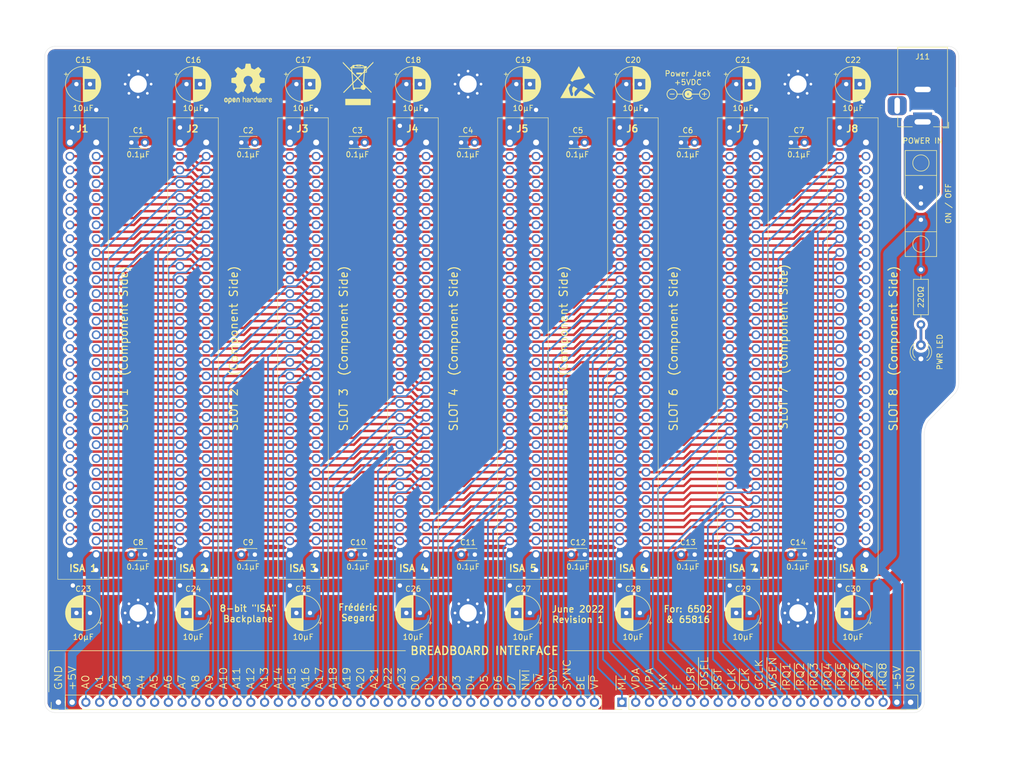
<source format=kicad_pcb>
(kicad_pcb (version 20171130) (host pcbnew "(5.1.12)-1")
  (title_block (title "ISA Backplane") (date 2022-05-09) (rev 1.0) (company "The Micro Hobbyist") (comment 1 "Frédéric Segard"))
  (layers (0 F.Cu mixed) (1 VCC power) (2 GND power) (31 B.Cu mixed hide) (34 B.Paste user) (35 F.Paste user) (36 B.SilkS user) (37 F.SilkS user) (38 B.Mask user) (39 F.Mask user) (44 Edge.Cuts user))
  (net 0 "")
  (net 1 GND)
  (net 2 +5V)
  (net 3 /~CLK)
  (net 4 /CLK)
  (net 5 "Net-(D1-Pad2)")
  (net 6 /~RST)
  (net 7 /~WSEN)
  (net 8 /GCLK)
  (net 9 /D7)
  (net 10 /D6)
  (net 11 /D5)
  (net 12 /D4)
  (net 13 /D3)
  (net 14 /D2)
  (net 15 /A23)
  (net 16 /D1)
  (net 17 /A22)
  (net 18 /D0)
  (net 19 /A21)
  (net 20 /~IOSEL)
  (net 21 /A20)
  (net 22 /A19)
  (net 23 /A18)
  (net 24 /A17)
  (net 25 /VPA)
  (net 26 /A16)
  (net 27 /VDA)
  (net 28 /A15)
  (net 29 /~ML)
  (net 30 /A14)
  (net 31 /~VP)
  (net 32 /A13)
  (net 33 /BE)
  (net 34 /A12)
  (net 35 /SYNC)
  (net 36 /A11)
  (net 37 /RDY)
  (net 38 /A10)
  (net 39 /R~W)
  (net 40 /A9)
  (net 41 /~NMI)
  (net 42 /A8)
  (net 43 /~IRQ8)
  (net 44 /A7)
  (net 45 /~IRQ7)
  (net 46 /A6)
  (net 47 /~IRQ6)
  (net 48 /A5)
  (net 49 /~IRQ5)
  (net 50 /A4)
  (net 51 /~IRQ4)
  (net 52 /A3)
  (net 53 /~IRQ3)
  (net 54 /A2)
  (net 55 /~IRQ2)
  (net 56 /A1)
  (net 57 /~IRQ1)
  (net 58 /A0)
  (net 59 /Vin)
  (net 60 /USR)
  (net 61 /E)
  (net 62 /MX)
  (module Symbol:WEEE-Logo_5.6x8mm_SilkScreen (layer F.Cu) (at 126.492 39.878)
    (fp_text reference REF** hide)
    (fp_text value WEEE-Logo_5.6x8mm_SilkScreen hide)
  )
  (module Symbol:Symbol_Barrel_Polarity (layer F.Cu) (at 187.5155 41.783)
    (fp_text reference REF** hide)
    (fp_text value Symbol_Barrel_Polarity)
  )
  (module Symbol:OSHW-Logo2_9.8x8mm_SilkScreen (layer F.Cu) (at 106.172 39.9415)
    (fp_text reference REF** hide)
    (fp_text value OSHW-Logo2_9.8x8mm_SilkScreen hide)
  )
  (module Symbol:ESD-Logo_6.6x6mm_SilkScreen (layer F.Cu) (at 167.132 39.624)
    (fp_text reference REF** hide)
    (fp_text value ESD-Logo_6.6x6mm_SilkScreen hide)
  )
  (module 0_Fred's_Local_Library:Microswitch_3mm_spacing (layer F.Cu) (at 230.505 65.0875 90)
    (fp_text reference SW1)
    (fp_text value "ON / OFF" (at 3 5.08 90) (layer F.SilkS))
    (pad 3 thru_hole circle (at 6 0 90) (size 1.6 1.6) (drill 0.8) (layers *.Cu *.Mask) (net 59 /Vin))
    (pad 2 thru_hole circle (at 3 0 90) (size 1.6 1.6) (drill 0.8) (layers *.Cu *.Mask) (net 59 /Vin))
    (pad 1 thru_hole rect (at 0 0 90) (size 1.6 1.6) (drill 0.8) (layers *.Cu *.Mask) (net 2 +5V))
  )
  (module Resistor_THT:R_Axial_DIN0207_L6.3mm_D2.5mm_P10.16mm_Horizontal (layer F.Cu) (at 230.505 84.455 90)
    (fp_text reference R1)
    (fp_text value 220Ω (at 5.08 0 90) (layer F.SilkS))
    (pad 2 thru_hole oval (at 10.16 0 90) (size 1.6 1.6) (drill 0.8) (layers *.Cu *.Mask) (net 2 +5V))
    (pad 1 thru_hole circle (at 0 0 90) (size 1.6 1.6) (drill 0.8) (layers *.Cu *.Mask) (net 5 "Net-(D1-Pad2)"))
  )
  (module Connector_PinHeader_2.54mm:PinHeader_1x22_P2.54mm_Vertical (layer F.Cu) (at 175.26 154.305 90)
    (fp_text reference J10)
    (fp_text value BB2)
    (pad 22 thru_hole oval (at 0 53.34 90) (size 1.7 1.7) (drill 1) (layers *.Cu *.Mask) (net 1 GND))
    (pad 21 thru_hole oval (at 0 50.8 90) (size 1.7 1.7) (drill 1) (layers *.Cu *.Mask) (net 2 +5V))
    (pad 20 thru_hole oval (at 0 48.26 90) (size 1.7 1.7) (drill 1) (layers *.Cu *.Mask) (net 43 /~IRQ8))
    (pad 19 thru_hole oval (at 0 45.72 90) (size 1.7 1.7) (drill 1) (layers *.Cu *.Mask) (net 45 /~IRQ7))
    (pad 18 thru_hole oval (at 0 43.18 90) (size 1.7 1.7) (drill 1) (layers *.Cu *.Mask) (net 47 /~IRQ6))
    (pad 17 thru_hole oval (at 0 40.64 90) (size 1.7 1.7) (drill 1) (layers *.Cu *.Mask) (net 49 /~IRQ5))
    (pad 16 thru_hole oval (at 0 38.1 90) (size 1.7 1.7) (drill 1) (layers *.Cu *.Mask) (net 51 /~IRQ4))
    (pad 15 thru_hole oval (at 0 35.56 90) (size 1.7 1.7) (drill 1) (layers *.Cu *.Mask) (net 53 /~IRQ3))
    (pad 14 thru_hole oval (at 0 33.02 90) (size 1.7 1.7) (drill 1) (layers *.Cu *.Mask) (net 55 /~IRQ2))
    (pad 13 thru_hole oval (at 0 30.48 90) (size 1.7 1.7) (drill 1) (layers *.Cu *.Mask) (net 57 /~IRQ1))
    (pad 12 thru_hole oval (at 0 27.94 90) (size 1.7 1.7) (drill 1) (layers *.Cu *.Mask) (net 7 /~WSEN))
    (pad 11 thru_hole oval (at 0 25.4 90) (size 1.7 1.7) (drill 1) (layers *.Cu *.Mask) (net 8 /GCLK))
    (pad 10 thru_hole oval (at 0 22.86 90) (size 1.7 1.7) (drill 1) (layers *.Cu *.Mask) (net 3 /~CLK))
    (pad 9 thru_hole oval (at 0 20.32 90) (size 1.7 1.7) (drill 1) (layers *.Cu *.Mask) (net 4 /CLK))
    (pad 8 thru_hole oval (at 0 17.78 90) (size 1.7 1.7) (drill 1) (layers *.Cu *.Mask) (net 6 /~RST))
    (pad 7 thru_hole oval (at 0 15.24 90) (size 1.7 1.7) (drill 1) (layers *.Cu *.Mask) (net 20 /~IOSEL))
    (pad 6 thru_hole oval (at 0 12.7 90) (size 1.7 1.7) (drill 1) (layers *.Cu *.Mask) (net 60 /USR))
    (pad 5 thru_hole oval (at 0 10.16 90) (size 1.7 1.7) (drill 1) (layers *.Cu *.Mask) (net 61 /E))
    (pad 4 thru_hole oval (at 0 7.62 90) (size 1.7 1.7) (drill 1) (layers *.Cu *.Mask) (net 62 /MX))
    (pad 3 thru_hole oval (at 0 5.08 90) (size 1.7 1.7) (drill 1) (layers *.Cu *.Mask) (net 25 /VPA))
    (pad 2 thru_hole oval (at 0 2.54 90) (size 1.7 1.7) (drill 1) (layers *.Cu *.Mask) (net 27 /VDA))
    (pad 1 thru_hole rect (at 0 0 90) (size 1.7 1.7) (drill 1) (layers *.Cu *.Mask) (net 29 /~ML))
  )
  (module Connector_BarrelJack:BarrelJack_Horizontal (layer F.Cu) (at 230.8225 46.99 270)
    (fp_text reference J11 (at -12.065 0 180) (layer F.SilkS))
    (fp_text value "POWER IN" (at 3.4925 0 180) (layer F.SilkS))
    (pad 3 thru_hole roundrect (at -3 4.7 270) (size 3.5 3.5) (drill oval 3 1) (layers *.Cu *.Mask))
    (pad 2 thru_hole roundrect (at -6 0 270) (size 3 3.5) (drill oval 1 3) (layers *.Cu *.Mask) (net 1 GND))
    (pad 1 thru_hole rect (at 0 0 270) (size 3.5 3.5) (drill oval 1 3) (layers *.Cu *.Mask) (net 59 /Vin))
  )
  (module Connector_PinHeader_2.54mm:PinHeader_1x40_P2.54mm_Vertical (layer F.Cu) (at 71.12 154.305 90)
    (fp_text reference J9)
    (fp_text value BB1)
    (pad 40 thru_hole oval (at 0 99.06 90) (size 1.7 1.7) (drill 1) (layers *.Cu *.Mask) (net 31 /~VP))
    (pad 39 thru_hole oval (at 0 96.52 90) (size 1.7 1.7) (drill 1) (layers *.Cu *.Mask) (net 33 /BE))
    (pad 38 thru_hole oval (at 0 93.98 90) (size 1.7 1.7) (drill 1) (layers *.Cu *.Mask) (net 35 /SYNC))
    (pad 37 thru_hole oval (at 0 91.44 90) (size 1.7 1.7) (drill 1) (layers *.Cu *.Mask) (net 37 /RDY))
    (pad 36 thru_hole oval (at 0 88.9 90) (size 1.7 1.7) (drill 1) (layers *.Cu *.Mask) (net 39 /R~W))
    (pad 35 thru_hole oval (at 0 86.36 90) (size 1.7 1.7) (drill 1) (layers *.Cu *.Mask) (net 41 /~NMI))
    (pad 34 thru_hole oval (at 0 83.82 90) (size 1.7 1.7) (drill 1) (layers *.Cu *.Mask) (net 9 /D7))
    (pad 33 thru_hole oval (at 0 81.28 90) (size 1.7 1.7) (drill 1) (layers *.Cu *.Mask) (net 10 /D6))
    (pad 32 thru_hole oval (at 0 78.74 90) (size 1.7 1.7) (drill 1) (layers *.Cu *.Mask) (net 11 /D5))
    (pad 31 thru_hole oval (at 0 76.2 90) (size 1.7 1.7) (drill 1) (layers *.Cu *.Mask) (net 12 /D4))
    (pad 30 thru_hole oval (at 0 73.66 90) (size 1.7 1.7) (drill 1) (layers *.Cu *.Mask) (net 13 /D3))
    (pad 29 thru_hole oval (at 0 71.12 90) (size 1.7 1.7) (drill 1) (layers *.Cu *.Mask) (net 14 /D2))
    (pad 28 thru_hole oval (at 0 68.58 90) (size 1.7 1.7) (drill 1) (layers *.Cu *.Mask) (net 16 /D1))
    (pad 27 thru_hole oval (at 0 66.04 90) (size 1.7 1.7) (drill 1) (layers *.Cu *.Mask) (net 18 /D0))
    (pad 26 thru_hole oval (at 0 63.5 90) (size 1.7 1.7) (drill 1) (layers *.Cu *.Mask) (net 15 /A23))
    (pad 25 thru_hole oval (at 0 60.96 90) (size 1.7 1.7) (drill 1) (layers *.Cu *.Mask) (net 17 /A22))
    (pad 24 thru_hole oval (at 0 58.42 90) (size 1.7 1.7) (drill 1) (layers *.Cu *.Mask) (net 19 /A21))
    (pad 23 thru_hole oval (at 0 55.88 90) (size 1.7 1.7) (drill 1) (layers *.Cu *.Mask) (net 21 /A20))
    (pad 22 thru_hole oval (at 0 53.34 90) (size 1.7 1.7) (drill 1) (layers *.Cu *.Mask) (net 22 /A19))
    (pad 21 thru_hole oval (at 0 50.8 90) (size 1.7 1.7) (drill 1) (layers *.Cu *.Mask) (net 23 /A18))
    (pad 20 thru_hole oval (at 0 48.26 90) (size 1.7 1.7) (drill 1) (layers *.Cu *.Mask) (net 24 /A17))
    (pad 19 thru_hole oval (at 0 45.72 90) (size 1.7 1.7) (drill 1) (layers *.Cu *.Mask) (net 26 /A16))
    (pad 18 thru_hole oval (at 0 43.18 90) (size 1.7 1.7) (drill 1) (layers *.Cu *.Mask) (net 28 /A15))
    (pad 17 thru_hole oval (at 0 40.64 90) (size 1.7 1.7) (drill 1) (layers *.Cu *.Mask) (net 30 /A14))
    (pad 16 thru_hole oval (at 0 38.1 90) (size 1.7 1.7) (drill 1) (layers *.Cu *.Mask) (net 32 /A13))
    (pad 15 thru_hole oval (at 0 35.56 90) (size 1.7 1.7) (drill 1) (layers *.Cu *.Mask) (net 34 /A12))
    (pad 14 thru_hole oval (at 0 33.02 90) (size 1.7 1.7) (drill 1) (layers *.Cu *.Mask) (net 36 /A11))
    (pad 13 thru_hole oval (at 0 30.48 90) (size 1.7 1.7) (drill 1) (layers *.Cu *.Mask) (net 38 /A10))
    (pad 12 thru_hole oval (at 0 27.94 90) (size 1.7 1.7) (drill 1) (layers *.Cu *.Mask) (net 40 /A9))
    (pad 11 thru_hole oval (at 0 25.4 90) (size 1.7 1.7) (drill 1) (layers *.Cu *.Mask) (net 42 /A8))
    (pad 10 thru_hole oval (at 0 22.86 90) (size 1.7 1.7) (drill 1) (layers *.Cu *.Mask) (net 44 /A7))
    (pad 9 thru_hole oval (at 0 20.32 90) (size 1.7 1.7) (drill 1) (layers *.Cu *.Mask) (net 46 /A6))
    (pad 8 thru_hole oval (at 0 17.78 90) (size 1.7 1.7) (drill 1) (layers *.Cu *.Mask) (net 48 /A5))
    (pad 7 thru_hole oval (at 0 15.24 90) (size 1.7 1.7) (drill 1) (layers *.Cu *.Mask) (net 50 /A4))
    (pad 6 thru_hole oval (at 0 12.7 90) (size 1.7 1.7) (drill 1) (layers *.Cu *.Mask) (net 52 /A3))
    (pad 5 thru_hole oval (at 0 10.16 90) (size 1.7 1.7) (drill 1) (layers *.Cu *.Mask) (net 54 /A2))
    (pad 4 thru_hole oval (at 0 7.62 90) (size 1.7 1.7) (drill 1) (layers *.Cu *.Mask) (net 56 /A1))
    (pad 3 thru_hole oval (at 0 5.08 90) (size 1.7 1.7) (drill 1) (layers *.Cu *.Mask) (net 58 /A0))
    (pad 2 thru_hole oval (at 0 2.54 90) (size 1.7 1.7) (drill 1) (layers *.Cu *.Mask) (net 2 +5V))
    (pad 1 thru_hole rect (at 0 0 90) (size 1.7 1.7) (drill 1) (layers *.Cu *.Mask) (net 1 GND))
  )
  (module 0_Fred's_Local_Library:ISA_Connector (layer F.Cu) (at 220.345 50.8 270)
    (fp_text reference J8 (at -2.54 2.54 180) (layer F.SilkS) (effects (font (size 1.27 1.27) (thickness 0.254))))
    (fp_text value "ISA 8" (at 78.74 2.426) (layer F.SilkS) (effects (font (size 1.27 1.27) (thickness 0.254))))
    (pad 62 thru_hole circle (at 76.2 4.852 270) (size 1.638 1.638) (drill 1.0922) (layers *.Cu *.Mask) (net 1 GND))
    (pad 31 thru_hole circle (at 76.2 0 270) (size 1.638 1.638) (drill 1.0922) (layers *.Cu *.Mask) (net 2 +5V))
    (pad 61 thru_hole circle (at 73.66 4.852 270) (size 1.638 1.638) (drill 1.0922) (layers *.Cu *.Mask) (net 9 /D7))
    (pad 30 thru_hole circle (at 73.66 0 270) (size 1.638 1.638) (drill 1.0922) (layers *.Cu *.Mask) (net 7 /~WSEN))
    (pad 60 thru_hole circle (at 71.12 4.852 270) (size 1.638 1.638) (drill 1.0922) (layers *.Cu *.Mask) (net 10 /D6))
    (pad 29 thru_hole circle (at 71.12 0 270) (size 1.638 1.638) (drill 1.0922) (layers *.Cu *.Mask) (net 8 /GCLK))
    (pad 59 thru_hole circle (at 68.58 4.852 270) (size 1.638 1.638) (drill 1.0922) (layers *.Cu *.Mask) (net 11 /D5))
    (pad 28 thru_hole circle (at 68.58 0 270) (size 1.638 1.638) (drill 1.0922) (layers *.Cu *.Mask) (net 3 /~CLK))
    (pad 58 thru_hole circle (at 66.04 4.852 270) (size 1.638 1.638) (drill 1.0922) (layers *.Cu *.Mask) (net 12 /D4))
    (pad 27 thru_hole circle (at 66.04 0 270) (size 1.638 1.638) (drill 1.0922) (layers *.Cu *.Mask) (net 4 /CLK))
    (pad 57 thru_hole circle (at 63.5 4.852 270) (size 1.638 1.638) (drill 1.0922) (layers *.Cu *.Mask) (net 13 /D3))
    (pad 26 thru_hole circle (at 63.5 0 270) (size 1.638 1.638) (drill 1.0922) (layers *.Cu *.Mask) (net 6 /~RST))
    (pad 56 thru_hole circle (at 60.96 4.852 270) (size 1.638 1.638) (drill 1.0922) (layers *.Cu *.Mask) (net 14 /D2))
    (pad 25 thru_hole circle (at 60.96 0 270) (size 1.638 1.638) (drill 1.0922) (layers *.Cu *.Mask) (net 15 /A23))
    (pad 55 thru_hole circle (at 58.42 4.852 270) (size 1.638 1.638) (drill 1.0922) (layers *.Cu *.Mask) (net 16 /D1))
    (pad 24 thru_hole circle (at 58.42 0 270) (size 1.638 1.638) (drill 1.0922) (layers *.Cu *.Mask) (net 17 /A22))
    (pad 54 thru_hole circle (at 55.88 4.852 270) (size 1.638 1.638) (drill 1.0922) (layers *.Cu *.Mask) (net 18 /D0))
    (pad 23 thru_hole circle (at 55.88 0 270) (size 1.638 1.638) (drill 1.0922) (layers *.Cu *.Mask) (net 19 /A21))
    (pad 53 thru_hole circle (at 53.34 4.852 270) (size 1.638 1.638) (drill 1.0922) (layers *.Cu *.Mask) (net 20 /~IOSEL))
    (pad 22 thru_hole circle (at 53.34 0 270) (size 1.638 1.638) (drill 1.0922) (layers *.Cu *.Mask) (net 21 /A20))
    (pad 52 thru_hole circle (at 50.8 4.852 270) (size 1.638 1.638) (drill 1.0922) (layers *.Cu *.Mask) (net 60 /USR))
    (pad 21 thru_hole circle (at 50.8 0 270) (size 1.638 1.638) (drill 1.0922) (layers *.Cu *.Mask) (net 22 /A19))
    (pad 51 thru_hole circle (at 48.26 4.852 270) (size 1.638 1.638) (drill 1.0922) (layers *.Cu *.Mask) (net 61 /E))
    (pad 20 thru_hole circle (at 48.26 0 270) (size 1.638 1.638) (drill 1.0922) (layers *.Cu *.Mask) (net 23 /A18))
    (pad 50 thru_hole circle (at 45.72 4.852 270) (size 1.638 1.638) (drill 1.0922) (layers *.Cu *.Mask) (net 62 /MX))
    (pad 19 thru_hole circle (at 45.72 0 270) (size 1.638 1.638) (drill 1.0922) (layers *.Cu *.Mask) (net 24 /A17))
    (pad 49 thru_hole circle (at 43.18 4.852 270) (size 1.638 1.638) (drill 1.0922) (layers *.Cu *.Mask) (net 25 /VPA))
    (pad 18 thru_hole circle (at 43.18 0 270) (size 1.638 1.638) (drill 1.0922) (layers *.Cu *.Mask) (net 26 /A16))
    (pad 48 thru_hole circle (at 40.64 4.852 270) (size 1.638 1.638) (drill 1.0922) (layers *.Cu *.Mask) (net 27 /VDA))
    (pad 17 thru_hole circle (at 40.64 0 270) (size 1.638 1.638) (drill 1.0922) (layers *.Cu *.Mask) (net 28 /A15))
    (pad 47 thru_hole circle (at 38.1 4.852 270) (size 1.638 1.638) (drill 1.0922) (layers *.Cu *.Mask) (net 29 /~ML))
    (pad 16 thru_hole circle (at 38.1 0 270) (size 1.638 1.638) (drill 1.0922) (layers *.Cu *.Mask) (net 30 /A14))
    (pad 46 thru_hole circle (at 35.56 4.852 270) (size 1.638 1.638) (drill 1.0922) (layers *.Cu *.Mask) (net 31 /~VP))
    (pad 15 thru_hole circle (at 35.56 0 270) (size 1.638 1.638) (drill 1.0922) (layers *.Cu *.Mask) (net 32 /A13))
    (pad 45 thru_hole circle (at 33.02 4.852 270) (size 1.638 1.638) (drill 1.0922) (layers *.Cu *.Mask) (net 33 /BE))
    (pad 14 thru_hole circle (at 33.02 0 270) (size 1.638 1.638) (drill 1.0922) (layers *.Cu *.Mask) (net 34 /A12))
    (pad 44 thru_hole circle (at 30.48 4.852 270) (size 1.638 1.638) (drill 1.0922) (layers *.Cu *.Mask) (net 35 /SYNC))
    (pad 13 thru_hole circle (at 30.48 0 270) (size 1.638 1.638) (drill 1.0922) (layers *.Cu *.Mask) (net 36 /A11))
    (pad 43 thru_hole circle (at 27.94 4.852 270) (size 1.638 1.638) (drill 1.0922) (layers *.Cu *.Mask) (net 37 /RDY))
    (pad 12 thru_hole circle (at 27.94 0 270) (size 1.638 1.638) (drill 1.0922) (layers *.Cu *.Mask) (net 38 /A10))
    (pad 42 thru_hole circle (at 25.4 4.852 270) (size 1.638 1.638) (drill 1.0922) (layers *.Cu *.Mask) (net 39 /R~W))
    (pad 11 thru_hole circle (at 25.4 0 270) (size 1.638 1.638) (drill 1.0922) (layers *.Cu *.Mask) (net 40 /A9))
    (pad 41 thru_hole circle (at 22.86 4.852 270) (size 1.638 1.638) (drill 1.0922) (layers *.Cu *.Mask) (net 41 /~NMI))
    (pad 10 thru_hole circle (at 22.86 0 270) (size 1.638 1.638) (drill 1.0922) (layers *.Cu *.Mask) (net 42 /A8))
    (pad 40 thru_hole circle (at 20.32 4.852 270) (size 1.638 1.638) (drill 1.0922) (layers *.Cu *.Mask) (net 43 /~IRQ8))
    (pad 9 thru_hole circle (at 20.32 0 270) (size 1.638 1.638) (drill 1.0922) (layers *.Cu *.Mask) (net 44 /A7))
    (pad 39 thru_hole circle (at 17.78 4.852 270) (size 1.638 1.638) (drill 1.0922) (layers *.Cu *.Mask) (net 45 /~IRQ7))
    (pad 8 thru_hole circle (at 17.78 0 270) (size 1.638 1.638) (drill 1.0922) (layers *.Cu *.Mask) (net 46 /A6))
    (pad 38 thru_hole circle (at 15.24 4.852 270) (size 1.638 1.638) (drill 1.0922) (layers *.Cu *.Mask) (net 47 /~IRQ6))
    (pad 7 thru_hole circle (at 15.24 0 270) (size 1.638 1.638) (drill 1.0922) (layers *.Cu *.Mask) (net 48 /A5))
    (pad 37 thru_hole circle (at 12.7 4.852 270) (size 1.638 1.638) (drill 1.0922) (layers *.Cu *.Mask) (net 49 /~IRQ5))
    (pad 6 thru_hole circle (at 12.7 0 270) (size 1.638 1.638) (drill 1.0922) (layers *.Cu *.Mask) (net 50 /A4))
    (pad 36 thru_hole circle (at 10.16 4.852 270) (size 1.638 1.638) (drill 1.0922) (layers *.Cu *.Mask) (net 51 /~IRQ4))
    (pad 5 thru_hole circle (at 10.16 0 270) (size 1.638 1.638) (drill 1.0922) (layers *.Cu *.Mask) (net 52 /A3))
    (pad 35 thru_hole circle (at 7.62 4.852 270) (size 1.638 1.638) (drill 1.0922) (layers *.Cu *.Mask) (net 53 /~IRQ3))
    (pad 4 thru_hole circle (at 7.62 0 270) (size 1.638 1.638) (drill 1.0922) (layers *.Cu *.Mask) (net 54 /A2))
    (pad 34 thru_hole circle (at 5.08 4.852 270) (size 1.638 1.638) (drill 1.0922) (layers *.Cu *.Mask) (net 55 /~IRQ2))
    (pad 3 thru_hole circle (at 5.08 0 270) (size 1.638 1.638) (drill 1.0922) (layers *.Cu *.Mask) (net 56 /A1))
    (pad 33 thru_hole circle (at 2.54 4.852 270) (size 1.638 1.638) (drill 1.0922) (layers *.Cu *.Mask) (net 57 /~IRQ1))
    (pad 2 thru_hole circle (at 2.54 0 270) (size 1.638 1.638) (drill 1.0922) (layers *.Cu *.Mask) (net 58 /A0))
    (pad 32 thru_hole circle (at 0 4.852 270) (size 1.638 1.638) (drill 1.0922) (layers *.Cu *.Mask) (net 2 +5V))
    (pad 1 thru_hole rect (at 0 0 270) (size 1.638 1.638) (drill 1.0922) (layers *.Cu *.Mask) (net 1 GND))
  )
  (module 0_Fred's_Local_Library:ISA_Connector (layer F.Cu) (at 200.025 50.8 270)
    (fp_text reference J7 (at -2.54 2.54 180) (layer F.SilkS) (effects (font (size 1.27 1.27) (thickness 0.254))))
    (fp_text value "ISA 7" (at 78.74 2.426) (layer F.SilkS) (effects (font (size 1.27 1.27) (thickness 0.254))))
    (pad 62 thru_hole circle (at 76.2 4.852 270) (size 1.638 1.638) (drill 1.0922) (layers *.Cu *.Mask) (net 1 GND))
    (pad 31 thru_hole circle (at 76.2 0 270) (size 1.638 1.638) (drill 1.0922) (layers *.Cu *.Mask) (net 2 +5V))
    (pad 61 thru_hole circle (at 73.66 4.852 270) (size 1.638 1.638) (drill 1.0922) (layers *.Cu *.Mask) (net 9 /D7))
    (pad 30 thru_hole circle (at 73.66 0 270) (size 1.638 1.638) (drill 1.0922) (layers *.Cu *.Mask) (net 7 /~WSEN))
    (pad 60 thru_hole circle (at 71.12 4.852 270) (size 1.638 1.638) (drill 1.0922) (layers *.Cu *.Mask) (net 10 /D6))
    (pad 29 thru_hole circle (at 71.12 0 270) (size 1.638 1.638) (drill 1.0922) (layers *.Cu *.Mask) (net 8 /GCLK))
    (pad 59 thru_hole circle (at 68.58 4.852 270) (size 1.638 1.638) (drill 1.0922) (layers *.Cu *.Mask) (net 11 /D5))
    (pad 28 thru_hole circle (at 68.58 0 270) (size 1.638 1.638) (drill 1.0922) (layers *.Cu *.Mask) (net 3 /~CLK))
    (pad 58 thru_hole circle (at 66.04 4.852 270) (size 1.638 1.638) (drill 1.0922) (layers *.Cu *.Mask) (net 12 /D4))
    (pad 27 thru_hole circle (at 66.04 0 270) (size 1.638 1.638) (drill 1.0922) (layers *.Cu *.Mask) (net 4 /CLK))
    (pad 57 thru_hole circle (at 63.5 4.852 270) (size 1.638 1.638) (drill 1.0922) (layers *.Cu *.Mask) (net 13 /D3))
    (pad 26 thru_hole circle (at 63.5 0 270) (size 1.638 1.638) (drill 1.0922) (layers *.Cu *.Mask) (net 6 /~RST))
    (pad 56 thru_hole circle (at 60.96 4.852 270) (size 1.638 1.638) (drill 1.0922) (layers *.Cu *.Mask) (net 14 /D2))
    (pad 25 thru_hole circle (at 60.96 0 270) (size 1.638 1.638) (drill 1.0922) (layers *.Cu *.Mask) (net 15 /A23))
    (pad 55 thru_hole circle (at 58.42 4.852 270) (size 1.638 1.638) (drill 1.0922) (layers *.Cu *.Mask) (net 16 /D1))
    (pad 24 thru_hole circle (at 58.42 0 270) (size 1.638 1.638) (drill 1.0922) (layers *.Cu *.Mask) (net 17 /A22))
    (pad 54 thru_hole circle (at 55.88 4.852 270) (size 1.638 1.638) (drill 1.0922) (layers *.Cu *.Mask) (net 18 /D0))
    (pad 23 thru_hole circle (at 55.88 0 270) (size 1.638 1.638) (drill 1.0922) (layers *.Cu *.Mask) (net 19 /A21))
    (pad 53 thru_hole circle (at 53.34 4.852 270) (size 1.638 1.638) (drill 1.0922) (layers *.Cu *.Mask) (net 20 /~IOSEL))
    (pad 22 thru_hole circle (at 53.34 0 270) (size 1.638 1.638) (drill 1.0922) (layers *.Cu *.Mask) (net 21 /A20))
    (pad 52 thru_hole circle (at 50.8 4.852 270) (size 1.638 1.638) (drill 1.0922) (layers *.Cu *.Mask) (net 60 /USR))
    (pad 21 thru_hole circle (at 50.8 0 270) (size 1.638 1.638) (drill 1.0922) (layers *.Cu *.Mask) (net 22 /A19))
    (pad 51 thru_hole circle (at 48.26 4.852 270) (size 1.638 1.638) (drill 1.0922) (layers *.Cu *.Mask) (net 61 /E))
    (pad 20 thru_hole circle (at 48.26 0 270) (size 1.638 1.638) (drill 1.0922) (layers *.Cu *.Mask) (net 23 /A18))
    (pad 50 thru_hole circle (at 45.72 4.852 270) (size 1.638 1.638) (drill 1.0922) (layers *.Cu *.Mask) (net 62 /MX))
    (pad 19 thru_hole circle (at 45.72 0 270) (size 1.638 1.638) (drill 1.0922) (layers *.Cu *.Mask) (net 24 /A17))
    (pad 49 thru_hole circle (at 43.18 4.852 270) (size 1.638 1.638) (drill 1.0922) (layers *.Cu *.Mask) (net 25 /VPA))
    (pad 18 thru_hole circle (at 43.18 0 270) (size 1.638 1.638) (drill 1.0922) (layers *.Cu *.Mask) (net 26 /A16))
    (pad 48 thru_hole circle (at 40.64 4.852 270) (size 1.638 1.638) (drill 1.0922) (layers *.Cu *.Mask) (net 27 /VDA))
    (pad 17 thru_hole circle (at 40.64 0 270) (size 1.638 1.638) (drill 1.0922) (layers *.Cu *.Mask) (net 28 /A15))
    (pad 47 thru_hole circle (at 38.1 4.852 270) (size 1.638 1.638) (drill 1.0922) (layers *.Cu *.Mask) (net 29 /~ML))
    (pad 16 thru_hole circle (at 38.1 0 270) (size 1.638 1.638) (drill 1.0922) (layers *.Cu *.Mask) (net 30 /A14))
    (pad 46 thru_hole circle (at 35.56 4.852 270) (size 1.638 1.638) (drill 1.0922) (layers *.Cu *.Mask) (net 31 /~VP))
    (pad 15 thru_hole circle (at 35.56 0 270) (size 1.638 1.638) (drill 1.0922) (layers *.Cu *.Mask) (net 32 /A13))
    (pad 45 thru_hole circle (at 33.02 4.852 270) (size 1.638 1.638) (drill 1.0922) (layers *.Cu *.Mask) (net 33 /BE))
    (pad 14 thru_hole circle (at 33.02 0 270) (size 1.638 1.638) (drill 1.0922) (layers *.Cu *.Mask) (net 34 /A12))
    (pad 44 thru_hole circle (at 30.48 4.852 270) (size 1.638 1.638) (drill 1.0922) (layers *.Cu *.Mask) (net 35 /SYNC))
    (pad 13 thru_hole circle (at 30.48 0 270) (size 1.638 1.638) (drill 1.0922) (layers *.Cu *.Mask) (net 36 /A11))
    (pad 43 thru_hole circle (at 27.94 4.852 270) (size 1.638 1.638) (drill 1.0922) (layers *.Cu *.Mask) (net 37 /RDY))
    (pad 12 thru_hole circle (at 27.94 0 270) (size 1.638 1.638) (drill 1.0922) (layers *.Cu *.Mask) (net 38 /A10))
    (pad 42 thru_hole circle (at 25.4 4.852 270) (size 1.638 1.638) (drill 1.0922) (layers *.Cu *.Mask) (net 39 /R~W))
    (pad 11 thru_hole circle (at 25.4 0 270) (size 1.638 1.638) (drill 1.0922) (layers *.Cu *.Mask) (net 40 /A9))
    (pad 41 thru_hole circle (at 22.86 4.852 270) (size 1.638 1.638) (drill 1.0922) (layers *.Cu *.Mask) (net 41 /~NMI))
    (pad 10 thru_hole circle (at 22.86 0 270) (size 1.638 1.638) (drill 1.0922) (layers *.Cu *.Mask) (net 42 /A8))
    (pad 40 thru_hole circle (at 20.32 4.852 270) (size 1.638 1.638) (drill 1.0922) (layers *.Cu *.Mask) (net 43 /~IRQ8))
    (pad 9 thru_hole circle (at 20.32 0 270) (size 1.638 1.638) (drill 1.0922) (layers *.Cu *.Mask) (net 44 /A7))
    (pad 39 thru_hole circle (at 17.78 4.852 270) (size 1.638 1.638) (drill 1.0922) (layers *.Cu *.Mask) (net 45 /~IRQ7))
    (pad 8 thru_hole circle (at 17.78 0 270) (size 1.638 1.638) (drill 1.0922) (layers *.Cu *.Mask) (net 46 /A6))
    (pad 38 thru_hole circle (at 15.24 4.852 270) (size 1.638 1.638) (drill 1.0922) (layers *.Cu *.Mask) (net 47 /~IRQ6))
    (pad 7 thru_hole circle (at 15.24 0 270) (size 1.638 1.638) (drill 1.0922) (layers *.Cu *.Mask) (net 48 /A5))
    (pad 37 thru_hole circle (at 12.7 4.852 270) (size 1.638 1.638) (drill 1.0922) (layers *.Cu *.Mask) (net 49 /~IRQ5))
    (pad 6 thru_hole circle (at 12.7 0 270) (size 1.638 1.638) (drill 1.0922) (layers *.Cu *.Mask) (net 50 /A4))
    (pad 36 thru_hole circle (at 10.16 4.852 270) (size 1.638 1.638) (drill 1.0922) (layers *.Cu *.Mask) (net 51 /~IRQ4))
    (pad 5 thru_hole circle (at 10.16 0 270) (size 1.638 1.638) (drill 1.0922) (layers *.Cu *.Mask) (net 52 /A3))
    (pad 35 thru_hole circle (at 7.62 4.852 270) (size 1.638 1.638) (drill 1.0922) (layers *.Cu *.Mask) (net 53 /~IRQ3))
    (pad 4 thru_hole circle (at 7.62 0 270) (size 1.638 1.638) (drill 1.0922) (layers *.Cu *.Mask) (net 54 /A2))
    (pad 34 thru_hole circle (at 5.08 4.852 270) (size 1.638 1.638) (drill 1.0922) (layers *.Cu *.Mask) (net 55 /~IRQ2))
    (pad 3 thru_hole circle (at 5.08 0 270) (size 1.638 1.638) (drill 1.0922) (layers *.Cu *.Mask) (net 56 /A1))
    (pad 33 thru_hole circle (at 2.54 4.852 270) (size 1.638 1.638) (drill 1.0922) (layers *.Cu *.Mask) (net 57 /~IRQ1))
    (pad 2 thru_hole circle (at 2.54 0 270) (size 1.638 1.638) (drill 1.0922) (layers *.Cu *.Mask) (net 58 /A0))
    (pad 32 thru_hole circle (at 0 4.852 270) (size 1.638 1.638) (drill 1.0922) (layers *.Cu *.Mask) (net 2 +5V))
    (pad 1 thru_hole rect (at 0 0 270) (size 1.638 1.638) (drill 1.0922) (layers *.Cu *.Mask) (net 1 GND))
  )
  (module 0_Fred's_Local_Library:ISA_Connector (layer F.Cu) (at 179.705 50.8 270)
    (fp_text reference J6 (at -2.54 2.54 180) (layer F.SilkS) (effects (font (size 1.27 1.27) (thickness 0.254))))
    (fp_text value "ISA 6" (at 78.74 2.426) (layer F.SilkS) (effects (font (size 1.27 1.27) (thickness 0.254))))
    (pad 62 thru_hole circle (at 76.2 4.852 270) (size 1.638 1.638) (drill 1.0922) (layers *.Cu *.Mask) (net 1 GND))
    (pad 31 thru_hole circle (at 76.2 0 270) (size 1.638 1.638) (drill 1.0922) (layers *.Cu *.Mask) (net 2 +5V))
    (pad 61 thru_hole circle (at 73.66 4.852 270) (size 1.638 1.638) (drill 1.0922) (layers *.Cu *.Mask) (net 9 /D7))
    (pad 30 thru_hole circle (at 73.66 0 270) (size 1.638 1.638) (drill 1.0922) (layers *.Cu *.Mask) (net 7 /~WSEN))
    (pad 60 thru_hole circle (at 71.12 4.852 270) (size 1.638 1.638) (drill 1.0922) (layers *.Cu *.Mask) (net 10 /D6))
    (pad 29 thru_hole circle (at 71.12 0 270) (size 1.638 1.638) (drill 1.0922) (layers *.Cu *.Mask) (net 8 /GCLK))
    (pad 59 thru_hole circle (at 68.58 4.852 270) (size 1.638 1.638) (drill 1.0922) (layers *.Cu *.Mask) (net 11 /D5))
    (pad 28 thru_hole circle (at 68.58 0 270) (size 1.638 1.638) (drill 1.0922) (layers *.Cu *.Mask) (net 3 /~CLK))
    (pad 58 thru_hole circle (at 66.04 4.852 270) (size 1.638 1.638) (drill 1.0922) (layers *.Cu *.Mask) (net 12 /D4))
    (pad 27 thru_hole circle (at 66.04 0 270) (size 1.638 1.638) (drill 1.0922) (layers *.Cu *.Mask) (net 4 /CLK))
    (pad 57 thru_hole circle (at 63.5 4.852 270) (size 1.638 1.638) (drill 1.0922) (layers *.Cu *.Mask) (net 13 /D3))
    (pad 26 thru_hole circle (at 63.5 0 270) (size 1.638 1.638) (drill 1.0922) (layers *.Cu *.Mask) (net 6 /~RST))
    (pad 56 thru_hole circle (at 60.96 4.852 270) (size 1.638 1.638) (drill 1.0922) (layers *.Cu *.Mask) (net 14 /D2))
    (pad 25 thru_hole circle (at 60.96 0 270) (size 1.638 1.638) (drill 1.0922) (layers *.Cu *.Mask) (net 15 /A23))
    (pad 55 thru_hole circle (at 58.42 4.852 270) (size 1.638 1.638) (drill 1.0922) (layers *.Cu *.Mask) (net 16 /D1))
    (pad 24 thru_hole circle (at 58.42 0 270) (size 1.638 1.638) (drill 1.0922) (layers *.Cu *.Mask) (net 17 /A22))
    (pad 54 thru_hole circle (at 55.88 4.852 270) (size 1.638 1.638) (drill 1.0922) (layers *.Cu *.Mask) (net 18 /D0))
    (pad 23 thru_hole circle (at 55.88 0 270) (size 1.638 1.638) (drill 1.0922) (layers *.Cu *.Mask) (net 19 /A21))
    (pad 53 thru_hole circle (at 53.34 4.852 270) (size 1.638 1.638) (drill 1.0922) (layers *.Cu *.Mask) (net 20 /~IOSEL))
    (pad 22 thru_hole circle (at 53.34 0 270) (size 1.638 1.638) (drill 1.0922) (layers *.Cu *.Mask) (net 21 /A20))
    (pad 52 thru_hole circle (at 50.8 4.852 270) (size 1.638 1.638) (drill 1.0922) (layers *.Cu *.Mask) (net 60 /USR))
    (pad 21 thru_hole circle (at 50.8 0 270) (size 1.638 1.638) (drill 1.0922) (layers *.Cu *.Mask) (net 22 /A19))
    (pad 51 thru_hole circle (at 48.26 4.852 270) (size 1.638 1.638) (drill 1.0922) (layers *.Cu *.Mask) (net 61 /E))
    (pad 20 thru_hole circle (at 48.26 0 270) (size 1.638 1.638) (drill 1.0922) (layers *.Cu *.Mask) (net 23 /A18))
    (pad 50 thru_hole circle (at 45.72 4.852 270) (size 1.638 1.638) (drill 1.0922) (layers *.Cu *.Mask) (net 62 /MX))
    (pad 19 thru_hole circle (at 45.72 0 270) (size 1.638 1.638) (drill 1.0922) (layers *.Cu *.Mask) (net 24 /A17))
    (pad 49 thru_hole circle (at 43.18 4.852 270) (size 1.638 1.638) (drill 1.0922) (layers *.Cu *.Mask) (net 25 /VPA))
    (pad 18 thru_hole circle (at 43.18 0 270) (size 1.638 1.638) (drill 1.0922) (layers *.Cu *.Mask) (net 26 /A16))
    (pad 48 thru_hole circle (at 40.64 4.852 270) (size 1.638 1.638) (drill 1.0922) (layers *.Cu *.Mask) (net 27 /VDA))
    (pad 17 thru_hole circle (at 40.64 0 270) (size 1.638 1.638) (drill 1.0922) (layers *.Cu *.Mask) (net 28 /A15))
    (pad 47 thru_hole circle (at 38.1 4.852 270) (size 1.638 1.638) (drill 1.0922) (layers *.Cu *.Mask) (net 29 /~ML))
    (pad 16 thru_hole circle (at 38.1 0 270) (size 1.638 1.638) (drill 1.0922) (layers *.Cu *.Mask) (net 30 /A14))
    (pad 46 thru_hole circle (at 35.56 4.852 270) (size 1.638 1.638) (drill 1.0922) (layers *.Cu *.Mask) (net 31 /~VP))
    (pad 15 thru_hole circle (at 35.56 0 270) (size 1.638 1.638) (drill 1.0922) (layers *.Cu *.Mask) (net 32 /A13))
    (pad 45 thru_hole circle (at 33.02 4.852 270) (size 1.638 1.638) (drill 1.0922) (layers *.Cu *.Mask) (net 33 /BE))
    (pad 14 thru_hole circle (at 33.02 0 270) (size 1.638 1.638) (drill 1.0922) (layers *.Cu *.Mask) (net 34 /A12))
    (pad 44 thru_hole circle (at 30.48 4.852 270) (size 1.638 1.638) (drill 1.0922) (layers *.Cu *.Mask) (net 35 /SYNC))
    (pad 13 thru_hole circle (at 30.48 0 270) (size 1.638 1.638) (drill 1.0922) (layers *.Cu *.Mask) (net 36 /A11))
    (pad 43 thru_hole circle (at 27.94 4.852 270) (size 1.638 1.638) (drill 1.0922) (layers *.Cu *.Mask) (net 37 /RDY))
    (pad 12 thru_hole circle (at 27.94 0 270) (size 1.638 1.638) (drill 1.0922) (layers *.Cu *.Mask) (net 38 /A10))
    (pad 42 thru_hole circle (at 25.4 4.852 270) (size 1.638 1.638) (drill 1.0922) (layers *.Cu *.Mask) (net 39 /R~W))
    (pad 11 thru_hole circle (at 25.4 0 270) (size 1.638 1.638) (drill 1.0922) (layers *.Cu *.Mask) (net 40 /A9))
    (pad 41 thru_hole circle (at 22.86 4.852 270) (size 1.638 1.638) (drill 1.0922) (layers *.Cu *.Mask) (net 41 /~NMI))
    (pad 10 thru_hole circle (at 22.86 0 270) (size 1.638 1.638) (drill 1.0922) (layers *.Cu *.Mask) (net 42 /A8))
    (pad 40 thru_hole circle (at 20.32 4.852 270) (size 1.638 1.638) (drill 1.0922) (layers *.Cu *.Mask) (net 43 /~IRQ8))
    (pad 9 thru_hole circle (at 20.32 0 270) (size 1.638 1.638) (drill 1.0922) (layers *.Cu *.Mask) (net 44 /A7))
    (pad 39 thru_hole circle (at 17.78 4.852 270) (size 1.638 1.638) (drill 1.0922) (layers *.Cu *.Mask) (net 45 /~IRQ7))
    (pad 8 thru_hole circle (at 17.78 0 270) (size 1.638 1.638) (drill 1.0922) (layers *.Cu *.Mask) (net 46 /A6))
    (pad 38 thru_hole circle (at 15.24 4.852 270) (size 1.638 1.638) (drill 1.0922) (layers *.Cu *.Mask) (net 47 /~IRQ6))
    (pad 7 thru_hole circle (at 15.24 0 270) (size 1.638 1.638) (drill 1.0922) (layers *.Cu *.Mask) (net 48 /A5))
    (pad 37 thru_hole circle (at 12.7 4.852 270) (size 1.638 1.638) (drill 1.0922) (layers *.Cu *.Mask) (net 49 /~IRQ5))
    (pad 6 thru_hole circle (at 12.7 0 270) (size 1.638 1.638) (drill 1.0922) (layers *.Cu *.Mask) (net 50 /A4))
    (pad 36 thru_hole circle (at 10.16 4.852 270) (size 1.638 1.638) (drill 1.0922) (layers *.Cu *.Mask) (net 51 /~IRQ4))
    (pad 5 thru_hole circle (at 10.16 0 270) (size 1.638 1.638) (drill 1.0922) (layers *.Cu *.Mask) (net 52 /A3))
    (pad 35 thru_hole circle (at 7.62 4.852 270) (size 1.638 1.638) (drill 1.0922) (layers *.Cu *.Mask) (net 53 /~IRQ3))
    (pad 4 thru_hole circle (at 7.62 0 270) (size 1.638 1.638) (drill 1.0922) (layers *.Cu *.Mask) (net 54 /A2))
    (pad 34 thru_hole circle (at 5.08 4.852 270) (size 1.638 1.638) (drill 1.0922) (layers *.Cu *.Mask) (net 55 /~IRQ2))
    (pad 3 thru_hole circle (at 5.08 0 270) (size 1.638 1.638) (drill 1.0922) (layers *.Cu *.Mask) (net 56 /A1))
    (pad 33 thru_hole circle (at 2.54 4.852 270) (size 1.638 1.638) (drill 1.0922) (layers *.Cu *.Mask) (net 57 /~IRQ1))
    (pad 2 thru_hole circle (at 2.54 0 270) (size 1.638 1.638) (drill 1.0922) (layers *.Cu *.Mask) (net 58 /A0))
    (pad 32 thru_hole circle (at 0 4.852 270) (size 1.638 1.638) (drill 1.0922) (layers *.Cu *.Mask) (net 2 +5V))
    (pad 1 thru_hole rect (at 0 0 270) (size 1.638 1.638) (drill 1.0922) (layers *.Cu *.Mask) (net 1 GND))
  )
  (module 0_Fred's_Local_Library:ISA_Connector (layer F.Cu) (at 159.385 50.8 270)
    (fp_text reference J5 (at -2.54 2.54 180) (layer F.SilkS) (effects (font (size 1.27 1.27) (thickness 0.254))))
    (fp_text value "ISA 5" (at 78.74 2.426) (layer F.SilkS) (effects (font (size 1.27 1.27) (thickness 0.254))))
    (pad 62 thru_hole circle (at 76.2 4.852 270) (size 1.638 1.638) (drill 1.0922) (layers *.Cu *.Mask) (net 1 GND))
    (pad 31 thru_hole circle (at 76.2 0 270) (size 1.638 1.638) (drill 1.0922) (layers *.Cu *.Mask) (net 2 +5V))
    (pad 61 thru_hole circle (at 73.66 4.852 270) (size 1.638 1.638) (drill 1.0922) (layers *.Cu *.Mask) (net 9 /D7))
    (pad 30 thru_hole circle (at 73.66 0 270) (size 1.638 1.638) (drill 1.0922) (layers *.Cu *.Mask) (net 7 /~WSEN))
    (pad 60 thru_hole circle (at 71.12 4.852 270) (size 1.638 1.638) (drill 1.0922) (layers *.Cu *.Mask) (net 10 /D6))
    (pad 29 thru_hole circle (at 71.12 0 270) (size 1.638 1.638) (drill 1.0922) (layers *.Cu *.Mask) (net 8 /GCLK))
    (pad 59 thru_hole circle (at 68.58 4.852 270) (size 1.638 1.638) (drill 1.0922) (layers *.Cu *.Mask) (net 11 /D5))
    (pad 28 thru_hole circle (at 68.58 0 270) (size 1.638 1.638) (drill 1.0922) (layers *.Cu *.Mask) (net 3 /~CLK))
    (pad 58 thru_hole circle (at 66.04 4.852 270) (size 1.638 1.638) (drill 1.0922) (layers *.Cu *.Mask) (net 12 /D4))
    (pad 27 thru_hole circle (at 66.04 0 270) (size 1.638 1.638) (drill 1.0922) (layers *.Cu *.Mask) (net 4 /CLK))
    (pad 57 thru_hole circle (at 63.5 4.852 270) (size 1.638 1.638) (drill 1.0922) (layers *.Cu *.Mask) (net 13 /D3))
    (pad 26 thru_hole circle (at 63.5 0 270) (size 1.638 1.638) (drill 1.0922) (layers *.Cu *.Mask) (net 6 /~RST))
    (pad 56 thru_hole circle (at 60.96 4.852 270) (size 1.638 1.638) (drill 1.0922) (layers *.Cu *.Mask) (net 14 /D2))
    (pad 25 thru_hole circle (at 60.96 0 270) (size 1.638 1.638) (drill 1.0922) (layers *.Cu *.Mask) (net 15 /A23))
    (pad 55 thru_hole circle (at 58.42 4.852 270) (size 1.638 1.638) (drill 1.0922) (layers *.Cu *.Mask) (net 16 /D1))
    (pad 24 thru_hole circle (at 58.42 0 270) (size 1.638 1.638) (drill 1.0922) (layers *.Cu *.Mask) (net 17 /A22))
    (pad 54 thru_hole circle (at 55.88 4.852 270) (size 1.638 1.638) (drill 1.0922) (layers *.Cu *.Mask) (net 18 /D0))
    (pad 23 thru_hole circle (at 55.88 0 270) (size 1.638 1.638) (drill 1.0922) (layers *.Cu *.Mask) (net 19 /A21))
    (pad 53 thru_hole circle (at 53.34 4.852 270) (size 1.638 1.638) (drill 1.0922) (layers *.Cu *.Mask) (net 20 /~IOSEL))
    (pad 22 thru_hole circle (at 53.34 0 270) (size 1.638 1.638) (drill 1.0922) (layers *.Cu *.Mask) (net 21 /A20))
    (pad 52 thru_hole circle (at 50.8 4.852 270) (size 1.638 1.638) (drill 1.0922) (layers *.Cu *.Mask) (net 60 /USR))
    (pad 21 thru_hole circle (at 50.8 0 270) (size 1.638 1.638) (drill 1.0922) (layers *.Cu *.Mask) (net 22 /A19))
    (pad 51 thru_hole circle (at 48.26 4.852 270) (size 1.638 1.638) (drill 1.0922) (layers *.Cu *.Mask) (net 61 /E))
    (pad 20 thru_hole circle (at 48.26 0 270) (size 1.638 1.638) (drill 1.0922) (layers *.Cu *.Mask) (net 23 /A18))
    (pad 50 thru_hole circle (at 45.72 4.852 270) (size 1.638 1.638) (drill 1.0922) (layers *.Cu *.Mask) (net 62 /MX))
    (pad 19 thru_hole circle (at 45.72 0 270) (size 1.638 1.638) (drill 1.0922) (layers *.Cu *.Mask) (net 24 /A17))
    (pad 49 thru_hole circle (at 43.18 4.852 270) (size 1.638 1.638) (drill 1.0922) (layers *.Cu *.Mask) (net 25 /VPA))
    (pad 18 thru_hole circle (at 43.18 0 270) (size 1.638 1.638) (drill 1.0922) (layers *.Cu *.Mask) (net 26 /A16))
    (pad 48 thru_hole circle (at 40.64 4.852 270) (size 1.638 1.638) (drill 1.0922) (layers *.Cu *.Mask) (net 27 /VDA))
    (pad 17 thru_hole circle (at 40.64 0 270) (size 1.638 1.638) (drill 1.0922) (layers *.Cu *.Mask) (net 28 /A15))
    (pad 47 thru_hole circle (at 38.1 4.852 270) (size 1.638 1.638) (drill 1.0922) (layers *.Cu *.Mask) (net 29 /~ML))
    (pad 16 thru_hole circle (at 38.1 0 270) (size 1.638 1.638) (drill 1.0922) (layers *.Cu *.Mask) (net 30 /A14))
    (pad 46 thru_hole circle (at 35.56 4.852 270) (size 1.638 1.638) (drill 1.0922) (layers *.Cu *.Mask) (net 31 /~VP))
    (pad 15 thru_hole circle (at 35.56 0 270) (size 1.638 1.638) (drill 1.0922) (layers *.Cu *.Mask) (net 32 /A13))
    (pad 45 thru_hole circle (at 33.02 4.852 270) (size 1.638 1.638) (drill 1.0922) (layers *.Cu *.Mask) (net 33 /BE))
    (pad 14 thru_hole circle (at 33.02 0 270) (size 1.638 1.638) (drill 1.0922) (layers *.Cu *.Mask) (net 34 /A12))
    (pad 44 thru_hole circle (at 30.48 4.852 270) (size 1.638 1.638) (drill 1.0922) (layers *.Cu *.Mask) (net 35 /SYNC))
    (pad 13 thru_hole circle (at 30.48 0 270) (size 1.638 1.638) (drill 1.0922) (layers *.Cu *.Mask) (net 36 /A11))
    (pad 43 thru_hole circle (at 27.94 4.852 270) (size 1.638 1.638) (drill 1.0922) (layers *.Cu *.Mask) (net 37 /RDY))
    (pad 12 thru_hole circle (at 27.94 0 270) (size 1.638 1.638) (drill 1.0922) (layers *.Cu *.Mask) (net 38 /A10))
    (pad 42 thru_hole circle (at 25.4 4.852 270) (size 1.638 1.638) (drill 1.0922) (layers *.Cu *.Mask) (net 39 /R~W))
    (pad 11 thru_hole circle (at 25.4 0 270) (size 1.638 1.638) (drill 1.0922) (layers *.Cu *.Mask) (net 40 /A9))
    (pad 41 thru_hole circle (at 22.86 4.852 270) (size 1.638 1.638) (drill 1.0922) (layers *.Cu *.Mask) (net 41 /~NMI))
    (pad 10 thru_hole circle (at 22.86 0 270) (size 1.638 1.638) (drill 1.0922) (layers *.Cu *.Mask) (net 42 /A8))
    (pad 40 thru_hole circle (at 20.32 4.852 270) (size 1.638 1.638) (drill 1.0922) (layers *.Cu *.Mask) (net 43 /~IRQ8))
    (pad 9 thru_hole circle (at 20.32 0 270) (size 1.638 1.638) (drill 1.0922) (layers *.Cu *.Mask) (net 44 /A7))
    (pad 39 thru_hole circle (at 17.78 4.852 270) (size 1.638 1.638) (drill 1.0922) (layers *.Cu *.Mask) (net 45 /~IRQ7))
    (pad 8 thru_hole circle (at 17.78 0 270) (size 1.638 1.638) (drill 1.0922) (layers *.Cu *.Mask) (net 46 /A6))
    (pad 38 thru_hole circle (at 15.24 4.852 270) (size 1.638 1.638) (drill 1.0922) (layers *.Cu *.Mask) (net 47 /~IRQ6))
    (pad 7 thru_hole circle (at 15.24 0 270) (size 1.638 1.638) (drill 1.0922) (layers *.Cu *.Mask) (net 48 /A5))
    (pad 37 thru_hole circle (at 12.7 4.852 270) (size 1.638 1.638) (drill 1.0922) (layers *.Cu *.Mask) (net 49 /~IRQ5))
    (pad 6 thru_hole circle (at 12.7 0 270) (size 1.638 1.638) (drill 1.0922) (layers *.Cu *.Mask) (net 50 /A4))
    (pad 36 thru_hole circle (at 10.16 4.852 270) (size 1.638 1.638) (drill 1.0922) (layers *.Cu *.Mask) (net 51 /~IRQ4))
    (pad 5 thru_hole circle (at 10.16 0 270) (size 1.638 1.638) (drill 1.0922) (layers *.Cu *.Mask) (net 52 /A3))
    (pad 35 thru_hole circle (at 7.62 4.852 270) (size 1.638 1.638) (drill 1.0922) (layers *.Cu *.Mask) (net 53 /~IRQ3))
    (pad 4 thru_hole circle (at 7.62 0 270) (size 1.638 1.638) (drill 1.0922) (layers *.Cu *.Mask) (net 54 /A2))
    (pad 34 thru_hole circle (at 5.08 4.852 270) (size 1.638 1.638) (drill 1.0922) (layers *.Cu *.Mask) (net 55 /~IRQ2))
    (pad 3 thru_hole circle (at 5.08 0 270) (size 1.638 1.638) (drill 1.0922) (layers *.Cu *.Mask) (net 56 /A1))
    (pad 33 thru_hole circle (at 2.54 4.852 270) (size 1.638 1.638) (drill 1.0922) (layers *.Cu *.Mask) (net 57 /~IRQ1))
    (pad 2 thru_hole circle (at 2.54 0 270) (size 1.638 1.638) (drill 1.0922) (layers *.Cu *.Mask) (net 58 /A0))
    (pad 32 thru_hole circle (at 0 4.852 270) (size 1.638 1.638) (drill 1.0922) (layers *.Cu *.Mask) (net 2 +5V))
    (pad 1 thru_hole rect (at 0 0 270) (size 1.638 1.638) (drill 1.0922) (layers *.Cu *.Mask) (net 1 GND))
  )
  (module 0_Fred's_Local_Library:ISA_Connector (layer F.Cu) (at 139.065 50.8 270)
    (fp_text reference J4 (at -2.54 2.54 180) (layer F.SilkS) (effects (font (size 1.27 1.27) (thickness 0.254))))
    (fp_text value "ISA 4" (at 78.74 2.426) (layer F.SilkS) (effects (font (size 1.27 1.27) (thickness 0.254))))
    (pad 62 thru_hole circle (at 76.2 4.852 270) (size 1.638 1.638) (drill 1.0922) (layers *.Cu *.Mask) (net 1 GND))
    (pad 31 thru_hole circle (at 76.2 0 270) (size 1.638 1.638) (drill 1.0922) (layers *.Cu *.Mask) (net 2 +5V))
    (pad 61 thru_hole circle (at 73.66 4.852 270) (size 1.638 1.638) (drill 1.0922) (layers *.Cu *.Mask) (net 9 /D7))
    (pad 30 thru_hole circle (at 73.66 0 270) (size 1.638 1.638) (drill 1.0922) (layers *.Cu *.Mask) (net 7 /~WSEN))
    (pad 60 thru_hole circle (at 71.12 4.852 270) (size 1.638 1.638) (drill 1.0922) (layers *.Cu *.Mask) (net 10 /D6))
    (pad 29 thru_hole circle (at 71.12 0 270) (size 1.638 1.638) (drill 1.0922) (layers *.Cu *.Mask) (net 8 /GCLK))
    (pad 59 thru_hole circle (at 68.58 4.852 270) (size 1.638 1.638) (drill 1.0922) (layers *.Cu *.Mask) (net 11 /D5))
    (pad 28 thru_hole circle (at 68.58 0 270) (size 1.638 1.638) (drill 1.0922) (layers *.Cu *.Mask) (net 3 /~CLK))
    (pad 58 thru_hole circle (at 66.04 4.852 270) (size 1.638 1.638) (drill 1.0922) (layers *.Cu *.Mask) (net 12 /D4))
    (pad 27 thru_hole circle (at 66.04 0 270) (size 1.638 1.638) (drill 1.0922) (layers *.Cu *.Mask) (net 4 /CLK))
    (pad 57 thru_hole circle (at 63.5 4.852 270) (size 1.638 1.638) (drill 1.0922) (layers *.Cu *.Mask) (net 13 /D3))
    (pad 26 thru_hole circle (at 63.5 0 270) (size 1.638 1.638) (drill 1.0922) (layers *.Cu *.Mask) (net 6 /~RST))
    (pad 56 thru_hole circle (at 60.96 4.852 270) (size 1.638 1.638) (drill 1.0922) (layers *.Cu *.Mask) (net 14 /D2))
    (pad 25 thru_hole circle (at 60.96 0 270) (size 1.638 1.638) (drill 1.0922) (layers *.Cu *.Mask) (net 15 /A23))
    (pad 55 thru_hole circle (at 58.42 4.852 270) (size 1.638 1.638) (drill 1.0922) (layers *.Cu *.Mask) (net 16 /D1))
    (pad 24 thru_hole circle (at 58.42 0 270) (size 1.638 1.638) (drill 1.0922) (layers *.Cu *.Mask) (net 17 /A22))
    (pad 54 thru_hole circle (at 55.88 4.852 270) (size 1.638 1.638) (drill 1.0922) (layers *.Cu *.Mask) (net 18 /D0))
    (pad 23 thru_hole circle (at 55.88 0 270) (size 1.638 1.638) (drill 1.0922) (layers *.Cu *.Mask) (net 19 /A21))
    (pad 53 thru_hole circle (at 53.34 4.852 270) (size 1.638 1.638) (drill 1.0922) (layers *.Cu *.Mask) (net 20 /~IOSEL))
    (pad 22 thru_hole circle (at 53.34 0 270) (size 1.638 1.638) (drill 1.0922) (layers *.Cu *.Mask) (net 21 /A20))
    (pad 52 thru_hole circle (at 50.8 4.852 270) (size 1.638 1.638) (drill 1.0922) (layers *.Cu *.Mask) (net 60 /USR))
    (pad 21 thru_hole circle (at 50.8 0 270) (size 1.638 1.638) (drill 1.0922) (layers *.Cu *.Mask) (net 22 /A19))
    (pad 51 thru_hole circle (at 48.26 4.852 270) (size 1.638 1.638) (drill 1.0922) (layers *.Cu *.Mask) (net 61 /E))
    (pad 20 thru_hole circle (at 48.26 0 270) (size 1.638 1.638) (drill 1.0922) (layers *.Cu *.Mask) (net 23 /A18))
    (pad 50 thru_hole circle (at 45.72 4.852 270) (size 1.638 1.638) (drill 1.0922) (layers *.Cu *.Mask) (net 62 /MX))
    (pad 19 thru_hole circle (at 45.72 0 270) (size 1.638 1.638) (drill 1.0922) (layers *.Cu *.Mask) (net 24 /A17))
    (pad 49 thru_hole circle (at 43.18 4.852 270) (size 1.638 1.638) (drill 1.0922) (layers *.Cu *.Mask) (net 25 /VPA))
    (pad 18 thru_hole circle (at 43.18 0 270) (size 1.638 1.638) (drill 1.0922) (layers *.Cu *.Mask) (net 26 /A16))
    (pad 48 thru_hole circle (at 40.64 4.852 270) (size 1.638 1.638) (drill 1.0922) (layers *.Cu *.Mask) (net 27 /VDA))
    (pad 17 thru_hole circle (at 40.64 0 270) (size 1.638 1.638) (drill 1.0922) (layers *.Cu *.Mask) (net 28 /A15))
    (pad 47 thru_hole circle (at 38.1 4.852 270) (size 1.638 1.638) (drill 1.0922) (layers *.Cu *.Mask) (net 29 /~ML))
    (pad 16 thru_hole circle (at 38.1 0 270) (size 1.638 1.638) (drill 1.0922) (layers *.Cu *.Mask) (net 30 /A14))
    (pad 46 thru_hole circle (at 35.56 4.852 270) (size 1.638 1.638) (drill 1.0922) (layers *.Cu *.Mask) (net 31 /~VP))
    (pad 15 thru_hole circle (at 35.56 0 270) (size 1.638 1.638) (drill 1.0922) (layers *.Cu *.Mask) (net 32 /A13))
    (pad 45 thru_hole circle (at 33.02 4.852 270) (size 1.638 1.638) (drill 1.0922) (layers *.Cu *.Mask) (net 33 /BE))
    (pad 14 thru_hole circle (at 33.02 0 270) (size 1.638 1.638) (drill 1.0922) (layers *.Cu *.Mask) (net 34 /A12))
    (pad 44 thru_hole circle (at 30.48 4.852 270) (size 1.638 1.638) (drill 1.0922) (layers *.Cu *.Mask) (net 35 /SYNC))
    (pad 13 thru_hole circle (at 30.48 0 270) (size 1.638 1.638) (drill 1.0922) (layers *.Cu *.Mask) (net 36 /A11))
    (pad 43 thru_hole circle (at 27.94 4.852 270) (size 1.638 1.638) (drill 1.0922) (layers *.Cu *.Mask) (net 37 /RDY))
    (pad 12 thru_hole circle (at 27.94 0 270) (size 1.638 1.638) (drill 1.0922) (layers *.Cu *.Mask) (net 38 /A10))
    (pad 42 thru_hole circle (at 25.4 4.852 270) (size 1.638 1.638) (drill 1.0922) (layers *.Cu *.Mask) (net 39 /R~W))
    (pad 11 thru_hole circle (at 25.4 0 270) (size 1.638 1.638) (drill 1.0922) (layers *.Cu *.Mask) (net 40 /A9))
    (pad 41 thru_hole circle (at 22.86 4.852 270) (size 1.638 1.638) (drill 1.0922) (layers *.Cu *.Mask) (net 41 /~NMI))
    (pad 10 thru_hole circle (at 22.86 0 270) (size 1.638 1.638) (drill 1.0922) (layers *.Cu *.Mask) (net 42 /A8))
    (pad 40 thru_hole circle (at 20.32 4.852 270) (size 1.638 1.638) (drill 1.0922) (layers *.Cu *.Mask) (net 43 /~IRQ8))
    (pad 9 thru_hole circle (at 20.32 0 270) (size 1.638 1.638) (drill 1.0922) (layers *.Cu *.Mask) (net 44 /A7))
    (pad 39 thru_hole circle (at 17.78 4.852 270) (size 1.638 1.638) (drill 1.0922) (layers *.Cu *.Mask) (net 45 /~IRQ7))
    (pad 8 thru_hole circle (at 17.78 0 270) (size 1.638 1.638) (drill 1.0922) (layers *.Cu *.Mask) (net 46 /A6))
    (pad 38 thru_hole circle (at 15.24 4.852 270) (size 1.638 1.638) (drill 1.0922) (layers *.Cu *.Mask) (net 47 /~IRQ6))
    (pad 7 thru_hole circle (at 15.24 0 270) (size 1.638 1.638) (drill 1.0922) (layers *.Cu *.Mask) (net 48 /A5))
    (pad 37 thru_hole circle (at 12.7 4.852 270) (size 1.638 1.638) (drill 1.0922) (layers *.Cu *.Mask) (net 49 /~IRQ5))
    (pad 6 thru_hole circle (at 12.7 0 270) (size 1.638 1.638) (drill 1.0922) (layers *.Cu *.Mask) (net 50 /A4))
    (pad 36 thru_hole circle (at 10.16 4.852 270) (size 1.638 1.638) (drill 1.0922) (layers *.Cu *.Mask) (net 51 /~IRQ4))
    (pad 5 thru_hole circle (at 10.16 0 270) (size 1.638 1.638) (drill 1.0922) (layers *.Cu *.Mask) (net 52 /A3))
    (pad 35 thru_hole circle (at 7.62 4.852 270) (size 1.638 1.638) (drill 1.0922) (layers *.Cu *.Mask) (net 53 /~IRQ3))
    (pad 4 thru_hole circle (at 7.62 0 270) (size 1.638 1.638) (drill 1.0922) (layers *.Cu *.Mask) (net 54 /A2))
    (pad 34 thru_hole circle (at 5.08 4.852 270) (size 1.638 1.638) (drill 1.0922) (layers *.Cu *.Mask) (net 55 /~IRQ2))
    (pad 3 thru_hole circle (at 5.08 0 270) (size 1.638 1.638) (drill 1.0922) (layers *.Cu *.Mask) (net 56 /A1))
    (pad 33 thru_hole circle (at 2.54 4.852 270) (size 1.638 1.638) (drill 1.0922) (layers *.Cu *.Mask) (net 57 /~IRQ1))
    (pad 2 thru_hole circle (at 2.54 0 270) (size 1.638 1.638) (drill 1.0922) (layers *.Cu *.Mask) (net 58 /A0))
    (pad 32 thru_hole circle (at 0 4.852 270) (size 1.638 1.638) (drill 1.0922) (layers *.Cu *.Mask) (net 2 +5V))
    (pad 1 thru_hole rect (at 0 0 270) (size 1.638 1.638) (drill 1.0922) (layers *.Cu *.Mask) (net 1 GND))
  )
  (module 0_Fred's_Local_Library:ISA_Connector (layer F.Cu) (at 118.745 50.8 270)
    (fp_text reference J3 (at -2.54 2.54 180) (layer F.SilkS) (effects (font (size 1.27 1.27) (thickness 0.254))))
    (fp_text value "ISA 3" (at 78.74 2.426) (layer F.SilkS) (effects (font (size 1.27 1.27) (thickness 0.254))))
    (pad 62 thru_hole circle (at 76.2 4.852 270) (size 1.638 1.638) (drill 1.0922) (layers *.Cu *.Mask) (net 1 GND))
    (pad 31 thru_hole circle (at 76.2 0 270) (size 1.638 1.638) (drill 1.0922) (layers *.Cu *.Mask) (net 2 +5V))
    (pad 61 thru_hole circle (at 73.66 4.852 270) (size 1.638 1.638) (drill 1.0922) (layers *.Cu *.Mask) (net 9 /D7))
    (pad 30 thru_hole circle (at 73.66 0 270) (size 1.638 1.638) (drill 1.0922) (layers *.Cu *.Mask) (net 7 /~WSEN))
    (pad 60 thru_hole circle (at 71.12 4.852 270) (size 1.638 1.638) (drill 1.0922) (layers *.Cu *.Mask) (net 10 /D6))
    (pad 29 thru_hole circle (at 71.12 0 270) (size 1.638 1.638) (drill 1.0922) (layers *.Cu *.Mask) (net 8 /GCLK))
    (pad 59 thru_hole circle (at 68.58 4.852 270) (size 1.638 1.638) (drill 1.0922) (layers *.Cu *.Mask) (net 11 /D5))
    (pad 28 thru_hole circle (at 68.58 0 270) (size 1.638 1.638) (drill 1.0922) (layers *.Cu *.Mask) (net 3 /~CLK))
    (pad 58 thru_hole circle (at 66.04 4.852 270) (size 1.638 1.638) (drill 1.0922) (layers *.Cu *.Mask) (net 12 /D4))
    (pad 27 thru_hole circle (at 66.04 0 270) (size 1.638 1.638) (drill 1.0922) (layers *.Cu *.Mask) (net 4 /CLK))
    (pad 57 thru_hole circle (at 63.5 4.852 270) (size 1.638 1.638) (drill 1.0922) (layers *.Cu *.Mask) (net 13 /D3))
    (pad 26 thru_hole circle (at 63.5 0 270) (size 1.638 1.638) (drill 1.0922) (layers *.Cu *.Mask) (net 6 /~RST))
    (pad 56 thru_hole circle (at 60.96 4.852 270) (size 1.638 1.638) (drill 1.0922) (layers *.Cu *.Mask) (net 14 /D2))
    (pad 25 thru_hole circle (at 60.96 0 270) (size 1.638 1.638) (drill 1.0922) (layers *.Cu *.Mask) (net 15 /A23))
    (pad 55 thru_hole circle (at 58.42 4.852 270) (size 1.638 1.638) (drill 1.0922) (layers *.Cu *.Mask) (net 16 /D1))
    (pad 24 thru_hole circle (at 58.42 0 270) (size 1.638 1.638) (drill 1.0922) (layers *.Cu *.Mask) (net 17 /A22))
    (pad 54 thru_hole circle (at 55.88 4.852 270) (size 1.638 1.638) (drill 1.0922) (layers *.Cu *.Mask) (net 18 /D0))
    (pad 23 thru_hole circle (at 55.88 0 270) (size 1.638 1.638) (drill 1.0922) (layers *.Cu *.Mask) (net 19 /A21))
    (pad 53 thru_hole circle (at 53.34 4.852 270) (size 1.638 1.638) (drill 1.0922) (layers *.Cu *.Mask) (net 20 /~IOSEL))
    (pad 22 thru_hole circle (at 53.34 0 270) (size 1.638 1.638) (drill 1.0922) (layers *.Cu *.Mask) (net 21 /A20))
    (pad 52 thru_hole circle (at 50.8 4.852 270) (size 1.638 1.638) (drill 1.0922) (layers *.Cu *.Mask) (net 60 /USR))
    (pad 21 thru_hole circle (at 50.8 0 270) (size 1.638 1.638) (drill 1.0922) (layers *.Cu *.Mask) (net 22 /A19))
    (pad 51 thru_hole circle (at 48.26 4.852 270) (size 1.638 1.638) (drill 1.0922) (layers *.Cu *.Mask) (net 61 /E))
    (pad 20 thru_hole circle (at 48.26 0 270) (size 1.638 1.638) (drill 1.0922) (layers *.Cu *.Mask) (net 23 /A18))
    (pad 50 thru_hole circle (at 45.72 4.852 270) (size 1.638 1.638) (drill 1.0922) (layers *.Cu *.Mask) (net 62 /MX))
    (pad 19 thru_hole circle (at 45.72 0 270) (size 1.638 1.638) (drill 1.0922) (layers *.Cu *.Mask) (net 24 /A17))
    (pad 49 thru_hole circle (at 43.18 4.852 270) (size 1.638 1.638) (drill 1.0922) (layers *.Cu *.Mask) (net 25 /VPA))
    (pad 18 thru_hole circle (at 43.18 0 270) (size 1.638 1.638) (drill 1.0922) (layers *.Cu *.Mask) (net 26 /A16))
    (pad 48 thru_hole circle (at 40.64 4.852 270) (size 1.638 1.638) (drill 1.0922) (layers *.Cu *.Mask) (net 27 /VDA))
    (pad 17 thru_hole circle (at 40.64 0 270) (size 1.638 1.638) (drill 1.0922) (layers *.Cu *.Mask) (net 28 /A15))
    (pad 47 thru_hole circle (at 38.1 4.852 270) (size 1.638 1.638) (drill 1.0922) (layers *.Cu *.Mask) (net 29 /~ML))
    (pad 16 thru_hole circle (at 38.1 0 270) (size 1.638 1.638) (drill 1.0922) (layers *.Cu *.Mask) (net 30 /A14))
    (pad 46 thru_hole circle (at 35.56 4.852 270) (size 1.638 1.638) (drill 1.0922) (layers *.Cu *.Mask) (net 31 /~VP))
    (pad 15 thru_hole circle (at 35.56 0 270) (size 1.638 1.638) (drill 1.0922) (layers *.Cu *.Mask) (net 32 /A13))
    (pad 45 thru_hole circle (at 33.02 4.852 270) (size 1.638 1.638) (drill 1.0922) (layers *.Cu *.Mask) (net 33 /BE))
    (pad 14 thru_hole circle (at 33.02 0 270) (size 1.638 1.638) (drill 1.0922) (layers *.Cu *.Mask) (net 34 /A12))
    (pad 44 thru_hole circle (at 30.48 4.852 270) (size 1.638 1.638) (drill 1.0922) (layers *.Cu *.Mask) (net 35 /SYNC))
    (pad 13 thru_hole circle (at 30.48 0 270) (size 1.638 1.638) (drill 1.0922) (layers *.Cu *.Mask) (net 36 /A11))
    (pad 43 thru_hole circle (at 27.94 4.852 270) (size 1.638 1.638) (drill 1.0922) (layers *.Cu *.Mask) (net 37 /RDY))
    (pad 12 thru_hole circle (at 27.94 0 270) (size 1.638 1.638) (drill 1.0922) (layers *.Cu *.Mask) (net 38 /A10))
    (pad 42 thru_hole circle (at 25.4 4.852 270) (size 1.638 1.638) (drill 1.0922) (layers *.Cu *.Mask) (net 39 /R~W))
    (pad 11 thru_hole circle (at 25.4 0 270) (size 1.638 1.638) (drill 1.0922) (layers *.Cu *.Mask) (net 40 /A9))
    (pad 41 thru_hole circle (at 22.86 4.852 270) (size 1.638 1.638) (drill 1.0922) (layers *.Cu *.Mask) (net 41 /~NMI))
    (pad 10 thru_hole circle (at 22.86 0 270) (size 1.638 1.638) (drill 1.0922) (layers *.Cu *.Mask) (net 42 /A8))
    (pad 40 thru_hole circle (at 20.32 4.852 270) (size 1.638 1.638) (drill 1.0922) (layers *.Cu *.Mask) (net 43 /~IRQ8))
    (pad 9 thru_hole circle (at 20.32 0 270) (size 1.638 1.638) (drill 1.0922) (layers *.Cu *.Mask) (net 44 /A7))
    (pad 39 thru_hole circle (at 17.78 4.852 270) (size 1.638 1.638) (drill 1.0922) (layers *.Cu *.Mask) (net 45 /~IRQ7))
    (pad 8 thru_hole circle (at 17.78 0 270) (size 1.638 1.638) (drill 1.0922) (layers *.Cu *.Mask) (net 46 /A6))
    (pad 38 thru_hole circle (at 15.24 4.852 270) (size 1.638 1.638) (drill 1.0922) (layers *.Cu *.Mask) (net 47 /~IRQ6))
    (pad 7 thru_hole circle (at 15.24 0 270) (size 1.638 1.638) (drill 1.0922) (layers *.Cu *.Mask) (net 48 /A5))
    (pad 37 thru_hole circle (at 12.7 4.852 270) (size 1.638 1.638) (drill 1.0922) (layers *.Cu *.Mask) (net 49 /~IRQ5))
    (pad 6 thru_hole circle (at 12.7 0 270) (size 1.638 1.638) (drill 1.0922) (layers *.Cu *.Mask) (net 50 /A4))
    (pad 36 thru_hole circle (at 10.16 4.852 270) (size 1.638 1.638) (drill 1.0922) (layers *.Cu *.Mask) (net 51 /~IRQ4))
    (pad 5 thru_hole circle (at 10.16 0 270) (size 1.638 1.638) (drill 1.0922) (layers *.Cu *.Mask) (net 52 /A3))
    (pad 35 thru_hole circle (at 7.62 4.852 270) (size 1.638 1.638) (drill 1.0922) (layers *.Cu *.Mask) (net 53 /~IRQ3))
    (pad 4 thru_hole circle (at 7.62 0 270) (size 1.638 1.638) (drill 1.0922) (layers *.Cu *.Mask) (net 54 /A2))
    (pad 34 thru_hole circle (at 5.08 4.852 270) (size 1.638 1.638) (drill 1.0922) (layers *.Cu *.Mask) (net 55 /~IRQ2))
    (pad 3 thru_hole circle (at 5.08 0 270) (size 1.638 1.638) (drill 1.0922) (layers *.Cu *.Mask) (net 56 /A1))
    (pad 33 thru_hole circle (at 2.54 4.852 270) (size 1.638 1.638) (drill 1.0922) (layers *.Cu *.Mask) (net 57 /~IRQ1))
    (pad 2 thru_hole circle (at 2.54 0 270) (size 1.638 1.638) (drill 1.0922) (layers *.Cu *.Mask) (net 58 /A0))
    (pad 32 thru_hole circle (at 0 4.852 270) (size 1.638 1.638) (drill 1.0922) (layers *.Cu *.Mask) (net 2 +5V))
    (pad 1 thru_hole rect (at 0 0 270) (size 1.638 1.638) (drill 1.0922) (layers *.Cu *.Mask) (net 1 GND))
  )
  (module 0_Fred's_Local_Library:ISA_Connector (layer F.Cu) (at 98.425 50.8 270)
    (fp_text reference J2 (at -2.54 2.54 180) (layer F.SilkS) (effects (font (size 1.27 1.27) (thickness 0.254))))
    (fp_text value "ISA 2" (at 78.74 2.426) (layer F.SilkS) (effects (font (size 1.27 1.27) (thickness 0.254))))
    (pad 62 thru_hole circle (at 76.2 4.852 270) (size 1.638 1.638) (drill 1.0922) (layers *.Cu *.Mask) (net 1 GND))
    (pad 31 thru_hole circle (at 76.2 0 270) (size 1.638 1.638) (drill 1.0922) (layers *.Cu *.Mask) (net 2 +5V))
    (pad 61 thru_hole circle (at 73.66 4.852 270) (size 1.638 1.638) (drill 1.0922) (layers *.Cu *.Mask) (net 9 /D7))
    (pad 30 thru_hole circle (at 73.66 0 270) (size 1.638 1.638) (drill 1.0922) (layers *.Cu *.Mask) (net 7 /~WSEN))
    (pad 60 thru_hole circle (at 71.12 4.852 270) (size 1.638 1.638) (drill 1.0922) (layers *.Cu *.Mask) (net 10 /D6))
    (pad 29 thru_hole circle (at 71.12 0 270) (size 1.638 1.638) (drill 1.0922) (layers *.Cu *.Mask) (net 8 /GCLK))
    (pad 59 thru_hole circle (at 68.58 4.852 270) (size 1.638 1.638) (drill 1.0922) (layers *.Cu *.Mask) (net 11 /D5))
    (pad 28 thru_hole circle (at 68.58 0 270) (size 1.638 1.638) (drill 1.0922) (layers *.Cu *.Mask) (net 3 /~CLK))
    (pad 58 thru_hole circle (at 66.04 4.852 270) (size 1.638 1.638) (drill 1.0922) (layers *.Cu *.Mask) (net 12 /D4))
    (pad 27 thru_hole circle (at 66.04 0 270) (size 1.638 1.638) (drill 1.0922) (layers *.Cu *.Mask) (net 4 /CLK))
    (pad 57 thru_hole circle (at 63.5 4.852 270) (size 1.638 1.638) (drill 1.0922) (layers *.Cu *.Mask) (net 13 /D3))
    (pad 26 thru_hole circle (at 63.5 0 270) (size 1.638 1.638) (drill 1.0922) (layers *.Cu *.Mask) (net 6 /~RST))
    (pad 56 thru_hole circle (at 60.96 4.852 270) (size 1.638 1.638) (drill 1.0922) (layers *.Cu *.Mask) (net 14 /D2))
    (pad 25 thru_hole circle (at 60.96 0 270) (size 1.638 1.638) (drill 1.0922) (layers *.Cu *.Mask) (net 15 /A23))
    (pad 55 thru_hole circle (at 58.42 4.852 270) (size 1.638 1.638) (drill 1.0922) (layers *.Cu *.Mask) (net 16 /D1))
    (pad 24 thru_hole circle (at 58.42 0 270) (size 1.638 1.638) (drill 1.0922) (layers *.Cu *.Mask) (net 17 /A22))
    (pad 54 thru_hole circle (at 55.88 4.852 270) (size 1.638 1.638) (drill 1.0922) (layers *.Cu *.Mask) (net 18 /D0))
    (pad 23 thru_hole circle (at 55.88 0 270) (size 1.638 1.638) (drill 1.0922) (layers *.Cu *.Mask) (net 19 /A21))
    (pad 53 thru_hole circle (at 53.34 4.852 270) (size 1.638 1.638) (drill 1.0922) (layers *.Cu *.Mask) (net 20 /~IOSEL))
    (pad 22 thru_hole circle (at 53.34 0 270) (size 1.638 1.638) (drill 1.0922) (layers *.Cu *.Mask) (net 21 /A20))
    (pad 52 thru_hole circle (at 50.8 4.852 270) (size 1.638 1.638) (drill 1.0922) (layers *.Cu *.Mask) (net 60 /USR))
    (pad 21 thru_hole circle (at 50.8 0 270) (size 1.638 1.638) (drill 1.0922) (layers *.Cu *.Mask) (net 22 /A19))
    (pad 51 thru_hole circle (at 48.26 4.852 270) (size 1.638 1.638) (drill 1.0922) (layers *.Cu *.Mask) (net 61 /E))
    (pad 20 thru_hole circle (at 48.26 0 270) (size 1.638 1.638) (drill 1.0922) (layers *.Cu *.Mask) (net 23 /A18))
    (pad 50 thru_hole circle (at 45.72 4.852 270) (size 1.638 1.638) (drill 1.0922) (layers *.Cu *.Mask) (net 62 /MX))
    (pad 19 thru_hole circle (at 45.72 0 270) (size 1.638 1.638) (drill 1.0922) (layers *.Cu *.Mask) (net 24 /A17))
    (pad 49 thru_hole circle (at 43.18 4.852 270) (size 1.638 1.638) (drill 1.0922) (layers *.Cu *.Mask) (net 25 /VPA))
    (pad 18 thru_hole circle (at 43.18 0 270) (size 1.638 1.638) (drill 1.0922) (layers *.Cu *.Mask) (net 26 /A16))
    (pad 48 thru_hole circle (at 40.64 4.852 270) (size 1.638 1.638) (drill 1.0922) (layers *.Cu *.Mask) (net 27 /VDA))
    (pad 17 thru_hole circle (at 40.64 0 270) (size 1.638 1.638) (drill 1.0922) (layers *.Cu *.Mask) (net 28 /A15))
    (pad 47 thru_hole circle (at 38.1 4.852 270) (size 1.638 1.638) (drill 1.0922) (layers *.Cu *.Mask) (net 29 /~ML))
    (pad 16 thru_hole circle (at 38.1 0 270) (size 1.638 1.638) (drill 1.0922) (layers *.Cu *.Mask) (net 30 /A14))
    (pad 46 thru_hole circle (at 35.56 4.852 270) (size 1.638 1.638) (drill 1.0922) (layers *.Cu *.Mask) (net 31 /~VP))
    (pad 15 thru_hole circle (at 35.56 0 270) (size 1.638 1.638) (drill 1.0922) (layers *.Cu *.Mask) (net 32 /A13))
    (pad 45 thru_hole circle (at 33.02 4.852 270) (size 1.638 1.638) (drill 1.0922) (layers *.Cu *.Mask) (net 33 /BE))
    (pad 14 thru_hole circle (at 33.02 0 270) (size 1.638 1.638) (drill 1.0922) (layers *.Cu *.Mask) (net 34 /A12))
    (pad 44 thru_hole circle (at 30.48 4.852 270) (size 1.638 1.638) (drill 1.0922) (layers *.Cu *.Mask) (net 35 /SYNC))
    (pad 13 thru_hole circle (at 30.48 0 270) (size 1.638 1.638) (drill 1.0922) (layers *.Cu *.Mask) (net 36 /A11))
    (pad 43 thru_hole circle (at 27.94 4.852 270) (size 1.638 1.638) (drill 1.0922) (layers *.Cu *.Mask) (net 37 /RDY))
    (pad 12 thru_hole circle (at 27.94 0 270) (size 1.638 1.638) (drill 1.0922) (layers *.Cu *.Mask) (net 38 /A10))
    (pad 42 thru_hole circle (at 25.4 4.852 270) (size 1.638 1.638) (drill 1.0922) (layers *.Cu *.Mask) (net 39 /R~W))
    (pad 11 thru_hole circle (at 25.4 0 270) (size 1.638 1.638) (drill 1.0922) (layers *.Cu *.Mask) (net 40 /A9))
    (pad 41 thru_hole circle (at 22.86 4.852 270) (size 1.638 1.638) (drill 1.0922) (layers *.Cu *.Mask) (net 41 /~NMI))
    (pad 10 thru_hole circle (at 22.86 0 270) (size 1.638 1.638) (drill 1.0922) (layers *.Cu *.Mask) (net 42 /A8))
    (pad 40 thru_hole circle (at 20.32 4.852 270) (size 1.638 1.638) (drill 1.0922) (layers *.Cu *.Mask) (net 43 /~IRQ8))
    (pad 9 thru_hole circle (at 20.32 0 270) (size 1.638 1.638) (drill 1.0922) (layers *.Cu *.Mask) (net 44 /A7))
    (pad 39 thru_hole circle (at 17.78 4.852 270) (size 1.638 1.638) (drill 1.0922) (layers *.Cu *.Mask) (net 45 /~IRQ7))
    (pad 8 thru_hole circle (at 17.78 0 270) (size 1.638 1.638) (drill 1.0922) (layers *.Cu *.Mask) (net 46 /A6))
    (pad 38 thru_hole circle (at 15.24 4.852 270) (size 1.638 1.638) (drill 1.0922) (layers *.Cu *.Mask) (net 47 /~IRQ6))
    (pad 7 thru_hole circle (at 15.24 0 270) (size 1.638 1.638) (drill 1.0922) (layers *.Cu *.Mask) (net 48 /A5))
    (pad 37 thru_hole circle (at 12.7 4.852 270) (size 1.638 1.638) (drill 1.0922) (layers *.Cu *.Mask) (net 49 /~IRQ5))
    (pad 6 thru_hole circle (at 12.7 0 270) (size 1.638 1.638) (drill 1.0922) (layers *.Cu *.Mask) (net 50 /A4))
    (pad 36 thru_hole circle (at 10.16 4.852 270) (size 1.638 1.638) (drill 1.0922) (layers *.Cu *.Mask) (net 51 /~IRQ4))
    (pad 5 thru_hole circle (at 10.16 0 270) (size 1.638 1.638) (drill 1.0922) (layers *.Cu *.Mask) (net 52 /A3))
    (pad 35 thru_hole circle (at 7.62 4.852 270) (size 1.638 1.638) (drill 1.0922) (layers *.Cu *.Mask) (net 53 /~IRQ3))
    (pad 4 thru_hole circle (at 7.62 0 270) (size 1.638 1.638) (drill 1.0922) (layers *.Cu *.Mask) (net 54 /A2))
    (pad 34 thru_hole circle (at 5.08 4.852 270) (size 1.638 1.638) (drill 1.0922) (layers *.Cu *.Mask) (net 55 /~IRQ2))
    (pad 3 thru_hole circle (at 5.08 0 270) (size 1.638 1.638) (drill 1.0922) (layers *.Cu *.Mask) (net 56 /A1))
    (pad 33 thru_hole circle (at 2.54 4.852 270) (size 1.638 1.638) (drill 1.0922) (layers *.Cu *.Mask) (net 57 /~IRQ1))
    (pad 2 thru_hole circle (at 2.54 0 270) (size 1.638 1.638) (drill 1.0922) (layers *.Cu *.Mask) (net 58 /A0))
    (pad 32 thru_hole circle (at 0 4.852 270) (size 1.638 1.638) (drill 1.0922) (layers *.Cu *.Mask) (net 2 +5V))
    (pad 1 thru_hole rect (at 0 0 270) (size 1.638 1.638) (drill 1.0922) (layers *.Cu *.Mask) (net 1 GND))
  )
  (module 0_Fred's_Local_Library:ISA_Connector (layer F.Cu) (at 78.105 50.8 270)
    (fp_text reference J1 (at -2.54 2.54 180) (layer F.SilkS) (effects (font (size 1.27 1.27) (thickness 0.254))))
    (fp_text value "ISA 1" (at 78.74 2.426) (layer F.SilkS) (effects (font (size 1.27 1.27) (thickness 0.254))))
    (pad 62 thru_hole circle (at 76.2 4.852 270) (size 1.638 1.638) (drill 1.0922) (layers *.Cu *.Mask) (net 1 GND))
    (pad 31 thru_hole circle (at 76.2 0 270) (size 1.638 1.638) (drill 1.0922) (layers *.Cu *.Mask) (net 2 +5V))
    (pad 61 thru_hole circle (at 73.66 4.852 270) (size 1.638 1.638) (drill 1.0922) (layers *.Cu *.Mask) (net 9 /D7))
    (pad 30 thru_hole circle (at 73.66 0 270) (size 1.638 1.638) (drill 1.0922) (layers *.Cu *.Mask) (net 7 /~WSEN))
    (pad 60 thru_hole circle (at 71.12 4.852 270) (size 1.638 1.638) (drill 1.0922) (layers *.Cu *.Mask) (net 10 /D6))
    (pad 29 thru_hole circle (at 71.12 0 270) (size 1.638 1.638) (drill 1.0922) (layers *.Cu *.Mask) (net 8 /GCLK))
    (pad 59 thru_hole circle (at 68.58 4.852 270) (size 1.638 1.638) (drill 1.0922) (layers *.Cu *.Mask) (net 11 /D5))
    (pad 28 thru_hole circle (at 68.58 0 270) (size 1.638 1.638) (drill 1.0922) (layers *.Cu *.Mask) (net 3 /~CLK))
    (pad 58 thru_hole circle (at 66.04 4.852 270) (size 1.638 1.638) (drill 1.0922) (layers *.Cu *.Mask) (net 12 /D4))
    (pad 27 thru_hole circle (at 66.04 0 270) (size 1.638 1.638) (drill 1.0922) (layers *.Cu *.Mask) (net 4 /CLK))
    (pad 57 thru_hole circle (at 63.5 4.852 270) (size 1.638 1.638) (drill 1.0922) (layers *.Cu *.Mask) (net 13 /D3))
    (pad 26 thru_hole circle (at 63.5 0 270) (size 1.638 1.638) (drill 1.0922) (layers *.Cu *.Mask) (net 6 /~RST))
    (pad 56 thru_hole circle (at 60.96 4.852 270) (size 1.638 1.638) (drill 1.0922) (layers *.Cu *.Mask) (net 14 /D2))
    (pad 25 thru_hole circle (at 60.96 0 270) (size 1.638 1.638) (drill 1.0922) (layers *.Cu *.Mask) (net 15 /A23))
    (pad 55 thru_hole circle (at 58.42 4.852 270) (size 1.638 1.638) (drill 1.0922) (layers *.Cu *.Mask) (net 16 /D1))
    (pad 24 thru_hole circle (at 58.42 0 270) (size 1.638 1.638) (drill 1.0922) (layers *.Cu *.Mask) (net 17 /A22))
    (pad 54 thru_hole circle (at 55.88 4.852 270) (size 1.638 1.638) (drill 1.0922) (layers *.Cu *.Mask) (net 18 /D0))
    (pad 23 thru_hole circle (at 55.88 0 270) (size 1.638 1.638) (drill 1.0922) (layers *.Cu *.Mask) (net 19 /A21))
    (pad 53 thru_hole circle (at 53.34 4.852 270) (size 1.638 1.638) (drill 1.0922) (layers *.Cu *.Mask) (net 20 /~IOSEL))
    (pad 22 thru_hole circle (at 53.34 0 270) (size 1.638 1.638) (drill 1.0922) (layers *.Cu *.Mask) (net 21 /A20))
    (pad 52 thru_hole circle (at 50.8 4.852 270) (size 1.638 1.638) (drill 1.0922) (layers *.Cu *.Mask) (net 60 /USR))
    (pad 21 thru_hole circle (at 50.8 0 270) (size 1.638 1.638) (drill 1.0922) (layers *.Cu *.Mask) (net 22 /A19))
    (pad 51 thru_hole circle (at 48.26 4.852 270) (size 1.638 1.638) (drill 1.0922) (layers *.Cu *.Mask) (net 61 /E))
    (pad 20 thru_hole circle (at 48.26 0 270) (size 1.638 1.638) (drill 1.0922) (layers *.Cu *.Mask) (net 23 /A18))
    (pad 50 thru_hole circle (at 45.72 4.852 270) (size 1.638 1.638) (drill 1.0922) (layers *.Cu *.Mask) (net 62 /MX))
    (pad 19 thru_hole circle (at 45.72 0 270) (size 1.638 1.638) (drill 1.0922) (layers *.Cu *.Mask) (net 24 /A17))
    (pad 49 thru_hole circle (at 43.18 4.852 270) (size 1.638 1.638) (drill 1.0922) (layers *.Cu *.Mask) (net 25 /VPA))
    (pad 18 thru_hole circle (at 43.18 0 270) (size 1.638 1.638) (drill 1.0922) (layers *.Cu *.Mask) (net 26 /A16))
    (pad 48 thru_hole circle (at 40.64 4.852 270) (size 1.638 1.638) (drill 1.0922) (layers *.Cu *.Mask) (net 27 /VDA))
    (pad 17 thru_hole circle (at 40.64 0 270) (size 1.638 1.638) (drill 1.0922) (layers *.Cu *.Mask) (net 28 /A15))
    (pad 47 thru_hole circle (at 38.1 4.852 270) (size 1.638 1.638) (drill 1.0922) (layers *.Cu *.Mask) (net 29 /~ML))
    (pad 16 thru_hole circle (at 38.1 0 270) (size 1.638 1.638) (drill 1.0922) (layers *.Cu *.Mask) (net 30 /A14))
    (pad 46 thru_hole circle (at 35.56 4.852 270) (size 1.638 1.638) (drill 1.0922) (layers *.Cu *.Mask) (net 31 /~VP))
    (pad 15 thru_hole circle (at 35.56 0 270) (size 1.638 1.638) (drill 1.0922) (layers *.Cu *.Mask) (net 32 /A13))
    (pad 45 thru_hole circle (at 33.02 4.852 270) (size 1.638 1.638) (drill 1.0922) (layers *.Cu *.Mask) (net 33 /BE))
    (pad 14 thru_hole circle (at 33.02 0 270) (size 1.638 1.638) (drill 1.0922) (layers *.Cu *.Mask) (net 34 /A12))
    (pad 44 thru_hole circle (at 30.48 4.852 270) (size 1.638 1.638) (drill 1.0922) (layers *.Cu *.Mask) (net 35 /SYNC))
    (pad 13 thru_hole circle (at 30.48 0 270) (size 1.638 1.638) (drill 1.0922) (layers *.Cu *.Mask) (net 36 /A11))
    (pad 43 thru_hole circle (at 27.94 4.852 270) (size 1.638 1.638) (drill 1.0922) (layers *.Cu *.Mask) (net 37 /RDY))
    (pad 12 thru_hole circle (at 27.94 0 270) (size 1.638 1.638) (drill 1.0922) (layers *.Cu *.Mask) (net 38 /A10))
    (pad 42 thru_hole circle (at 25.4 4.852 270) (size 1.638 1.638) (drill 1.0922) (layers *.Cu *.Mask) (net 39 /R~W))
    (pad 11 thru_hole circle (at 25.4 0 270) (size 1.638 1.638) (drill 1.0922) (layers *.Cu *.Mask) (net 40 /A9))
    (pad 41 thru_hole circle (at 22.86 4.852 270) (size 1.638 1.638) (drill 1.0922) (layers *.Cu *.Mask) (net 41 /~NMI))
    (pad 10 thru_hole circle (at 22.86 0 270) (size 1.638 1.638) (drill 1.0922) (layers *.Cu *.Mask) (net 42 /A8))
    (pad 40 thru_hole circle (at 20.32 4.852 270) (size 1.638 1.638) (drill 1.0922) (layers *.Cu *.Mask) (net 43 /~IRQ8))
    (pad 9 thru_hole circle (at 20.32 0 270) (size 1.638 1.638) (drill 1.0922) (layers *.Cu *.Mask) (net 44 /A7))
    (pad 39 thru_hole circle (at 17.78 4.852 270) (size 1.638 1.638) (drill 1.0922) (layers *.Cu *.Mask) (net 45 /~IRQ7))
    (pad 8 thru_hole circle (at 17.78 0 270) (size 1.638 1.638) (drill 1.0922) (layers *.Cu *.Mask) (net 46 /A6))
    (pad 38 thru_hole circle (at 15.24 4.852 270) (size 1.638 1.638) (drill 1.0922) (layers *.Cu *.Mask) (net 47 /~IRQ6))
    (pad 7 thru_hole circle (at 15.24 0 270) (size 1.638 1.638) (drill 1.0922) (layers *.Cu *.Mask) (net 48 /A5))
    (pad 37 thru_hole circle (at 12.7 4.852 270) (size 1.638 1.638) (drill 1.0922) (layers *.Cu *.Mask) (net 49 /~IRQ5))
    (pad 6 thru_hole circle (at 12.7 0 270) (size 1.638 1.638) (drill 1.0922) (layers *.Cu *.Mask) (net 50 /A4))
    (pad 36 thru_hole circle (at 10.16 4.852 270) (size 1.638 1.638) (drill 1.0922) (layers *.Cu *.Mask) (net 51 /~IRQ4))
    (pad 5 thru_hole circle (at 10.16 0 270) (size 1.638 1.638) (drill 1.0922) (layers *.Cu *.Mask) (net 52 /A3))
    (pad 35 thru_hole circle (at 7.62 4.852 270) (size 1.638 1.638) (drill 1.0922) (layers *.Cu *.Mask) (net 53 /~IRQ3))
    (pad 4 thru_hole circle (at 7.62 0 270) (size 1.638 1.638) (drill 1.0922) (layers *.Cu *.Mask) (net 54 /A2))
    (pad 34 thru_hole circle (at 5.08 4.852 270) (size 1.638 1.638) (drill 1.0922) (layers *.Cu *.Mask) (net 55 /~IRQ2))
    (pad 3 thru_hole circle (at 5.08 0 270) (size 1.638 1.638) (drill 1.0922) (layers *.Cu *.Mask) (net 56 /A1))
    (pad 33 thru_hole circle (at 2.54 4.852 270) (size 1.638 1.638) (drill 1.0922) (layers *.Cu *.Mask) (net 57 /~IRQ1))
    (pad 2 thru_hole circle (at 2.54 0 270) (size 1.638 1.638) (drill 1.0922) (layers *.Cu *.Mask) (net 58 /A0))
    (pad 32 thru_hole circle (at 0 4.852 270) (size 1.638 1.638) (drill 1.0922) (layers *.Cu *.Mask) (net 2 +5V))
    (pad 1 thru_hole rect (at 0 0 270) (size 1.638 1.638) (drill 1.0922) (layers *.Cu *.Mask) (net 1 GND))
  )
  (module MountingHole:MountingHole_3.2mm_M3_Pad_Via (layer F.Cu) (at 207.772 137.795)
    (fp_text reference H6)
    (fp_text value MH)
    (pad 1 thru_hole circle (at 1.697056 -1.697056) (size 0.8 0.8) (drill 0.5) (layers *.Cu *.Mask) (net 1 GND))
    (pad 1 thru_hole circle (at 0 -2.4) (size 0.8 0.8) (drill 0.5) (layers *.Cu *.Mask) (net 1 GND))
    (pad 1 thru_hole circle (at -1.697056 -1.697056) (size 0.8 0.8) (drill 0.5) (layers *.Cu *.Mask) (net 1 GND))
    (pad 1 thru_hole circle (at -2.4 0) (size 0.8 0.8) (drill 0.5) (layers *.Cu *.Mask) (net 1 GND))
    (pad 1 thru_hole circle (at -1.697056 1.697056) (size 0.8 0.8) (drill 0.5) (layers *.Cu *.Mask) (net 1 GND))
    (pad 1 thru_hole circle (at 0 2.4) (size 0.8 0.8) (drill 0.5) (layers *.Cu *.Mask) (net 1 GND))
    (pad 1 thru_hole circle (at 1.697056 1.697056) (size 0.8 0.8) (drill 0.5) (layers *.Cu *.Mask) (net 1 GND))
    (pad 1 thru_hole circle (at 2.4 0) (size 0.8 0.8) (drill 0.5) (layers *.Cu *.Mask) (net 1 GND))
    (pad 1 thru_hole circle (at 0 0) (size 6.4 6.4) (drill 3.2) (layers *.Cu *.Mask) (net 1 GND))
  )
  (module MountingHole:MountingHole_3.2mm_M3_Pad_Via (layer F.Cu) (at 146.812 137.795)
    (fp_text reference H5)
    (fp_text value MH)
    (pad 1 thru_hole circle (at 1.697056 -1.697056) (size 0.8 0.8) (drill 0.5) (layers *.Cu *.Mask) (net 1 GND))
    (pad 1 thru_hole circle (at 0 -2.4) (size 0.8 0.8) (drill 0.5) (layers *.Cu *.Mask) (net 1 GND))
    (pad 1 thru_hole circle (at -1.697056 -1.697056) (size 0.8 0.8) (drill 0.5) (layers *.Cu *.Mask) (net 1 GND))
    (pad 1 thru_hole circle (at -2.4 0) (size 0.8 0.8) (drill 0.5) (layers *.Cu *.Mask) (net 1 GND))
    (pad 1 thru_hole circle (at -1.697056 1.697056) (size 0.8 0.8) (drill 0.5) (layers *.Cu *.Mask) (net 1 GND))
    (pad 1 thru_hole circle (at 0 2.4) (size 0.8 0.8) (drill 0.5) (layers *.Cu *.Mask) (net 1 GND))
    (pad 1 thru_hole circle (at 1.697056 1.697056) (size 0.8 0.8) (drill 0.5) (layers *.Cu *.Mask) (net 1 GND))
    (pad 1 thru_hole circle (at 2.4 0) (size 0.8 0.8) (drill 0.5) (layers *.Cu *.Mask) (net 1 GND))
    (pad 1 thru_hole circle (at 0 0) (size 6.4 6.4) (drill 3.2) (layers *.Cu *.Mask) (net 1 GND))
  )
  (module MountingHole:MountingHole_3.2mm_M3_Pad_Via (layer F.Cu) (at 85.852 137.795)
    (fp_text reference H4)
    (fp_text value MH)
    (pad 1 thru_hole circle (at 1.697056 -1.697056) (size 0.8 0.8) (drill 0.5) (layers *.Cu *.Mask) (net 1 GND))
    (pad 1 thru_hole circle (at 0 -2.4) (size 0.8 0.8) (drill 0.5) (layers *.Cu *.Mask) (net 1 GND))
    (pad 1 thru_hole circle (at -1.697056 -1.697056) (size 0.8 0.8) (drill 0.5) (layers *.Cu *.Mask) (net 1 GND))
    (pad 1 thru_hole circle (at -2.4 0) (size 0.8 0.8) (drill 0.5) (layers *.Cu *.Mask) (net 1 GND))
    (pad 1 thru_hole circle (at -1.697056 1.697056) (size 0.8 0.8) (drill 0.5) (layers *.Cu *.Mask) (net 1 GND))
    (pad 1 thru_hole circle (at 0 2.4) (size 0.8 0.8) (drill 0.5) (layers *.Cu *.Mask) (net 1 GND))
    (pad 1 thru_hole circle (at 1.697056 1.697056) (size 0.8 0.8) (drill 0.5) (layers *.Cu *.Mask) (net 1 GND))
    (pad 1 thru_hole circle (at 2.4 0) (size 0.8 0.8) (drill 0.5) (layers *.Cu *.Mask) (net 1 GND))
    (pad 1 thru_hole circle (at 0 0) (size 6.4 6.4) (drill 3.2) (layers *.Cu *.Mask) (net 1 GND))
  )
  (module MountingHole:MountingHole_3.2mm_M3_Pad_Via (layer F.Cu) (at 207.772 40.005)
    (fp_text reference H3)
    (fp_text value MH)
    (pad 1 thru_hole circle (at 1.697056 -1.697056) (size 0.8 0.8) (drill 0.5) (layers *.Cu *.Mask) (net 1 GND))
    (pad 1 thru_hole circle (at 0 -2.4) (size 0.8 0.8) (drill 0.5) (layers *.Cu *.Mask) (net 1 GND))
    (pad 1 thru_hole circle (at -1.697056 -1.697056) (size 0.8 0.8) (drill 0.5) (layers *.Cu *.Mask) (net 1 GND))
    (pad 1 thru_hole circle (at -2.4 0) (size 0.8 0.8) (drill 0.5) (layers *.Cu *.Mask) (net 1 GND))
    (pad 1 thru_hole circle (at -1.697056 1.697056) (size 0.8 0.8) (drill 0.5) (layers *.Cu *.Mask) (net 1 GND))
    (pad 1 thru_hole circle (at 0 2.4) (size 0.8 0.8) (drill 0.5) (layers *.Cu *.Mask) (net 1 GND))
    (pad 1 thru_hole circle (at 1.697056 1.697056) (size 0.8 0.8) (drill 0.5) (layers *.Cu *.Mask) (net 1 GND))
    (pad 1 thru_hole circle (at 2.4 0) (size 0.8 0.8) (drill 0.5) (layers *.Cu *.Mask) (net 1 GND))
    (pad 1 thru_hole circle (at 0 0) (size 6.4 6.4) (drill 3.2) (layers *.Cu *.Mask) (net 1 GND))
  )
  (module MountingHole:MountingHole_3.2mm_M3_Pad_Via (layer F.Cu) (at 146.812 40.005)
    (fp_text reference H2)
    (fp_text value MH)
    (pad 1 thru_hole circle (at 1.697056 -1.697056) (size 0.8 0.8) (drill 0.5) (layers *.Cu *.Mask) (net 1 GND))
    (pad 1 thru_hole circle (at 0 -2.4) (size 0.8 0.8) (drill 0.5) (layers *.Cu *.Mask) (net 1 GND))
    (pad 1 thru_hole circle (at -1.697056 -1.697056) (size 0.8 0.8) (drill 0.5) (layers *.Cu *.Mask) (net 1 GND))
    (pad 1 thru_hole circle (at -2.4 0) (size 0.8 0.8) (drill 0.5) (layers *.Cu *.Mask) (net 1 GND))
    (pad 1 thru_hole circle (at -1.697056 1.697056) (size 0.8 0.8) (drill 0.5) (layers *.Cu *.Mask) (net 1 GND))
    (pad 1 thru_hole circle (at 0 2.4) (size 0.8 0.8) (drill 0.5) (layers *.Cu *.Mask) (net 1 GND))
    (pad 1 thru_hole circle (at 1.697056 1.697056) (size 0.8 0.8) (drill 0.5) (layers *.Cu *.Mask) (net 1 GND))
    (pad 1 thru_hole circle (at 2.4 0) (size 0.8 0.8) (drill 0.5) (layers *.Cu *.Mask) (net 1 GND))
    (pad 1 thru_hole circle (at 0 0) (size 6.4 6.4) (drill 3.2) (layers *.Cu *.Mask) (net 1 GND))
  )
  (module MountingHole:MountingHole_3.2mm_M3_Pad_Via (layer F.Cu) (at 85.852 40.005)
    (fp_text reference H1)
    (fp_text value MH)
    (pad 1 thru_hole circle (at 1.697056 -1.697056) (size 0.8 0.8) (drill 0.5) (layers *.Cu *.Mask) (net 1 GND))
    (pad 1 thru_hole circle (at 0 -2.4) (size 0.8 0.8) (drill 0.5) (layers *.Cu *.Mask) (net 1 GND))
    (pad 1 thru_hole circle (at -1.697056 -1.697056) (size 0.8 0.8) (drill 0.5) (layers *.Cu *.Mask) (net 1 GND))
    (pad 1 thru_hole circle (at -2.4 0) (size 0.8 0.8) (drill 0.5) (layers *.Cu *.Mask) (net 1 GND))
    (pad 1 thru_hole circle (at -1.697056 1.697056) (size 0.8 0.8) (drill 0.5) (layers *.Cu *.Mask) (net 1 GND))
    (pad 1 thru_hole circle (at 0 2.4) (size 0.8 0.8) (drill 0.5) (layers *.Cu *.Mask) (net 1 GND))
    (pad 1 thru_hole circle (at 1.697056 1.697056) (size 0.8 0.8) (drill 0.5) (layers *.Cu *.Mask) (net 1 GND))
    (pad 1 thru_hole circle (at 2.4 0) (size 0.8 0.8) (drill 0.5) (layers *.Cu *.Mask) (net 1 GND))
    (pad 1 thru_hole circle (at 0 0) (size 6.4 6.4) (drill 3.2) (layers *.Cu *.Mask) (net 1 GND))
  )
  (module LED_THT:LED_D3.0mm (layer F.Cu) (at 230.505 90.805 90)
    (fp_text reference D1)
    (fp_text value "PWR LED" (at 1.27 3.4925 90) (layer F.SilkS))
    (pad 2 thru_hole circle (at 2.54 0 90) (size 1.8 1.8) (drill 0.9) (layers *.Cu *.Mask) (net 5 "Net-(D1-Pad2)"))
    (pad 1 thru_hole rect (at 0 0 90) (size 1.8 1.8) (drill 0.9) (layers *.Cu *.Mask) (net 1 GND))
  )
  (module Capacitor_THT:CP_Radial_D6.3mm_P2.50mm (layer F.Cu) (at 219.202 137.795 180)
    (fp_text reference C30 (at 1.25 4.445) (layer F.SilkS))
    (fp_text value 10µF (at 1.25 -4.445) (layer F.SilkS))
    (pad 2 thru_hole circle (at 2.5 0 180) (size 1.6 1.6) (drill 0.8) (layers *.Cu *.Mask) (net 1 GND))
    (pad 1 thru_hole rect (at 0 0 180) (size 1.6 1.6) (drill 0.8) (layers *.Cu *.Mask) (net 2 +5V))
  )
  (module Capacitor_THT:CP_Radial_D6.3mm_P2.50mm (layer F.Cu) (at 198.882 137.795 180)
    (fp_text reference C29 (at 1.25 4.445) (layer F.SilkS))
    (fp_text value 10µF (at 1.25 -4.445) (layer F.SilkS))
    (pad 2 thru_hole circle (at 2.5 0 180) (size 1.6 1.6) (drill 0.8) (layers *.Cu *.Mask) (net 1 GND))
    (pad 1 thru_hole rect (at 0 0 180) (size 1.6 1.6) (drill 0.8) (layers *.Cu *.Mask) (net 2 +5V))
  )
  (module Capacitor_THT:CP_Radial_D6.3mm_P2.50mm (layer F.Cu) (at 178.562 137.795 180)
    (fp_text reference C28 (at 1.25 4.445) (layer F.SilkS))
    (fp_text value 10µF (at 1.25 -4.445) (layer F.SilkS))
    (pad 2 thru_hole circle (at 2.5 0 180) (size 1.6 1.6) (drill 0.8) (layers *.Cu *.Mask) (net 1 GND))
    (pad 1 thru_hole rect (at 0 0 180) (size 1.6 1.6) (drill 0.8) (layers *.Cu *.Mask) (net 2 +5V))
  )
  (module Capacitor_THT:CP_Radial_D6.3mm_P2.50mm (layer F.Cu) (at 158.242 137.795 180)
    (fp_text reference C27 (at 1.25 4.445) (layer F.SilkS))
    (fp_text value 10µF (at 1.25 -4.445) (layer F.SilkS))
    (pad 2 thru_hole circle (at 2.5 0 180) (size 1.6 1.6) (drill 0.8) (layers *.Cu *.Mask) (net 1 GND))
    (pad 1 thru_hole rect (at 0 0 180) (size 1.6 1.6) (drill 0.8) (layers *.Cu *.Mask) (net 2 +5V))
  )
  (module Capacitor_THT:CP_Radial_D6.3mm_P2.50mm (layer F.Cu) (at 137.922 137.795 180)
    (fp_text reference C26 (at 1.25 4.445) (layer F.SilkS))
    (fp_text value 10µF (at 1.25 -4.445) (layer F.SilkS))
    (pad 2 thru_hole circle (at 2.5 0 180) (size 1.6 1.6) (drill 0.8) (layers *.Cu *.Mask) (net 1 GND))
    (pad 1 thru_hole rect (at 0 0 180) (size 1.6 1.6) (drill 0.8) (layers *.Cu *.Mask) (net 2 +5V))
  )
  (module Capacitor_THT:CP_Radial_D6.3mm_P2.50mm (layer F.Cu) (at 117.602 137.795 180)
    (fp_text reference C25 (at 1.25 4.445) (layer F.SilkS))
    (fp_text value 10µF (at 1.25 -4.445) (layer F.SilkS))
    (pad 2 thru_hole circle (at 2.5 0 180) (size 1.6 1.6) (drill 0.8) (layers *.Cu *.Mask) (net 1 GND))
    (pad 1 thru_hole rect (at 0 0 180) (size 1.6 1.6) (drill 0.8) (layers *.Cu *.Mask) (net 2 +5V))
  )
  (module Capacitor_THT:CP_Radial_D6.3mm_P2.50mm (layer F.Cu) (at 97.282 137.795 180)
    (fp_text reference C24 (at 1.25 4.445) (layer F.SilkS))
    (fp_text value 10µF (at 1.25 -4.445) (layer F.SilkS))
    (pad 2 thru_hole circle (at 2.5 0 180) (size 1.6 1.6) (drill 0.8) (layers *.Cu *.Mask) (net 1 GND))
    (pad 1 thru_hole rect (at 0 0 180) (size 1.6 1.6) (drill 0.8) (layers *.Cu *.Mask) (net 2 +5V))
  )
  (module Capacitor_THT:CP_Radial_D6.3mm_P2.50mm (layer F.Cu) (at 76.962 137.795 180)
    (fp_text reference C23 (at 1.25 4.445) (layer F.SilkS))
    (fp_text value 10µF (at 1.25 -4.445) (layer F.SilkS))
    (pad 2 thru_hole circle (at 2.5 0 180) (size 1.6 1.6) (drill 0.8) (layers *.Cu *.Mask) (net 1 GND))
    (pad 1 thru_hole rect (at 0 0 180) (size 1.6 1.6) (drill 0.8) (layers *.Cu *.Mask) (net 2 +5V))
  )
  (module Capacitor_THT:CP_Radial_D6.3mm_P2.50mm (layer F.Cu) (at 216.702 40.005)
    (fp_text reference C22 (at 1.25 -4.445) (layer F.SilkS))
    (fp_text value 10µF (at 1.25 4.445) (layer F.SilkS))
    (pad 2 thru_hole circle (at 2.5 0) (size 1.6 1.6) (drill 0.8) (layers *.Cu *.Mask) (net 1 GND))
    (pad 1 thru_hole rect (at 0 0) (size 1.6 1.6) (drill 0.8) (layers *.Cu *.Mask) (net 2 +5V))
  )
  (module Capacitor_THT:CP_Radial_D6.3mm_P2.50mm (layer F.Cu) (at 196.382 40.005)
    (fp_text reference C21 (at 1.25 -4.445) (layer F.SilkS))
    (fp_text value 10µF (at 1.25 4.445) (layer F.SilkS))
    (pad 2 thru_hole circle (at 2.5 0) (size 1.6 1.6) (drill 0.8) (layers *.Cu *.Mask) (net 1 GND))
    (pad 1 thru_hole rect (at 0 0) (size 1.6 1.6) (drill 0.8) (layers *.Cu *.Mask) (net 2 +5V))
  )
  (module Capacitor_THT:CP_Radial_D6.3mm_P2.50mm (layer F.Cu) (at 176.062 40.005)
    (fp_text reference C20 (at 1.25 -4.445) (layer F.SilkS))
    (fp_text value 10µF (at 1.25 4.445) (layer F.SilkS))
    (pad 2 thru_hole circle (at 2.5 0) (size 1.6 1.6) (drill 0.8) (layers *.Cu *.Mask) (net 1 GND))
    (pad 1 thru_hole rect (at 0 0) (size 1.6 1.6) (drill 0.8) (layers *.Cu *.Mask) (net 2 +5V))
  )
  (module Capacitor_THT:CP_Radial_D6.3mm_P2.50mm (layer F.Cu) (at 155.742 40.005)
    (fp_text reference C19 (at 1.25 -4.445) (layer F.SilkS))
    (fp_text value 10µF (at 1.25 4.445) (layer F.SilkS))
    (pad 2 thru_hole circle (at 2.5 0) (size 1.6 1.6) (drill 0.8) (layers *.Cu *.Mask) (net 1 GND))
    (pad 1 thru_hole rect (at 0 0) (size 1.6 1.6) (drill 0.8) (layers *.Cu *.Mask) (net 2 +5V))
  )
  (module Capacitor_THT:CP_Radial_D6.3mm_P2.50mm (layer F.Cu) (at 135.422 40.005)
    (fp_text reference C18 (at 1.25 -4.445) (layer F.SilkS))
    (fp_text value 10µF (at 1.25 4.445) (layer F.SilkS))
    (pad 2 thru_hole circle (at 2.5 0) (size 1.6 1.6) (drill 0.8) (layers *.Cu *.Mask) (net 1 GND))
    (pad 1 thru_hole rect (at 0 0) (size 1.6 1.6) (drill 0.8) (layers *.Cu *.Mask) (net 2 +5V))
  )
  (module Capacitor_THT:CP_Radial_D6.3mm_P2.50mm (layer F.Cu) (at 115.102 40.005)
    (fp_text reference C17 (at 1.25 -4.445) (layer F.SilkS))
    (fp_text value 10µF (at 1.25 4.445) (layer F.SilkS))
    (pad 2 thru_hole circle (at 2.5 0) (size 1.6 1.6) (drill 0.8) (layers *.Cu *.Mask) (net 1 GND))
    (pad 1 thru_hole rect (at 0 0) (size 1.6 1.6) (drill 0.8) (layers *.Cu *.Mask) (net 2 +5V))
  )
  (module Capacitor_THT:CP_Radial_D6.3mm_P2.50mm (layer F.Cu) (at 94.7928 40.005)
    (fp_text reference C16 (at 1.25 -4.445) (layer F.SilkS))
    (fp_text value 10µF (at 1.25 4.445) (layer F.SilkS))
    (pad 2 thru_hole circle (at 2.5 0) (size 1.6 1.6) (drill 0.8) (layers *.Cu *.Mask) (net 1 GND))
    (pad 1 thru_hole rect (at 0 0) (size 1.6 1.6) (drill 0.8) (layers *.Cu *.Mask) (net 2 +5V))
  )
  (module Capacitor_THT:CP_Radial_D6.3mm_P2.50mm (layer F.Cu) (at 74.4474 40.005)
    (fp_text reference C15 (at 1.25 -4.445) (layer F.SilkS))
    (fp_text value 10µF (at 1.25 4.445) (layer F.SilkS))
    (pad 2 thru_hole circle (at 2.5 0) (size 1.6 1.6) (drill 0.8) (layers *.Cu *.Mask) (net 1 GND))
    (pad 1 thru_hole rect (at 0 0) (size 1.6 1.6) (drill 0.8) (layers *.Cu *.Mask) (net 2 +5V))
  )
  (module Capacitor_THT:C_Disc_D3.0mm_W2.0mm_P2.50mm (layer F.Cu) (at 206.5274 127)
    (fp_text reference C14 (at 1.25 -2.25) (layer F.SilkS))
    (fp_text value 0.1µF (at 1.25 2.25) (layer F.SilkS))
    (pad 1 thru_hole circle (at 0 0) (size 1.6 1.6) (drill 0.8) (layers *.Cu *.Mask) (net 2 +5V))
    (pad 2 thru_hole circle (at 2.5 0) (size 1.6 1.6) (drill 0.8) (layers *.Cu *.Mask) (net 1 GND))
  )
  (module Capacitor_THT:C_Disc_D3.0mm_W2.0mm_P2.50mm (layer F.Cu) (at 186.1966 127)
    (fp_text reference C13 (at 1.25 -2.25) (layer F.SilkS))
    (fp_text value 0.1µF (at 1.25 2.25) (layer F.SilkS))
    (pad 2 thru_hole circle (at 2.5 0) (size 1.6 1.6) (drill 0.8) (layers *.Cu *.Mask) (net 1 GND))
    (pad 1 thru_hole circle (at 0 0) (size 1.6 1.6) (drill 0.8) (layers *.Cu *.Mask) (net 2 +5V))
  )
  (module Capacitor_THT:C_Disc_D3.0mm_W2.0mm_P2.50mm (layer F.Cu) (at 165.8874 127)
    (fp_text reference C12 (at 1.25 -2.25) (layer F.SilkS))
    (fp_text value 0.1µF (at 1.25 2.25) (layer F.SilkS))
    (pad 2 thru_hole circle (at 2.5 0) (size 1.6 1.6) (drill 0.8) (layers *.Cu *.Mask) (net 1 GND))
    (pad 1 thru_hole circle (at 0 0) (size 1.6 1.6) (drill 0.8) (layers *.Cu *.Mask) (net 2 +5V))
  )
  (module Capacitor_THT:C_Disc_D3.0mm_W2.0mm_P2.50mm (layer F.Cu) (at 145.5674 127)
    (fp_text reference C11 (at 1.25 -2.25) (layer F.SilkS))
    (fp_text value 0.1µF (at 1.25 2.25) (layer F.SilkS))
    (pad 2 thru_hole circle (at 2.5 0) (size 1.6 1.6) (drill 0.8) (layers *.Cu *.Mask) (net 1 GND))
    (pad 1 thru_hole circle (at 0 0) (size 1.6 1.6) (drill 0.8) (layers *.Cu *.Mask) (net 2 +5V))
  )
  (module Capacitor_THT:C_Disc_D3.0mm_W2.0mm_P2.50mm (layer F.Cu) (at 125.2474 127)
    (fp_text reference C10 (at 1.25 -2.25) (layer F.SilkS))
    (fp_text value 0.1µF (at 1.25 2.25) (layer F.SilkS))
    (pad 2 thru_hole circle (at 2.5 0) (size 1.6 1.6) (drill 0.8) (layers *.Cu *.Mask) (net 1 GND))
    (pad 1 thru_hole circle (at 0 0) (size 1.6 1.6) (drill 0.8) (layers *.Cu *.Mask) (net 2 +5V))
  )
  (module Capacitor_THT:C_Disc_D3.0mm_W2.0mm_P2.50mm (layer F.Cu) (at 104.9166 127)
    (fp_text reference C9 (at 1.25 -2.25) (layer F.SilkS))
    (fp_text value 0.1µF (at 1.25 2.25) (layer F.SilkS))
    (pad 2 thru_hole circle (at 2.5 0) (size 1.6 1.6) (drill 0.8) (layers *.Cu *.Mask) (net 1 GND))
    (pad 1 thru_hole circle (at 0 0) (size 1.6 1.6) (drill 0.8) (layers *.Cu *.Mask) (net 2 +5V))
  )
  (module Capacitor_THT:C_Disc_D3.0mm_W2.0mm_P2.50mm (layer F.Cu) (at 84.6074 127)
    (fp_text reference C8 (at 1.25 -2.25) (layer F.SilkS))
    (fp_text value 0.1µF (at 1.25 2.25) (layer F.SilkS))
    (pad 2 thru_hole circle (at 2.5 0) (size 1.6 1.6) (drill 0.8) (layers *.Cu *.Mask) (net 1 GND))
    (pad 1 thru_hole circle (at 0 0) (size 1.6 1.6) (drill 0.8) (layers *.Cu *.Mask) (net 2 +5V))
  )
  (module Capacitor_THT:C_Disc_D3.0mm_W2.0mm_P2.50mm (layer F.Cu) (at 209.0039 50.8 180)
    (fp_text reference C7 (at 1.0414 2.2225) (layer F.SilkS))
    (fp_text value 0.1µF (at 1.0414 -2.2225) (layer F.SilkS))
    (pad 2 thru_hole circle (at 2.5 0 180) (size 1.6 1.6) (drill 0.8) (layers *.Cu *.Mask) (net 1 GND))
    (pad 1 thru_hole circle (at 0 0 180) (size 1.6 1.6) (drill 0.8) (layers *.Cu *.Mask) (net 2 +5V))
  )
  (module Capacitor_THT:C_Disc_D3.0mm_W2.0mm_P2.50mm (layer F.Cu) (at 188.6839 50.8 180)
    (fp_text reference C6 (at 1.25 2.2225) (layer F.SilkS))
    (fp_text value 0.1µF (at 1.25 -2.2225) (layer F.SilkS))
    (pad 2 thru_hole circle (at 2.5 0 180) (size 1.6 1.6) (drill 0.8) (layers *.Cu *.Mask) (net 1 GND))
    (pad 1 thru_hole circle (at 0 0 180) (size 1.6 1.6) (drill 0.8) (layers *.Cu *.Mask) (net 2 +5V))
  )
  (module Capacitor_THT:C_Disc_D3.0mm_W2.0mm_P2.50mm (layer F.Cu) (at 168.3639 50.8 180)
    (fp_text reference C5 (at 1.25 2.2225) (layer F.SilkS))
    (fp_text value 0.1µF (at 1.3589 -2.2225) (layer F.SilkS))
    (pad 2 thru_hole circle (at 2.5 0 180) (size 1.6 1.6) (drill 0.8) (layers *.Cu *.Mask) (net 1 GND))
    (pad 1 thru_hole circle (at 0 0 180) (size 1.6 1.6) (drill 0.8) (layers *.Cu *.Mask) (net 2 +5V))
  )
  (module Capacitor_THT:C_Disc_D3.0mm_W2.0mm_P2.50mm (layer F.Cu) (at 148.0439 50.8 180)
    (fp_text reference C4 (at 1.25 2.2225) (layer F.SilkS))
    (fp_text value 0.1µF (at 1.25 -2.2225) (layer F.SilkS))
    (pad 2 thru_hole circle (at 2.5 0 180) (size 1.6 1.6) (drill 0.8) (layers *.Cu *.Mask) (net 1 GND))
    (pad 1 thru_hole circle (at 0 0 180) (size 1.6 1.6) (drill 0.8) (layers *.Cu *.Mask) (net 2 +5V))
  )
  (module Capacitor_THT:C_Disc_D3.0mm_W2.0mm_P2.50mm (layer F.Cu) (at 127.7239 50.8 180)
    (fp_text reference C3 (at 1.3589 2.2225) (layer F.SilkS))
    (fp_text value 0.1µF (at 1.3589 -2.2225) (layer F.SilkS))
    (pad 2 thru_hole circle (at 2.5 0 180) (size 1.6 1.6) (drill 0.8) (layers *.Cu *.Mask) (net 1 GND))
    (pad 1 thru_hole circle (at 0 0 180) (size 1.6 1.6) (drill 0.8) (layers *.Cu *.Mask) (net 2 +5V))
  )
  (module Capacitor_THT:C_Disc_D3.0mm_W2.0mm_P2.50mm (layer F.Cu) (at 107.4293 50.8 180)
    (fp_text reference C2 (at 1.25 2.2225) (layer F.SilkS))
    (fp_text value 0.1µF (at 1.25 -2.2225) (layer F.SilkS))
    (pad 2 thru_hole circle (at 2.5 0 180) (size 1.6 1.6) (drill 0.8) (layers *.Cu *.Mask) (net 1 GND))
    (pad 1 thru_hole circle (at 0 0 180) (size 1.6 1.6) (drill 0.8) (layers *.Cu *.Mask) (net 2 +5V))
  )
  (module Capacitor_THT:C_Disc_D3.0mm_W2.0mm_P2.50mm (layer F.Cu) (at 87.1093 50.8 180)
    (fp_text reference C1 (at 1.25 2.2225) (layer F.SilkS))
    (fp_text value 0.1µF (at 1.25 -2.2225) (layer F.SilkS))
    (pad 2 thru_hole circle (at 2.5 0 180) (size 1.6 1.6) (drill 0.8) (layers *.Cu *.Mask) (net 1 GND))
    (pad 1 thru_hole circle (at 0 0 180) (size 1.6 1.6) (drill 0.8) (layers *.Cu *.Mask) (net 2 +5V))
  )
  (gr_line (start 231.8879 102.235) (end 236.855 97.155) (layer Edge.Cuts) (width 0.05))
  (gr_text "Power Jack\n+5VDC" (at 187.452 38.862) (layer F.SilkS) (effects (font (size 1 1))))
  (gr_text - (at 184.531 41.783) (layer F.SilkS) (effects (font (size 1 1))))
  (gr_text + (at 190.5 41.783) (layer F.SilkS) (effects (font (size 1 1))))
  (gr_text "For: 6502\n& 65816\n" (at 187.452 138.049) (layer F.SilkS) (effects (font (size 1.2 1.2) (thickness 0.2))))
  (gr_text "June 2022\nRevision 1" (at 167.132 138.049) (layer F.SilkS) (effects (font (size 1.2 1.2) (thickness 0.2))))
  (gr_text "Frédéric\nSegard" (at 126.492 137.7315) (layer F.SilkS) (effects (font (size 1.2 1.2) (thickness 0.2))))
  (gr_text "8-bit \"ISA\"\nBackplane" (at 106.172 137.922) (layer F.SilkS) (effects (font (size 1.2 1.2) (thickness 0.2))))
  (gr_line (start 230.378 144.78) (end 230.378 152.4) (layer F.SilkS) (width 0.12))
  (gr_line (start 164.719 144.78) (end 230.378 144.78) (layer F.SilkS) (width 0.12))
  (gr_line (start 69.342 144.78) (end 69.342 152.4) (layer F.SilkS) (width 0.12))
  (gr_line (start 135.255 144.78) (end 69.342 144.78) (layer F.SilkS) (width 0.12))
  (gr_text "BREADBOARD INTERFACE" (at 149.86 144.78) (layer F.SilkS) (effects (font (size 1.5 1.5) (thickness 0.25))))
  (gr_line (start 68.58 154.305) (end 68.58 34.925) (layer Edge.Cuts) (width 0.05))
  (gr_text "SLOT 8  (Component Side)" (at 225.425 88.9 90) (layer F.SilkS) (effects (font (size 1.5 1.5) (thickness 0.2))))
  (gr_text "SLOT 7  (Component Side)" (at 205.105 88.5825 90) (layer F.SilkS) (effects (font (size 1.5 1.5) (thickness 0.2))))
  (gr_text "SLOT 6  (Component Side)" (at 184.785 88.9 90) (layer F.SilkS) (effects (font (size 1.5 1.5) (thickness 0.2))))
  (gr_text "SLOT 5  (Component Side)" (at 164.465 88.9 90) (layer F.SilkS) (effects (font (size 1.5 1.5) (thickness 0.2))))
  (gr_text "SLOT 4  (Component Side)" (at 144.145 88.9 90) (layer F.SilkS) (effects (font (size 1.5 1.5) (thickness 0.2))))
  (gr_text "SLOT 3  (Component Side)" (at 123.825 88.9 90) (layer F.SilkS) (effects (font (size 1.5 1.5) (thickness 0.2))))
  (gr_text "SLOT 2  (Component Side)" (at 103.505 88.9 90) (layer F.SilkS) (effects (font (size 1.5 1.5) (thickness 0.2))))
  (gr_arc (start 235.6979 104.775) (end 231.8879 102.235) (angle -33.69006753) (layer Edge.Cuts) (width 0.05))
  (gr_arc (start 234.315 95.25) (end 236.855 97.155) (angle -36.86989765) (layer Edge.Cuts) (width 0.05))
  (gr_text USR (at 187.96 152.273 90) (layer F.SilkS) (effects (font (size 1.33 1.5)) (justify left)))
  (gr_text E (at 185.42 152.273 90) (layer F.SilkS) (effects (font (size 1.33 1.5)) (justify left)))
  (gr_line (start 231.14 154.305) (end 231.11885 104.775) (layer Edge.Cuts) (width 0.05))
  (gr_arc (start 229.235 154.305) (end 229.235 156.21) (angle -90) (layer Edge.Cuts) (width 0.05))
  (gr_line (start 237.49 34.925) (end 237.49 95.25) (layer Edge.Cuts) (width 0.05))
  (gr_arc (start 235.585 34.925) (end 237.49 34.925) (angle -90) (layer Edge.Cuts) (width 0.05))
  (gr_line (start 70.485 33.02) (end 235.585 33.02) (layer Edge.Cuts) (width 0.05))
  (gr_arc (start 70.485 34.925) (end 70.485 33.02) (angle -90) (layer Edge.Cuts) (width 0.05))
  (gr_line (start 70.485 156.21) (end 229.235 156.21) (layer Edge.Cuts) (width 0.05))
  (gr_arc (start 70.485 154.305) (end 68.58 154.305) (angle -90) (layer Edge.Cuts) (width 0.05))
  (gr_text ~WSEN (at 203.1365 152.0825 90) (layer F.SilkS) (effects (font (size 1.33 1.5)) (justify left)))
  (gr_text GCLK (at 200.5965 152.146 90) (layer F.SilkS) (effects (font (size 1.33 1.5)) (justify left)))
  (gr_text MX (at 182.88 152.273 90) (layer F.SilkS) (effects (font (size 1.33 1.5)) (justify left)))
  (gr_text VDA (at 177.8 152.0825 90) (layer F.SilkS) (effects (font (size 1.33 1.5)) (justify left)))
  (gr_text VPA (at 180.34 152.0825 90) (layer F.SilkS) (effects (font (size 1.33 1.5)) (justify left)))
  (gr_text A23 (at 134.5565 152.019 90) (layer F.SilkS) (effects (font (size 1.33 1.5)) (justify left)))
  (gr_text A22 (at 132.0165 152.019 90) (layer F.SilkS) (effects (font (size 1.33 1.5)) (justify left)))
  (gr_text A21 (at 129.4765 152.019 90) (layer F.SilkS) (effects (font (size 1.33 1.5)) (justify left)))
  (gr_text A20 (at 126.9365 152.019 90) (layer F.SilkS) (effects (font (size 1.33 1.5)) (justify left)))
  (gr_text A19 (at 124.3965 152.019 90) (layer F.SilkS) (effects (font (size 1.33 1.5)) (justify left)))
  (gr_text A18 (at 121.8565 152.019 90) (layer F.SilkS) (effects (font (size 1.33 1.5)) (justify left)))
  (gr_text A17 (at 119.3165 152.019 90) (layer F.SilkS) (effects (font (size 1.33 1.5)) (justify left)))
  (gr_text A16 (at 116.7765 152.019 90) (layer F.SilkS) (effects (font (size 1.33 1.5)) (justify left)))
  (gr_text "SLOT 1  (Component Side)" (at 83.185 88.9 90) (layer F.SilkS) (effects (font (size 1.5 1.5) (thickness 0.2))))
  (gr_text +5V (at 226.06 152.2095 90) (layer F.SilkS) (effects (font (size 1.33 1.5)) (justify left)))
  (gr_text GND (at 228.6 152.2095 90) (layer F.SilkS) (effects (font (size 1.33 1.5)) (justify left)))
  (gr_text D7 (at 154.8765 152.273 90) (layer F.SilkS) (effects (font (size 1.33 1.5)) (justify left)))
  (gr_text D6 (at 152.3365 152.273 90) (layer F.SilkS) (effects (font (size 1.33 1.5)) (justify left)))
  (gr_text D5 (at 149.7965 152.273 90) (layer F.SilkS) (effects (font (size 1.33 1.5)) (justify left)))
  (gr_text D4 (at 147.2565 152.273 90) (layer F.SilkS) (effects (font (size 1.33 1.5)) (justify left)))
  (gr_text D3 (at 144.7165 152.273 90) (layer F.SilkS) (effects (font (size 1.33 1.5)) (justify left)))
  (gr_text D2 (at 142.1765 152.273 90) (layer F.SilkS) (effects (font (size 1.33 1.5)) (justify left)))
  (gr_text D1 (at 139.6365 152.273 90) (layer F.SilkS) (effects (font (size 1.33 1.5)) (justify left)))
  (gr_text D0 (at 137.0965 152.273 90) (layer F.SilkS) (effects (font (size 1.33 1.5)) (justify left)))
  (gr_text BE (at 167.64 152.273 90) (layer F.SilkS) (effects (font (size 1.33 1.5)) (justify left)))
  (gr_text SYNC (at 165.1 152.2095 90) (layer F.SilkS) (effects (font (size 1.33 1.5)) (justify left)))
  (gr_text RDY (at 162.56 152.273 90) (layer F.SilkS) (effects (font (size 1.33 1.5)) (justify left)))
  (gr_text A15 (at 114.2365 152.019 90) (layer F.SilkS) (effects (font (size 1.33 1.5)) (justify left)))
  (gr_text A14 (at 111.6965 152.019 90) (layer F.SilkS) (effects (font (size 1.33 1.5)) (justify left)))
  (gr_text A13 (at 109.1565 152.019 90) (layer F.SilkS) (effects (font (size 1.33 1.5)) (justify left)))
  (gr_text A12 (at 106.6165 152.019 90) (layer F.SilkS) (effects (font (size 1.33 1.5)) (justify left)))
  (gr_text A11 (at 104.013 152.019 90) (layer F.SilkS) (effects (font (size 1.33 1.5)) (justify left)))
  (gr_text A10 (at 101.6 152.019 90) (layer F.SilkS) (effects (font (size 1.33 1.5)) (justify left)))
  (gr_text A9 (at 98.9965 152.019 90) (layer F.SilkS) (effects (font (size 1.33 1.5)) (justify left)))
  (gr_text A8 (at 96.4565 152.019 90) (layer F.SilkS) (effects (font (size 1.33 1.5)) (justify left)))
  (gr_text A7 (at 93.9165 152.019 90) (layer F.SilkS) (effects (font (size 1.33 1.5)) (justify left)))
  (gr_text A6 (at 91.3765 152.019 90) (layer F.SilkS) (effects (font (size 1.33 1.5)) (justify left)))
  (gr_text A5 (at 88.773 152.019 90) (layer F.SilkS) (effects (font (size 1.33 1.5)) (justify left)))
  (gr_text A4 (at 86.36 152.019 90) (layer F.SilkS) (effects (font (size 1.33 1.5)) (justify left)))
  (gr_text A3 (at 83.7565 152.019 90) (layer F.SilkS) (effects (font (size 1.33 1.5)) (justify left)))
  (gr_text A2 (at 81.2165 152.019 90) (layer F.SilkS) (effects (font (size 1.33 1.5)) (justify left)))
  (gr_text A1 (at 78.6765 152.019 90) (layer F.SilkS) (effects (font (size 1.33 1.5)) (justify left)))
  (gr_text A0 (at 76.1365 152.019 90) (layer F.SilkS) (effects (font (size 1.33 1.5)) (justify left)))
  (gr_text GND (at 71.12 152.146 90) (layer F.SilkS) (effects (font (size 1.33 1.5)) (justify left)))
  (gr_text +5V (at 73.66 152.273 90) (layer F.SilkS) (effects (font (size 1.33 1.5)) (justify left)))
  (gr_text CLK (at 195.5165 152.2095 90) (layer F.SilkS) (effects (font (size 1.33 1.5)) (justify left)))
  (gr_text ~CLK (at 198.0565 152.2095 90) (layer F.SilkS) (effects (font (size 1.33 1.5)) (justify left)))
  (gr_text ~RST (at 192.9765 152.2095 90) (layer F.SilkS) (effects (font (size 1.33 1.5)) (justify left)))
  (gr_text ~ML (at 175.26 152.273 90) (layer F.SilkS) (effects (font (size 1.33 1.5)) (justify left)))
  (gr_text ~VP (at 170.18 152.0825 90) (layer F.SilkS) (effects (font (size 1.33 1.5)) (justify left)))
  (gr_text R~W (at 160.02 152.273 90) (layer F.SilkS) (effects (font (size 1.33 1.5)) (justify left)))
  (gr_text ~IOSEL (at 190.5 152.273 90) (layer F.SilkS) (effects (font (size 1.33 1.5)) (justify left)))
  (gr_text ~IRQ7 (at 220.9165 152.273 90) (layer F.SilkS) (effects (font (size 1.33 1.5)) (justify left)))
  (gr_text ~IRQ6 (at 218.3765 152.273 90) (layer F.SilkS) (effects (font (size 1.33 1.5)) (justify left)))
  (gr_text ~IRQ5 (at 215.8365 152.273 90) (layer F.SilkS) (effects (font (size 1.33 1.5)) (justify left)))
  (gr_text ~IRQ4 (at 213.2965 152.273 90) (layer F.SilkS) (effects (font (size 1.33 1.5)) (justify left)))
  (gr_text ~IRQ3 (at 210.7565 152.273 90) (layer F.SilkS) (effects (font (size 1.33 1.5)) (justify left)))
  (gr_text ~IRQ2 (at 208.2165 152.273 90) (layer F.SilkS) (effects (font (size 1.33 1.5)) (justify left)))
  (gr_text ~IRQ1 (at 205.6765 152.273 90) (layer F.SilkS) (effects (font (size 1.33 1.5)) (justify left)))
  (gr_text ~IRQ8 (at 223.4565 152.273 90) (layer F.SilkS) (effects (font (size 1.33 1.5)) (justify left)))
  (gr_text ~NMI (at 157.48 152.273 90) (layer F.SilkS) (effects (font (size 1.33 1.5)) (justify left)))
  (segment (start 230.8225 40.99) (end 230.8225 40.64) (width 2.5) (layer F.Cu) (net 1))
  (segment (start 230.8225 40.64) (end 230.1875 40.005) (width 2.5) (layer F.Cu) (net 1))
  (segment (start 230.1875 40.005) (end 223.8375 40.005) (width 2.5) (layer F.Cu) (net 1))
  (segment (start 78.105 41.1626) (end 76.9474 40.005) (width 1.6) (layer B.Cu) (net 1))
  (segment (start 78.105 50.8) (end 78.105 41.1626) (width 1.6) (layer B.Cu) (net 1))
  (segment (start 98.425 41.1372) (end 97.2928 40.005) (width 1.6) (layer B.Cu) (net 1))
  (segment (start 98.425 50.8) (end 98.425 41.1372) (width 1.6) (layer B.Cu) (net 1))
  (segment (start 118.745 41.148) (end 117.602 40.005) (width 1.6) (layer B.Cu) (net 1))
  (segment (start 118.745 50.8) (end 118.745 41.148) (width 1.6) (layer B.Cu) (net 1))
  (segment (start 139.065 41.148) (end 137.922 40.005) (width 1.6) (layer B.Cu) (net 1))
  (segment (start 139.065 50.8) (end 139.065 41.148) (width 1.6) (layer B.Cu) (net 1))
  (segment (start 159.385 41.148) (end 158.242 40.005) (width 1.6) (layer B.Cu) (net 1))
  (segment (start 159.385 50.8) (end 159.385 41.148) (width 1.6) (layer B.Cu) (net 1))
  (segment (start 179.705 41.148) (end 178.562 40.005) (width 1.6) (layer B.Cu) (net 1))
  (segment (start 179.705 50.8) (end 179.705 41.148) (width 1.6) (layer B.Cu) (net 1))
  (segment (start 200.025 41.148) (end 198.882 40.005) (width 1.6) (layer B.Cu) (net 1))
  (segment (start 200.025 50.8) (end 200.025 41.148) (width 1.6) (layer B.Cu) (net 1))
  (segment (start 73.253 136.586) (end 74.462 137.795) (width 1.6) (layer B.Cu) (net 1))
  (segment (start 73.253 127) (end 73.253 136.586) (width 1.6) (layer B.Cu) (net 1))
  (segment (start 93.573 136.586) (end 94.782 137.795) (width 1.6) (layer B.Cu) (net 1))
  (segment (start 93.573 127) (end 93.573 132.487) (width 1.6) (layer B.Cu) (net 1))
  (segment (start 113.893 136.586) (end 115.102 137.795) (width 1.6) (layer B.Cu) (net 1))
  (segment (start 113.893 127) (end 113.893 132.487) (width 1.6) (layer B.Cu) (net 1))
  (segment (start 134.213 136.586) (end 135.422 137.795) (width 1.6) (layer B.Cu) (net 1))
  (segment (start 134.213 127) (end 134.213 132.487) (width 1.6) (layer B.Cu) (net 1))
  (segment (start 154.533 136.586) (end 155.742 137.795) (width 1.6) (layer B.Cu) (net 1))
  (segment (start 154.533 127) (end 154.533 132.487) (width 1.6) (layer B.Cu) (net 1))
  (segment (start 174.853 136.586) (end 176.062 137.795) (width 1.6) (layer B.Cu) (net 1))
  (segment (start 174.853 127) (end 174.853 132.487) (width 1.6) (layer B.Cu) (net 1))
  (segment (start 195.173 136.586) (end 196.382 137.795) (width 1.6) (layer B.Cu) (net 1))
  (segment (start 195.173 127) (end 195.173 132.487) (width 1.6) (layer B.Cu) (net 1))
  (segment (start 215.493 136.586) (end 216.702 137.795) (width 1.6) (layer B.Cu) (net 1))
  (segment (start 215.493 127) (end 215.493 132.487) (width 1.6) (layer B.Cu) (net 1))
  (segment (start 117.475 44.7675) (end 98.425 44.7675) (width 2.5) (layer F.Cu) (net 1))
  (segment (start 137.4775 44.7675) (end 118.745 44.7675) (width 2.5) (layer F.Cu) (net 1))
  (segment (start 178.435 44.7675) (end 159.385 44.7675) (width 2.5) (layer F.Cu) (net 1))
  (segment (start 199.39 44.7675) (end 179.705 44.7675) (width 2.5) (layer F.Cu) (net 1))
  (segment (start 221.26575 42.06875) (end 221.77375 42.06875) (width 1.6) (layer F.Cu) (net 1))
  (segment (start 221.77375 42.06875) (end 220.345 43.4975) (width 2.5) (layer F.Cu) (net 1))
  (segment (start 207.772 44.323) (end 207.3275 44.7675) (width 2.5) (layer F.Cu) (net 1))
  (segment (start 207.3275 44.7675) (end 200.025 44.7675) (width 2.5) (layer F.Cu) (net 1))
  (segment (start 207.772 40.005) (end 207.772 44.323) (width 2.5) (layer F.Cu) (net 1))
  (segment (start 219.075 44.7675) (end 207.3275 44.7675) (width 2.5) (layer F.Cu) (net 1))
  (segment (start 146.812 44.0055) (end 146.05 44.7675) (width 2.5) (layer F.Cu) (net 1))
  (segment (start 146.812 40.005) (end 146.812 44.0055) (width 2.5) (layer F.Cu) (net 1))
  (segment (start 146.05 44.7675) (end 139.065 44.7675) (width 2.5) (layer F.Cu) (net 1))
  (segment (start 158.4325 44.7675) (end 146.05 44.7675) (width 2.5) (layer F.Cu) (net 1))
  (segment (start 85.852 44.0055) (end 85.09 44.7675) (width 2.5) (layer F.Cu) (net 1))
  (segment (start 85.852 40.005) (end 85.852 44.0055) (width 2.5) (layer F.Cu) (net 1))
  (segment (start 85.09 44.7675) (end 78.105 44.7675) (width 2.5) (layer F.Cu) (net 1))
  (segment (start 97.4725 44.7675) (end 85.09 44.7675) (width 2.5) (layer F.Cu) (net 1))
  (segment (start 220.345 41.148) (end 219.202 40.005) (width 1.6) (layer B.Cu) (net 1))
  (segment (start 220.345 50.8) (end 220.345 41.148) (width 1.6) (layer B.Cu) (net 1))
  (via (at 219.837 43.18) (size 1.6) (drill 0.8) (layers F.Cu B.Cu) (net 1))
  (segment (start 200.025 44.7675) (end 199.39 44.7675) (width 2.5) (layer F.Cu) (net 1))
  (via (at 200.025 44.7675) (size 1.6) (drill 0.8) (layers F.Cu B.Cu) (net 1))
  (segment (start 179.705 44.7675) (end 178.435 44.7675) (width 2.5) (layer F.Cu) (net 1))
  (via (at 179.705 44.7675) (size 1.6) (drill 0.8) (layers F.Cu B.Cu) (net 1))
  (segment (start 159.385 44.7675) (end 158.4325 44.7675) (width 2.5) (layer F.Cu) (net 1))
  (via (at 159.385 44.7675) (size 1.6) (drill 0.8) (layers F.Cu B.Cu) (net 1))
  (segment (start 139.065 44.7675) (end 137.4775 44.7675) (width 2.5) (layer F.Cu) (net 1))
  (via (at 139.065 44.7675) (size 1.6) (drill 0.8) (layers F.Cu B.Cu) (net 1))
  (segment (start 118.745 44.7675) (end 117.475 44.7675) (width 2.5) (layer F.Cu) (net 1))
  (via (at 118.745 44.7675) (size 1.6) (drill 0.8) (layers F.Cu B.Cu) (net 1))
  (segment (start 98.425 44.7675) (end 97.4725 44.7675) (width 2.5) (layer F.Cu) (net 1))
  (via (at 98.425 44.7675) (size 1.6) (drill 0.8) (layers F.Cu B.Cu) (net 1))
  (via (at 78.105 44.7675) (size 1.6) (drill 0.8) (layers F.Cu B.Cu) (net 1))
  (segment (start 232.76 40.99) (end 235.585 43.815) (width 2.5) (layer F.Cu) (net 1))
  (segment (start 230.8225 40.99) (end 232.76 40.99) (width 2.5) (layer F.Cu) (net 1))
  (segment (start 85.852 133.5405) (end 86.6775 132.715) (width 2.5) (layer F.Cu) (net 1))
  (segment (start 85.852 137.795) (end 85.852 133.5405) (width 2.5) (layer F.Cu) (net 1))
  (segment (start 146.812 133.5405) (end 147.6375 132.715) (width 2.5) (layer F.Cu) (net 1))
  (segment (start 146.812 137.795) (end 146.812 133.5405) (width 2.5) (layer F.Cu) (net 1))
  (segment (start 147.6375 132.715) (end 86.6775 132.715) (width 2.5) (layer F.Cu) (net 1))
  (via (at 73.787 132.715) (size 1.6) (drill 0.8) (layers F.Cu B.Cu) (net 1))
  (segment (start 93.573 132.487) (end 93.573 136.586) (width 1.6) (layer B.Cu) (net 1))
  (via (at 93.573 132.715) (size 1.6) (drill 0.8) (layers F.Cu B.Cu) (net 1))
  (segment (start 113.893 132.487) (end 113.893 136.586) (width 1.6) (layer B.Cu) (net 1))
  (via (at 113.893 132.715) (size 1.6) (drill 0.8) (layers F.Cu B.Cu) (net 1))
  (segment (start 134.213 132.487) (end 134.213 136.586) (width 1.6) (layer B.Cu) (net 1))
  (via (at 134.213 132.715) (size 1.6) (drill 0.8) (layers F.Cu B.Cu) (net 1))
  (segment (start 154.533 132.487) (end 154.533 136.586) (width 1.6) (layer B.Cu) (net 1))
  (via (at 154.533 132.715) (size 1.6) (drill 0.8) (layers F.Cu B.Cu) (net 1))
  (segment (start 174.853 132.487) (end 174.853 136.586) (width 1.6) (layer B.Cu) (net 1))
  (via (at 174.853 132.715) (size 1.6) (drill 0.8) (layers F.Cu B.Cu) (net 1))
  (segment (start 195.173 132.487) (end 195.173 136.586) (width 1.6) (layer B.Cu) (net 1))
  (via (at 195.173 132.715) (size 1.6) (drill 0.8) (layers F.Cu B.Cu) (net 1))
  (segment (start 215.493 132.487) (end 215.493 136.586) (width 1.6) (layer B.Cu) (net 1))
  (via (at 215.493 132.715) (size 1.6) (drill 0.8) (layers F.Cu B.Cu) (net 1))
  (segment (start 223.8375 40.005) (end 225.425 38.4175) (width 2.5) (layer F.Cu) (net 1))
  (segment (start 225.425 38.4175) (end 232.0925 38.4175) (width 2.5) (layer F.Cu) (net 1))
  (segment (start 235.585 41.91) (end 235.585 43.815) (width 2.5) (layer F.Cu) (net 1))
  (segment (start 233.53001 40.78999) (end 233.9975 40.3225) (width 2.5) (layer F.Cu) (net 1))
  (segment (start 223.05251 40.78999) (end 233.53001 40.78999) (width 2.5) (layer F.Cu) (net 1))
  (segment (start 233.9975 40.3225) (end 235.585 41.91) (width 2.5) (layer F.Cu) (net 1))
  (segment (start 232.0925 38.4175) (end 233.9975 40.3225) (width 2.5) (layer F.Cu) (net 1))
  (segment (start 223.8375 40.005) (end 222.885 40.9575) (width 2.5) (layer F.Cu) (net 1))
  (segment (start 222.885 40.9575) (end 223.05251 40.78999) (width 2.5) (layer F.Cu) (net 1))
  (segment (start 215.493 127) (end 209.0274 127) (width 1) (layer F.Cu) (net 1))
  (segment (start 195.173 127) (end 188.6966 127) (width 1) (layer F.Cu) (net 1))
  (segment (start 174.853 127) (end 168.3874 127) (width 1) (layer F.Cu) (net 1))
  (segment (start 154.533 127) (end 148.0674 127) (width 1) (layer F.Cu) (net 1))
  (segment (start 134.213 127) (end 127.7474 127) (width 1) (layer F.Cu) (net 1))
  (segment (start 113.893 127) (end 107.4166 127) (width 1) (layer F.Cu) (net 1))
  (segment (start 93.573 127) (end 87.1074 127) (width 1) (layer F.Cu) (net 1))
  (segment (start 208.5975 132.715) (end 147.6375 132.715) (width 2.5) (layer F.Cu) (net 1))
  (segment (start 73.3425 136.6755) (end 74.462 137.795) (width 1.6) (layer F.Cu) (net 1))
  (segment (start 73.3425 132.715) (end 73.3425 136.6755) (width 1.6) (layer F.Cu) (net 1))
  (segment (start 73.3425 127.0895) (end 73.253 127) (width 1.6) (layer F.Cu) (net 1))
  (segment (start 73.3425 132.715) (end 73.3425 127.0895) (width 1.6) (layer F.Cu) (net 1))
  (segment (start 78.105 41.1626) (end 76.9474 40.005) (width 1.6) (layer F.Cu) (net 1))
  (segment (start 78.105 44.7675) (end 78.105 41.1626) (width 1.6) (layer F.Cu) (net 1))
  (segment (start 98.425 41.1372) (end 97.2928 40.005) (width 1.6) (layer F.Cu) (net 1))
  (segment (start 98.425 44.7675) (end 98.425 41.1372) (width 1.6) (layer F.Cu) (net 1))
  (segment (start 118.745 41.148) (end 117.602 40.005) (width 1.6) (layer F.Cu) (net 1))
  (segment (start 118.745 44.7675) (end 118.745 41.148) (width 1.6) (layer F.Cu) (net 1))
  (segment (start 139.065 41.148) (end 137.922 40.005) (width 1.6) (layer F.Cu) (net 1))
  (segment (start 139.065 44.7675) (end 139.065 41.148) (width 1.6) (layer F.Cu) (net 1))
  (segment (start 159.385 41.148) (end 158.242 40.005) (width 1.6) (layer F.Cu) (net 1))
  (segment (start 159.385 44.7675) (end 159.385 41.148) (width 1.6) (layer F.Cu) (net 1))
  (segment (start 179.705 41.148) (end 178.562 40.005) (width 1.6) (layer F.Cu) (net 1))
  (segment (start 179.705 44.7675) (end 179.705 41.148) (width 1.6) (layer F.Cu) (net 1))
  (segment (start 200.025 41.148) (end 198.882 40.005) (width 1.6) (layer F.Cu) (net 1))
  (segment (start 200.025 44.7675) (end 200.025 41.148) (width 1.6) (layer F.Cu) (net 1))
  (segment (start 220.345 41.148) (end 219.202 40.005) (width 1.6) (layer F.Cu) (net 1))
  (segment (start 220.345 43.4975) (end 220.345 41.148) (width 1.6) (layer F.Cu) (net 1))
  (segment (start 219.202 40.005) (end 223.8375 40.005) (width 1.6) (layer F.Cu) (net 1))
  (segment (start 220.345 40.005) (end 222.09125 41.75125) (width 1.6) (layer F.Cu) (net 1))
  (segment (start 219.202 40.005) (end 220.345 40.005) (width 1.6) (layer F.Cu) (net 1))
  (segment (start 222.09125 41.75125) (end 221.77375 42.06875) (width 2.5) (layer F.Cu) (net 1))
  (segment (start 222.885 40.9575) (end 222.09125 41.75125) (width 2.5) (layer F.Cu) (net 1))
  (segment (start 219.202 43.6245) (end 219.71 44.1325) (width 1.6) (layer F.Cu) (net 1))
  (segment (start 219.202 40.005) (end 219.202 43.6245) (width 1.6) (layer F.Cu) (net 1))
  (segment (start 219.71 44.1325) (end 219.075 44.7675) (width 2.5) (layer F.Cu) (net 1))
  (segment (start 220.345 43.4975) (end 219.71 44.1325) (width 2.5) (layer F.Cu) (net 1))
  (segment (start 219.202 49.657) (end 220.345 50.8) (width 1.6) (layer B.Cu) (net 1))
  (segment (start 219.202 40.005) (end 219.202 49.657) (width 1.6) (layer B.Cu) (net 1))
  (segment (start 198.882 49.657) (end 200.025 50.8) (width 1.6) (layer B.Cu) (net 1))
  (segment (start 198.882 40.005) (end 198.882 49.657) (width 1.6) (layer B.Cu) (net 1))
  (segment (start 178.562 49.657) (end 179.705 50.8) (width 1.6) (layer B.Cu) (net 1))
  (segment (start 178.562 40.005) (end 178.562 49.657) (width 1.6) (layer B.Cu) (net 1))
  (segment (start 158.242 49.657) (end 159.385 50.8) (width 1.6) (layer B.Cu) (net 1))
  (segment (start 158.242 40.005) (end 158.242 49.657) (width 1.6) (layer B.Cu) (net 1))
  (segment (start 137.922 49.657) (end 139.065 50.8) (width 1.6) (layer B.Cu) (net 1))
  (segment (start 137.922 40.005) (end 137.922 49.657) (width 1.6) (layer B.Cu) (net 1))
  (segment (start 117.602 49.657) (end 118.745 50.8) (width 1.6) (layer B.Cu) (net 1))
  (segment (start 117.602 40.005) (end 117.602 49.657) (width 1.6) (layer B.Cu) (net 1))
  (segment (start 97.2928 49.6678) (end 98.425 50.8) (width 1.6) (layer B.Cu) (net 1))
  (segment (start 97.2928 40.005) (end 97.2928 49.6678) (width 1.6) (layer B.Cu) (net 1))
  (segment (start 76.9474 49.6424) (end 78.105 50.8) (width 1.6) (layer B.Cu) (net 1))
  (segment (start 76.9474 40.005) (end 76.9474 49.6424) (width 1.6) (layer B.Cu) (net 1))
  (segment (start 74.462 128.209) (end 73.253 127) (width 1.6) (layer B.Cu) (net 1))
  (segment (start 74.462 137.795) (end 74.462 128.209) (width 1.6) (layer B.Cu) (net 1))
  (segment (start 94.782 128.209) (end 93.573 127) (width 1.6) (layer B.Cu) (net 1))
  (segment (start 94.782 137.795) (end 94.782 128.209) (width 1.6) (layer B.Cu) (net 1))
  (segment (start 115.102 128.209) (end 113.893 127) (width 1.6) (layer B.Cu) (net 1))
  (segment (start 115.102 137.795) (end 115.102 128.209) (width 1.6) (layer B.Cu) (net 1))
  (segment (start 135.422 128.209) (end 134.213 127) (width 1.6) (layer B.Cu) (net 1))
  (segment (start 135.422 137.795) (end 135.422 128.209) (width 1.6) (layer B.Cu) (net 1))
  (segment (start 155.742 128.209) (end 154.533 127) (width 1.6) (layer B.Cu) (net 1))
  (segment (start 155.742 137.795) (end 155.742 128.209) (width 1.6) (layer B.Cu) (net 1))
  (segment (start 176.062 128.209) (end 174.853 127) (width 1.6) (layer B.Cu) (net 1))
  (segment (start 176.062 137.795) (end 176.062 128.209) (width 1.6) (layer B.Cu) (net 1))
  (segment (start 196.382 128.209) (end 195.173 127) (width 1.6) (layer B.Cu) (net 1))
  (segment (start 196.382 137.795) (end 196.382 128.209) (width 1.6) (layer B.Cu) (net 1))
  (segment (start 216.702 128.209) (end 215.493 127) (width 1.6) (layer B.Cu) (net 1))
  (segment (start 216.702 137.795) (end 216.702 128.209) (width 1.6) (layer B.Cu) (net 1))
  (segment (start 86.6775 132.715) (end 73.787 132.715) (width 2.5) (layer F.Cu) (net 1))
  (segment (start 215.493 136.586) (end 216.702 137.795) (width 1.6) (layer F.Cu) (net 1))
  (segment (start 215.493 132.715) (end 215.493 136.586) (width 1.6) (layer F.Cu) (net 1))
  (segment (start 195.173 136.586) (end 196.382 137.795) (width 1.6) (layer F.Cu) (net 1))
  (segment (start 195.173 132.715) (end 195.173 136.586) (width 1.6) (layer F.Cu) (net 1))
  (segment (start 174.853 136.586) (end 176.062 137.795) (width 1.6) (layer F.Cu) (net 1))
  (segment (start 174.853 132.715) (end 174.853 136.586) (width 1.6) (layer F.Cu) (net 1))
  (segment (start 154.533 136.586) (end 155.742 137.795) (width 1.6) (layer F.Cu) (net 1))
  (segment (start 154.533 132.715) (end 154.533 136.586) (width 1.6) (layer F.Cu) (net 1))
  (segment (start 134.213 136.586) (end 135.422 137.795) (width 1.6) (layer F.Cu) (net 1))
  (segment (start 134.213 132.715) (end 134.213 136.586) (width 1.6) (layer F.Cu) (net 1))
  (segment (start 113.893 136.586) (end 115.102 137.795) (width 1.6) (layer F.Cu) (net 1))
  (segment (start 113.893 132.715) (end 113.893 136.586) (width 1.6) (layer F.Cu) (net 1))
  (segment (start 93.573 136.586) (end 94.782 137.795) (width 1.6) (layer F.Cu) (net 1))
  (segment (start 93.573 132.715) (end 93.573 136.586) (width 1.6) (layer F.Cu) (net 1))
  (segment (start 73.787 132.715) (end 73.3425 132.715) (width 1.6) (layer F.Cu) (net 1))
  (segment (start 206.074944 136.097944) (end 207.772 137.795) (width 1.6) (layer F.Cu) (net 1))
  (segment (start 207.772 137.795) (end 205.372 137.795) (width 1.6) (layer F.Cu) (net 1))
  (segment (start 207.772 137.795) (end 206.074944 139.492056) (width 1.6) (layer F.Cu) (net 1))
  (segment (start 207.772 137.795) (end 207.772 140.195) (width 1.6) (layer F.Cu) (net 1))
  (segment (start 207.772 137.795) (end 209.469056 139.492056) (width 1.6) (layer F.Cu) (net 1))
  (segment (start 207.772 137.795) (end 210.172 137.795) (width 1.6) (layer F.Cu) (net 1))
  (segment (start 207.772 137.795) (end 209.469056 136.097944) (width 1.6) (layer F.Cu) (net 1))
  (segment (start 146.812 137.795) (end 148.509056 136.097944) (width 1.6) (layer F.Cu) (net 1))
  (segment (start 146.812 137.795) (end 149.212 137.795) (width 1.6) (layer F.Cu) (net 1))
  (segment (start 146.812 137.795) (end 148.509056 139.492056) (width 1.6) (layer F.Cu) (net 1))
  (segment (start 146.812 137.795) (end 146.812 140.195) (width 1.6) (layer F.Cu) (net 1))
  (segment (start 146.812 137.795) (end 145.114944 139.492056) (width 1.6) (layer F.Cu) (net 1))
  (segment (start 146.812 137.795) (end 144.412 137.795) (width 1.6) (layer F.Cu) (net 1))
  (segment (start 146.812 137.795) (end 145.114944 136.097944) (width 1.6) (layer F.Cu) (net 1))
  (segment (start 85.852 137.795) (end 87.549056 136.097944) (width 1.6) (layer F.Cu) (net 1))
  (segment (start 85.852 137.795) (end 88.252 137.795) (width 1.6) (layer F.Cu) (net 1))
  (segment (start 85.852 137.795) (end 87.549056 139.492056) (width 1.6) (layer F.Cu) (net 1))
  (segment (start 85.852 137.795) (end 85.852 140.195) (width 1.6) (layer F.Cu) (net 1))
  (segment (start 85.852 137.795) (end 84.154944 139.492056) (width 1.6) (layer F.Cu) (net 1))
  (segment (start 85.852 137.795) (end 83.452 137.795) (width 1.6) (layer F.Cu) (net 1))
  (segment (start 85.852 137.795) (end 84.154944 136.097944) (width 1.6) (layer F.Cu) (net 1))
  (segment (start 85.852 40.005) (end 84.154944 41.702056) (width 1.6) (layer F.Cu) (net 1))
  (segment (start 85.852 40.005) (end 83.452 40.005) (width 1.6) (layer F.Cu) (net 1))
  (segment (start 85.852 40.005) (end 84.154944 38.307944) (width 1.6) (layer F.Cu) (net 1))
  (segment (start 85.852 40.005) (end 85.852 37.605) (width 1.6) (layer F.Cu) (net 1))
  (segment (start 85.852 40.005) (end 87.549056 38.307944) (width 1.6) (layer F.Cu) (net 1))
  (segment (start 85.852 40.005) (end 88.252 40.005) (width 1.6) (layer F.Cu) (net 1))
  (segment (start 85.852 40.005) (end 87.549056 41.702056) (width 1.6) (layer F.Cu) (net 1))
  (segment (start 146.812 40.005) (end 145.114944 41.702056) (width 1.6) (layer F.Cu) (net 1))
  (segment (start 146.812 40.005) (end 144.412 40.005) (width 1.6) (layer F.Cu) (net 1))
  (segment (start 146.812 40.005) (end 145.114944 38.307944) (width 1.6) (layer F.Cu) (net 1))
  (segment (start 146.812 40.005) (end 146.812 37.605) (width 1.6) (layer F.Cu) (net 1))
  (segment (start 146.812 40.005) (end 148.509056 38.307944) (width 1.6) (layer F.Cu) (net 1))
  (segment (start 146.812 40.005) (end 149.212 40.005) (width 1.6) (layer F.Cu) (net 1))
  (segment (start 146.812 40.005) (end 148.509056 41.702056) (width 1.6) (layer F.Cu) (net 1))
  (segment (start 207.772 40.005) (end 206.074944 41.702056) (width 1.6) (layer F.Cu) (net 1))
  (segment (start 207.772 40.005) (end 205.372 40.005) (width 1.6) (layer F.Cu) (net 1))
  (segment (start 207.772 40.005) (end 206.074944 38.307944) (width 1.6) (layer F.Cu) (net 1))
  (segment (start 207.772 40.005) (end 207.772 37.605) (width 1.6) (layer F.Cu) (net 1))
  (segment (start 207.772 40.005) (end 209.469056 38.307944) (width 1.6) (layer F.Cu) (net 1))
  (segment (start 207.772 40.005) (end 210.172 40.005) (width 1.6) (layer F.Cu) (net 1))
  (segment (start 207.772 40.005) (end 209.469056 41.702056) (width 1.6) (layer F.Cu) (net 1))
  (segment (start 78.105 50.8) (end 84.6093 50.8) (width 1) (layer F.Cu) (net 1))
  (segment (start 98.425 50.8) (end 104.9293 50.8) (width 1) (layer F.Cu) (net 1))
  (segment (start 118.745 50.8) (end 125.2239 50.8) (width 1) (layer F.Cu) (net 1))
  (segment (start 139.065 50.8) (end 145.5439 50.8) (width 1) (layer F.Cu) (net 1))
  (segment (start 159.385 50.8) (end 165.8639 50.8) (width 1) (layer F.Cu) (net 1))
  (segment (start 179.705 50.8) (end 186.1839 50.8) (width 1) (layer F.Cu) (net 1))
  (segment (start 200.025 50.8) (end 206.5039 50.8) (width 1) (layer F.Cu) (net 1))
  (segment (start 208.5975 132.715) (end 220.345 132.715) (width 2.5) (layer F.Cu) (net 1))
  (segment (start 207.772 133.5405) (end 208.5975 132.715) (width 2.5) (layer F.Cu) (net 1))
  (segment (start 207.772 137.795) (end 207.772 133.5405) (width 2.5) (layer F.Cu) (net 1))
  (segment (start 235.585 43.815) (end 235.585 93.345) (width 2.5) (layer F.Cu) (net 1))
  (segment (start 224.155 132.715) (end 220.345 132.715) (width 2.5) (layer F.Cu) (net 1))
  (segment (start 228.6 128.27) (end 224.155 132.715) (width 2.5) (layer F.Cu) (net 1))
  (segment (start 73.787 132.715) (end 72.0725 132.715) (width 1.6) (layer F.Cu) (net 1))
  (segment (start 71.12 133.6675) (end 71.12 154.305) (width 1.6) (layer F.Cu) (net 1))
  (segment (start 72.0725 132.715) (end 71.12 133.6675) (width 1.6) (layer F.Cu) (net 1))
  (segment (start 228.6 154.305) (end 228.6 126.365) (width 1.6) (layer F.Cu) (net 1))
  (segment (start 228.6 126.365) (end 228.6 128.27) (width 2.5) (layer F.Cu) (net 1))
  (segment (start 228.6 100.33) (end 228.6 126.365) (width 2.5) (layer F.Cu) (net 1))
  (segment (start 230.505 90.805) (end 230.505 98.425) (width 0.5) (layer F.Cu) (net 1))
  (segment (start 230.505 98.425) (end 228.6 100.33) (width 2.5) (layer F.Cu) (net 1))
  (segment (start 235.585 93.345) (end 230.505 98.425) (width 2.5) (layer F.Cu) (net 1))
  (segment (start 230.505 65.0875) (end 228.9175 65.0875) (width 2.5) (layer F.Cu) (net 2))
  (segment (start 228.9175 65.0875) (end 224.79 60.96) (width 2.5) (layer F.Cu) (net 2))
  (segment (start 224.79 50.996998) (end 221.735502 47.9425) (width 2.5) (layer F.Cu) (net 2))
  (segment (start 224.79 60.96) (end 224.79 50.996998) (width 2.5) (layer F.Cu) (net 2))
  (segment (start 73.253 41.1994) (end 74.4474 40.005) (width 1.6) (layer B.Cu) (net 2))
  (segment (start 73.253 50.8) (end 73.253 48.032) (width 1.6) (layer B.Cu) (net 2))
  (segment (start 93.573 41.2248) (end 94.7928 40.005) (width 1.6) (layer B.Cu) (net 2))
  (segment (start 93.573 50.8) (end 93.573 48.032) (width 1.6) (layer B.Cu) (net 2))
  (segment (start 113.893 41.214) (end 115.102 40.005) (width 1.6) (layer B.Cu) (net 2))
  (segment (start 113.893 50.8) (end 113.893 48.032) (width 1.6) (layer B.Cu) (net 2))
  (segment (start 134.213 41.214) (end 135.422 40.005) (width 1.6) (layer B.Cu) (net 2))
  (segment (start 134.213 50.8) (end 134.213 47.7145) (width 1.6) (layer B.Cu) (net 2))
  (segment (start 154.533 41.214) (end 155.742 40.005) (width 1.6) (layer B.Cu) (net 2))
  (segment (start 154.533 50.8) (end 154.533 48.032) (width 1.6) (layer B.Cu) (net 2))
  (segment (start 174.853 41.214) (end 176.062 40.005) (width 1.6) (layer B.Cu) (net 2))
  (segment (start 174.853 50.8) (end 174.853 48.032) (width 1.6) (layer B.Cu) (net 2))
  (segment (start 195.173 41.214) (end 196.382 40.005) (width 1.6) (layer B.Cu) (net 2))
  (segment (start 195.173 50.8) (end 195.173 48.032) (width 1.6) (layer B.Cu) (net 2))
  (segment (start 215.493 41.214) (end 216.702 40.005) (width 1.6) (layer B.Cu) (net 2))
  (segment (start 215.493 50.8) (end 215.493 48.032) (width 1.6) (layer B.Cu) (net 2))
  (segment (start 78.105 136.652) (end 76.962 137.795) (width 1.6) (layer B.Cu) (net 2))
  (segment (start 78.105 127) (end 78.105 129.8575) (width 1.6) (layer B.Cu) (net 2))
  (segment (start 98.425 136.652) (end 97.282 137.795) (width 1.6) (layer B.Cu) (net 2))
  (segment (start 98.425 127) (end 98.425 129.8575) (width 1.6) (layer B.Cu) (net 2))
  (segment (start 118.745 136.652) (end 117.602 137.795) (width 1.6) (layer B.Cu) (net 2))
  (segment (start 118.745 127) (end 118.745 129.8575) (width 1.6) (layer B.Cu) (net 2))
  (segment (start 139.065 136.652) (end 137.922 137.795) (width 1.6) (layer B.Cu) (net 2))
  (segment (start 139.065 127) (end 139.065 129.8575) (width 1.6) (layer B.Cu) (net 2))
  (segment (start 159.385 136.652) (end 158.242 137.795) (width 1.6) (layer B.Cu) (net 2))
  (segment (start 159.385 127) (end 159.385 129.8575) (width 1.6) (layer B.Cu) (net 2))
  (segment (start 179.705 136.652) (end 178.562 137.795) (width 1.6) (layer B.Cu) (net 2))
  (segment (start 179.705 127) (end 179.705 129.8575) (width 1.6) (layer B.Cu) (net 2))
  (segment (start 200.025 136.652) (end 198.882 137.795) (width 1.6) (layer B.Cu) (net 2))
  (segment (start 200.025 127) (end 200.025 129.8575) (width 1.6) (layer B.Cu) (net 2))
  (segment (start 220.345 136.652) (end 219.202 137.795) (width 1.6) (layer B.Cu) (net 2))
  (segment (start 220.345 127) (end 220.345 129.8575) (width 1.6) (layer B.Cu) (net 2))
  (segment (start 215.493 50.8) (end 215.493 48.032) (width 1.6) (layer F.Cu) (net 2))
  (segment (start 215.493 48.032) (end 215.5825 47.9425) (width 1.6) (layer F.Cu) (net 2))
  (segment (start 221.735502 47.9425) (end 215.5825 47.9425) (width 2.5) (layer F.Cu) (net 2))
  (segment (start 195.173 50.8) (end 195.173 48.032) (width 1.6) (layer F.Cu) (net 2))
  (segment (start 195.173 48.032) (end 195.2625 47.9425) (width 1.6) (layer F.Cu) (net 2))
  (segment (start 215.5825 47.9425) (end 195.2625 47.9425) (width 2.5) (layer F.Cu) (net 2))
  (segment (start 174.853 48.032) (end 174.9425 47.9425) (width 1.6) (layer F.Cu) (net 2))
  (segment (start 174.853 50.8) (end 174.853 48.032) (width 1.6) (layer F.Cu) (net 2))
  (segment (start 195.2625 47.9425) (end 174.9425 47.9425) (width 2.5) (layer F.Cu) (net 2))
  (segment (start 154.533 48.032) (end 154.6225 47.9425) (width 1.6) (layer F.Cu) (net 2))
  (segment (start 154.533 50.8) (end 154.533 48.032) (width 1.6) (layer F.Cu) (net 2))
  (segment (start 174.9425 47.9425) (end 154.6225 47.9425) (width 2.5) (layer F.Cu) (net 2))
  (segment (start 134.213 48.3495) (end 134.62 47.9425) (width 1.6) (layer F.Cu) (net 2))
  (segment (start 134.213 50.8) (end 134.213 48.3495) (width 1.6) (layer F.Cu) (net 2))
  (segment (start 154.6225 47.9425) (end 134.62 47.9425) (width 2.5) (layer F.Cu) (net 2))
  (segment (start 113.893 48.032) (end 113.9825 47.9425) (width 1.6) (layer F.Cu) (net 2))
  (segment (start 113.893 50.8) (end 113.893 48.032) (width 1.6) (layer F.Cu) (net 2))
  (segment (start 134.62 47.9425) (end 113.9825 47.9425) (width 2.5) (layer F.Cu) (net 2))
  (segment (start 93.573 48.032) (end 93.6625 47.9425) (width 1.6) (layer F.Cu) (net 2))
  (segment (start 93.573 50.8) (end 93.573 48.032) (width 1.6) (layer F.Cu) (net 2))
  (segment (start 113.9825 47.9425) (end 93.6625 47.9425) (width 2.5) (layer F.Cu) (net 2))
  (segment (start 73.253 50.8) (end 73.253 48.3495) (width 1.6) (layer F.Cu) (net 2))
  (segment (start 228.9175 65.0875) (end 224.79 69.215) (width 2.5) (layer F.Cu) (net 2))
  (segment (start 98.425 128.905) (end 97.4725 129.8575) (width 1.6) (layer F.Cu) (net 2))
  (segment (start 98.425 127) (end 98.425 128.905) (width 1.6) (layer F.Cu) (net 2))
  (segment (start 118.745 129.54) (end 118.4275 129.8575) (width 1.6) (layer F.Cu) (net 2))
  (segment (start 118.745 127) (end 118.745 129.54) (width 1.6) (layer F.Cu) (net 2))
  (segment (start 118.4275 129.8575) (end 97.4725 129.8575) (width 2.5) (layer F.Cu) (net 2))
  (segment (start 139.065 127) (end 139.065 129.8575) (width 1.6) (layer F.Cu) (net 2))
  (segment (start 139.065 129.8575) (end 118.4275 129.8575) (width 2.5) (layer F.Cu) (net 2))
  (segment (start 159.385 127) (end 159.385 129.8575) (width 1.6) (layer F.Cu) (net 2))
  (segment (start 159.385 129.8575) (end 139.065 129.8575) (width 2.5) (layer F.Cu) (net 2))
  (segment (start 179.705 127) (end 179.705 129.8575) (width 1.6) (layer F.Cu) (net 2))
  (segment (start 179.705 129.8575) (end 159.385 129.8575) (width 2.5) (layer F.Cu) (net 2))
  (segment (start 200.025 127) (end 200.025 129.8575) (width 1.6) (layer F.Cu) (net 2))
  (segment (start 200.025 129.8575) (end 179.705 129.8575) (width 2.5) (layer F.Cu) (net 2))
  (segment (start 220.345 129.54) (end 220.0275 129.8575) (width 1.6) (layer F.Cu) (net 2))
  (segment (start 220.345 127) (end 220.345 129.54) (width 1.6) (layer F.Cu) (net 2))
  (segment (start 220.0275 129.8575) (end 200.025 129.8575) (width 2.5) (layer F.Cu) (net 2))
  (segment (start 221.615 129.8575) (end 220.0275 129.8575) (width 2.5) (layer F.Cu) (net 2))
  (segment (start 220.345 127) (end 222.40875 129.06375) (width 1.6) (layer F.Cu) (net 2))
  (segment (start 222.40875 129.06375) (end 221.615 129.8575) (width 2.5) (layer F.Cu) (net 2))
  (segment (start 224.79 126.6825) (end 222.40875 129.06375) (width 2.5) (layer F.Cu) (net 2))
  (segment (start 224.79 125.095) (end 224.79 126.6825) (width 2.5) (layer F.Cu) (net 2))
  (segment (start 224.79 87.9475) (end 224.79 125.095) (width 2.5) (layer F.Cu) (net 2))
  (segment (start 226.06 65.0875) (end 224.79 63.8175) (width 2.5) (layer F.Cu) (net 2))
  (segment (start 230.505 65.0875) (end 226.06 65.0875) (width 2.5) (layer F.Cu) (net 2))
  (segment (start 224.79 63.8175) (end 224.79 69.215) (width 2.5) (layer F.Cu) (net 2))
  (segment (start 224.79 60.96) (end 224.79 63.8175) (width 2.5) (layer F.Cu) (net 2))
  (segment (start 230.505 65.7225) (end 224.79 71.4375) (width 2.5) (layer F.Cu) (net 2))
  (segment (start 230.505 65.0875) (end 230.505 65.7225) (width 2.5) (layer F.Cu) (net 2))
  (segment (start 224.79 71.4375) (end 224.79 87.9475) (width 2.5) (layer F.Cu) (net 2))
  (segment (start 224.79 69.215) (end 224.79 71.4375) (width 2.5) (layer F.Cu) (net 2))
  (via (at 220.345 129.8575) (size 1.6) (drill 0.8) (layers F.Cu B.Cu) (net 2))
  (segment (start 200.025 129.8575) (end 200.025 136.652) (width 1.6) (layer B.Cu) (net 2))
  (via (at 200.025 129.8575) (size 1.6) (drill 0.8) (layers F.Cu B.Cu) (net 2))
  (segment (start 179.705 129.8575) (end 179.705 136.652) (width 1.6) (layer B.Cu) (net 2))
  (via (at 179.705 129.8575) (size 1.6) (drill 0.8) (layers F.Cu B.Cu) (net 2))
  (segment (start 159.385 129.8575) (end 159.385 136.652) (width 1.6) (layer B.Cu) (net 2))
  (via (at 159.385 129.8575) (size 1.6) (drill 0.8) (layers F.Cu B.Cu) (net 2))
  (segment (start 139.065 129.8575) (end 139.065 136.652) (width 1.6) (layer B.Cu) (net 2))
  (via (at 139.065 129.8575) (size 1.6) (drill 0.8) (layers F.Cu B.Cu) (net 2))
  (segment (start 118.745 129.8575) (end 118.745 136.652) (width 1.6) (layer B.Cu) (net 2))
  (via (at 118.745 129.8575) (size 1.6) (drill 0.8) (layers F.Cu B.Cu) (net 2))
  (segment (start 98.425 129.8575) (end 98.425 136.652) (width 1.6) (layer B.Cu) (net 2))
  (via (at 98.425 129.8575) (size 1.6) (drill 0.8) (layers F.Cu B.Cu) (net 2))
  (segment (start 78.105 129.8575) (end 78.105 136.652) (width 1.6) (layer B.Cu) (net 2))
  (via (at 78.105 129.8575) (size 1.6) (drill 0.8) (layers F.Cu B.Cu) (net 2))
  (segment (start 73.253 48.032) (end 73.253 41.1994) (width 1.6) (layer B.Cu) (net 2))
  (segment (start 93.573 48.032) (end 93.573 41.2248) (width 1.6) (layer B.Cu) (net 2))
  (via (at 93.573 48.032) (size 1.6) (drill 0.8) (layers F.Cu B.Cu) (net 2))
  (segment (start 113.893 48.032) (end 113.893 41.214) (width 1.6) (layer B.Cu) (net 2))
  (via (at 113.893 48.032) (size 1.6) (drill 0.8) (layers F.Cu B.Cu) (net 2))
  (segment (start 134.213 47.7145) (end 134.213 41.214) (width 1.6) (layer B.Cu) (net 2))
  (via (at 134.213 47.7145) (size 1.6) (drill 0.8) (layers F.Cu B.Cu) (net 2))
  (segment (start 154.533 48.032) (end 154.533 41.214) (width 1.6) (layer B.Cu) (net 2))
  (via (at 154.533 48.032) (size 1.6) (drill 0.8) (layers F.Cu B.Cu) (net 2))
  (segment (start 174.853 48.032) (end 174.853 41.214) (width 1.6) (layer B.Cu) (net 2))
  (via (at 174.853 48.032) (size 1.6) (drill 0.8) (layers F.Cu B.Cu) (net 2))
  (segment (start 195.173 48.032) (end 195.173 41.214) (width 1.6) (layer B.Cu) (net 2))
  (via (at 195.173 48.032) (size 1.6) (drill 0.8) (layers F.Cu B.Cu) (net 2))
  (segment (start 215.493 48.032) (end 215.493 41.214) (width 1.6) (layer B.Cu) (net 2))
  (via (at 215.493 48.032) (size 1.6) (drill 0.8) (layers F.Cu B.Cu) (net 2))
  (segment (start 206.5274 127) (end 200.025 127) (width 1) (layer F.Cu) (net 2))
  (segment (start 186.1966 127) (end 179.705 127) (width 1) (layer F.Cu) (net 2))
  (segment (start 165.8874 127) (end 159.385 127) (width 1) (layer F.Cu) (net 2))
  (segment (start 145.5674 127) (end 139.065 127) (width 1) (layer F.Cu) (net 2))
  (segment (start 125.2474 127) (end 118.745 127) (width 1) (layer F.Cu) (net 2))
  (segment (start 104.9166 127) (end 98.425 127) (width 1) (layer F.Cu) (net 2))
  (segment (start 84.6074 127) (end 78.105 127) (width 1) (layer F.Cu) (net 2))
  (segment (start 216.702 49.591) (end 215.493 50.8) (width 1.6) (layer B.Cu) (net 2))
  (segment (start 216.702 40.005) (end 216.702 49.591) (width 1.6) (layer B.Cu) (net 2))
  (segment (start 196.382 49.591) (end 195.173 50.8) (width 1.6) (layer B.Cu) (net 2))
  (segment (start 196.382 40.005) (end 196.382 49.591) (width 1.6) (layer B.Cu) (net 2))
  (segment (start 176.062 49.591) (end 174.853 50.8) (width 1.6) (layer B.Cu) (net 2))
  (segment (start 176.062 40.005) (end 176.062 49.591) (width 1.6) (layer B.Cu) (net 2))
  (segment (start 155.742 49.591) (end 154.533 50.8) (width 1.6) (layer B.Cu) (net 2))
  (segment (start 155.742 40.005) (end 155.742 49.591) (width 1.6) (layer B.Cu) (net 2))
  (segment (start 135.422 49.591) (end 134.213 50.8) (width 1.6) (layer B.Cu) (net 2))
  (segment (start 135.422 40.005) (end 135.422 49.591) (width 1.6) (layer B.Cu) (net 2))
  (segment (start 115.102 49.591) (end 113.893 50.8) (width 1.6) (layer B.Cu) (net 2))
  (segment (start 115.102 40.005) (end 115.102 49.591) (width 1.6) (layer B.Cu) (net 2))
  (segment (start 94.7928 49.5802) (end 93.573 50.8) (width 1.6) (layer B.Cu) (net 2))
  (segment (start 94.7928 40.005) (end 94.7928 49.5802) (width 1.6) (layer B.Cu) (net 2))
  (segment (start 74.4474 49.6056) (end 73.253 50.8) (width 1.6) (layer B.Cu) (net 2))
  (segment (start 74.4474 40.005) (end 74.4474 49.6056) (width 1.6) (layer B.Cu) (net 2))
  (segment (start 76.962 128.143) (end 78.105 127) (width 1.6) (layer B.Cu) (net 2))
  (segment (start 76.962 137.795) (end 76.962 128.143) (width 1.6) (layer B.Cu) (net 2))
  (segment (start 97.282 128.143) (end 98.425 127) (width 1.6) (layer B.Cu) (net 2))
  (segment (start 97.282 137.795) (end 97.282 128.143) (width 1.6) (layer B.Cu) (net 2))
  (segment (start 117.602 128.143) (end 118.745 127) (width 1.6) (layer B.Cu) (net 2))
  (segment (start 117.602 137.795) (end 117.602 128.143) (width 1.6) (layer B.Cu) (net 2))
  (segment (start 137.922 128.143) (end 139.065 127) (width 1.6) (layer B.Cu) (net 2))
  (segment (start 137.922 137.795) (end 137.922 128.143) (width 1.6) (layer B.Cu) (net 2))
  (segment (start 158.242 128.143) (end 159.385 127) (width 1.6) (layer B.Cu) (net 2))
  (segment (start 158.242 137.795) (end 158.242 128.143) (width 1.6) (layer B.Cu) (net 2))
  (segment (start 178.562 128.143) (end 179.705 127) (width 1.6) (layer B.Cu) (net 2))
  (segment (start 178.562 137.795) (end 178.562 128.143) (width 1.6) (layer B.Cu) (net 2))
  (segment (start 198.882 128.143) (end 200.025 127) (width 1.6) (layer B.Cu) (net 2))
  (segment (start 198.882 137.795) (end 198.882 128.143) (width 1.6) (layer B.Cu) (net 2))
  (segment (start 219.202 128.143) (end 220.345 127) (width 1.6) (layer B.Cu) (net 2))
  (segment (start 219.202 137.795) (end 219.202 128.143) (width 1.6) (layer B.Cu) (net 2))
  (segment (start 230.505 74.295) (end 230.505 65.7225) (width 0.5) (layer F.Cu) (net 2))
  (segment (start 77.597 127.508) (end 78.105 127) (width 1.6) (layer F.Cu) (net 2))
  (segment (start 97.4725 129.8575) (end 78.105 129.8575) (width 2.5) (layer F.Cu) (net 2))
  (segment (start 77.597 129.8575) (end 77.597 127.508) (width 1.6) (layer F.Cu) (net 2))
  (segment (start 87.1093 50.8) (end 93.573 50.8) (width 1) (layer F.Cu) (net 2))
  (segment (start 107.4293 50.8) (end 113.893 50.8) (width 1) (layer F.Cu) (net 2))
  (segment (start 127.7239 50.8) (end 134.213 50.8) (width 1) (layer F.Cu) (net 2))
  (segment (start 148.0439 50.8) (end 154.533 50.8) (width 1) (layer F.Cu) (net 2))
  (segment (start 168.3639 50.8) (end 174.853 50.8) (width 1) (layer F.Cu) (net 2))
  (segment (start 188.6839 50.8) (end 195.173 50.8) (width 1) (layer F.Cu) (net 2))
  (segment (start 209.0039 50.8) (end 215.493 50.8) (width 1) (layer F.Cu) (net 2))
  (segment (start 220.345 129.8575) (end 221.6785 129.8575) (width 2.5) (layer B.Cu) (net 2))
  (segment (start 221.6785 129.8575) (end 224.79 126.746) (width 2.5) (layer B.Cu) (net 2))
  (segment (start 224.79 71.501) (end 230.505 65.786) (width 2.5) (layer B.Cu) (net 2))
  (segment (start 224.79 126.746) (end 224.79 71.501) (width 2.5) (layer B.Cu) (net 2))
  (segment (start 230.505 65.786) (end 230.505 74.295) (width 0.5) (layer B.Cu) (net 2))
  (segment (start 230.505 65.0875) (end 230.505 65.786) (width 0.5) (layer B.Cu) (net 2))
  (segment (start 224.79 126.746) (end 220.345 131.191) (width 2.5) (layer B.Cu) (net 2))
  (segment (start 220.345 131.191) (end 220.345 136.652) (width 1.6) (layer B.Cu) (net 2))
  (segment (start 220.345 129.8575) (end 220.345 131.191) (width 1.6) (layer B.Cu) (net 2))
  (segment (start 93.6625 47.9425) (end 73.66 48.032) (width 2.5) (layer F.Cu) (net 2))
  (via (at 73.66 48.032) (size 1.6) (drill 0.8) (layers F.Cu B.Cu) (net 2))
  (segment (start 73.253 41.1994) (end 74.4474 40.005) (width 1.6) (layer F.Cu) (net 2))
  (segment (start 73.253 50.8) (end 73.253 41.1994) (width 1.6) (layer F.Cu) (net 2))
  (segment (start 226.06 132.715) (end 220.345 127) (width 1.6) (layer B.Cu) (net 2))
  (segment (start 226.06 154.305) (end 226.06 132.715) (width 1.6) (layer B.Cu) (net 2))
  (segment (start 73.66 154.305) (end 73.66 145.415) (width 1.6) (layer B.Cu) (net 2))
  (segment (start 76.962 142.113) (end 76.962 137.795) (width 1.6) (layer B.Cu) (net 2))
  (segment (start 78.105 140.97) (end 76.35875 142.71625) (width 1.6) (layer B.Cu) (net 2))
  (segment (start 78.105 136.652) (end 78.105 140.97) (width 1.6) (layer B.Cu) (net 2))
  (segment (start 76.35875 142.71625) (end 76.962 142.113) (width 1.6) (layer B.Cu) (net 2))
  (segment (start 73.66 145.415) (end 76.35875 142.71625) (width 1.6) (layer B.Cu) (net 2))
  (segment (start 95.568499 118.110999) (end 86.359001 118.110999) (width 0.45) (layer F.Cu) (net 3))
  (segment (start 98.425 119.38) (end 96.8375 119.38) (width 0.45) (layer F.Cu) (net 3))
  (segment (start 96.8375 119.38) (end 95.568499 118.110999) (width 0.45) (layer F.Cu) (net 3))
  (segment (start 86.359001 118.110999) (end 85.09 119.38) (width 0.45) (layer F.Cu) (net 3))
  (segment (start 85.09 119.38) (end 78.105 119.38) (width 0.45) (layer F.Cu) (net 3))
  (segment (start 115.888499 118.110999) (end 106.679001 118.110999) (width 0.45) (layer F.Cu) (net 3))
  (segment (start 118.745 119.38) (end 117.1575 119.38) (width 0.45) (layer F.Cu) (net 3))
  (segment (start 117.1575 119.38) (end 115.888499 118.110999) (width 0.45) (layer F.Cu) (net 3))
  (segment (start 106.679001 118.110999) (end 105.41 119.38) (width 0.45) (layer F.Cu) (net 3))
  (segment (start 105.41 119.38) (end 98.425 119.38) (width 0.45) (layer F.Cu) (net 3))
  (segment (start 136.208499 118.110999) (end 126.999001 118.110999) (width 0.45) (layer F.Cu) (net 3))
  (segment (start 139.065 119.38) (end 137.4775 119.38) (width 0.45) (layer F.Cu) (net 3))
  (segment (start 137.4775 119.38) (end 136.208499 118.110999) (width 0.45) (layer F.Cu) (net 3))
  (segment (start 126.999001 118.110999) (end 125.73 119.38) (width 0.45) (layer F.Cu) (net 3))
  (segment (start 125.73 119.38) (end 118.745 119.38) (width 0.45) (layer F.Cu) (net 3))
  (segment (start 156.528499 118.110999) (end 147.319001 118.110999) (width 0.45) (layer F.Cu) (net 3))
  (segment (start 159.385 119.38) (end 157.7975 119.38) (width 0.45) (layer F.Cu) (net 3))
  (segment (start 157.7975 119.38) (end 156.528499 118.110999) (width 0.45) (layer F.Cu) (net 3))
  (segment (start 147.319001 118.110999) (end 146.05 119.38) (width 0.45) (layer F.Cu) (net 3))
  (segment (start 146.05 119.38) (end 139.065 119.38) (width 0.45) (layer F.Cu) (net 3))
  (segment (start 176.848499 118.110999) (end 167.639001 118.110999) (width 0.45) (layer F.Cu) (net 3))
  (segment (start 179.705 119.38) (end 178.1175 119.38) (width 0.45) (layer F.Cu) (net 3))
  (segment (start 178.1175 119.38) (end 176.848499 118.110999) (width 0.45) (layer F.Cu) (net 3))
  (segment (start 167.639001 118.110999) (end 166.37 119.38) (width 0.45) (layer F.Cu) (net 3))
  (segment (start 166.37 119.38) (end 159.385 119.38) (width 0.45) (layer F.Cu) (net 3))
  (segment (start 197.168499 118.110999) (end 187.959001 118.110999) (width 0.45) (layer F.Cu) (net 3))
  (segment (start 200.025 119.38) (end 198.4375 119.38) (width 0.45) (layer F.Cu) (net 3))
  (segment (start 198.4375 119.38) (end 197.168499 118.110999) (width 0.45) (layer F.Cu) (net 3))
  (segment (start 187.959001 118.110999) (end 186.69 119.38) (width 0.45) (layer F.Cu) (net 3))
  (segment (start 186.69 119.38) (end 179.705 119.38) (width 0.45) (layer F.Cu) (net 3))
  (segment (start 207.01 119.38) (end 200.025 119.38) (width 0.45) (layer F.Cu) (net 3))
  (segment (start 208.279001 118.110999) (end 207.01 119.38) (width 0.45) (layer F.Cu) (net 3))
  (segment (start 220.345 119.38) (end 218.7575 119.38) (width 0.45) (layer F.Cu) (net 3))
  (segment (start 218.7575 119.38) (end 217.488499 118.110999) (width 0.45) (layer F.Cu) (net 3))
  (segment (start 217.488499 118.110999) (end 208.279001 118.110999) (width 0.45) (layer F.Cu) (net 3))
  (segment (start 198.670501 120.734499) (end 200.025 119.38) (width 0.333) (layer B.Cu) (net 3))
  (segment (start 194.603959 120.734499) (end 198.670501 120.734499) (width 0.333) (layer B.Cu) (net 3))
  (segment (start 192.0875 123.250958) (end 194.603959 120.734499) (width 0.333) (layer B.Cu) (net 3))
  (segment (start 192.0875 146.3675) (end 192.0875 123.250958) (width 0.333) (layer B.Cu) (net 3))
  (segment (start 198.12 152.4) (end 192.0875 146.3675) (width 0.333) (layer B.Cu) (net 3))
  (segment (start 198.12 154.305) (end 198.12 152.4) (width 0.333) (layer B.Cu) (net 3))
  (segment (start 95.568499 115.570999) (end 86.359001 115.570999) (width 0.45) (layer F.Cu) (net 4))
  (segment (start 98.425 116.84) (end 96.8375 116.84) (width 0.45) (layer F.Cu) (net 4))
  (segment (start 86.359001 115.570999) (end 85.09 116.84) (width 0.45) (layer F.Cu) (net 4))
  (segment (start 85.09 116.84) (end 78.105 116.84) (width 0.45) (layer F.Cu) (net 4))
  (segment (start 96.8375 116.84) (end 95.568499 115.570999) (width 0.45) (layer F.Cu) (net 4))
  (segment (start 115.888499 115.570999) (end 106.679001 115.570999) (width 0.45) (layer F.Cu) (net 4))
  (segment (start 118.745 116.84) (end 117.1575 116.84) (width 0.45) (layer F.Cu) (net 4))
  (segment (start 106.679001 115.570999) (end 105.41 116.84) (width 0.45) (layer F.Cu) (net 4))
  (segment (start 105.41 116.84) (end 98.425 116.84) (width 0.45) (layer F.Cu) (net 4))
  (segment (start 117.1575 116.84) (end 115.888499 115.570999) (width 0.45) (layer F.Cu) (net 4))
  (segment (start 136.208499 115.570999) (end 126.999001 115.570999) (width 0.45) (layer F.Cu) (net 4))
  (segment (start 139.065 116.84) (end 137.4775 116.84) (width 0.45) (layer F.Cu) (net 4))
  (segment (start 126.999001 115.570999) (end 125.73 116.84) (width 0.45) (layer F.Cu) (net 4))
  (segment (start 125.73 116.84) (end 118.745 116.84) (width 0.45) (layer F.Cu) (net 4))
  (segment (start 137.4775 116.84) (end 136.208499 115.570999) (width 0.45) (layer F.Cu) (net 4))
  (segment (start 156.528499 115.570999) (end 147.319001 115.570999) (width 0.45) (layer F.Cu) (net 4))
  (segment (start 159.385 116.84) (end 157.7975 116.84) (width 0.45) (layer F.Cu) (net 4))
  (segment (start 147.319001 115.570999) (end 146.05 116.84) (width 0.45) (layer F.Cu) (net 4))
  (segment (start 146.05 116.84) (end 139.065 116.84) (width 0.45) (layer F.Cu) (net 4))
  (segment (start 157.7975 116.84) (end 156.528499 115.570999) (width 0.45) (layer F.Cu) (net 4))
  (segment (start 176.848499 115.570999) (end 167.639001 115.570999) (width 0.45) (layer F.Cu) (net 4))
  (segment (start 179.705 116.84) (end 178.1175 116.84) (width 0.45) (layer F.Cu) (net 4))
  (segment (start 167.639001 115.570999) (end 166.37 116.84) (width 0.45) (layer F.Cu) (net 4))
  (segment (start 166.37 116.84) (end 159.385 116.84) (width 0.45) (layer F.Cu) (net 4))
  (segment (start 178.1175 116.84) (end 176.848499 115.570999) (width 0.45) (layer F.Cu) (net 4))
  (segment (start 197.168499 115.570999) (end 187.959001 115.570999) (width 0.45) (layer F.Cu) (net 4))
  (segment (start 200.025 116.84) (end 198.4375 116.84) (width 0.45) (layer F.Cu) (net 4))
  (segment (start 187.959001 115.570999) (end 186.69 116.84) (width 0.45) (layer F.Cu) (net 4))
  (segment (start 186.69 116.84) (end 179.705 116.84) (width 0.45) (layer F.Cu) (net 4))
  (segment (start 198.4375 116.84) (end 197.168499 115.570999) (width 0.45) (layer F.Cu) (net 4))
  (segment (start 207.01 116.84) (end 200.025 116.84) (width 0.45) (layer F.Cu) (net 4))
  (segment (start 208.279001 115.570999) (end 207.01 116.84) (width 0.45) (layer F.Cu) (net 4))
  (segment (start 220.345 116.84) (end 218.7575 116.84) (width 0.45) (layer F.Cu) (net 4))
  (segment (start 218.7575 116.84) (end 217.488499 115.570999) (width 0.45) (layer F.Cu) (net 4))
  (segment (start 217.488499 115.570999) (end 208.279001 115.570999) (width 0.45) (layer F.Cu) (net 4))
  (segment (start 198.670501 118.194499) (end 200.025 116.84) (width 0.333) (layer B.Cu) (net 4))
  (segment (start 191.135 121.663458) (end 194.603959 118.194499) (width 0.333) (layer B.Cu) (net 4))
  (segment (start 191.135 147.955) (end 191.135 121.663458) (width 0.333) (layer B.Cu) (net 4))
  (segment (start 195.58 152.4) (end 191.135 147.955) (width 0.333) (layer B.Cu) (net 4))
  (segment (start 194.603959 118.194499) (end 198.670501 118.194499) (width 0.333) (layer B.Cu) (net 4))
  (segment (start 195.58 154.305) (end 195.58 152.4) (width 0.333) (layer B.Cu) (net 4))
  (segment (start 230.505 84.455) (end 230.505 88.265) (width 0.5) (layer B.Cu) (net 5))
  (segment (start 230.505 88.265) (end 230.505 84.455) (width 0.5) (layer F.Cu) (net 5))
  (segment (start 96.8375 114.3) (end 95.568499 113.030999) (width 0.45) (layer F.Cu) (net 6))
  (segment (start 98.425 114.3) (end 96.8375 114.3) (width 0.45) (layer F.Cu) (net 6))
  (segment (start 85.09 114.3) (end 78.105 114.3) (width 0.45) (layer F.Cu) (net 6))
  (segment (start 95.568499 113.030999) (end 86.359001 113.030999) (width 0.45) (layer F.Cu) (net 6))
  (segment (start 86.359001 113.030999) (end 85.09 114.3) (width 0.45) (layer F.Cu) (net 6))
  (segment (start 117.1575 114.3) (end 115.888499 113.030999) (width 0.45) (layer F.Cu) (net 6))
  (segment (start 118.745 114.3) (end 117.1575 114.3) (width 0.45) (layer F.Cu) (net 6))
  (segment (start 105.41 114.3) (end 98.425 114.3) (width 0.45) (layer F.Cu) (net 6))
  (segment (start 115.888499 113.030999) (end 106.679001 113.030999) (width 0.45) (layer F.Cu) (net 6))
  (segment (start 106.679001 113.030999) (end 105.41 114.3) (width 0.45) (layer F.Cu) (net 6))
  (segment (start 137.4775 114.3) (end 136.208499 113.030999) (width 0.45) (layer F.Cu) (net 6))
  (segment (start 139.065 114.3) (end 137.4775 114.3) (width 0.45) (layer F.Cu) (net 6))
  (segment (start 125.73 114.3) (end 118.745 114.3) (width 0.45) (layer F.Cu) (net 6))
  (segment (start 136.208499 113.030999) (end 126.999001 113.030999) (width 0.45) (layer F.Cu) (net 6))
  (segment (start 126.999001 113.030999) (end 125.73 114.3) (width 0.45) (layer F.Cu) (net 6))
  (segment (start 157.7975 114.3) (end 156.528499 113.030999) (width 0.45) (layer F.Cu) (net 6))
  (segment (start 159.385 114.3) (end 157.7975 114.3) (width 0.45) (layer F.Cu) (net 6))
  (segment (start 146.05 114.3) (end 139.065 114.3) (width 0.45) (layer F.Cu) (net 6))
  (segment (start 156.528499 113.030999) (end 147.319001 113.030999) (width 0.45) (layer F.Cu) (net 6))
  (segment (start 147.319001 113.030999) (end 146.05 114.3) (width 0.45) (layer F.Cu) (net 6))
  (segment (start 178.1175 114.3) (end 176.848499 113.030999) (width 0.45) (layer F.Cu) (net 6))
  (segment (start 179.705 114.3) (end 178.1175 114.3) (width 0.45) (layer F.Cu) (net 6))
  (segment (start 166.37 114.3) (end 159.385 114.3) (width 0.45) (layer F.Cu) (net 6))
  (segment (start 176.848499 113.030999) (end 167.639001 113.030999) (width 0.45) (layer F.Cu) (net 6))
  (segment (start 167.639001 113.030999) (end 166.37 114.3) (width 0.45) (layer F.Cu) (net 6))
  (segment (start 198.4375 114.3) (end 197.168499 113.030999) (width 0.45) (layer F.Cu) (net 6))
  (segment (start 200.025 114.3) (end 198.4375 114.3) (width 0.45) (layer F.Cu) (net 6))
  (segment (start 186.69 114.3) (end 179.705 114.3) (width 0.45) (layer F.Cu) (net 6))
  (segment (start 197.168499 113.030999) (end 187.959001 113.030999) (width 0.45) (layer F.Cu) (net 6))
  (segment (start 187.959001 113.030999) (end 186.69 114.3) (width 0.45) (layer F.Cu) (net 6))
  (segment (start 207.01 114.3) (end 200.025 114.3) (width 0.45) (layer F.Cu) (net 6))
  (segment (start 208.279001 113.030999) (end 207.01 114.3) (width 0.45) (layer F.Cu) (net 6))
  (segment (start 220.345 114.3) (end 218.7575 114.3) (width 0.45) (layer F.Cu) (net 6))
  (segment (start 218.7575 114.3) (end 217.488499 113.030999) (width 0.45) (layer F.Cu) (net 6))
  (segment (start 217.488499 113.030999) (end 208.279001 113.030999) (width 0.45) (layer F.Cu) (net 6))
  (segment (start 193.04 154.305) (end 193.04 152.4) (width 0.333) (layer B.Cu) (net 6))
  (segment (start 193.04 152.4) (end 183.8325 143.1925) (width 0.333) (layer B.Cu) (net 6))
  (segment (start 198.839499 115.485501) (end 200.025 114.3) (width 0.333) (layer B.Cu) (net 6))
  (segment (start 183.8325 126.196002) (end 183.8325 127) (width 0.333) (layer B.Cu) (net 6))
  (segment (start 194.543001 115.485501) (end 183.8325 126.196002) (width 0.333) (layer B.Cu) (net 6))
  (segment (start 183.8325 143.1925) (end 183.8325 127) (width 0.333) (layer B.Cu) (net 6))
  (segment (start 194.543001 115.485501) (end 198.839499 115.485501) (width 0.333) (layer B.Cu) (net 6))
  (segment (start 86.359001 123.190999) (end 85.09 124.46) (width 0.45) (layer F.Cu) (net 7))
  (segment (start 98.425 124.46) (end 96.8375 124.46) (width 0.45) (layer F.Cu) (net 7))
  (segment (start 85.09 124.46) (end 78.105 124.46) (width 0.45) (layer F.Cu) (net 7))
  (segment (start 96.8375 124.46) (end 95.568499 123.190999) (width 0.45) (layer F.Cu) (net 7))
  (segment (start 95.568499 123.190999) (end 86.359001 123.190999) (width 0.45) (layer F.Cu) (net 7))
  (segment (start 106.679001 123.190999) (end 105.41 124.46) (width 0.45) (layer F.Cu) (net 7))
  (segment (start 118.745 124.46) (end 117.1575 124.46) (width 0.45) (layer F.Cu) (net 7))
  (segment (start 105.41 124.46) (end 98.425 124.46) (width 0.45) (layer F.Cu) (net 7))
  (segment (start 117.1575 124.46) (end 115.888499 123.190999) (width 0.45) (layer F.Cu) (net 7))
  (segment (start 115.888499 123.190999) (end 106.679001 123.190999) (width 0.45) (layer F.Cu) (net 7))
  (segment (start 126.999001 123.190999) (end 125.73 124.46) (width 0.45) (layer F.Cu) (net 7))
  (segment (start 139.065 124.46) (end 137.4775 124.46) (width 0.45) (layer F.Cu) (net 7))
  (segment (start 125.73 124.46) (end 118.745 124.46) (width 0.45) (layer F.Cu) (net 7))
  (segment (start 137.4775 124.46) (end 136.208499 123.190999) (width 0.45) (layer F.Cu) (net 7))
  (segment (start 136.208499 123.190999) (end 126.999001 123.190999) (width 0.45) (layer F.Cu) (net 7))
  (segment (start 147.319001 123.190999) (end 146.05 124.46) (width 0.45) (layer F.Cu) (net 7))
  (segment (start 159.385 124.46) (end 157.7975 124.46) (width 0.45) (layer F.Cu) (net 7))
  (segment (start 146.05 124.46) (end 139.065 124.46) (width 0.45) (layer F.Cu) (net 7))
  (segment (start 157.7975 124.46) (end 156.528499 123.190999) (width 0.45) (layer F.Cu) (net 7))
  (segment (start 156.528499 123.190999) (end 147.319001 123.190999) (width 0.45) (layer F.Cu) (net 7))
  (segment (start 167.639001 123.190999) (end 166.37 124.46) (width 0.45) (layer F.Cu) (net 7))
  (segment (start 179.705 124.46) (end 178.1175 124.46) (width 0.45) (layer F.Cu) (net 7))
  (segment (start 166.37 124.46) (end 159.385 124.46) (width 0.45) (layer F.Cu) (net 7))
  (segment (start 178.1175 124.46) (end 176.848499 123.190999) (width 0.45) (layer F.Cu) (net 7))
  (segment (start 176.848499 123.190999) (end 167.639001 123.190999) (width 0.45) (layer F.Cu) (net 7))
  (segment (start 187.959001 123.190999) (end 186.69 124.46) (width 0.45) (layer F.Cu) (net 7))
  (segment (start 200.025 124.46) (end 198.4375 124.46) (width 0.45) (layer F.Cu) (net 7))
  (segment (start 186.69 124.46) (end 179.705 124.46) (width 0.45) (layer F.Cu) (net 7))
  (segment (start 198.4375 124.46) (end 197.168499 123.190999) (width 0.45) (layer F.Cu) (net 7))
  (segment (start 197.168499 123.190999) (end 187.959001 123.190999) (width 0.45) (layer F.Cu) (net 7))
  (segment (start 207.01 124.46) (end 200.025 124.46) (width 0.45) (layer F.Cu) (net 7))
  (segment (start 208.279001 123.190999) (end 207.01 124.46) (width 0.45) (layer F.Cu) (net 7))
  (segment (start 220.345 124.46) (end 218.7575 124.46) (width 0.45) (layer F.Cu) (net 7))
  (segment (start 218.7575 124.46) (end 217.488499 123.190999) (width 0.45) (layer F.Cu) (net 7))
  (segment (start 217.488499 123.190999) (end 208.279001 123.190999) (width 0.45) (layer F.Cu) (net 7))
  (segment (start 203.2 154.305) (end 203.2 152.4) (width 0.333) (layer B.Cu) (net 7))
  (segment (start 203.2 152.4) (end 193.9925 143.1925) (width 0.333) (layer B.Cu) (net 7))
  (segment (start 193.9925 143.1925) (end 193.9925 142.24) (width 0.333) (layer B.Cu) (net 7))
  (segment (start 198.670501 125.814499) (end 200.025 124.46) (width 0.333) (layer B.Cu) (net 7))
  (segment (start 194.603959 125.814499) (end 198.670501 125.814499) (width 0.333) (layer B.Cu) (net 7))
  (segment (start 193.987499 126.430959) (end 194.603959 125.814499) (width 0.333) (layer B.Cu) (net 7))
  (segment (start 193.987499 142.234999) (end 193.987499 126.430959) (width 0.333) (layer B.Cu) (net 7))
  (segment (start 193.9925 142.24) (end 193.987499 142.234999) (width 0.333) (layer B.Cu) (net 7))
  (segment (start 96.8375 121.92) (end 95.568499 120.650999) (width 0.45) (layer F.Cu) (net 8))
  (segment (start 98.425 121.92) (end 96.8375 121.92) (width 0.45) (layer F.Cu) (net 8))
  (segment (start 86.359001 120.650999) (end 85.09 121.92) (width 0.45) (layer F.Cu) (net 8))
  (segment (start 85.09 121.92) (end 78.105 121.92) (width 0.45) (layer F.Cu) (net 8))
  (segment (start 95.568499 120.650999) (end 86.359001 120.650999) (width 0.45) (layer F.Cu) (net 8))
  (segment (start 117.1575 121.92) (end 115.888499 120.650999) (width 0.45) (layer F.Cu) (net 8))
  (segment (start 118.745 121.92) (end 117.1575 121.92) (width 0.45) (layer F.Cu) (net 8))
  (segment (start 106.679001 120.650999) (end 105.41 121.92) (width 0.45) (layer F.Cu) (net 8))
  (segment (start 105.41 121.92) (end 98.425 121.92) (width 0.45) (layer F.Cu) (net 8))
  (segment (start 115.888499 120.650999) (end 106.679001 120.650999) (width 0.45) (layer F.Cu) (net 8))
  (segment (start 137.4775 121.92) (end 136.208499 120.650999) (width 0.45) (layer F.Cu) (net 8))
  (segment (start 139.065 121.92) (end 137.4775 121.92) (width 0.45) (layer F.Cu) (net 8))
  (segment (start 126.999001 120.650999) (end 125.73 121.92) (width 0.45) (layer F.Cu) (net 8))
  (segment (start 125.73 121.92) (end 118.745 121.92) (width 0.45) (layer F.Cu) (net 8))
  (segment (start 136.208499 120.650999) (end 126.999001 120.650999) (width 0.45) (layer F.Cu) (net 8))
  (segment (start 157.7975 121.92) (end 156.528499 120.650999) (width 0.45) (layer F.Cu) (net 8))
  (segment (start 159.385 121.92) (end 157.7975 121.92) (width 0.45) (layer F.Cu) (net 8))
  (segment (start 147.319001 120.650999) (end 146.05 121.92) (width 0.45) (layer F.Cu) (net 8))
  (segment (start 146.05 121.92) (end 139.065 121.92) (width 0.45) (layer F.Cu) (net 8))
  (segment (start 156.528499 120.650999) (end 147.319001 120.650999) (width 0.45) (layer F.Cu) (net 8))
  (segment (start 178.1175 121.92) (end 176.848499 120.650999) (width 0.45) (layer F.Cu) (net 8))
  (segment (start 179.705 121.92) (end 178.1175 121.92) (width 0.45) (layer F.Cu) (net 8))
  (segment (start 167.639001 120.650999) (end 166.37 121.92) (width 0.45) (layer F.Cu) (net 8))
  (segment (start 166.37 121.92) (end 159.385 121.92) (width 0.45) (layer F.Cu) (net 8))
  (segment (start 176.848499 120.650999) (end 167.639001 120.650999) (width 0.45) (layer F.Cu) (net 8))
  (segment (start 198.4375 121.92) (end 197.168499 120.650999) (width 0.45) (layer F.Cu) (net 8))
  (segment (start 200.025 121.92) (end 198.4375 121.92) (width 0.45) (layer F.Cu) (net 8))
  (segment (start 187.959001 120.650999) (end 186.69 121.92) (width 0.45) (layer F.Cu) (net 8))
  (segment (start 186.69 121.92) (end 179.705 121.92) (width 0.45) (layer F.Cu) (net 8))
  (segment (start 197.168499 120.650999) (end 187.959001 120.650999) (width 0.45) (layer F.Cu) (net 8))
  (segment (start 207.01 121.92) (end 200.025 121.92) (width 0.45) (layer F.Cu) (net 8))
  (segment (start 208.279001 120.650999) (end 207.01 121.92) (width 0.45) (layer F.Cu) (net 8))
  (segment (start 220.345 121.92) (end 218.7575 121.92) (width 0.45) (layer F.Cu) (net 8))
  (segment (start 218.7575 121.92) (end 217.488499 120.650999) (width 0.45) (layer F.Cu) (net 8))
  (segment (start 217.488499 120.650999) (end 208.279001 120.650999) (width 0.45) (layer F.Cu) (net 8))
  (segment (start 198.670501 123.274499) (end 200.025 121.92) (width 0.333) (layer B.Cu) (net 8))
  (segment (start 194.603959 123.274499) (end 198.670501 123.274499) (width 0.333) (layer B.Cu) (net 8))
  (segment (start 193.04 124.838458) (end 194.603959 123.274499) (width 0.333) (layer B.Cu) (net 8))
  (segment (start 193.04 144.78) (end 193.04 124.838458) (width 0.333) (layer B.Cu) (net 8))
  (segment (start 200.66 152.4) (end 193.04 144.78) (width 0.333) (layer B.Cu) (net 8))
  (segment (start 200.66 154.305) (end 200.66 152.4) (width 0.333) (layer B.Cu) (net 8))
  (segment (start 85.089001 125.730999) (end 76.518499 125.730999) (width 0.45) (layer F.Cu) (net 9))
  (segment (start 76.518499 125.730999) (end 75.2475 124.46) (width 0.45) (layer F.Cu) (net 9))
  (segment (start 86.36 124.46) (end 85.089001 125.730999) (width 0.45) (layer F.Cu) (net 9))
  (segment (start 75.2475 124.46) (end 73.253 124.46) (width 0.45) (layer F.Cu) (net 9))
  (segment (start 93.573 124.46) (end 86.36 124.46) (width 0.45) (layer F.Cu) (net 9))
  (segment (start 105.409001 125.730999) (end 96.838499 125.730999) (width 0.45) (layer F.Cu) (net 9))
  (segment (start 96.838499 125.730999) (end 95.5675 124.46) (width 0.45) (layer F.Cu) (net 9))
  (segment (start 106.68 124.46) (end 105.409001 125.730999) (width 0.45) (layer F.Cu) (net 9))
  (segment (start 95.5675 124.46) (end 93.573 124.46) (width 0.45) (layer F.Cu) (net 9))
  (segment (start 113.893 124.46) (end 106.68 124.46) (width 0.45) (layer F.Cu) (net 9))
  (segment (start 125.729001 125.730999) (end 117.158499 125.730999) (width 0.45) (layer F.Cu) (net 9))
  (segment (start 117.158499 125.730999) (end 115.8875 124.46) (width 0.45) (layer F.Cu) (net 9))
  (segment (start 127 124.46) (end 125.729001 125.730999) (width 0.45) (layer F.Cu) (net 9))
  (segment (start 115.8875 124.46) (end 113.893 124.46) (width 0.45) (layer F.Cu) (net 9))
  (segment (start 134.213 124.46) (end 127 124.46) (width 0.45) (layer F.Cu) (net 9))
  (segment (start 146.049001 125.730999) (end 137.478499 125.730999) (width 0.45) (layer F.Cu) (net 9))
  (segment (start 137.478499 125.730999) (end 136.2075 124.46) (width 0.45) (layer F.Cu) (net 9))
  (segment (start 147.32 124.46) (end 146.049001 125.730999) (width 0.45) (layer F.Cu) (net 9))
  (segment (start 136.2075 124.46) (end 134.213 124.46) (width 0.45) (layer F.Cu) (net 9))
  (segment (start 154.533 124.46) (end 147.32 124.46) (width 0.45) (layer F.Cu) (net 9))
  (segment (start 166.369001 125.730999) (end 157.798499 125.730999) (width 0.45) (layer F.Cu) (net 9))
  (segment (start 157.798499 125.730999) (end 156.5275 124.46) (width 0.45) (layer F.Cu) (net 9))
  (segment (start 167.64 124.46) (end 166.369001 125.730999) (width 0.45) (layer F.Cu) (net 9))
  (segment (start 156.5275 124.46) (end 154.533 124.46) (width 0.45) (layer F.Cu) (net 9))
  (segment (start 174.853 124.46) (end 167.64 124.46) (width 0.45) (layer F.Cu) (net 9))
  (segment (start 186.689001 125.730999) (end 178.118499 125.730999) (width 0.45) (layer F.Cu) (net 9))
  (segment (start 178.118499 125.730999) (end 176.8475 124.46) (width 0.45) (layer F.Cu) (net 9))
  (segment (start 187.96 124.46) (end 186.689001 125.730999) (width 0.45) (layer F.Cu) (net 9))
  (segment (start 176.8475 124.46) (end 174.853 124.46) (width 0.45) (layer F.Cu) (net 9))
  (segment (start 195.173 124.46) (end 187.96 124.46) (width 0.45) (layer F.Cu) (net 9))
  (segment (start 208.28 124.46) (end 207.009001 125.730999) (width 0.45) (layer F.Cu) (net 9))
  (segment (start 197.1675 124.46) (end 195.173 124.46) (width 0.45) (layer F.Cu) (net 9))
  (segment (start 215.493 124.46) (end 208.28 124.46) (width 0.45) (layer F.Cu) (net 9))
  (segment (start 198.438499 125.730999) (end 197.1675 124.46) (width 0.45) (layer F.Cu) (net 9))
  (segment (start 207.009001 125.730999) (end 198.438499 125.730999) (width 0.45) (layer F.Cu) (net 9))
  (segment (start 154.94 154.305) (end 154.94 152.4) (width 0.333) (layer B.Cu) (net 9))
  (segment (start 154.94 152.4) (end 153.3525 150.8125) (width 0.333) (layer B.Cu) (net 9))
  (segment (start 153.3525 150.8125) (end 153.3525 149.86) (width 0.333) (layer B.Cu) (net 9))
  (segment (start 153.347499 125.645501) (end 154.533 124.46) (width 0.333) (layer B.Cu) (net 9))
  (segment (start 153.347499 149.854999) (end 153.347499 125.645501) (width 0.333) (layer B.Cu) (net 9))
  (segment (start 153.3525 149.86) (end 153.347499 149.854999) (width 0.333) (layer B.Cu) (net 9))
  (segment (start 75.2475 121.92) (end 73.253 121.92) (width 0.45) (layer F.Cu) (net 10))
  (segment (start 85.089001 123.190999) (end 76.518499 123.190999) (width 0.45) (layer F.Cu) (net 10))
  (segment (start 76.518499 123.190999) (end 75.2475 121.92) (width 0.45) (layer F.Cu) (net 10))
  (segment (start 86.36 121.92) (end 85.089001 123.190999) (width 0.45) (layer F.Cu) (net 10))
  (segment (start 93.573 121.92) (end 86.36 121.92) (width 0.45) (layer F.Cu) (net 10))
  (segment (start 95.5675 121.92) (end 93.573 121.92) (width 0.45) (layer F.Cu) (net 10))
  (segment (start 105.409001 123.190999) (end 96.838499 123.190999) (width 0.45) (layer F.Cu) (net 10))
  (segment (start 96.838499 123.190999) (end 95.5675 121.92) (width 0.45) (layer F.Cu) (net 10))
  (segment (start 106.68 121.92) (end 105.409001 123.190999) (width 0.45) (layer F.Cu) (net 10))
  (segment (start 113.893 121.92) (end 106.68 121.92) (width 0.45) (layer F.Cu) (net 10))
  (segment (start 115.8875 121.92) (end 113.893 121.92) (width 0.45) (layer F.Cu) (net 10))
  (segment (start 125.729001 123.190999) (end 117.158499 123.190999) (width 0.45) (layer F.Cu) (net 10))
  (segment (start 117.158499 123.190999) (end 115.8875 121.92) (width 0.45) (layer F.Cu) (net 10))
  (segment (start 127 121.92) (end 125.729001 123.190999) (width 0.45) (layer F.Cu) (net 10))
  (segment (start 134.213 121.92) (end 127 121.92) (width 0.45) (layer F.Cu) (net 10))
  (segment (start 136.2075 121.92) (end 134.213 121.92) (width 0.45) (layer F.Cu) (net 10))
  (segment (start 146.049001 123.190999) (end 137.478499 123.190999) (width 0.45) (layer F.Cu) (net 10))
  (segment (start 137.478499 123.190999) (end 136.2075 121.92) (width 0.45) (layer F.Cu) (net 10))
  (segment (start 147.32 121.92) (end 146.049001 123.190999) (width 0.45) (layer F.Cu) (net 10))
  (segment (start 154.533 121.92) (end 147.32 121.92) (width 0.45) (layer F.Cu) (net 10))
  (segment (start 156.5275 121.92) (end 154.533 121.92) (width 0.45) (layer F.Cu) (net 10))
  (segment (start 166.369001 123.190999) (end 157.798499 123.190999) (width 0.45) (layer F.Cu) (net 10))
  (segment (start 157.798499 123.190999) (end 156.5275 121.92) (width 0.45) (layer F.Cu) (net 10))
  (segment (start 167.64 121.92) (end 166.369001 123.190999) (width 0.45) (layer F.Cu) (net 10))
  (segment (start 174.853 121.92) (end 167.64 121.92) (width 0.45) (layer F.Cu) (net 10))
  (segment (start 176.8475 121.92) (end 174.853 121.92) (width 0.45) (layer F.Cu) (net 10))
  (segment (start 186.689001 123.190999) (end 178.118499 123.190999) (width 0.45) (layer F.Cu) (net 10))
  (segment (start 178.118499 123.190999) (end 176.8475 121.92) (width 0.45) (layer F.Cu) (net 10))
  (segment (start 187.96 121.92) (end 186.689001 123.190999) (width 0.45) (layer F.Cu) (net 10))
  (segment (start 195.173 121.92) (end 187.96 121.92) (width 0.45) (layer F.Cu) (net 10))
  (segment (start 208.28 121.92) (end 207.009001 123.190999) (width 0.45) (layer F.Cu) (net 10))
  (segment (start 197.1675 121.92) (end 195.173 121.92) (width 0.45) (layer F.Cu) (net 10))
  (segment (start 215.493 121.92) (end 208.28 121.92) (width 0.45) (layer F.Cu) (net 10))
  (segment (start 198.438499 123.190999) (end 197.1675 121.92) (width 0.45) (layer F.Cu) (net 10))
  (segment (start 207.009001 123.190999) (end 198.438499 123.190999) (width 0.45) (layer F.Cu) (net 10))
  (segment (start 152.4 124.053) (end 154.533 121.92) (width 0.333) (layer B.Cu) (net 10))
  (segment (start 152.4 154.305) (end 152.4 124.053) (width 0.333) (layer B.Cu) (net 10))
  (segment (start 76.518499 120.650999) (end 75.2475 119.38) (width 0.45) (layer F.Cu) (net 11))
  (segment (start 85.089001 120.650999) (end 76.518499 120.650999) (width 0.45) (layer F.Cu) (net 11))
  (segment (start 86.36 119.38) (end 85.089001 120.650999) (width 0.45) (layer F.Cu) (net 11))
  (segment (start 75.2475 119.38) (end 73.253 119.38) (width 0.45) (layer F.Cu) (net 11))
  (segment (start 93.573 119.38) (end 86.36 119.38) (width 0.45) (layer F.Cu) (net 11))
  (segment (start 96.838499 120.650999) (end 95.5675 119.38) (width 0.45) (layer F.Cu) (net 11))
  (segment (start 105.409001 120.650999) (end 96.838499 120.650999) (width 0.45) (layer F.Cu) (net 11))
  (segment (start 106.68 119.38) (end 105.409001 120.650999) (width 0.45) (layer F.Cu) (net 11))
  (segment (start 95.5675 119.38) (end 93.573 119.38) (width 0.45) (layer F.Cu) (net 11))
  (segment (start 113.893 119.38) (end 106.68 119.38) (width 0.45) (layer F.Cu) (net 11))
  (segment (start 117.158499 120.650999) (end 115.8875 119.38) (width 0.45) (layer F.Cu) (net 11))
  (segment (start 125.729001 120.650999) (end 117.158499 120.650999) (width 0.45) (layer F.Cu) (net 11))
  (segment (start 127 119.38) (end 125.729001 120.650999) (width 0.45) (layer F.Cu) (net 11))
  (segment (start 115.8875 119.38) (end 113.893 119.38) (width 0.45) (layer F.Cu) (net 11))
  (segment (start 134.213 119.38) (end 127 119.38) (width 0.45) (layer F.Cu) (net 11))
  (segment (start 137.478499 120.650999) (end 136.2075 119.38) (width 0.45) (layer F.Cu) (net 11))
  (segment (start 146.049001 120.650999) (end 137.478499 120.650999) (width 0.45) (layer F.Cu) (net 11))
  (segment (start 147.32 119.38) (end 146.049001 120.650999) (width 0.45) (layer F.Cu) (net 11))
  (segment (start 136.2075 119.38) (end 134.213 119.38) (width 0.45) (layer F.Cu) (net 11))
  (segment (start 154.533 119.38) (end 147.32 119.38) (width 0.45) (layer F.Cu) (net 11))
  (segment (start 157.798499 120.650999) (end 156.5275 119.38) (width 0.45) (layer F.Cu) (net 11))
  (segment (start 166.369001 120.650999) (end 157.798499 120.650999) (width 0.45) (layer F.Cu) (net 11))
  (segment (start 167.64 119.38) (end 166.369001 120.650999) (width 0.45) (layer F.Cu) (net 11))
  (segment (start 156.5275 119.38) (end 154.533 119.38) (width 0.45) (layer F.Cu) (net 11))
  (segment (start 174.853 119.38) (end 167.64 119.38) (width 0.45) (layer F.Cu) (net 11))
  (segment (start 178.118499 120.650999) (end 176.8475 119.38) (width 0.45) (layer F.Cu) (net 11))
  (segment (start 186.689001 120.650999) (end 178.118499 120.650999) (width 0.45) (layer F.Cu) (net 11))
  (segment (start 187.96 119.38) (end 186.689001 120.650999) (width 0.45) (layer F.Cu) (net 11))
  (segment (start 176.8475 119.38) (end 174.853 119.38) (width 0.45) (layer F.Cu) (net 11))
  (segment (start 195.173 119.38) (end 187.96 119.38) (width 0.45) (layer F.Cu) (net 11))
  (segment (start 208.28 119.38) (end 207.009001 120.650999) (width 0.45) (layer F.Cu) (net 11))
  (segment (start 197.1675 119.38) (end 195.173 119.38) (width 0.45) (layer F.Cu) (net 11))
  (segment (start 215.493 119.38) (end 208.28 119.38) (width 0.45) (layer F.Cu) (net 11))
  (segment (start 198.438499 120.650999) (end 197.1675 119.38) (width 0.45) (layer F.Cu) (net 11))
  (segment (start 207.009001 120.650999) (end 198.438499 120.650999) (width 0.45) (layer F.Cu) (net 11))
  (segment (start 151.4475 122.4655) (end 154.533 119.38) (width 0.333) (layer B.Cu) (net 11))
  (segment (start 151.4475 150.8125) (end 151.4475 122.4655) (width 0.333) (layer B.Cu) (net 11))
  (segment (start 149.86 152.4) (end 151.4475 150.8125) (width 0.333) (layer B.Cu) (net 11))
  (segment (start 149.86 154.305) (end 149.86 152.4) (width 0.333) (layer B.Cu) (net 11))
  (segment (start 85.089001 118.110999) (end 76.518499 118.110999) (width 0.45) (layer F.Cu) (net 12))
  (segment (start 93.573 116.84) (end 86.36 116.84) (width 0.45) (layer F.Cu) (net 12))
  (segment (start 75.2475 116.84) (end 73.253 116.84) (width 0.45) (layer F.Cu) (net 12))
  (segment (start 86.36 116.84) (end 85.089001 118.110999) (width 0.45) (layer F.Cu) (net 12))
  (segment (start 76.518499 118.110999) (end 75.2475 116.84) (width 0.45) (layer F.Cu) (net 12))
  (segment (start 105.409001 118.110999) (end 96.838499 118.110999) (width 0.45) (layer F.Cu) (net 12))
  (segment (start 113.893 116.84) (end 106.68 116.84) (width 0.45) (layer F.Cu) (net 12))
  (segment (start 95.5675 116.84) (end 93.573 116.84) (width 0.45) (layer F.Cu) (net 12))
  (segment (start 106.68 116.84) (end 105.409001 118.110999) (width 0.45) (layer F.Cu) (net 12))
  (segment (start 96.838499 118.110999) (end 95.5675 116.84) (width 0.45) (layer F.Cu) (net 12))
  (segment (start 125.729001 118.110999) (end 117.158499 118.110999) (width 0.45) (layer F.Cu) (net 12))
  (segment (start 134.213 116.84) (end 127 116.84) (width 0.45) (layer F.Cu) (net 12))
  (segment (start 115.8875 116.84) (end 113.893 116.84) (width 0.45) (layer F.Cu) (net 12))
  (segment (start 127 116.84) (end 125.729001 118.110999) (width 0.45) (layer F.Cu) (net 12))
  (segment (start 117.158499 118.110999) (end 115.8875 116.84) (width 0.45) (layer F.Cu) (net 12))
  (segment (start 146.049001 118.110999) (end 137.478499 118.110999) (width 0.45) (layer F.Cu) (net 12))
  (segment (start 154.533 116.84) (end 147.32 116.84) (width 0.45) (layer F.Cu) (net 12))
  (segment (start 136.2075 116.84) (end 134.213 116.84) (width 0.45) (layer F.Cu) (net 12))
  (segment (start 147.32 116.84) (end 146.049001 118.110999) (width 0.45) (layer F.Cu) (net 12))
  (segment (start 137.478499 118.110999) (end 136.2075 116.84) (width 0.45) (layer F.Cu) (net 12))
  (segment (start 166.369001 118.110999) (end 157.798499 118.110999) (width 0.45) (layer F.Cu) (net 12))
  (segment (start 174.853 116.84) (end 167.64 116.84) (width 0.45) (layer F.Cu) (net 12))
  (segment (start 156.5275 116.84) (end 154.533 116.84) (width 0.45) (layer F.Cu) (net 12))
  (segment (start 167.64 116.84) (end 166.369001 118.110999) (width 0.45) (layer F.Cu) (net 12))
  (segment (start 157.798499 118.110999) (end 156.5275 116.84) (width 0.45) (layer F.Cu) (net 12))
  (segment (start 186.689001 118.110999) (end 178.118499 118.110999) (width 0.45) (layer F.Cu) (net 12))
  (segment (start 195.173 116.84) (end 187.96 116.84) (width 0.45) (layer F.Cu) (net 12))
  (segment (start 176.8475 116.84) (end 174.853 116.84) (width 0.45) (layer F.Cu) (net 12))
  (segment (start 187.96 116.84) (end 186.689001 118.110999) (width 0.45) (layer F.Cu) (net 12))
  (segment (start 178.118499 118.110999) (end 176.8475 116.84) (width 0.45) (layer F.Cu) (net 12))
  (segment (start 208.28 116.84) (end 207.009001 118.110999) (width 0.45) (layer F.Cu) (net 12))
  (segment (start 197.1675 116.84) (end 195.173 116.84) (width 0.45) (layer F.Cu) (net 12))
  (segment (start 215.493 116.84) (end 208.28 116.84) (width 0.45) (layer F.Cu) (net 12))
  (segment (start 198.438499 118.110999) (end 197.1675 116.84) (width 0.45) (layer F.Cu) (net 12))
  (segment (start 207.009001 118.110999) (end 198.438499 118.110999) (width 0.45) (layer F.Cu) (net 12))
  (segment (start 150.495 120.878) (end 154.533 116.84) (width 0.333) (layer B.Cu) (net 12))
  (segment (start 150.495 148.9075) (end 150.495 120.878) (width 0.333) (layer B.Cu) (net 12))
  (segment (start 147.32 152.0825) (end 150.495 148.9075) (width 0.333) (layer B.Cu) (net 12))
  (segment (start 147.32 154.305) (end 147.32 152.0825) (width 0.333) (layer B.Cu) (net 12))
  (segment (start 93.573 114.3) (end 86.36 114.3) (width 0.45) (layer F.Cu) (net 13))
  (segment (start 86.36 114.3) (end 85.089001 115.570999) (width 0.45) (layer F.Cu) (net 13))
  (segment (start 76.518499 115.570999) (end 75.2475 114.3) (width 0.45) (layer F.Cu) (net 13))
  (segment (start 85.089001 115.570999) (end 76.518499 115.570999) (width 0.45) (layer F.Cu) (net 13))
  (segment (start 75.2475 114.3) (end 73.253 114.3) (width 0.45) (layer F.Cu) (net 13))
  (segment (start 113.893 114.3) (end 106.68 114.3) (width 0.45) (layer F.Cu) (net 13))
  (segment (start 106.68 114.3) (end 105.409001 115.570999) (width 0.45) (layer F.Cu) (net 13))
  (segment (start 96.838499 115.570999) (end 95.5675 114.3) (width 0.45) (layer F.Cu) (net 13))
  (segment (start 105.409001 115.570999) (end 96.838499 115.570999) (width 0.45) (layer F.Cu) (net 13))
  (segment (start 95.5675 114.3) (end 93.573 114.3) (width 0.45) (layer F.Cu) (net 13))
  (segment (start 134.213 114.3) (end 127 114.3) (width 0.45) (layer F.Cu) (net 13))
  (segment (start 127 114.3) (end 125.729001 115.570999) (width 0.45) (layer F.Cu) (net 13))
  (segment (start 117.158499 115.570999) (end 115.8875 114.3) (width 0.45) (layer F.Cu) (net 13))
  (segment (start 125.729001 115.570999) (end 117.158499 115.570999) (width 0.45) (layer F.Cu) (net 13))
  (segment (start 115.8875 114.3) (end 113.893 114.3) (width 0.45) (layer F.Cu) (net 13))
  (segment (start 154.533 114.3) (end 147.32 114.3) (width 0.45) (layer F.Cu) (net 13))
  (segment (start 147.32 114.3) (end 146.049001 115.570999) (width 0.45) (layer F.Cu) (net 13))
  (segment (start 137.478499 115.570999) (end 136.2075 114.3) (width 0.45) (layer F.Cu) (net 13))
  (segment (start 146.049001 115.570999) (end 137.478499 115.570999) (width 0.45) (layer F.Cu) (net 13))
  (segment (start 136.2075 114.3) (end 134.213 114.3) (width 0.45) (layer F.Cu) (net 13))
  (segment (start 174.853 114.3) (end 167.64 114.3) (width 0.45) (layer F.Cu) (net 13))
  (segment (start 167.64 114.3) (end 166.369001 115.570999) (width 0.45) (layer F.Cu) (net 13))
  (segment (start 157.798499 115.570999) (end 156.5275 114.3) (width 0.45) (layer F.Cu) (net 13))
  (segment (start 166.369001 115.570999) (end 157.798499 115.570999) (width 0.45) (layer F.Cu) (net 13))
  (segment (start 156.5275 114.3) (end 154.533 114.3) (width 0.45) (layer F.Cu) (net 13))
  (segment (start 195.173 114.3) (end 187.96 114.3) (width 0.45) (layer F.Cu) (net 13))
  (segment (start 187.96 114.3) (end 186.689001 115.570999) (width 0.45) (layer F.Cu) (net 13))
  (segment (start 178.118499 115.570999) (end 176.8475 114.3) (width 0.45) (layer F.Cu) (net 13))
  (segment (start 186.689001 115.570999) (end 178.118499 115.570999) (width 0.45) (layer F.Cu) (net 13))
  (segment (start 176.8475 114.3) (end 174.853 114.3) (width 0.45) (layer F.Cu) (net 13))
  (segment (start 208.28 114.3) (end 207.009001 115.570999) (width 0.45) (layer F.Cu) (net 13))
  (segment (start 197.1675 114.3) (end 195.173 114.3) (width 0.45) (layer F.Cu) (net 13))
  (segment (start 215.493 114.3) (end 208.28 114.3) (width 0.45) (layer F.Cu) (net 13))
  (segment (start 198.438499 115.570999) (end 197.1675 114.3) (width 0.45) (layer F.Cu) (net 13))
  (segment (start 207.009001 115.570999) (end 198.438499 115.570999) (width 0.45) (layer F.Cu) (net 13))
  (segment (start 143.1925 125.6405) (end 154.533 114.3) (width 0.333) (layer B.Cu) (net 13))
  (segment (start 143.1925 150.8125) (end 143.1925 125.6405) (width 0.333) (layer B.Cu) (net 13))
  (segment (start 144.78 152.4) (end 143.1925 150.8125) (width 0.333) (layer B.Cu) (net 13))
  (segment (start 144.78 154.305) (end 144.78 152.4) (width 0.333) (layer B.Cu) (net 13))
  (segment (start 86.36 111.76) (end 85.089001 113.030999) (width 0.45) (layer F.Cu) (net 14))
  (segment (start 75.2475 111.76) (end 73.253 111.76) (width 0.45) (layer F.Cu) (net 14))
  (segment (start 85.089001 113.030999) (end 76.518499 113.030999) (width 0.45) (layer F.Cu) (net 14))
  (segment (start 76.518499 113.030999) (end 75.2475 111.76) (width 0.45) (layer F.Cu) (net 14))
  (segment (start 93.573 111.76) (end 86.36 111.76) (width 0.45) (layer F.Cu) (net 14))
  (segment (start 106.68 111.76) (end 105.409001 113.030999) (width 0.45) (layer F.Cu) (net 14))
  (segment (start 95.5675 111.76) (end 93.573 111.76) (width 0.45) (layer F.Cu) (net 14))
  (segment (start 105.409001 113.030999) (end 96.838499 113.030999) (width 0.45) (layer F.Cu) (net 14))
  (segment (start 96.838499 113.030999) (end 95.5675 111.76) (width 0.45) (layer F.Cu) (net 14))
  (segment (start 113.893 111.76) (end 106.68 111.76) (width 0.45) (layer F.Cu) (net 14))
  (segment (start 127 111.76) (end 125.729001 113.030999) (width 0.45) (layer F.Cu) (net 14))
  (segment (start 115.8875 111.76) (end 113.893 111.76) (width 0.45) (layer F.Cu) (net 14))
  (segment (start 125.729001 113.030999) (end 117.158499 113.030999) (width 0.45) (layer F.Cu) (net 14))
  (segment (start 117.158499 113.030999) (end 115.8875 111.76) (width 0.45) (layer F.Cu) (net 14))
  (segment (start 134.213 111.76) (end 127 111.76) (width 0.45) (layer F.Cu) (net 14))
  (segment (start 167.64 111.76) (end 166.369001 113.030999) (width 0.45) (layer F.Cu) (net 14))
  (segment (start 156.5275 111.76) (end 154.533 111.76) (width 0.45) (layer F.Cu) (net 14))
  (segment (start 166.369001 113.030999) (end 157.798499 113.030999) (width 0.45) (layer F.Cu) (net 14))
  (segment (start 157.798499 113.030999) (end 156.5275 111.76) (width 0.45) (layer F.Cu) (net 14))
  (segment (start 174.853 111.76) (end 167.64 111.76) (width 0.45) (layer F.Cu) (net 14))
  (segment (start 187.96 111.76) (end 186.689001 113.030999) (width 0.45) (layer F.Cu) (net 14))
  (segment (start 176.8475 111.76) (end 174.853 111.76) (width 0.45) (layer F.Cu) (net 14))
  (segment (start 186.689001 113.030999) (end 178.118499 113.030999) (width 0.45) (layer F.Cu) (net 14))
  (segment (start 178.118499 113.030999) (end 176.8475 111.76) (width 0.45) (layer F.Cu) (net 14))
  (segment (start 195.173 111.76) (end 187.96 111.76) (width 0.45) (layer F.Cu) (net 14))
  (segment (start 208.28 111.76) (end 207.009001 113.030999) (width 0.45) (layer F.Cu) (net 14))
  (segment (start 197.1675 111.76) (end 195.173 111.76) (width 0.45) (layer F.Cu) (net 14))
  (segment (start 215.493 111.76) (end 208.28 111.76) (width 0.45) (layer F.Cu) (net 14))
  (segment (start 198.438499 113.030999) (end 197.1675 111.76) (width 0.45) (layer F.Cu) (net 14))
  (segment (start 207.009001 113.030999) (end 198.438499 113.030999) (width 0.45) (layer F.Cu) (net 14))
  (segment (start 154.533 111.76) (end 147.32 111.76) (width 0.45) (layer F.Cu) (net 14))
  (segment (start 137.478499 113.030999) (end 136.2075 111.76) (width 0.45) (layer F.Cu) (net 14))
  (segment (start 136.2075 111.76) (end 134.213 111.76) (width 0.45) (layer F.Cu) (net 14))
  (segment (start 147.32 111.76) (end 146.049001 113.030999) (width 0.45) (layer F.Cu) (net 14))
  (segment (start 146.049001 113.030999) (end 137.478499 113.030999) (width 0.45) (layer F.Cu) (net 14))
  (segment (start 142.24 124.053) (end 154.533 111.76) (width 0.333) (layer B.Cu) (net 14))
  (segment (start 142.24 154.305) (end 142.24 124.053) (width 0.333) (layer B.Cu) (net 14))
  (segment (start 86.359001 110.490999) (end 85.09 111.76) (width 0.45) (layer F.Cu) (net 15))
  (segment (start 96.8375 111.76) (end 95.568499 110.490999) (width 0.45) (layer F.Cu) (net 15))
  (segment (start 85.09 111.76) (end 78.105 111.76) (width 0.45) (layer F.Cu) (net 15))
  (segment (start 98.425 111.76) (end 96.8375 111.76) (width 0.45) (layer F.Cu) (net 15))
  (segment (start 95.568499 110.490999) (end 86.359001 110.490999) (width 0.45) (layer F.Cu) (net 15))
  (segment (start 106.679001 110.490999) (end 105.41 111.76) (width 0.45) (layer F.Cu) (net 15))
  (segment (start 117.1575 111.76) (end 115.888499 110.490999) (width 0.45) (layer F.Cu) (net 15))
  (segment (start 105.41 111.76) (end 98.425 111.76) (width 0.45) (layer F.Cu) (net 15))
  (segment (start 118.745 111.76) (end 117.1575 111.76) (width 0.45) (layer F.Cu) (net 15))
  (segment (start 115.888499 110.490999) (end 106.679001 110.490999) (width 0.45) (layer F.Cu) (net 15))
  (segment (start 126.999001 110.490999) (end 125.73 111.76) (width 0.45) (layer F.Cu) (net 15))
  (segment (start 137.4775 111.76) (end 136.208499 110.490999) (width 0.45) (layer F.Cu) (net 15))
  (segment (start 125.73 111.76) (end 118.745 111.76) (width 0.45) (layer F.Cu) (net 15))
  (segment (start 139.065 111.76) (end 137.4775 111.76) (width 0.45) (layer F.Cu) (net 15))
  (segment (start 136.208499 110.490999) (end 126.999001 110.490999) (width 0.45) (layer F.Cu) (net 15))
  (segment (start 147.319001 110.490999) (end 146.05 111.76) (width 0.45) (layer F.Cu) (net 15))
  (segment (start 157.7975 111.76) (end 156.528499 110.490999) (width 0.45) (layer F.Cu) (net 15))
  (segment (start 146.05 111.76) (end 139.065 111.76) (width 0.45) (layer F.Cu) (net 15))
  (segment (start 159.385 111.76) (end 157.7975 111.76) (width 0.45) (layer F.Cu) (net 15))
  (segment (start 156.528499 110.490999) (end 147.319001 110.490999) (width 0.45) (layer F.Cu) (net 15))
  (segment (start 167.639001 110.490999) (end 166.37 111.76) (width 0.45) (layer F.Cu) (net 15))
  (segment (start 178.1175 111.76) (end 176.848499 110.490999) (width 0.45) (layer F.Cu) (net 15))
  (segment (start 166.37 111.76) (end 159.385 111.76) (width 0.45) (layer F.Cu) (net 15))
  (segment (start 179.705 111.76) (end 178.1175 111.76) (width 0.45) (layer F.Cu) (net 15))
  (segment (start 176.848499 110.490999) (end 167.639001 110.490999) (width 0.45) (layer F.Cu) (net 15))
  (segment (start 187.959001 110.490999) (end 186.69 111.76) (width 0.45) (layer F.Cu) (net 15))
  (segment (start 198.4375 111.76) (end 197.168499 110.490999) (width 0.45) (layer F.Cu) (net 15))
  (segment (start 186.69 111.76) (end 179.705 111.76) (width 0.45) (layer F.Cu) (net 15))
  (segment (start 200.025 111.76) (end 198.4375 111.76) (width 0.45) (layer F.Cu) (net 15))
  (segment (start 197.168499 110.490999) (end 187.959001 110.490999) (width 0.45) (layer F.Cu) (net 15))
  (segment (start 207.01 111.76) (end 200.025 111.76) (width 0.45) (layer F.Cu) (net 15))
  (segment (start 208.279001 110.490999) (end 207.01 111.76) (width 0.45) (layer F.Cu) (net 15))
  (segment (start 220.345 111.76) (end 218.7575 111.76) (width 0.45) (layer F.Cu) (net 15))
  (segment (start 218.7575 111.76) (end 217.488499 110.490999) (width 0.45) (layer F.Cu) (net 15))
  (segment (start 217.488499 110.490999) (end 208.279001 110.490999) (width 0.45) (layer F.Cu) (net 15))
  (segment (start 134.62 154.305) (end 134.62 152.4) (width 0.333) (layer B.Cu) (net 15))
  (segment (start 134.62 152.4) (end 133.0325 150.8125) (width 0.333) (layer B.Cu) (net 15))
  (segment (start 133.0325 150.8125) (end 133.0325 149.86) (width 0.333) (layer B.Cu) (net 15))
  (segment (start 133.812957 115.485501) (end 135.339499 115.485501) (width 0.333) (layer B.Cu) (net 15))
  (segment (start 135.339499 115.485501) (end 139.065 111.76) (width 0.333) (layer B.Cu) (net 15))
  (segment (start 133.027499 116.270959) (end 133.812957 115.485501) (width 0.333) (layer B.Cu) (net 15))
  (segment (start 133.027499 149.854999) (end 133.027499 116.270959) (width 0.333) (layer B.Cu) (net 15))
  (segment (start 133.0325 149.86) (end 133.027499 149.854999) (width 0.333) (layer B.Cu) (net 15))
  (segment (start 86.36 109.22) (end 85.089001 110.490999) (width 0.45) (layer F.Cu) (net 16))
  (segment (start 93.573 109.22) (end 86.36 109.22) (width 0.45) (layer F.Cu) (net 16))
  (segment (start 76.518499 110.490999) (end 75.2475 109.22) (width 0.45) (layer F.Cu) (net 16))
  (segment (start 85.089001 110.490999) (end 76.518499 110.490999) (width 0.45) (layer F.Cu) (net 16))
  (segment (start 75.2475 109.22) (end 73.253 109.22) (width 0.45) (layer F.Cu) (net 16))
  (segment (start 106.68 109.22) (end 105.409001 110.490999) (width 0.45) (layer F.Cu) (net 16))
  (segment (start 113.893 109.22) (end 106.68 109.22) (width 0.45) (layer F.Cu) (net 16))
  (segment (start 96.838499 110.490999) (end 95.5675 109.22) (width 0.45) (layer F.Cu) (net 16))
  (segment (start 105.409001 110.490999) (end 96.838499 110.490999) (width 0.45) (layer F.Cu) (net 16))
  (segment (start 95.5675 109.22) (end 93.573 109.22) (width 0.45) (layer F.Cu) (net 16))
  (segment (start 127 109.22) (end 125.729001 110.490999) (width 0.45) (layer F.Cu) (net 16))
  (segment (start 134.213 109.22) (end 127 109.22) (width 0.45) (layer F.Cu) (net 16))
  (segment (start 117.158499 110.490999) (end 115.8875 109.22) (width 0.45) (layer F.Cu) (net 16))
  (segment (start 125.729001 110.490999) (end 117.158499 110.490999) (width 0.45) (layer F.Cu) (net 16))
  (segment (start 115.8875 109.22) (end 113.893 109.22) (width 0.45) (layer F.Cu) (net 16))
  (segment (start 147.32 109.22) (end 146.049001 110.490999) (width 0.45) (layer F.Cu) (net 16))
  (segment (start 154.533 109.22) (end 147.32 109.22) (width 0.45) (layer F.Cu) (net 16))
  (segment (start 137.478499 110.490999) (end 136.2075 109.22) (width 0.45) (layer F.Cu) (net 16))
  (segment (start 146.049001 110.490999) (end 137.478499 110.490999) (width 0.45) (layer F.Cu) (net 16))
  (segment (start 136.2075 109.22) (end 134.213 109.22) (width 0.45) (layer F.Cu) (net 16))
  (segment (start 167.64 109.22) (end 166.369001 110.490999) (width 0.45) (layer F.Cu) (net 16))
  (segment (start 174.853 109.22) (end 167.64 109.22) (width 0.45) (layer F.Cu) (net 16))
  (segment (start 157.798499 110.490999) (end 156.5275 109.22) (width 0.45) (layer F.Cu) (net 16))
  (segment (start 166.369001 110.490999) (end 157.798499 110.490999) (width 0.45) (layer F.Cu) (net 16))
  (segment (start 156.5275 109.22) (end 154.533 109.22) (width 0.45) (layer F.Cu) (net 16))
  (segment (start 187.96 109.22) (end 186.689001 110.490999) (width 0.45) (layer F.Cu) (net 16))
  (segment (start 195.173 109.22) (end 187.96 109.22) (width 0.45) (layer F.Cu) (net 16))
  (segment (start 178.118499 110.490999) (end 176.8475 109.22) (width 0.45) (layer F.Cu) (net 16))
  (segment (start 186.689001 110.490999) (end 178.118499 110.490999) (width 0.45) (layer F.Cu) (net 16))
  (segment (start 176.8475 109.22) (end 174.853 109.22) (width 0.45) (layer F.Cu) (net 16))
  (segment (start 208.28 109.22) (end 207.009001 110.490999) (width 0.45) (layer F.Cu) (net 16))
  (segment (start 197.1675 109.22) (end 195.173 109.22) (width 0.45) (layer F.Cu) (net 16))
  (segment (start 215.493 109.22) (end 208.28 109.22) (width 0.45) (layer F.Cu) (net 16))
  (segment (start 198.438499 110.490999) (end 197.1675 109.22) (width 0.45) (layer F.Cu) (net 16))
  (segment (start 207.009001 110.490999) (end 198.438499 110.490999) (width 0.45) (layer F.Cu) (net 16))
  (segment (start 141.2875 122.4655) (end 154.533 109.22) (width 0.333) (layer B.Cu) (net 16))
  (segment (start 141.2875 150.8125) (end 141.2875 122.4655) (width 0.333) (layer B.Cu) (net 16))
  (segment (start 139.7 152.4) (end 141.2875 150.8125) (width 0.333) (layer B.Cu) (net 16))
  (segment (start 139.7 154.305) (end 139.7 152.4) (width 0.333) (layer B.Cu) (net 16))
  (segment (start 96.8375 109.22) (end 95.568499 107.950999) (width 0.45) (layer F.Cu) (net 17))
  (segment (start 95.568499 107.950999) (end 86.359001 107.950999) (width 0.45) (layer F.Cu) (net 17))
  (segment (start 85.09 109.22) (end 78.105 109.22) (width 0.45) (layer F.Cu) (net 17))
  (segment (start 86.359001 107.950999) (end 85.09 109.22) (width 0.45) (layer F.Cu) (net 17))
  (segment (start 98.425 109.22) (end 96.8375 109.22) (width 0.45) (layer F.Cu) (net 17))
  (segment (start 117.1575 109.22) (end 115.888499 107.950999) (width 0.45) (layer F.Cu) (net 17))
  (segment (start 115.888499 107.950999) (end 106.679001 107.950999) (width 0.45) (layer F.Cu) (net 17))
  (segment (start 105.41 109.22) (end 98.425 109.22) (width 0.45) (layer F.Cu) (net 17))
  (segment (start 106.679001 107.950999) (end 105.41 109.22) (width 0.45) (layer F.Cu) (net 17))
  (segment (start 118.745 109.22) (end 117.1575 109.22) (width 0.45) (layer F.Cu) (net 17))
  (segment (start 137.4775 109.22) (end 136.208499 107.950999) (width 0.45) (layer F.Cu) (net 17))
  (segment (start 136.208499 107.950999) (end 126.999001 107.950999) (width 0.45) (layer F.Cu) (net 17))
  (segment (start 125.73 109.22) (end 118.745 109.22) (width 0.45) (layer F.Cu) (net 17))
  (segment (start 126.999001 107.950999) (end 125.73 109.22) (width 0.45) (layer F.Cu) (net 17))
  (segment (start 139.065 109.22) (end 137.4775 109.22) (width 0.45) (layer F.Cu) (net 17))
  (segment (start 157.7975 109.22) (end 156.528499 107.950999) (width 0.45) (layer F.Cu) (net 17))
  (segment (start 156.528499 107.950999) (end 147.319001 107.950999) (width 0.45) (layer F.Cu) (net 17))
  (segment (start 146.05 109.22) (end 139.065 109.22) (width 0.45) (layer F.Cu) (net 17))
  (segment (start 147.319001 107.950999) (end 146.05 109.22) (width 0.45) (layer F.Cu) (net 17))
  (segment (start 159.385 109.22) (end 157.7975 109.22) (width 0.45) (layer F.Cu) (net 17))
  (segment (start 178.1175 109.22) (end 176.848499 107.950999) (width 0.45) (layer F.Cu) (net 17))
  (segment (start 176.848499 107.950999) (end 167.639001 107.950999) (width 0.45) (layer F.Cu) (net 17))
  (segment (start 166.37 109.22) (end 159.385 109.22) (width 0.45) (layer F.Cu) (net 17))
  (segment (start 167.639001 107.950999) (end 166.37 109.22) (width 0.45) (layer F.Cu) (net 17))
  (segment (start 179.705 109.22) (end 178.1175 109.22) (width 0.45) (layer F.Cu) (net 17))
  (segment (start 198.4375 109.22) (end 197.168499 107.950999) (width 0.45) (layer F.Cu) (net 17))
  (segment (start 197.168499 107.950999) (end 187.959001 107.950999) (width 0.45) (layer F.Cu) (net 17))
  (segment (start 186.69 109.22) (end 179.705 109.22) (width 0.45) (layer F.Cu) (net 17))
  (segment (start 187.959001 107.950999) (end 186.69 109.22) (width 0.45) (layer F.Cu) (net 17))
  (segment (start 200.025 109.22) (end 198.4375 109.22) (width 0.45) (layer F.Cu) (net 17))
  (segment (start 207.01 109.22) (end 200.025 109.22) (width 0.45) (layer F.Cu) (net 17))
  (segment (start 208.279001 107.950999) (end 207.01 109.22) (width 0.45) (layer F.Cu) (net 17))
  (segment (start 220.345 109.22) (end 218.7575 109.22) (width 0.45) (layer F.Cu) (net 17))
  (segment (start 218.7575 109.22) (end 217.488499 107.950999) (width 0.45) (layer F.Cu) (net 17))
  (segment (start 217.488499 107.950999) (end 208.279001 107.950999) (width 0.45) (layer F.Cu) (net 17))
  (segment (start 135.339499 112.945501) (end 139.065 109.22) (width 0.333) (layer B.Cu) (net 17))
  (segment (start 133.812957 112.945501) (end 135.339499 112.945501) (width 0.333) (layer B.Cu) (net 17))
  (segment (start 132.08 114.678458) (end 133.812957 112.945501) (width 0.333) (layer B.Cu) (net 17))
  (segment (start 132.08 154.305) (end 132.08 114.678458) (width 0.333) (layer B.Cu) (net 17))
  (segment (start 93.573 106.68) (end 86.36 106.68) (width 0.45) (layer F.Cu) (net 18))
  (segment (start 85.089001 107.950999) (end 76.518499 107.950999) (width 0.45) (layer F.Cu) (net 18))
  (segment (start 86.36 106.68) (end 85.089001 107.950999) (width 0.45) (layer F.Cu) (net 18))
  (segment (start 75.2475 106.68) (end 73.253 106.68) (width 0.45) (layer F.Cu) (net 18))
  (segment (start 76.518499 107.950999) (end 75.2475 106.68) (width 0.45) (layer F.Cu) (net 18))
  (segment (start 113.893 106.68) (end 106.68 106.68) (width 0.45) (layer F.Cu) (net 18))
  (segment (start 105.409001 107.950999) (end 96.838499 107.950999) (width 0.45) (layer F.Cu) (net 18))
  (segment (start 106.68 106.68) (end 105.409001 107.950999) (width 0.45) (layer F.Cu) (net 18))
  (segment (start 95.5675 106.68) (end 93.573 106.68) (width 0.45) (layer F.Cu) (net 18))
  (segment (start 96.838499 107.950999) (end 95.5675 106.68) (width 0.45) (layer F.Cu) (net 18))
  (segment (start 134.213 106.68) (end 127 106.68) (width 0.45) (layer F.Cu) (net 18))
  (segment (start 125.729001 107.950999) (end 117.158499 107.950999) (width 0.45) (layer F.Cu) (net 18))
  (segment (start 127 106.68) (end 125.729001 107.950999) (width 0.45) (layer F.Cu) (net 18))
  (segment (start 115.8875 106.68) (end 113.893 106.68) (width 0.45) (layer F.Cu) (net 18))
  (segment (start 117.158499 107.950999) (end 115.8875 106.68) (width 0.45) (layer F.Cu) (net 18))
  (segment (start 154.533 106.68) (end 147.32 106.68) (width 0.45) (layer F.Cu) (net 18))
  (segment (start 146.049001 107.950999) (end 137.478499 107.950999) (width 0.45) (layer F.Cu) (net 18))
  (segment (start 147.32 106.68) (end 146.049001 107.950999) (width 0.45) (layer F.Cu) (net 18))
  (segment (start 136.2075 106.68) (end 134.213 106.68) (width 0.45) (layer F.Cu) (net 18))
  (segment (start 137.478499 107.950999) (end 136.2075 106.68) (width 0.45) (layer F.Cu) (net 18))
  (segment (start 174.853 106.68) (end 167.64 106.68) (width 0.45) (layer F.Cu) (net 18))
  (segment (start 166.369001 107.950999) (end 157.798499 107.950999) (width 0.45) (layer F.Cu) (net 18))
  (segment (start 167.64 106.68) (end 166.369001 107.950999) (width 0.45) (layer F.Cu) (net 18))
  (segment (start 156.5275 106.68) (end 154.533 106.68) (width 0.45) (layer F.Cu) (net 18))
  (segment (start 157.798499 107.950999) (end 156.5275 106.68) (width 0.45) (layer F.Cu) (net 18))
  (segment (start 195.173 106.68) (end 187.96 106.68) (width 0.45) (layer F.Cu) (net 18))
  (segment (start 186.689001 107.950999) (end 178.118499 107.950999) (width 0.45) (layer F.Cu) (net 18))
  (segment (start 187.96 106.68) (end 186.689001 107.950999) (width 0.45) (layer F.Cu) (net 18))
  (segment (start 176.8475 106.68) (end 174.853 106.68) (width 0.45) (layer F.Cu) (net 18))
  (segment (start 178.118499 107.950999) (end 176.8475 106.68) (width 0.45) (layer F.Cu) (net 18))
  (segment (start 208.28 106.68) (end 207.009001 107.950999) (width 0.45) (layer F.Cu) (net 18))
  (segment (start 197.1675 106.68) (end 195.173 106.68) (width 0.45) (layer F.Cu) (net 18))
  (segment (start 215.493 106.68) (end 208.28 106.68) (width 0.45) (layer F.Cu) (net 18))
  (segment (start 198.438499 107.950999) (end 197.1675 106.68) (width 0.45) (layer F.Cu) (net 18))
  (segment (start 207.009001 107.950999) (end 198.438499 107.950999) (width 0.45) (layer F.Cu) (net 18))
  (segment (start 140.335 120.878) (end 154.533 106.68) (width 0.333) (layer B.Cu) (net 18))
  (segment (start 140.335 149.225) (end 140.335 120.878) (width 0.333) (layer B.Cu) (net 18))
  (segment (start 137.16 152.4) (end 140.335 149.225) (width 0.333) (layer B.Cu) (net 18))
  (segment (start 137.16 154.305) (end 137.16 152.4) (width 0.333) (layer B.Cu) (net 18))
  (segment (start 85.09 106.68) (end 78.105 106.68) (width 0.45) (layer F.Cu) (net 19))
  (segment (start 86.359001 105.410999) (end 85.09 106.68) (width 0.45) (layer F.Cu) (net 19))
  (segment (start 96.8375 106.68) (end 95.568499 105.410999) (width 0.45) (layer F.Cu) (net 19))
  (segment (start 98.425 106.68) (end 96.8375 106.68) (width 0.45) (layer F.Cu) (net 19))
  (segment (start 95.568499 105.410999) (end 86.359001 105.410999) (width 0.45) (layer F.Cu) (net 19))
  (segment (start 105.41 106.68) (end 98.425 106.68) (width 0.45) (layer F.Cu) (net 19))
  (segment (start 106.679001 105.410999) (end 105.41 106.68) (width 0.45) (layer F.Cu) (net 19))
  (segment (start 117.1575 106.68) (end 115.888499 105.410999) (width 0.45) (layer F.Cu) (net 19))
  (segment (start 118.745 106.68) (end 117.1575 106.68) (width 0.45) (layer F.Cu) (net 19))
  (segment (start 115.888499 105.410999) (end 106.679001 105.410999) (width 0.45) (layer F.Cu) (net 19))
  (segment (start 125.73 106.68) (end 118.745 106.68) (width 0.45) (layer F.Cu) (net 19))
  (segment (start 126.999001 105.410999) (end 125.73 106.68) (width 0.45) (layer F.Cu) (net 19))
  (segment (start 137.4775 106.68) (end 136.208499 105.410999) (width 0.45) (layer F.Cu) (net 19))
  (segment (start 139.065 106.68) (end 137.4775 106.68) (width 0.45) (layer F.Cu) (net 19))
  (segment (start 136.208499 105.410999) (end 126.999001 105.410999) (width 0.45) (layer F.Cu) (net 19))
  (segment (start 146.05 106.68) (end 139.065 106.68) (width 0.45) (layer F.Cu) (net 19))
  (segment (start 147.319001 105.410999) (end 146.05 106.68) (width 0.45) (layer F.Cu) (net 19))
  (segment (start 157.7975 106.68) (end 156.528499 105.410999) (width 0.45) (layer F.Cu) (net 19))
  (segment (start 159.385 106.68) (end 157.7975 106.68) (width 0.45) (layer F.Cu) (net 19))
  (segment (start 156.528499 105.410999) (end 147.319001 105.410999) (width 0.45) (layer F.Cu) (net 19))
  (segment (start 166.37 106.68) (end 159.385 106.68) (width 0.45) (layer F.Cu) (net 19))
  (segment (start 167.639001 105.410999) (end 166.37 106.68) (width 0.45) (layer F.Cu) (net 19))
  (segment (start 178.1175 106.68) (end 176.848499 105.410999) (width 0.45) (layer F.Cu) (net 19))
  (segment (start 179.705 106.68) (end 178.1175 106.68) (width 0.45) (layer F.Cu) (net 19))
  (segment (start 176.848499 105.410999) (end 167.639001 105.410999) (width 0.45) (layer F.Cu) (net 19))
  (segment (start 186.69 106.68) (end 179.705 106.68) (width 0.45) (layer F.Cu) (net 19))
  (segment (start 187.959001 105.410999) (end 186.69 106.68) (width 0.45) (layer F.Cu) (net 19))
  (segment (start 198.4375 106.68) (end 197.168499 105.410999) (width 0.45) (layer F.Cu) (net 19))
  (segment (start 200.025 106.68) (end 198.4375 106.68) (width 0.45) (layer F.Cu) (net 19))
  (segment (start 197.168499 105.410999) (end 187.959001 105.410999) (width 0.45) (layer F.Cu) (net 19))
  (segment (start 207.01 106.68) (end 200.025 106.68) (width 0.45) (layer F.Cu) (net 19))
  (segment (start 208.279001 105.410999) (end 207.01 106.68) (width 0.45) (layer F.Cu) (net 19))
  (segment (start 220.345 106.68) (end 218.7575 106.68) (width 0.45) (layer F.Cu) (net 19))
  (segment (start 218.7575 106.68) (end 217.488499 105.410999) (width 0.45) (layer F.Cu) (net 19))
  (segment (start 217.488499 105.410999) (end 208.279001 105.410999) (width 0.45) (layer F.Cu) (net 19))
  (segment (start 135.339499 110.405501) (end 139.065 106.68) (width 0.333) (layer B.Cu) (net 19))
  (segment (start 133.812957 110.405501) (end 135.339499 110.405501) (width 0.333) (layer B.Cu) (net 19))
  (segment (start 131.1275 113.090958) (end 133.812957 110.405501) (width 0.333) (layer B.Cu) (net 19))
  (segment (start 131.1275 150.8125) (end 131.1275 113.090958) (width 0.333) (layer B.Cu) (net 19))
  (segment (start 129.54 152.4) (end 131.1275 150.8125) (width 0.333) (layer B.Cu) (net 19))
  (segment (start 129.54 154.305) (end 129.54 152.4) (width 0.333) (layer B.Cu) (net 19))
  (segment (start 86.36 104.14) (end 85.089001 105.410999) (width 0.45) (layer F.Cu) (net 20))
  (segment (start 85.089001 105.410999) (end 76.518499 105.410999) (width 0.45) (layer F.Cu) (net 20))
  (segment (start 75.2475 104.14) (end 73.253 104.14) (width 0.45) (layer F.Cu) (net 20))
  (segment (start 76.518499 105.410999) (end 75.2475 104.14) (width 0.45) (layer F.Cu) (net 20))
  (segment (start 93.573 104.14) (end 86.36 104.14) (width 0.45) (layer F.Cu) (net 20))
  (segment (start 106.68 104.14) (end 105.409001 105.410999) (width 0.45) (layer F.Cu) (net 20))
  (segment (start 105.409001 105.410999) (end 96.838499 105.410999) (width 0.45) (layer F.Cu) (net 20))
  (segment (start 95.5675 104.14) (end 93.573 104.14) (width 0.45) (layer F.Cu) (net 20))
  (segment (start 96.838499 105.410999) (end 95.5675 104.14) (width 0.45) (layer F.Cu) (net 20))
  (segment (start 113.893 104.14) (end 106.68 104.14) (width 0.45) (layer F.Cu) (net 20))
  (segment (start 127 104.14) (end 125.729001 105.410999) (width 0.45) (layer F.Cu) (net 20))
  (segment (start 125.729001 105.410999) (end 117.158499 105.410999) (width 0.45) (layer F.Cu) (net 20))
  (segment (start 115.8875 104.14) (end 113.893 104.14) (width 0.45) (layer F.Cu) (net 20))
  (segment (start 117.158499 105.410999) (end 115.8875 104.14) (width 0.45) (layer F.Cu) (net 20))
  (segment (start 134.213 104.14) (end 127 104.14) (width 0.45) (layer F.Cu) (net 20))
  (segment (start 147.32 104.14) (end 146.049001 105.410999) (width 0.45) (layer F.Cu) (net 20))
  (segment (start 146.049001 105.410999) (end 137.478499 105.410999) (width 0.45) (layer F.Cu) (net 20))
  (segment (start 136.2075 104.14) (end 134.213 104.14) (width 0.45) (layer F.Cu) (net 20))
  (segment (start 137.478499 105.410999) (end 136.2075 104.14) (width 0.45) (layer F.Cu) (net 20))
  (segment (start 154.533 104.14) (end 147.32 104.14) (width 0.45) (layer F.Cu) (net 20))
  (segment (start 167.64 104.14) (end 166.369001 105.410999) (width 0.45) (layer F.Cu) (net 20))
  (segment (start 166.369001 105.410999) (end 157.798499 105.410999) (width 0.45) (layer F.Cu) (net 20))
  (segment (start 156.5275 104.14) (end 154.533 104.14) (width 0.45) (layer F.Cu) (net 20))
  (segment (start 157.798499 105.410999) (end 156.5275 104.14) (width 0.45) (layer F.Cu) (net 20))
  (segment (start 174.853 104.14) (end 167.64 104.14) (width 0.45) (layer F.Cu) (net 20))
  (segment (start 187.96 104.14) (end 186.689001 105.410999) (width 0.45) (layer F.Cu) (net 20))
  (segment (start 186.689001 105.410999) (end 178.118499 105.410999) (width 0.45) (layer F.Cu) (net 20))
  (segment (start 176.8475 104.14) (end 174.853 104.14) (width 0.45) (layer F.Cu) (net 20))
  (segment (start 178.118499 105.410999) (end 176.8475 104.14) (width 0.45) (layer F.Cu) (net 20))
  (segment (start 195.173 104.14) (end 187.96 104.14) (width 0.45) (layer F.Cu) (net 20))
  (segment (start 208.28 104.14) (end 207.009001 105.410999) (width 0.45) (layer F.Cu) (net 20))
  (segment (start 197.1675 104.14) (end 195.173 104.14) (width 0.45) (layer F.Cu) (net 20))
  (segment (start 215.493 104.14) (end 208.28 104.14) (width 0.45) (layer F.Cu) (net 20))
  (segment (start 198.438499 105.410999) (end 197.1675 104.14) (width 0.45) (layer F.Cu) (net 20))
  (segment (start 207.009001 105.410999) (end 198.438499 105.410999) (width 0.45) (layer F.Cu) (net 20))
  (segment (start 182.88 116.433) (end 195.173 104.14) (width 0.333) (layer B.Cu) (net 20))
  (segment (start 182.88 144.78) (end 182.88 116.433) (width 0.333) (layer B.Cu) (net 20))
  (segment (start 190.5 152.4) (end 182.88 144.78) (width 0.333) (layer B.Cu) (net 20))
  (segment (start 190.5 154.305) (end 190.5 152.4) (width 0.333) (layer B.Cu) (net 20))
  (segment (start 98.425 104.14) (end 96.8375 104.14) (width 0.45) (layer F.Cu) (net 21))
  (segment (start 95.568499 102.870999) (end 86.359001 102.870999) (width 0.45) (layer F.Cu) (net 21))
  (segment (start 85.09 104.14) (end 78.105 104.14) (width 0.45) (layer F.Cu) (net 21))
  (segment (start 86.359001 102.870999) (end 85.09 104.14) (width 0.45) (layer F.Cu) (net 21))
  (segment (start 96.8375 104.14) (end 95.568499 102.870999) (width 0.45) (layer F.Cu) (net 21))
  (segment (start 118.745 104.14) (end 117.1575 104.14) (width 0.45) (layer F.Cu) (net 21))
  (segment (start 115.888499 102.870999) (end 106.679001 102.870999) (width 0.45) (layer F.Cu) (net 21))
  (segment (start 105.41 104.14) (end 98.425 104.14) (width 0.45) (layer F.Cu) (net 21))
  (segment (start 106.679001 102.870999) (end 105.41 104.14) (width 0.45) (layer F.Cu) (net 21))
  (segment (start 117.1575 104.14) (end 115.888499 102.870999) (width 0.45) (layer F.Cu) (net 21))
  (segment (start 139.065 104.14) (end 137.4775 104.14) (width 0.45) (layer F.Cu) (net 21))
  (segment (start 136.208499 102.870999) (end 126.999001 102.870999) (width 0.45) (layer F.Cu) (net 21))
  (segment (start 125.73 104.14) (end 118.745 104.14) (width 0.45) (layer F.Cu) (net 21))
  (segment (start 126.999001 102.870999) (end 125.73 104.14) (width 0.45) (layer F.Cu) (net 21))
  (segment (start 137.4775 104.14) (end 136.208499 102.870999) (width 0.45) (layer F.Cu) (net 21))
  (segment (start 159.385 104.14) (end 157.7975 104.14) (width 0.45) (layer F.Cu) (net 21))
  (segment (start 156.528499 102.870999) (end 147.319001 102.870999) (width 0.45) (layer F.Cu) (net 21))
  (segment (start 146.05 104.14) (end 139.065 104.14) (width 0.45) (layer F.Cu) (net 21))
  (segment (start 147.319001 102.870999) (end 146.05 104.14) (width 0.45) (layer F.Cu) (net 21))
  (segment (start 157.7975 104.14) (end 156.528499 102.870999) (width 0.45) (layer F.Cu) (net 21))
  (segment (start 179.705 104.14) (end 178.1175 104.14) (width 0.45) (layer F.Cu) (net 21))
  (segment (start 176.848499 102.870999) (end 167.639001 102.870999) (width 0.45) (layer F.Cu) (net 21))
  (segment (start 166.37 104.14) (end 159.385 104.14) (width 0.45) (layer F.Cu) (net 21))
  (segment (start 167.639001 102.870999) (end 166.37 104.14) (width 0.45) (layer F.Cu) (net 21))
  (segment (start 178.1175 104.14) (end 176.848499 102.870999) (width 0.45) (layer F.Cu) (net 21))
  (segment (start 200.025 104.14) (end 198.4375 104.14) (width 0.45) (layer F.Cu) (net 21))
  (segment (start 197.168499 102.870999) (end 187.959001 102.870999) (width 0.45) (layer F.Cu) (net 21))
  (segment (start 186.69 104.14) (end 179.705 104.14) (width 0.45) (layer F.Cu) (net 21))
  (segment (start 187.959001 102.870999) (end 186.69 104.14) (width 0.45) (layer F.Cu) (net 21))
  (segment (start 198.4375 104.14) (end 197.168499 102.870999) (width 0.45) (layer F.Cu) (net 21))
  (segment (start 207.01 104.14) (end 200.025 104.14) (width 0.45) (layer F.Cu) (net 21))
  (segment (start 208.279001 102.870999) (end 207.01 104.14) (width 0.45) (layer F.Cu) (net 21))
  (segment (start 220.345 104.14) (end 218.7575 104.14) (width 0.45) (layer F.Cu) (net 21))
  (segment (start 218.7575 104.14) (end 217.488499 102.870999) (width 0.45) (layer F.Cu) (net 21))
  (segment (start 217.488499 102.870999) (end 208.279001 102.870999) (width 0.45) (layer F.Cu) (net 21))
  (segment (start 135.339499 107.865501) (end 139.065 104.14) (width 0.333) (layer B.Cu) (net 21))
  (segment (start 133.812957 107.865501) (end 135.339499 107.865501) (width 0.333) (layer B.Cu) (net 21))
  (segment (start 127 154.305) (end 127 152.4) (width 0.333) (layer B.Cu) (net 21))
  (segment (start 130.175 111.503458) (end 130.205479 111.472979) (width 0.333) (layer B.Cu) (net 21))
  (segment (start 130.175 149.225) (end 130.175 111.503458) (width 0.333) (layer B.Cu) (net 21))
  (segment (start 127 152.4) (end 130.175 149.225) (width 0.333) (layer B.Cu) (net 21))
  (segment (start 130.205479 111.472979) (end 133.812957 107.865501) (width 0.333) (layer B.Cu) (net 21))
  (segment (start 85.09 101.6) (end 78.105 101.6) (width 0.45) (layer F.Cu) (net 22))
  (segment (start 96.8375 101.6) (end 95.568499 100.330999) (width 0.45) (layer F.Cu) (net 22))
  (segment (start 95.568499 100.330999) (end 86.359001 100.330999) (width 0.45) (layer F.Cu) (net 22))
  (segment (start 98.425 101.6) (end 96.8375 101.6) (width 0.45) (layer F.Cu) (net 22))
  (segment (start 86.359001 100.330999) (end 85.09 101.6) (width 0.45) (layer F.Cu) (net 22))
  (segment (start 105.41 101.6) (end 98.425 101.6) (width 0.45) (layer F.Cu) (net 22))
  (segment (start 117.1575 101.6) (end 115.888499 100.330999) (width 0.45) (layer F.Cu) (net 22))
  (segment (start 115.888499 100.330999) (end 106.679001 100.330999) (width 0.45) (layer F.Cu) (net 22))
  (segment (start 118.745 101.6) (end 117.1575 101.6) (width 0.45) (layer F.Cu) (net 22))
  (segment (start 106.679001 100.330999) (end 105.41 101.6) (width 0.45) (layer F.Cu) (net 22))
  (segment (start 125.73 101.6) (end 118.745 101.6) (width 0.45) (layer F.Cu) (net 22))
  (segment (start 137.4775 101.6) (end 136.208499 100.330999) (width 0.45) (layer F.Cu) (net 22))
  (segment (start 136.208499 100.330999) (end 126.999001 100.330999) (width 0.45) (layer F.Cu) (net 22))
  (segment (start 139.065 101.6) (end 137.4775 101.6) (width 0.45) (layer F.Cu) (net 22))
  (segment (start 126.999001 100.330999) (end 125.73 101.6) (width 0.45) (layer F.Cu) (net 22))
  (segment (start 146.05 101.6) (end 139.065 101.6) (width 0.45) (layer F.Cu) (net 22))
  (segment (start 157.7975 101.6) (end 156.528499 100.330999) (width 0.45) (layer F.Cu) (net 22))
  (segment (start 156.528499 100.330999) (end 147.319001 100.330999) (width 0.45) (layer F.Cu) (net 22))
  (segment (start 159.385 101.6) (end 157.7975 101.6) (width 0.45) (layer F.Cu) (net 22))
  (segment (start 147.319001 100.330999) (end 146.05 101.6) (width 0.45) (layer F.Cu) (net 22))
  (segment (start 166.37 101.6) (end 159.385 101.6) (width 0.45) (layer F.Cu) (net 22))
  (segment (start 178.1175 101.6) (end 176.848499 100.330999) (width 0.45) (layer F.Cu) (net 22))
  (segment (start 176.848499 100.330999) (end 167.639001 100.330999) (width 0.45) (layer F.Cu) (net 22))
  (segment (start 179.705 101.6) (end 178.1175 101.6) (width 0.45) (layer F.Cu) (net 22))
  (segment (start 167.639001 100.330999) (end 166.37 101.6) (width 0.45) (layer F.Cu) (net 22))
  (segment (start 186.69 101.6) (end 179.705 101.6) (width 0.45) (layer F.Cu) (net 22))
  (segment (start 198.4375 101.6) (end 197.168499 100.330999) (width 0.45) (layer F.Cu) (net 22))
  (segment (start 197.168499 100.330999) (end 187.959001 100.330999) (width 0.45) (layer F.Cu) (net 22))
  (segment (start 200.025 101.6) (end 198.4375 101.6) (width 0.45) (layer F.Cu) (net 22))
  (segment (start 187.959001 100.330999) (end 186.69 101.6) (width 0.45) (layer F.Cu) (net 22))
  (segment (start 207.01 101.6) (end 200.025 101.6) (width 0.45) (layer F.Cu) (net 22))
  (segment (start 208.279001 100.330999) (end 207.01 101.6) (width 0.45) (layer F.Cu) (net 22))
  (segment (start 220.345 101.6) (end 218.7575 101.6) (width 0.45) (layer F.Cu) (net 22))
  (segment (start 218.7575 101.6) (end 217.488499 100.330999) (width 0.45) (layer F.Cu) (net 22))
  (segment (start 217.488499 100.330999) (end 208.279001 100.330999) (width 0.45) (layer F.Cu) (net 22))
  (segment (start 135.339499 105.325501) (end 139.065 101.6) (width 0.333) (layer B.Cu) (net 22))
  (segment (start 133.116999 105.325501) (end 135.339499 105.325501) (width 0.333) (layer B.Cu) (net 22))
  (segment (start 122.8725 115.57) (end 133.116999 105.325501) (width 0.333) (layer B.Cu) (net 22))
  (segment (start 122.8725 150.8125) (end 122.8725 115.57) (width 0.333) (layer B.Cu) (net 22))
  (segment (start 124.46 152.4) (end 122.8725 150.8125) (width 0.333) (layer B.Cu) (net 22))
  (segment (start 124.46 154.305) (end 124.46 152.4) (width 0.333) (layer B.Cu) (net 22))
  (segment (start 95.568499 97.790999) (end 86.359001 97.790999) (width 0.45) (layer F.Cu) (net 23))
  (segment (start 86.359001 97.790999) (end 85.09 99.06) (width 0.45) (layer F.Cu) (net 23))
  (segment (start 98.425 99.06) (end 96.8375 99.06) (width 0.45) (layer F.Cu) (net 23))
  (segment (start 85.09 99.06) (end 78.105 99.06) (width 0.45) (layer F.Cu) (net 23))
  (segment (start 96.8375 99.06) (end 95.568499 97.790999) (width 0.45) (layer F.Cu) (net 23))
  (segment (start 115.888499 97.790999) (end 106.679001 97.790999) (width 0.45) (layer F.Cu) (net 23))
  (segment (start 106.679001 97.790999) (end 105.41 99.06) (width 0.45) (layer F.Cu) (net 23))
  (segment (start 118.745 99.06) (end 117.1575 99.06) (width 0.45) (layer F.Cu) (net 23))
  (segment (start 105.41 99.06) (end 98.425 99.06) (width 0.45) (layer F.Cu) (net 23))
  (segment (start 117.1575 99.06) (end 115.888499 97.790999) (width 0.45) (layer F.Cu) (net 23))
  (segment (start 136.208499 97.790999) (end 126.999001 97.790999) (width 0.45) (layer F.Cu) (net 23))
  (segment (start 126.999001 97.790999) (end 125.73 99.06) (width 0.45) (layer F.Cu) (net 23))
  (segment (start 139.065 99.06) (end 137.4775 99.06) (width 0.45) (layer F.Cu) (net 23))
  (segment (start 125.73 99.06) (end 118.745 99.06) (width 0.45) (layer F.Cu) (net 23))
  (segment (start 137.4775 99.06) (end 136.208499 97.790999) (width 0.45) (layer F.Cu) (net 23))
  (segment (start 156.528499 97.790999) (end 147.319001 97.790999) (width 0.45) (layer F.Cu) (net 23))
  (segment (start 147.319001 97.790999) (end 146.05 99.06) (width 0.45) (layer F.Cu) (net 23))
  (segment (start 159.385 99.06) (end 157.7975 99.06) (width 0.45) (layer F.Cu) (net 23))
  (segment (start 146.05 99.06) (end 139.065 99.06) (width 0.45) (layer F.Cu) (net 23))
  (segment (start 157.7975 99.06) (end 156.528499 97.790999) (width 0.45) (layer F.Cu) (net 23))
  (segment (start 176.848499 97.790999) (end 167.639001 97.790999) (width 0.45) (layer F.Cu) (net 23))
  (segment (start 167.639001 97.790999) (end 166.37 99.06) (width 0.45) (layer F.Cu) (net 23))
  (segment (start 179.705 99.06) (end 178.1175 99.06) (width 0.45) (layer F.Cu) (net 23))
  (segment (start 166.37 99.06) (end 159.385 99.06) (width 0.45) (layer F.Cu) (net 23))
  (segment (start 178.1175 99.06) (end 176.848499 97.790999) (width 0.45) (layer F.Cu) (net 23))
  (segment (start 197.168499 97.790999) (end 187.959001 97.790999) (width 0.45) (layer F.Cu) (net 23))
  (segment (start 187.959001 97.790999) (end 186.69 99.06) (width 0.45) (layer F.Cu) (net 23))
  (segment (start 200.025 99.06) (end 198.4375 99.06) (width 0.45) (layer F.Cu) (net 23))
  (segment (start 186.69 99.06) (end 179.705 99.06) (width 0.45) (layer F.Cu) (net 23))
  (segment (start 198.4375 99.06) (end 197.168499 97.790999) (width 0.45) (layer F.Cu) (net 23))
  (segment (start 207.01 99.06) (end 200.025 99.06) (width 0.45) (layer F.Cu) (net 23))
  (segment (start 208.279001 97.790999) (end 207.01 99.06) (width 0.45) (layer F.Cu) (net 23))
  (segment (start 220.345 99.06) (end 218.7575 99.06) (width 0.45) (layer F.Cu) (net 23))
  (segment (start 218.7575 99.06) (end 217.488499 97.790999) (width 0.45) (layer F.Cu) (net 23))
  (segment (start 217.488499 97.790999) (end 208.279001 97.790999) (width 0.45) (layer F.Cu) (net 23))
  (segment (start 121.92 114.678458) (end 133.643959 102.954499) (width 0.333) (layer B.Cu) (net 23))
  (segment (start 135.170501 102.954499) (end 139.065 99.06) (width 0.333) (layer B.Cu) (net 23))
  (segment (start 133.643959 102.954499) (end 135.170501 102.954499) (width 0.333) (layer B.Cu) (net 23))
  (segment (start 121.92 154.305) (end 121.92 114.678458) (width 0.333) (layer B.Cu) (net 23))
  (segment (start 85.09 96.52) (end 78.105 96.52) (width 0.45) (layer F.Cu) (net 24))
  (segment (start 95.568499 95.250999) (end 86.359001 95.250999) (width 0.45) (layer F.Cu) (net 24))
  (segment (start 98.425 96.52) (end 96.8375 96.52) (width 0.45) (layer F.Cu) (net 24))
  (segment (start 86.359001 95.250999) (end 85.09 96.52) (width 0.45) (layer F.Cu) (net 24))
  (segment (start 96.8375 96.52) (end 95.568499 95.250999) (width 0.45) (layer F.Cu) (net 24))
  (segment (start 105.41 96.52) (end 98.425 96.52) (width 0.45) (layer F.Cu) (net 24))
  (segment (start 115.888499 95.250999) (end 106.679001 95.250999) (width 0.45) (layer F.Cu) (net 24))
  (segment (start 118.745 96.52) (end 117.1575 96.52) (width 0.45) (layer F.Cu) (net 24))
  (segment (start 106.679001 95.250999) (end 105.41 96.52) (width 0.45) (layer F.Cu) (net 24))
  (segment (start 117.1575 96.52) (end 115.888499 95.250999) (width 0.45) (layer F.Cu) (net 24))
  (segment (start 125.73 96.52) (end 118.745 96.52) (width 0.45) (layer F.Cu) (net 24))
  (segment (start 136.208499 95.250999) (end 126.999001 95.250999) (width 0.45) (layer F.Cu) (net 24))
  (segment (start 139.065 96.52) (end 137.4775 96.52) (width 0.45) (layer F.Cu) (net 24))
  (segment (start 126.999001 95.250999) (end 125.73 96.52) (width 0.45) (layer F.Cu) (net 24))
  (segment (start 137.4775 96.52) (end 136.208499 95.250999) (width 0.45) (layer F.Cu) (net 24))
  (segment (start 146.05 96.52) (end 139.065 96.52) (width 0.45) (layer F.Cu) (net 24))
  (segment (start 156.528499 95.250999) (end 147.319001 95.250999) (width 0.45) (layer F.Cu) (net 24))
  (segment (start 159.385 96.52) (end 157.7975 96.52) (width 0.45) (layer F.Cu) (net 24))
  (segment (start 147.319001 95.250999) (end 146.05 96.52) (width 0.45) (layer F.Cu) (net 24))
  (segment (start 157.7975 96.52) (end 156.528499 95.250999) (width 0.45) (layer F.Cu) (net 24))
  (segment (start 166.37 96.52) (end 159.385 96.52) (width 0.45) (layer F.Cu) (net 24))
  (segment (start 176.848499 95.250999) (end 167.639001 95.250999) (width 0.45) (layer F.Cu) (net 24))
  (segment (start 179.705 96.52) (end 178.1175 96.52) (width 0.45) (layer F.Cu) (net 24))
  (segment (start 167.639001 95.250999) (end 166.37 96.52) (width 0.45) (layer F.Cu) (net 24))
  (segment (start 178.1175 96.52) (end 176.848499 95.250999) (width 0.45) (layer F.Cu) (net 24))
  (segment (start 186.69 96.52) (end 179.705 96.52) (width 0.45) (layer F.Cu) (net 24))
  (segment (start 197.168499 95.250999) (end 187.959001 95.250999) (width 0.45) (layer F.Cu) (net 24))
  (segment (start 200.025 96.52) (end 198.4375 96.52) (width 0.45) (layer F.Cu) (net 24))
  (segment (start 187.959001 95.250999) (end 186.69 96.52) (width 0.45) (layer F.Cu) (net 24))
  (segment (start 198.4375 96.52) (end 197.168499 95.250999) (width 0.45) (layer F.Cu) (net 24))
  (segment (start 207.01 96.52) (end 200.025 96.52) (width 0.45) (layer F.Cu) (net 24))
  (segment (start 208.279001 95.250999) (end 207.01 96.52) (width 0.45) (layer F.Cu) (net 24))
  (segment (start 220.345 96.52) (end 218.7575 96.52) (width 0.45) (layer F.Cu) (net 24))
  (segment (start 218.7575 96.52) (end 217.488499 95.250999) (width 0.45) (layer F.Cu) (net 24))
  (segment (start 217.488499 95.250999) (end 208.279001 95.250999) (width 0.45) (layer F.Cu) (net 24))
  (segment (start 120.9675 113.090958) (end 133.812957 100.245501) (width 0.333) (layer B.Cu) (net 24))
  (segment (start 133.812957 100.245501) (end 135.339499 100.245501) (width 0.333) (layer B.Cu) (net 24))
  (segment (start 120.9675 150.8125) (end 120.9675 113.090958) (width 0.333) (layer B.Cu) (net 24))
  (segment (start 119.38 152.4) (end 120.9675 150.8125) (width 0.333) (layer B.Cu) (net 24))
  (segment (start 135.339499 100.245501) (end 139.065 96.52) (width 0.333) (layer B.Cu) (net 24))
  (segment (start 119.38 154.305) (end 119.38 152.4) (width 0.333) (layer B.Cu) (net 24))
  (segment (start 86.36 93.98) (end 85.089001 95.250999) (width 0.45) (layer F.Cu) (net 25))
  (segment (start 93.573 93.98) (end 86.36 93.98) (width 0.45) (layer F.Cu) (net 25))
  (segment (start 75.2475 93.98) (end 73.253 93.98) (width 0.45) (layer F.Cu) (net 25))
  (segment (start 85.089001 95.250999) (end 76.518499 95.250999) (width 0.45) (layer F.Cu) (net 25))
  (segment (start 76.518499 95.250999) (end 75.2475 93.98) (width 0.45) (layer F.Cu) (net 25))
  (segment (start 106.68 93.98) (end 105.409001 95.250999) (width 0.45) (layer F.Cu) (net 25))
  (segment (start 113.893 93.98) (end 106.68 93.98) (width 0.45) (layer F.Cu) (net 25))
  (segment (start 95.5675 93.98) (end 93.573 93.98) (width 0.45) (layer F.Cu) (net 25))
  (segment (start 105.409001 95.250999) (end 96.838499 95.250999) (width 0.45) (layer F.Cu) (net 25))
  (segment (start 96.838499 95.250999) (end 95.5675 93.98) (width 0.45) (layer F.Cu) (net 25))
  (segment (start 127 93.98) (end 125.729001 95.250999) (width 0.45) (layer F.Cu) (net 25))
  (segment (start 134.213 93.98) (end 127 93.98) (width 0.45) (layer F.Cu) (net 25))
  (segment (start 115.8875 93.98) (end 113.893 93.98) (width 0.45) (layer F.Cu) (net 25))
  (segment (start 125.729001 95.250999) (end 117.158499 95.250999) (width 0.45) (layer F.Cu) (net 25))
  (segment (start 117.158499 95.250999) (end 115.8875 93.98) (width 0.45) (layer F.Cu) (net 25))
  (segment (start 147.32 93.98) (end 146.049001 95.250999) (width 0.45) (layer F.Cu) (net 25))
  (segment (start 154.533 93.98) (end 147.32 93.98) (width 0.45) (layer F.Cu) (net 25))
  (segment (start 136.2075 93.98) (end 134.213 93.98) (width 0.45) (layer F.Cu) (net 25))
  (segment (start 146.049001 95.250999) (end 137.478499 95.250999) (width 0.45) (layer F.Cu) (net 25))
  (segment (start 137.478499 95.250999) (end 136.2075 93.98) (width 0.45) (layer F.Cu) (net 25))
  (segment (start 167.64 93.98) (end 166.369001 95.250999) (width 0.45) (layer F.Cu) (net 25))
  (segment (start 174.853 93.98) (end 167.64 93.98) (width 0.45) (layer F.Cu) (net 25))
  (segment (start 156.5275 93.98) (end 154.533 93.98) (width 0.45) (layer F.Cu) (net 25))
  (segment (start 166.369001 95.250999) (end 157.798499 95.250999) (width 0.45) (layer F.Cu) (net 25))
  (segment (start 157.798499 95.250999) (end 156.5275 93.98) (width 0.45) (layer F.Cu) (net 25))
  (segment (start 187.96 93.98) (end 186.689001 95.250999) (width 0.45) (layer F.Cu) (net 25))
  (segment (start 195.173 93.98) (end 187.96 93.98) (width 0.45) (layer F.Cu) (net 25))
  (segment (start 176.8475 93.98) (end 174.853 93.98) (width 0.45) (layer F.Cu) (net 25))
  (segment (start 186.689001 95.250999) (end 178.118499 95.250999) (width 0.45) (layer F.Cu) (net 25))
  (segment (start 178.118499 95.250999) (end 176.8475 93.98) (width 0.45) (layer F.Cu) (net 25))
  (segment (start 208.28 93.98) (end 207.009001 95.250999) (width 0.45) (layer F.Cu) (net 25))
  (segment (start 197.1675 93.98) (end 195.173 93.98) (width 0.45) (layer F.Cu) (net 25))
  (segment (start 215.493 93.98) (end 208.28 93.98) (width 0.45) (layer F.Cu) (net 25))
  (segment (start 198.438499 95.250999) (end 197.1675 93.98) (width 0.45) (layer F.Cu) (net 25))
  (segment (start 207.009001 95.250999) (end 198.438499 95.250999) (width 0.45) (layer F.Cu) (net 25))
  (segment (start 172.72 96.113) (end 174.853 93.98) (width 0.333) (layer B.Cu) (net 25))
  (segment (start 172.72 144.78) (end 172.72 96.113) (width 0.333) (layer B.Cu) (net 25))
  (segment (start 180.34 152.4) (end 172.72 144.78) (width 0.333) (layer B.Cu) (net 25))
  (segment (start 180.34 154.305) (end 180.34 152.4) (width 0.333) (layer B.Cu) (net 25))
  (segment (start 86.359001 92.710999) (end 85.09 93.98) (width 0.45) (layer F.Cu) (net 26))
  (segment (start 85.09 93.98) (end 78.105 93.98) (width 0.45) (layer F.Cu) (net 26))
  (segment (start 98.425 93.98) (end 96.8375 93.98) (width 0.45) (layer F.Cu) (net 26))
  (segment (start 95.568499 92.710999) (end 86.359001 92.710999) (width 0.45) (layer F.Cu) (net 26))
  (segment (start 96.8375 93.98) (end 95.568499 92.710999) (width 0.45) (layer F.Cu) (net 26))
  (segment (start 106.679001 92.710999) (end 105.41 93.98) (width 0.45) (layer F.Cu) (net 26))
  (segment (start 105.41 93.98) (end 98.425 93.98) (width 0.45) (layer F.Cu) (net 26))
  (segment (start 118.745 93.98) (end 117.1575 93.98) (width 0.45) (layer F.Cu) (net 26))
  (segment (start 115.888499 92.710999) (end 106.679001 92.710999) (width 0.45) (layer F.Cu) (net 26))
  (segment (start 117.1575 93.98) (end 115.888499 92.710999) (width 0.45) (layer F.Cu) (net 26))
  (segment (start 126.999001 92.710999) (end 125.73 93.98) (width 0.45) (layer F.Cu) (net 26))
  (segment (start 125.73 93.98) (end 118.745 93.98) (width 0.45) (layer F.Cu) (net 26))
  (segment (start 139.065 93.98) (end 137.4775 93.98) (width 0.45) (layer F.Cu) (net 26))
  (segment (start 136.208499 92.710999) (end 126.999001 92.710999) (width 0.45) (layer F.Cu) (net 26))
  (segment (start 137.4775 93.98) (end 136.208499 92.710999) (width 0.45) (layer F.Cu) (net 26))
  (segment (start 147.319001 92.710999) (end 146.05 93.98) (width 0.45) (layer F.Cu) (net 26))
  (segment (start 146.05 93.98) (end 139.065 93.98) (width 0.45) (layer F.Cu) (net 26))
  (segment (start 159.385 93.98) (end 157.7975 93.98) (width 0.45) (layer F.Cu) (net 26))
  (segment (start 156.528499 92.710999) (end 147.319001 92.710999) (width 0.45) (layer F.Cu) (net 26))
  (segment (start 157.7975 93.98) (end 156.528499 92.710999) (width 0.45) (layer F.Cu) (net 26))
  (segment (start 167.639001 92.710999) (end 166.37 93.98) (width 0.45) (layer F.Cu) (net 26))
  (segment (start 166.37 93.98) (end 159.385 93.98) (width 0.45) (layer F.Cu) (net 26))
  (segment (start 179.705 93.98) (end 178.1175 93.98) (width 0.45) (layer F.Cu) (net 26))
  (segment (start 176.848499 92.710999) (end 167.639001 92.710999) (width 0.45) (layer F.Cu) (net 26))
  (segment (start 178.1175 93.98) (end 176.848499 92.710999) (width 0.45) (layer F.Cu) (net 26))
  (segment (start 187.959001 92.710999) (end 186.69 93.98) (width 0.45) (layer F.Cu) (net 26))
  (segment (start 186.69 93.98) (end 179.705 93.98) (width 0.45) (layer F.Cu) (net 26))
  (segment (start 200.025 93.98) (end 198.4375 93.98) (width 0.45) (layer F.Cu) (net 26))
  (segment (start 197.168499 92.710999) (end 187.959001 92.710999) (width 0.45) (layer F.Cu) (net 26))
  (segment (start 198.4375 93.98) (end 197.168499 92.710999) (width 0.45) (layer F.Cu) (net 26))
  (segment (start 207.01 93.98) (end 200.025 93.98) (width 0.45) (layer F.Cu) (net 26))
  (segment (start 208.279001 92.710999) (end 207.01 93.98) (width 0.45) (layer F.Cu) (net 26))
  (segment (start 220.345 93.98) (end 218.7575 93.98) (width 0.45) (layer F.Cu) (net 26))
  (segment (start 218.7575 93.98) (end 217.488499 92.710999) (width 0.45) (layer F.Cu) (net 26))
  (segment (start 217.488499 92.710999) (end 208.279001 92.710999) (width 0.45) (layer F.Cu) (net 26))
  (segment (start 116.84 154.305) (end 116.84 152.7175) (width 0.333) (layer B.Cu) (net 26))
  (segment (start 116.84 152.7175) (end 120.015 149.5425) (width 0.333) (layer B.Cu) (net 26))
  (segment (start 135.339499 97.705501) (end 139.065 93.98) (width 0.333) (layer B.Cu) (net 26))
  (segment (start 133.027499 98.430001) (end 120.015 111.4425) (width 0.333) (layer B.Cu) (net 26))
  (segment (start 133.751999 97.705501) (end 133.027499 98.430001) (width 0.333) (layer B.Cu) (net 26))
  (segment (start 120.015 149.5425) (end 120.015 111.4425) (width 0.333) (layer B.Cu) (net 26))
  (segment (start 133.751999 97.705501) (end 135.339499 97.705501) (width 0.333) (layer B.Cu) (net 26))
  (segment (start 93.573 91.44) (end 86.36 91.44) (width 0.45) (layer F.Cu) (net 27))
  (segment (start 86.36 91.44) (end 85.089001 92.710999) (width 0.45) (layer F.Cu) (net 27))
  (segment (start 75.2475 91.44) (end 73.253 91.44) (width 0.45) (layer F.Cu) (net 27))
  (segment (start 76.518499 92.710999) (end 75.2475 91.44) (width 0.45) (layer F.Cu) (net 27))
  (segment (start 85.089001 92.710999) (end 76.518499 92.710999) (width 0.45) (layer F.Cu) (net 27))
  (segment (start 113.893 91.44) (end 106.68 91.44) (width 0.45) (layer F.Cu) (net 27))
  (segment (start 106.68 91.44) (end 105.409001 92.710999) (width 0.45) (layer F.Cu) (net 27))
  (segment (start 95.5675 91.44) (end 93.573 91.44) (width 0.45) (layer F.Cu) (net 27))
  (segment (start 96.838499 92.710999) (end 95.5675 91.44) (width 0.45) (layer F.Cu) (net 27))
  (segment (start 105.409001 92.710999) (end 96.838499 92.710999) (width 0.45) (layer F.Cu) (net 27))
  (segment (start 134.213 91.44) (end 127 91.44) (width 0.45) (layer F.Cu) (net 27))
  (segment (start 127 91.44) (end 125.729001 92.710999) (width 0.45) (layer F.Cu) (net 27))
  (segment (start 115.8875 91.44) (end 113.893 91.44) (width 0.45) (layer F.Cu) (net 27))
  (segment (start 117.158499 92.710999) (end 115.8875 91.44) (width 0.45) (layer F.Cu) (net 27))
  (segment (start 125.729001 92.710999) (end 117.158499 92.710999) (width 0.45) (layer F.Cu) (net 27))
  (segment (start 154.533 91.44) (end 147.32 91.44) (width 0.45) (layer F.Cu) (net 27))
  (segment (start 147.32 91.44) (end 146.049001 92.710999) (width 0.45) (layer F.Cu) (net 27))
  (segment (start 136.2075 91.44) (end 134.213 91.44) (width 0.45) (layer F.Cu) (net 27))
  (segment (start 137.478499 92.710999) (end 136.2075 91.44) (width 0.45) (layer F.Cu) (net 27))
  (segment (start 146.049001 92.710999) (end 137.478499 92.710999) (width 0.45) (layer F.Cu) (net 27))
  (segment (start 174.853 91.44) (end 167.64 91.44) (width 0.45) (layer F.Cu) (net 27))
  (segment (start 167.64 91.44) (end 166.369001 92.710999) (width 0.45) (layer F.Cu) (net 27))
  (segment (start 156.5275 91.44) (end 154.533 91.44) (width 0.45) (layer F.Cu) (net 27))
  (segment (start 157.798499 92.710999) (end 156.5275 91.44) (width 0.45) (layer F.Cu) (net 27))
  (segment (start 166.369001 92.710999) (end 157.798499 92.710999) (width 0.45) (layer F.Cu) (net 27))
  (segment (start 195.173 91.44) (end 187.96 91.44) (width 0.45) (layer F.Cu) (net 27))
  (segment (start 187.96 91.44) (end 186.689001 92.710999) (width 0.45) (layer F.Cu) (net 27))
  (segment (start 176.8475 91.44) (end 174.853 91.44) (width 0.45) (layer F.Cu) (net 27))
  (segment (start 178.118499 92.710999) (end 176.8475 91.44) (width 0.45) (layer F.Cu) (net 27))
  (segment (start 186.689001 92.710999) (end 178.118499 92.710999) (width 0.45) (layer F.Cu) (net 27))
  (segment (start 208.28 91.44) (end 207.009001 92.710999) (width 0.45) (layer F.Cu) (net 27))
  (segment (start 197.1675 91.44) (end 195.173 91.44) (width 0.45) (layer F.Cu) (net 27))
  (segment (start 215.493 91.44) (end 208.28 91.44) (width 0.45) (layer F.Cu) (net 27))
  (segment (start 198.438499 92.710999) (end 197.1675 91.44) (width 0.45) (layer F.Cu) (net 27))
  (segment (start 207.009001 92.710999) (end 198.438499 92.710999) (width 0.45) (layer F.Cu) (net 27))
  (segment (start 171.7675 94.5255) (end 174.853 91.44) (width 0.333) (layer B.Cu) (net 27))
  (segment (start 171.7675 146.3675) (end 171.7675 94.5255) (width 0.333) (layer B.Cu) (net 27))
  (segment (start 177.8 152.4) (end 171.7675 146.3675) (width 0.333) (layer B.Cu) (net 27))
  (segment (start 177.8 154.305) (end 177.8 152.4) (width 0.333) (layer B.Cu) (net 27))
  (segment (start 86.359001 90.170999) (end 85.09 91.44) (width 0.45) (layer F.Cu) (net 28))
  (segment (start 85.09 91.44) (end 78.105 91.44) (width 0.45) (layer F.Cu) (net 28))
  (segment (start 98.425 91.44) (end 96.8375 91.44) (width 0.45) (layer F.Cu) (net 28))
  (segment (start 95.568499 90.170999) (end 86.359001 90.170999) (width 0.45) (layer F.Cu) (net 28))
  (segment (start 96.8375 91.44) (end 95.568499 90.170999) (width 0.45) (layer F.Cu) (net 28))
  (segment (start 106.679001 90.170999) (end 105.41 91.44) (width 0.45) (layer F.Cu) (net 28))
  (segment (start 105.41 91.44) (end 98.425 91.44) (width 0.45) (layer F.Cu) (net 28))
  (segment (start 118.745 91.44) (end 117.1575 91.44) (width 0.45) (layer F.Cu) (net 28))
  (segment (start 115.888499 90.170999) (end 106.679001 90.170999) (width 0.45) (layer F.Cu) (net 28))
  (segment (start 117.1575 91.44) (end 115.888499 90.170999) (width 0.45) (layer F.Cu) (net 28))
  (segment (start 126.999001 90.170999) (end 125.73 91.44) (width 0.45) (layer F.Cu) (net 28))
  (segment (start 125.73 91.44) (end 118.745 91.44) (width 0.45) (layer F.Cu) (net 28))
  (segment (start 139.065 91.44) (end 137.4775 91.44) (width 0.45) (layer F.Cu) (net 28))
  (segment (start 136.208499 90.170999) (end 126.999001 90.170999) (width 0.45) (layer F.Cu) (net 28))
  (segment (start 137.4775 91.44) (end 136.208499 90.170999) (width 0.45) (layer F.Cu) (net 28))
  (segment (start 147.319001 90.170999) (end 146.05 91.44) (width 0.45) (layer F.Cu) (net 28))
  (segment (start 146.05 91.44) (end 139.065 91.44) (width 0.45) (layer F.Cu) (net 28))
  (segment (start 159.385 91.44) (end 157.7975 91.44) (width 0.45) (layer F.Cu) (net 28))
  (segment (start 156.528499 90.170999) (end 147.319001 90.170999) (width 0.45) (layer F.Cu) (net 28))
  (segment (start 157.7975 91.44) (end 156.528499 90.170999) (width 0.45) (layer F.Cu) (net 28))
  (segment (start 167.639001 90.170999) (end 166.37 91.44) (width 0.45) (layer F.Cu) (net 28))
  (segment (start 166.37 91.44) (end 159.385 91.44) (width 0.45) (layer F.Cu) (net 28))
  (segment (start 179.705 91.44) (end 178.1175 91.44) (width 0.45) (layer F.Cu) (net 28))
  (segment (start 176.848499 90.170999) (end 167.639001 90.170999) (width 0.45) (layer F.Cu) (net 28))
  (segment (start 178.1175 91.44) (end 176.848499 90.170999) (width 0.45) (layer F.Cu) (net 28))
  (segment (start 187.959001 90.170999) (end 186.69 91.44) (width 0.45) (layer F.Cu) (net 28))
  (segment (start 186.69 91.44) (end 179.705 91.44) (width 0.45) (layer F.Cu) (net 28))
  (segment (start 200.025 91.44) (end 198.4375 91.44) (width 0.45) (layer F.Cu) (net 28))
  (segment (start 197.168499 90.170999) (end 187.959001 90.170999) (width 0.45) (layer F.Cu) (net 28))
  (segment (start 198.4375 91.44) (end 197.168499 90.170999) (width 0.45) (layer F.Cu) (net 28))
  (segment (start 207.01 91.44) (end 200.025 91.44) (width 0.45) (layer F.Cu) (net 28))
  (segment (start 208.279001 90.170999) (end 207.01 91.44) (width 0.45) (layer F.Cu) (net 28))
  (segment (start 220.345 91.44) (end 218.7575 91.44) (width 0.45) (layer F.Cu) (net 28))
  (segment (start 218.7575 91.44) (end 217.488499 90.170999) (width 0.45) (layer F.Cu) (net 28))
  (segment (start 217.488499 90.170999) (end 208.279001 90.170999) (width 0.45) (layer F.Cu) (net 28))
  (segment (start 113.492957 95.165501) (end 115.019499 95.165501) (width 0.333) (layer B.Cu) (net 28))
  (segment (start 112.707499 95.950959) (end 113.492957 95.165501) (width 0.333) (layer B.Cu) (net 28))
  (segment (start 112.707499 150.807499) (end 112.707499 95.950959) (width 0.333) (layer B.Cu) (net 28))
  (segment (start 114.3 152.4) (end 112.707499 150.807499) (width 0.333) (layer B.Cu) (net 28))
  (segment (start 115.019499 95.165501) (end 118.745 91.44) (width 0.333) (layer B.Cu) (net 28))
  (segment (start 114.3 154.305) (end 114.3 152.4) (width 0.333) (layer B.Cu) (net 28))
  (segment (start 86.36 88.9) (end 85.089001 90.170999) (width 0.45) (layer F.Cu) (net 29))
  (segment (start 85.089001 90.170999) (end 76.518499 90.170999) (width 0.45) (layer F.Cu) (net 29))
  (segment (start 76.518499 90.170999) (end 75.2475 88.9) (width 0.45) (layer F.Cu) (net 29))
  (segment (start 93.573 88.9) (end 86.36 88.9) (width 0.45) (layer F.Cu) (net 29))
  (segment (start 75.2475 88.9) (end 73.253 88.9) (width 0.45) (layer F.Cu) (net 29))
  (segment (start 106.68 88.9) (end 105.409001 90.170999) (width 0.45) (layer F.Cu) (net 29))
  (segment (start 105.409001 90.170999) (end 96.838499 90.170999) (width 0.45) (layer F.Cu) (net 29))
  (segment (start 96.838499 90.170999) (end 95.5675 88.9) (width 0.45) (layer F.Cu) (net 29))
  (segment (start 113.893 88.9) (end 106.68 88.9) (width 0.45) (layer F.Cu) (net 29))
  (segment (start 95.5675 88.9) (end 93.573 88.9) (width 0.45) (layer F.Cu) (net 29))
  (segment (start 127 88.9) (end 125.729001 90.170999) (width 0.45) (layer F.Cu) (net 29))
  (segment (start 125.729001 90.170999) (end 117.158499 90.170999) (width 0.45) (layer F.Cu) (net 29))
  (segment (start 117.158499 90.170999) (end 115.8875 88.9) (width 0.45) (layer F.Cu) (net 29))
  (segment (start 134.213 88.9) (end 127 88.9) (width 0.45) (layer F.Cu) (net 29))
  (segment (start 115.8875 88.9) (end 113.893 88.9) (width 0.45) (layer F.Cu) (net 29))
  (segment (start 147.32 88.9) (end 146.049001 90.170999) (width 0.45) (layer F.Cu) (net 29))
  (segment (start 146.049001 90.170999) (end 137.478499 90.170999) (width 0.45) (layer F.Cu) (net 29))
  (segment (start 137.478499 90.170999) (end 136.2075 88.9) (width 0.45) (layer F.Cu) (net 29))
  (segment (start 154.533 88.9) (end 147.32 88.9) (width 0.45) (layer F.Cu) (net 29))
  (segment (start 136.2075 88.9) (end 134.213 88.9) (width 0.45) (layer F.Cu) (net 29))
  (segment (start 167.64 88.9) (end 166.369001 90.170999) (width 0.45) (layer F.Cu) (net 29))
  (segment (start 166.369001 90.170999) (end 157.798499 90.170999) (width 0.45) (layer F.Cu) (net 29))
  (segment (start 157.798499 90.170999) (end 156.5275 88.9) (width 0.45) (layer F.Cu) (net 29))
  (segment (start 174.853 88.9) (end 167.64 88.9) (width 0.45) (layer F.Cu) (net 29))
  (segment (start 156.5275 88.9) (end 154.533 88.9) (width 0.45) (layer F.Cu) (net 29))
  (segment (start 187.96 88.9) (end 186.689001 90.170999) (width 0.45) (layer F.Cu) (net 29))
  (segment (start 186.689001 90.170999) (end 178.118499 90.170999) (width 0.45) (layer F.Cu) (net 29))
  (segment (start 178.118499 90.170999) (end 176.8475 88.9) (width 0.45) (layer F.Cu) (net 29))
  (segment (start 195.173 88.9) (end 187.96 88.9) (width 0.45) (layer F.Cu) (net 29))
  (segment (start 176.8475 88.9) (end 174.853 88.9) (width 0.45) (layer F.Cu) (net 29))
  (segment (start 208.28 88.9) (end 207.009001 90.170999) (width 0.45) (layer F.Cu) (net 29))
  (segment (start 197.1675 88.9) (end 195.173 88.9) (width 0.45) (layer F.Cu) (net 29))
  (segment (start 215.493 88.9) (end 208.28 88.9) (width 0.45) (layer F.Cu) (net 29))
  (segment (start 198.438499 90.170999) (end 197.1675 88.9) (width 0.45) (layer F.Cu) (net 29))
  (segment (start 207.009001 90.170999) (end 198.438499 90.170999) (width 0.45) (layer F.Cu) (net 29))
  (segment (start 170.815 92.938) (end 174.853 88.9) (width 0.333) (layer B.Cu) (net 29))
  (segment (start 170.815 147.955) (end 170.815 92.938) (width 0.333) (layer B.Cu) (net 29))
  (segment (start 175.26 152.4) (end 170.815 147.955) (width 0.333) (layer B.Cu) (net 29))
  (segment (start 175.26 154.305) (end 175.26 152.4) (width 0.333) (layer B.Cu) (net 29))
  (segment (start 96.8375 88.9) (end 95.568499 87.630999) (width 0.45) (layer F.Cu) (net 30))
  (segment (start 85.09 88.9) (end 78.105 88.9) (width 0.45) (layer F.Cu) (net 30))
  (segment (start 98.425 88.9) (end 96.8375 88.9) (width 0.45) (layer F.Cu) (net 30))
  (segment (start 86.359001 87.630999) (end 85.09 88.9) (width 0.45) (layer F.Cu) (net 30))
  (segment (start 95.568499 87.630999) (end 86.359001 87.630999) (width 0.45) (layer F.Cu) (net 30))
  (segment (start 117.1575 88.9) (end 115.888499 87.630999) (width 0.45) (layer F.Cu) (net 30))
  (segment (start 105.41 88.9) (end 98.425 88.9) (width 0.45) (layer F.Cu) (net 30))
  (segment (start 118.745 88.9) (end 117.1575 88.9) (width 0.45) (layer F.Cu) (net 30))
  (segment (start 106.679001 87.630999) (end 105.41 88.9) (width 0.45) (layer F.Cu) (net 30))
  (segment (start 115.888499 87.630999) (end 106.679001 87.630999) (width 0.45) (layer F.Cu) (net 30))
  (segment (start 137.4775 88.9) (end 136.208499 87.630999) (width 0.45) (layer F.Cu) (net 30))
  (segment (start 125.73 88.9) (end 118.745 88.9) (width 0.45) (layer F.Cu) (net 30))
  (segment (start 139.065 88.9) (end 137.4775 88.9) (width 0.45) (layer F.Cu) (net 30))
  (segment (start 126.999001 87.630999) (end 125.73 88.9) (width 0.45) (layer F.Cu) (net 30))
  (segment (start 136.208499 87.630999) (end 126.999001 87.630999) (width 0.45) (layer F.Cu) (net 30))
  (segment (start 157.7975 88.9) (end 156.528499 87.630999) (width 0.45) (layer F.Cu) (net 30))
  (segment (start 146.05 88.9) (end 139.065 88.9) (width 0.45) (layer F.Cu) (net 30))
  (segment (start 159.385 88.9) (end 157.7975 88.9) (width 0.45) (layer F.Cu) (net 30))
  (segment (start 147.319001 87.630999) (end 146.05 88.9) (width 0.45) (layer F.Cu) (net 30))
  (segment (start 156.528499 87.630999) (end 147.319001 87.630999) (width 0.45) (layer F.Cu) (net 30))
  (segment (start 178.1175 88.9) (end 176.848499 87.630999) (width 0.45) (layer F.Cu) (net 30))
  (segment (start 166.37 88.9) (end 159.385 88.9) (width 0.45) (layer F.Cu) (net 30))
  (segment (start 179.705 88.9) (end 178.1175 88.9) (width 0.45) (layer F.Cu) (net 30))
  (segment (start 167.639001 87.630999) (end 166.37 88.9) (width 0.45) (layer F.Cu) (net 30))
  (segment (start 176.848499 87.630999) (end 167.639001 87.630999) (width 0.45) (layer F.Cu) (net 30))
  (segment (start 198.4375 88.9) (end 197.168499 87.630999) (width 0.45) (layer F.Cu) (net 30))
  (segment (start 186.69 88.9) (end 179.705 88.9) (width 0.45) (layer F.Cu) (net 30))
  (segment (start 200.025 88.9) (end 198.4375 88.9) (width 0.45) (layer F.Cu) (net 30))
  (segment (start 187.959001 87.630999) (end 186.69 88.9) (width 0.45) (layer F.Cu) (net 30))
  (segment (start 197.168499 87.630999) (end 187.959001 87.630999) (width 0.45) (layer F.Cu) (net 30))
  (segment (start 207.01 88.9) (end 200.025 88.9) (width 0.45) (layer F.Cu) (net 30))
  (segment (start 208.279001 87.630999) (end 207.01 88.9) (width 0.45) (layer F.Cu) (net 30))
  (segment (start 220.345 88.9) (end 218.7575 88.9) (width 0.45) (layer F.Cu) (net 30))
  (segment (start 218.7575 88.9) (end 217.488499 87.630999) (width 0.45) (layer F.Cu) (net 30))
  (segment (start 217.488499 87.630999) (end 208.279001 87.630999) (width 0.45) (layer F.Cu) (net 30))
  (segment (start 114.850501 92.794499) (end 118.745 88.9) (width 0.333) (layer B.Cu) (net 30))
  (segment (start 113.323959 92.794499) (end 114.850501 92.794499) (width 0.333) (layer B.Cu) (net 30))
  (segment (start 111.76 94.358458) (end 113.323959 92.794499) (width 0.333) (layer B.Cu) (net 30))
  (segment (start 111.76 154.305) (end 111.76 94.358458) (width 0.333) (layer B.Cu) (net 30))
  (segment (start 86.36 86.36) (end 85.089001 87.630999) (width 0.45) (layer F.Cu) (net 31))
  (segment (start 93.573 86.36) (end 86.36 86.36) (width 0.45) (layer F.Cu) (net 31))
  (segment (start 75.2475 86.36) (end 73.253 86.36) (width 0.45) (layer F.Cu) (net 31))
  (segment (start 76.518499 87.630999) (end 75.2475 86.36) (width 0.45) (layer F.Cu) (net 31))
  (segment (start 85.089001 87.630999) (end 76.518499 87.630999) (width 0.45) (layer F.Cu) (net 31))
  (segment (start 106.68 86.36) (end 105.409001 87.630999) (width 0.45) (layer F.Cu) (net 31))
  (segment (start 113.893 86.36) (end 106.68 86.36) (width 0.45) (layer F.Cu) (net 31))
  (segment (start 95.5675 86.36) (end 93.573 86.36) (width 0.45) (layer F.Cu) (net 31))
  (segment (start 96.838499 87.630999) (end 95.5675 86.36) (width 0.45) (layer F.Cu) (net 31))
  (segment (start 105.409001 87.630999) (end 96.838499 87.630999) (width 0.45) (layer F.Cu) (net 31))
  (segment (start 127 86.36) (end 125.729001 87.630999) (width 0.45) (layer F.Cu) (net 31))
  (segment (start 134.213 86.36) (end 127 86.36) (width 0.45) (layer F.Cu) (net 31))
  (segment (start 115.8875 86.36) (end 113.893 86.36) (width 0.45) (layer F.Cu) (net 31))
  (segment (start 117.158499 87.630999) (end 115.8875 86.36) (width 0.45) (layer F.Cu) (net 31))
  (segment (start 125.729001 87.630999) (end 117.158499 87.630999) (width 0.45) (layer F.Cu) (net 31))
  (segment (start 147.32 86.36) (end 146.049001 87.630999) (width 0.45) (layer F.Cu) (net 31))
  (segment (start 154.533 86.36) (end 147.32 86.36) (width 0.45) (layer F.Cu) (net 31))
  (segment (start 136.2075 86.36) (end 134.213 86.36) (width 0.45) (layer F.Cu) (net 31))
  (segment (start 137.478499 87.630999) (end 136.2075 86.36) (width 0.45) (layer F.Cu) (net 31))
  (segment (start 146.049001 87.630999) (end 137.478499 87.630999) (width 0.45) (layer F.Cu) (net 31))
  (segment (start 167.64 86.36) (end 166.369001 87.630999) (width 0.45) (layer F.Cu) (net 31))
  (segment (start 174.853 86.36) (end 167.64 86.36) (width 0.45) (layer F.Cu) (net 31))
  (segment (start 156.5275 86.36) (end 154.533 86.36) (width 0.45) (layer F.Cu) (net 31))
  (segment (start 157.798499 87.630999) (end 156.5275 86.36) (width 0.45) (layer F.Cu) (net 31))
  (segment (start 166.369001 87.630999) (end 157.798499 87.630999) (width 0.45) (layer F.Cu) (net 31))
  (segment (start 187.96 86.36) (end 186.689001 87.630999) (width 0.45) (layer F.Cu) (net 31))
  (segment (start 195.173 86.36) (end 187.96 86.36) (width 0.45) (layer F.Cu) (net 31))
  (segment (start 176.8475 86.36) (end 174.853 86.36) (width 0.45) (layer F.Cu) (net 31))
  (segment (start 178.118499 87.630999) (end 176.8475 86.36) (width 0.45) (layer F.Cu) (net 31))
  (segment (start 186.689001 87.630999) (end 178.118499 87.630999) (width 0.45) (layer F.Cu) (net 31))
  (segment (start 208.28 86.36) (end 207.009001 87.630999) (width 0.45) (layer F.Cu) (net 31))
  (segment (start 197.1675 86.36) (end 195.173 86.36) (width 0.45) (layer F.Cu) (net 31))
  (segment (start 215.493 86.36) (end 208.28 86.36) (width 0.45) (layer F.Cu) (net 31))
  (segment (start 198.438499 87.630999) (end 197.1675 86.36) (width 0.45) (layer F.Cu) (net 31))
  (segment (start 207.009001 87.630999) (end 198.438499 87.630999) (width 0.45) (layer F.Cu) (net 31))
  (segment (start 169.8625 91.3505) (end 174.853 86.36) (width 0.333) (layer B.Cu) (net 31))
  (segment (start 169.8625 152.0825) (end 169.8625 91.3505) (width 0.333) (layer B.Cu) (net 31))
  (segment (start 170.18 152.4) (end 169.8625 152.0825) (width 0.333) (layer B.Cu) (net 31))
  (segment (start 170.18 154.305) (end 170.18 152.4) (width 0.333) (layer B.Cu) (net 31))
  (segment (start 85.09 86.36) (end 78.105 86.36) (width 0.45) (layer F.Cu) (net 32))
  (segment (start 86.359001 85.090999) (end 85.09 86.36) (width 0.45) (layer F.Cu) (net 32))
  (segment (start 95.568499 85.090999) (end 86.359001 85.090999) (width 0.45) (layer F.Cu) (net 32))
  (segment (start 96.8375 86.36) (end 95.568499 85.090999) (width 0.45) (layer F.Cu) (net 32))
  (segment (start 98.425 86.36) (end 96.8375 86.36) (width 0.45) (layer F.Cu) (net 32))
  (segment (start 105.41 86.36) (end 98.425 86.36) (width 0.45) (layer F.Cu) (net 32))
  (segment (start 106.679001 85.090999) (end 105.41 86.36) (width 0.45) (layer F.Cu) (net 32))
  (segment (start 115.888499 85.090999) (end 106.679001 85.090999) (width 0.45) (layer F.Cu) (net 32))
  (segment (start 117.1575 86.36) (end 115.888499 85.090999) (width 0.45) (layer F.Cu) (net 32))
  (segment (start 118.745 86.36) (end 117.1575 86.36) (width 0.45) (layer F.Cu) (net 32))
  (segment (start 125.73 86.36) (end 118.745 86.36) (width 0.45) (layer F.Cu) (net 32))
  (segment (start 126.999001 85.090999) (end 125.73 86.36) (width 0.45) (layer F.Cu) (net 32))
  (segment (start 136.208499 85.090999) (end 126.999001 85.090999) (width 0.45) (layer F.Cu) (net 32))
  (segment (start 137.4775 86.36) (end 136.208499 85.090999) (width 0.45) (layer F.Cu) (net 32))
  (segment (start 139.065 86.36) (end 137.4775 86.36) (width 0.45) (layer F.Cu) (net 32))
  (segment (start 146.05 86.36) (end 139.065 86.36) (width 0.45) (layer F.Cu) (net 32))
  (segment (start 147.319001 85.090999) (end 146.05 86.36) (width 0.45) (layer F.Cu) (net 32))
  (segment (start 156.528499 85.090999) (end 147.319001 85.090999) (width 0.45) (layer F.Cu) (net 32))
  (segment (start 157.7975 86.36) (end 156.528499 85.090999) (width 0.45) (layer F.Cu) (net 32))
  (segment (start 159.385 86.36) (end 157.7975 86.36) (width 0.45) (layer F.Cu) (net 32))
  (segment (start 166.37 86.36) (end 159.385 86.36) (width 0.45) (layer F.Cu) (net 32))
  (segment (start 167.639001 85.090999) (end 166.37 86.36) (width 0.45) (layer F.Cu) (net 32))
  (segment (start 176.848499 85.090999) (end 167.639001 85.090999) (width 0.45) (layer F.Cu) (net 32))
  (segment (start 178.1175 86.36) (end 176.848499 85.090999) (width 0.45) (layer F.Cu) (net 32))
  (segment (start 179.705 86.36) (end 178.1175 86.36) (width 0.45) (layer F.Cu) (net 32))
  (segment (start 186.69 86.36) (end 179.705 86.36) (width 0.45) (layer F.Cu) (net 32))
  (segment (start 187.959001 85.090999) (end 186.69 86.36) (width 0.45) (layer F.Cu) (net 32))
  (segment (start 197.168499 85.090999) (end 187.959001 85.090999) (width 0.45) (layer F.Cu) (net 32))
  (segment (start 198.4375 86.36) (end 197.168499 85.090999) (width 0.45) (layer F.Cu) (net 32))
  (segment (start 200.025 86.36) (end 198.4375 86.36) (width 0.45) (layer F.Cu) (net 32))
  (segment (start 207.01 86.36) (end 200.025 86.36) (width 0.45) (layer F.Cu) (net 32))
  (segment (start 208.279001 85.090999) (end 207.01 86.36) (width 0.45) (layer F.Cu) (net 32))
  (segment (start 220.345 86.36) (end 218.7575 86.36) (width 0.45) (layer F.Cu) (net 32))
  (segment (start 218.7575 86.36) (end 217.488499 85.090999) (width 0.45) (layer F.Cu) (net 32))
  (segment (start 217.488499 85.090999) (end 208.279001 85.090999) (width 0.45) (layer F.Cu) (net 32))
  (segment (start 115.019499 90.085501) (end 118.745 86.36) (width 0.333) (layer B.Cu) (net 32))
  (segment (start 113.492957 90.085501) (end 115.019499 90.085501) (width 0.333) (layer B.Cu) (net 32))
  (segment (start 110.8075 92.770958) (end 113.492957 90.085501) (width 0.333) (layer B.Cu) (net 32))
  (segment (start 110.8075 150.8125) (end 110.8075 92.770958) (width 0.333) (layer B.Cu) (net 32))
  (segment (start 109.22 152.4) (end 110.8075 150.8125) (width 0.333) (layer B.Cu) (net 32))
  (segment (start 109.22 154.305) (end 109.22 152.4) (width 0.333) (layer B.Cu) (net 32))
  (segment (start 75.2475 83.82) (end 73.253 83.82) (width 0.45) (layer F.Cu) (net 33))
  (segment (start 86.36 83.82) (end 85.089001 85.090999) (width 0.45) (layer F.Cu) (net 33))
  (segment (start 93.573 83.82) (end 86.36 83.82) (width 0.45) (layer F.Cu) (net 33))
  (segment (start 76.518499 85.090999) (end 75.2475 83.82) (width 0.45) (layer F.Cu) (net 33))
  (segment (start 85.089001 85.090999) (end 76.518499 85.090999) (width 0.45) (layer F.Cu) (net 33))
  (segment (start 95.5675 83.82) (end 93.573 83.82) (width 0.45) (layer F.Cu) (net 33))
  (segment (start 106.68 83.82) (end 105.409001 85.090999) (width 0.45) (layer F.Cu) (net 33))
  (segment (start 113.893 83.82) (end 106.68 83.82) (width 0.45) (layer F.Cu) (net 33))
  (segment (start 96.838499 85.090999) (end 95.5675 83.82) (width 0.45) (layer F.Cu) (net 33))
  (segment (start 105.409001 85.090999) (end 96.838499 85.090999) (width 0.45) (layer F.Cu) (net 33))
  (segment (start 115.8875 83.82) (end 113.893 83.82) (width 0.45) (layer F.Cu) (net 33))
  (segment (start 127 83.82) (end 125.729001 85.090999) (width 0.45) (layer F.Cu) (net 33))
  (segment (start 134.213 83.82) (end 127 83.82) (width 0.45) (layer F.Cu) (net 33))
  (segment (start 117.158499 85.090999) (end 115.8875 83.82) (width 0.45) (layer F.Cu) (net 33))
  (segment (start 125.729001 85.090999) (end 117.158499 85.090999) (width 0.45) (layer F.Cu) (net 33))
  (segment (start 136.2075 83.82) (end 134.213 83.82) (width 0.45) (layer F.Cu) (net 33))
  (segment (start 147.32 83.82) (end 146.049001 85.090999) (width 0.45) (layer F.Cu) (net 33))
  (segment (start 154.533 83.82) (end 147.32 83.82) (width 0.45) (layer F.Cu) (net 33))
  (segment (start 137.478499 85.090999) (end 136.2075 83.82) (width 0.45) (layer F.Cu) (net 33))
  (segment (start 146.049001 85.090999) (end 137.478499 85.090999) (width 0.45) (layer F.Cu) (net 33))
  (segment (start 156.5275 83.82) (end 154.533 83.82) (width 0.45) (layer F.Cu) (net 33))
  (segment (start 167.64 83.82) (end 166.369001 85.090999) (width 0.45) (layer F.Cu) (net 33))
  (segment (start 174.853 83.82) (end 167.64 83.82) (width 0.45) (layer F.Cu) (net 33))
  (segment (start 157.798499 85.090999) (end 156.5275 83.82) (width 0.45) (layer F.Cu) (net 33))
  (segment (start 166.369001 85.090999) (end 157.798499 85.090999) (width 0.45) (layer F.Cu) (net 33))
  (segment (start 176.8475 83.82) (end 174.853 83.82) (width 0.45) (layer F.Cu) (net 33))
  (segment (start 187.96 83.82) (end 186.689001 85.090999) (width 0.45) (layer F.Cu) (net 33))
  (segment (start 195.173 83.82) (end 187.96 83.82) (width 0.45) (layer F.Cu) (net 33))
  (segment (start 178.118499 85.090999) (end 176.8475 83.82) (width 0.45) (layer F.Cu) (net 33))
  (segment (start 186.689001 85.090999) (end 178.118499 85.090999) (width 0.45) (layer F.Cu) (net 33))
  (segment (start 208.28 83.82) (end 207.009001 85.090999) (width 0.45) (layer F.Cu) (net 33))
  (segment (start 197.1675 83.82) (end 195.173 83.82) (width 0.45) (layer F.Cu) (net 33))
  (segment (start 215.493 83.82) (end 208.28 83.82) (width 0.45) (layer F.Cu) (net 33))
  (segment (start 198.438499 85.090999) (end 197.1675 83.82) (width 0.45) (layer F.Cu) (net 33))
  (segment (start 207.009001 85.090999) (end 198.438499 85.090999) (width 0.45) (layer F.Cu) (net 33))
  (segment (start 164.465 94.208) (end 174.853 83.82) (width 0.333) (layer B.Cu) (net 33))
  (segment (start 164.465 149.225) (end 164.465 94.208) (width 0.333) (layer B.Cu) (net 33))
  (segment (start 167.64 152.4) (end 164.465 149.225) (width 0.333) (layer B.Cu) (net 33))
  (segment (start 167.64 154.305) (end 167.64 152.4) (width 0.333) (layer B.Cu) (net 33))
  (segment (start 98.425 83.82) (end 96.8375 83.82) (width 0.45) (layer F.Cu) (net 34))
  (segment (start 85.09 83.82) (end 78.105 83.82) (width 0.45) (layer F.Cu) (net 34))
  (segment (start 86.359001 82.550999) (end 85.09 83.82) (width 0.45) (layer F.Cu) (net 34))
  (segment (start 95.568499 82.550999) (end 86.359001 82.550999) (width 0.45) (layer F.Cu) (net 34))
  (segment (start 96.8375 83.82) (end 95.568499 82.550999) (width 0.45) (layer F.Cu) (net 34))
  (segment (start 118.745 83.82) (end 117.1575 83.82) (width 0.45) (layer F.Cu) (net 34))
  (segment (start 105.41 83.82) (end 98.425 83.82) (width 0.45) (layer F.Cu) (net 34))
  (segment (start 106.679001 82.550999) (end 105.41 83.82) (width 0.45) (layer F.Cu) (net 34))
  (segment (start 115.888499 82.550999) (end 106.679001 82.550999) (width 0.45) (layer F.Cu) (net 34))
  (segment (start 117.1575 83.82) (end 115.888499 82.550999) (width 0.45) (layer F.Cu) (net 34))
  (segment (start 139.065 83.82) (end 137.4775 83.82) (width 0.45) (layer F.Cu) (net 34))
  (segment (start 125.73 83.82) (end 118.745 83.82) (width 0.45) (layer F.Cu) (net 34))
  (segment (start 126.999001 82.550999) (end 125.73 83.82) (width 0.45) (layer F.Cu) (net 34))
  (segment (start 136.208499 82.550999) (end 126.999001 82.550999) (width 0.45) (layer F.Cu) (net 34))
  (segment (start 137.4775 83.82) (end 136.208499 82.550999) (width 0.45) (layer F.Cu) (net 34))
  (segment (start 159.385 83.82) (end 157.7975 83.82) (width 0.45) (layer F.Cu) (net 34))
  (segment (start 146.05 83.82) (end 139.065 83.82) (width 0.45) (layer F.Cu) (net 34))
  (segment (start 147.319001 82.550999) (end 146.05 83.82) (width 0.45) (layer F.Cu) (net 34))
  (segment (start 156.528499 82.550999) (end 147.319001 82.550999) (width 0.45) (layer F.Cu) (net 34))
  (segment (start 157.7975 83.82) (end 156.528499 82.550999) (width 0.45) (layer F.Cu) (net 34))
  (segment (start 179.705 83.82) (end 178.1175 83.82) (width 0.45) (layer F.Cu) (net 34))
  (segment (start 166.37 83.82) (end 159.385 83.82) (width 0.45) (layer F.Cu) (net 34))
  (segment (start 167.639001 82.550999) (end 166.37 83.82) (width 0.45) (layer F.Cu) (net 34))
  (segment (start 176.848499 82.550999) (end 167.639001 82.550999) (width 0.45) (layer F.Cu) (net 34))
  (segment (start 178.1175 83.82) (end 176.848499 82.550999) (width 0.45) (layer F.Cu) (net 34))
  (segment (start 200.025 83.82) (end 198.4375 83.82) (width 0.45) (layer F.Cu) (net 34))
  (segment (start 186.69 83.82) (end 179.705 83.82) (width 0.45) (layer F.Cu) (net 34))
  (segment (start 187.959001 82.550999) (end 186.69 83.82) (width 0.45) (layer F.Cu) (net 34))
  (segment (start 197.168499 82.550999) (end 187.959001 82.550999) (width 0.45) (layer F.Cu) (net 34))
  (segment (start 198.4375 83.82) (end 197.168499 82.550999) (width 0.45) (layer F.Cu) (net 34))
  (segment (start 207.01 83.82) (end 200.025 83.82) (width 0.45) (layer F.Cu) (net 34))
  (segment (start 208.279001 82.550999) (end 207.01 83.82) (width 0.45) (layer F.Cu) (net 34))
  (segment (start 220.345 83.82) (end 218.7575 83.82) (width 0.45) (layer F.Cu) (net 34))
  (segment (start 218.7575 83.82) (end 217.488499 82.550999) (width 0.45) (layer F.Cu) (net 34))
  (segment (start 217.488499 82.550999) (end 208.279001 82.550999) (width 0.45) (layer F.Cu) (net 34))
  (segment (start 115.019499 87.545501) (end 118.745 83.82) (width 0.333) (layer B.Cu) (net 34))
  (segment (start 112.796999 87.545501) (end 115.019499 87.545501) (width 0.333) (layer B.Cu) (net 34))
  (segment (start 109.855 90.4875) (end 112.796999 87.545501) (width 0.333) (layer B.Cu) (net 34))
  (segment (start 109.855 149.225) (end 109.855 90.4875) (width 0.333) (layer B.Cu) (net 34))
  (segment (start 106.68 152.4) (end 109.855 149.225) (width 0.333) (layer B.Cu) (net 34))
  (segment (start 106.68 154.305) (end 106.68 152.4) (width 0.333) (layer B.Cu) (net 34))
  (segment (start 86.36 81.28) (end 85.089001 82.550999) (width 0.45) (layer F.Cu) (net 35))
  (segment (start 75.2475 81.28) (end 73.253 81.28) (width 0.45) (layer F.Cu) (net 35))
  (segment (start 93.573 81.28) (end 86.36 81.28) (width 0.45) (layer F.Cu) (net 35))
  (segment (start 76.518499 82.550999) (end 75.2475 81.28) (width 0.45) (layer F.Cu) (net 35))
  (segment (start 85.089001 82.550999) (end 76.518499 82.550999) (width 0.45) (layer F.Cu) (net 35))
  (segment (start 106.68 81.28) (end 105.409001 82.550999) (width 0.45) (layer F.Cu) (net 35))
  (segment (start 95.5675 81.28) (end 93.573 81.28) (width 0.45) (layer F.Cu) (net 35))
  (segment (start 113.893 81.28) (end 106.68 81.28) (width 0.45) (layer F.Cu) (net 35))
  (segment (start 96.838499 82.550999) (end 95.5675 81.28) (width 0.45) (layer F.Cu) (net 35))
  (segment (start 105.409001 82.550999) (end 96.838499 82.550999) (width 0.45) (layer F.Cu) (net 35))
  (segment (start 127 81.28) (end 125.729001 82.550999) (width 0.45) (layer F.Cu) (net 35))
  (segment (start 115.8875 81.28) (end 113.893 81.28) (width 0.45) (layer F.Cu) (net 35))
  (segment (start 134.213 81.28) (end 127 81.28) (width 0.45) (layer F.Cu) (net 35))
  (segment (start 117.158499 82.550999) (end 115.8875 81.28) (width 0.45) (layer F.Cu) (net 35))
  (segment (start 125.729001 82.550999) (end 117.158499 82.550999) (width 0.45) (layer F.Cu) (net 35))
  (segment (start 147.32 81.28) (end 146.049001 82.550999) (width 0.45) (layer F.Cu) (net 35))
  (segment (start 136.2075 81.28) (end 134.213 81.28) (width 0.45) (layer F.Cu) (net 35))
  (segment (start 154.533 81.28) (end 147.32 81.28) (width 0.45) (layer F.Cu) (net 35))
  (segment (start 137.478499 82.550999) (end 136.2075 81.28) (width 0.45) (layer F.Cu) (net 35))
  (segment (start 146.049001 82.550999) (end 137.478499 82.550999) (width 0.45) (layer F.Cu) (net 35))
  (segment (start 167.64 81.28) (end 166.369001 82.550999) (width 0.45) (layer F.Cu) (net 35))
  (segment (start 156.5275 81.28) (end 154.533 81.28) (width 0.45) (layer F.Cu) (net 35))
  (segment (start 174.853 81.28) (end 167.64 81.28) (width 0.45) (layer F.Cu) (net 35))
  (segment (start 157.798499 82.550999) (end 156.5275 81.28) (width 0.45) (layer F.Cu) (net 35))
  (segment (start 166.369001 82.550999) (end 157.798499 82.550999) (width 0.45) (layer F.Cu) (net 35))
  (segment (start 187.96 81.28) (end 186.689001 82.550999) (width 0.45) (layer F.Cu) (net 35))
  (segment (start 176.8475 81.28) (end 174.853 81.28) (width 0.45) (layer F.Cu) (net 35))
  (segment (start 195.173 81.28) (end 187.96 81.28) (width 0.45) (layer F.Cu) (net 35))
  (segment (start 178.118499 82.550999) (end 176.8475 81.28) (width 0.45) (layer F.Cu) (net 35))
  (segment (start 186.689001 82.550999) (end 178.118499 82.550999) (width 0.45) (layer F.Cu) (net 35))
  (segment (start 208.28 81.28) (end 207.009001 82.550999) (width 0.45) (layer F.Cu) (net 35))
  (segment (start 197.1675 81.28) (end 195.173 81.28) (width 0.45) (layer F.Cu) (net 35))
  (segment (start 215.493 81.28) (end 208.28 81.28) (width 0.45) (layer F.Cu) (net 35))
  (segment (start 198.438499 82.550999) (end 197.1675 81.28) (width 0.45) (layer F.Cu) (net 35))
  (segment (start 207.009001 82.550999) (end 198.438499 82.550999) (width 0.45) (layer F.Cu) (net 35))
  (segment (start 163.5125 92.6205) (end 174.853 81.28) (width 0.333) (layer B.Cu) (net 35))
  (segment (start 163.5125 150.8125) (end 163.5125 92.6205) (width 0.333) (layer B.Cu) (net 35))
  (segment (start 165.1 152.4) (end 163.5125 150.8125) (width 0.333) (layer B.Cu) (net 35))
  (segment (start 165.1 154.305) (end 165.1 152.4) (width 0.333) (layer B.Cu) (net 35))
  (segment (start 98.425 81.28) (end 96.8375 81.28) (width 0.45) (layer F.Cu) (net 36))
  (segment (start 96.8375 81.28) (end 95.568499 80.010999) (width 0.45) (layer F.Cu) (net 36))
  (segment (start 85.09 81.28) (end 78.105 81.28) (width 0.45) (layer F.Cu) (net 36))
  (segment (start 86.359001 80.010999) (end 85.09 81.28) (width 0.45) (layer F.Cu) (net 36))
  (segment (start 95.568499 80.010999) (end 86.359001 80.010999) (width 0.45) (layer F.Cu) (net 36))
  (segment (start 118.745 81.28) (end 117.1575 81.28) (width 0.45) (layer F.Cu) (net 36))
  (segment (start 117.1575 81.28) (end 115.888499 80.010999) (width 0.45) (layer F.Cu) (net 36))
  (segment (start 105.41 81.28) (end 98.425 81.28) (width 0.45) (layer F.Cu) (net 36))
  (segment (start 106.679001 80.010999) (end 105.41 81.28) (width 0.45) (layer F.Cu) (net 36))
  (segment (start 115.888499 80.010999) (end 106.679001 80.010999) (width 0.45) (layer F.Cu) (net 36))
  (segment (start 139.065 81.28) (end 137.4775 81.28) (width 0.45) (layer F.Cu) (net 36))
  (segment (start 137.4775 81.28) (end 136.208499 80.010999) (width 0.45) (layer F.Cu) (net 36))
  (segment (start 125.73 81.28) (end 118.745 81.28) (width 0.45) (layer F.Cu) (net 36))
  (segment (start 126.999001 80.010999) (end 125.73 81.28) (width 0.45) (layer F.Cu) (net 36))
  (segment (start 136.208499 80.010999) (end 126.999001 80.010999) (width 0.45) (layer F.Cu) (net 36))
  (segment (start 159.385 81.28) (end 157.7975 81.28) (width 0.45) (layer F.Cu) (net 36))
  (segment (start 157.7975 81.28) (end 156.528499 80.010999) (width 0.45) (layer F.Cu) (net 36))
  (segment (start 146.05 81.28) (end 139.065 81.28) (width 0.45) (layer F.Cu) (net 36))
  (segment (start 147.319001 80.010999) (end 146.05 81.28) (width 0.45) (layer F.Cu) (net 36))
  (segment (start 156.528499 80.010999) (end 147.319001 80.010999) (width 0.45) (layer F.Cu) (net 36))
  (segment (start 179.705 81.28) (end 178.1175 81.28) (width 0.45) (layer F.Cu) (net 36))
  (segment (start 178.1175 81.28) (end 176.848499 80.010999) (width 0.45) (layer F.Cu) (net 36))
  (segment (start 166.37 81.28) (end 159.385 81.28) (width 0.45) (layer F.Cu) (net 36))
  (segment (start 167.639001 80.010999) (end 166.37 81.28) (width 0.45) (layer F.Cu) (net 36))
  (segment (start 176.848499 80.010999) (end 167.639001 80.010999) (width 0.45) (layer F.Cu) (net 36))
  (segment (start 200.025 81.28) (end 198.4375 81.28) (width 0.45) (layer F.Cu) (net 36))
  (segment (start 198.4375 81.28) (end 197.168499 80.010999) (width 0.45) (layer F.Cu) (net 36))
  (segment (start 186.69 81.28) (end 179.705 81.28) (width 0.45) (layer F.Cu) (net 36))
  (segment (start 187.959001 80.010999) (end 186.69 81.28) (width 0.45) (layer F.Cu) (net 36))
  (segment (start 197.168499 80.010999) (end 187.959001 80.010999) (width 0.45) (layer F.Cu) (net 36))
  (segment (start 207.01 81.28) (end 200.025 81.28) (width 0.45) (layer F.Cu) (net 36))
  (segment (start 208.279001 80.010999) (end 207.01 81.28) (width 0.45) (layer F.Cu) (net 36))
  (segment (start 220.345 81.28) (end 218.7575 81.28) (width 0.45) (layer F.Cu) (net 36))
  (segment (start 218.7575 81.28) (end 217.488499 80.010999) (width 0.45) (layer F.Cu) (net 36))
  (segment (start 217.488499 80.010999) (end 208.279001 80.010999) (width 0.45) (layer F.Cu) (net 36))
  (segment (start 115.019499 85.005501) (end 118.745 81.28) (width 0.333) (layer B.Cu) (net 36))
  (segment (start 113.492957 85.005501) (end 115.019499 85.005501) (width 0.333) (layer B.Cu) (net 36))
  (segment (start 102.5525 95.945958) (end 113.492957 85.005501) (width 0.333) (layer B.Cu) (net 36))
  (segment (start 102.5525 150.8125) (end 102.5525 95.945958) (width 0.333) (layer B.Cu) (net 36))
  (segment (start 104.14 152.4) (end 102.5525 150.8125) (width 0.333) (layer B.Cu) (net 36))
  (segment (start 104.14 154.305) (end 104.14 152.4) (width 0.333) (layer B.Cu) (net 36))
  (segment (start 76.518499 80.010999) (end 75.2475 78.74) (width 0.45) (layer F.Cu) (net 37))
  (segment (start 85.089001 80.010999) (end 76.518499 80.010999) (width 0.45) (layer F.Cu) (net 37))
  (segment (start 86.36 78.74) (end 85.089001 80.010999) (width 0.45) (layer F.Cu) (net 37))
  (segment (start 75.2475 78.74) (end 73.253 78.74) (width 0.45) (layer F.Cu) (net 37))
  (segment (start 93.573 78.74) (end 86.36 78.74) (width 0.45) (layer F.Cu) (net 37))
  (segment (start 96.838499 80.010999) (end 95.5675 78.74) (width 0.45) (layer F.Cu) (net 37))
  (segment (start 105.409001 80.010999) (end 96.838499 80.010999) (width 0.45) (layer F.Cu) (net 37))
  (segment (start 106.68 78.74) (end 105.409001 80.010999) (width 0.45) (layer F.Cu) (net 37))
  (segment (start 95.5675 78.74) (end 93.573 78.74) (width 0.45) (layer F.Cu) (net 37))
  (segment (start 113.893 78.74) (end 106.68 78.74) (width 0.45) (layer F.Cu) (net 37))
  (segment (start 117.158499 80.010999) (end 115.8875 78.74) (width 0.45) (layer F.Cu) (net 37))
  (segment (start 125.729001 80.010999) (end 117.158499 80.010999) (width 0.45) (layer F.Cu) (net 37))
  (segment (start 127 78.74) (end 125.729001 80.010999) (width 0.45) (layer F.Cu) (net 37))
  (segment (start 115.8875 78.74) (end 113.893 78.74) (width 0.45) (layer F.Cu) (net 37))
  (segment (start 134.213 78.74) (end 127 78.74) (width 0.45) (layer F.Cu) (net 37))
  (segment (start 137.478499 80.010999) (end 136.2075 78.74) (width 0.45) (layer F.Cu) (net 37))
  (segment (start 146.049001 80.010999) (end 137.478499 80.010999) (width 0.45) (layer F.Cu) (net 37))
  (segment (start 147.32 78.74) (end 146.049001 80.010999) (width 0.45) (layer F.Cu) (net 37))
  (segment (start 136.2075 78.74) (end 134.213 78.74) (width 0.45) (layer F.Cu) (net 37))
  (segment (start 154.533 78.74) (end 147.32 78.74) (width 0.45) (layer F.Cu) (net 37))
  (segment (start 157.798499 80.010999) (end 156.5275 78.74) (width 0.45) (layer F.Cu) (net 37))
  (segment (start 166.369001 80.010999) (end 157.798499 80.010999) (width 0.45) (layer F.Cu) (net 37))
  (segment (start 167.64 78.74) (end 166.369001 80.010999) (width 0.45) (layer F.Cu) (net 37))
  (segment (start 156.5275 78.74) (end 154.533 78.74) (width 0.45) (layer F.Cu) (net 37))
  (segment (start 174.853 78.74) (end 167.64 78.74) (width 0.45) (layer F.Cu) (net 37))
  (segment (start 178.118499 80.010999) (end 176.8475 78.74) (width 0.45) (layer F.Cu) (net 37))
  (segment (start 186.689001 80.010999) (end 178.118499 80.010999) (width 0.45) (layer F.Cu) (net 37))
  (segment (start 187.96 78.74) (end 186.689001 80.010999) (width 0.45) (layer F.Cu) (net 37))
  (segment (start 176.8475 78.74) (end 174.853 78.74) (width 0.45) (layer F.Cu) (net 37))
  (segment (start 195.173 78.74) (end 187.96 78.74) (width 0.45) (layer F.Cu) (net 37))
  (segment (start 208.28 78.74) (end 207.009001 80.010999) (width 0.45) (layer F.Cu) (net 37))
  (segment (start 197.1675 78.74) (end 195.173 78.74) (width 0.45) (layer F.Cu) (net 37))
  (segment (start 215.493 78.74) (end 208.28 78.74) (width 0.45) (layer F.Cu) (net 37))
  (segment (start 198.438499 80.010999) (end 197.1675 78.74) (width 0.45) (layer F.Cu) (net 37))
  (segment (start 207.009001 80.010999) (end 198.438499 80.010999) (width 0.45) (layer F.Cu) (net 37))
  (segment (start 162.56 91.033) (end 174.853 78.74) (width 0.333) (layer B.Cu) (net 37))
  (segment (start 162.56 154.305) (end 162.56 91.033) (width 0.333) (layer B.Cu) (net 37))
  (segment (start 98.425 78.74) (end 96.8375 78.74) (width 0.45) (layer F.Cu) (net 38))
  (segment (start 96.8375 78.74) (end 95.568499 77.470999) (width 0.45) (layer F.Cu) (net 38))
  (segment (start 85.09 78.74) (end 78.105 78.74) (width 0.45) (layer F.Cu) (net 38))
  (segment (start 86.359001 77.470999) (end 85.09 78.74) (width 0.45) (layer F.Cu) (net 38))
  (segment (start 95.568499 77.470999) (end 86.359001 77.470999) (width 0.45) (layer F.Cu) (net 38))
  (segment (start 118.745 78.74) (end 117.1575 78.74) (width 0.45) (layer F.Cu) (net 38))
  (segment (start 117.1575 78.74) (end 115.888499 77.470999) (width 0.45) (layer F.Cu) (net 38))
  (segment (start 105.41 78.74) (end 98.425 78.74) (width 0.45) (layer F.Cu) (net 38))
  (segment (start 106.679001 77.470999) (end 105.41 78.74) (width 0.45) (layer F.Cu) (net 38))
  (segment (start 115.888499 77.470999) (end 106.679001 77.470999) (width 0.45) (layer F.Cu) (net 38))
  (segment (start 139.065 78.74) (end 137.4775 78.74) (width 0.45) (layer F.Cu) (net 38))
  (segment (start 137.4775 78.74) (end 136.208499 77.470999) (width 0.45) (layer F.Cu) (net 38))
  (segment (start 125.73 78.74) (end 118.745 78.74) (width 0.45) (layer F.Cu) (net 38))
  (segment (start 126.999001 77.470999) (end 125.73 78.74) (width 0.45) (layer F.Cu) (net 38))
  (segment (start 136.208499 77.470999) (end 126.999001 77.470999) (width 0.45) (layer F.Cu) (net 38))
  (segment (start 159.385 78.74) (end 157.7975 78.74) (width 0.45) (layer F.Cu) (net 38))
  (segment (start 157.7975 78.74) (end 156.528499 77.470999) (width 0.45) (layer F.Cu) (net 38))
  (segment (start 146.05 78.74) (end 139.065 78.74) (width 0.45) (layer F.Cu) (net 38))
  (segment (start 147.319001 77.470999) (end 146.05 78.74) (width 0.45) (layer F.Cu) (net 38))
  (segment (start 156.528499 77.470999) (end 147.319001 77.470999) (width 0.45) (layer F.Cu) (net 38))
  (segment (start 179.705 78.74) (end 178.1175 78.74) (width 0.45) (layer F.Cu) (net 38))
  (segment (start 178.1175 78.74) (end 176.848499 77.470999) (width 0.45) (layer F.Cu) (net 38))
  (segment (start 166.37 78.74) (end 159.385 78.74) (width 0.45) (layer F.Cu) (net 38))
  (segment (start 167.639001 77.470999) (end 166.37 78.74) (width 0.45) (layer F.Cu) (net 38))
  (segment (start 176.848499 77.470999) (end 167.639001 77.470999) (width 0.45) (layer F.Cu) (net 38))
  (segment (start 200.025 78.74) (end 198.4375 78.74) (width 0.45) (layer F.Cu) (net 38))
  (segment (start 198.4375 78.74) (end 197.168499 77.470999) (width 0.45) (layer F.Cu) (net 38))
  (segment (start 186.69 78.74) (end 179.705 78.74) (width 0.45) (layer F.Cu) (net 38))
  (segment (start 187.959001 77.470999) (end 186.69 78.74) (width 0.45) (layer F.Cu) (net 38))
  (segment (start 197.168499 77.470999) (end 187.959001 77.470999) (width 0.45) (layer F.Cu) (net 38))
  (segment (start 207.01 78.74) (end 200.025 78.74) (width 0.45) (layer F.Cu) (net 38))
  (segment (start 208.279001 77.470999) (end 207.01 78.74) (width 0.45) (layer F.Cu) (net 38))
  (segment (start 220.345 78.74) (end 218.7575 78.74) (width 0.45) (layer F.Cu) (net 38))
  (segment (start 218.7575 78.74) (end 217.488499 77.470999) (width 0.45) (layer F.Cu) (net 38))
  (segment (start 217.488499 77.470999) (end 208.279001 77.470999) (width 0.45) (layer F.Cu) (net 38))
  (segment (start 115.019499 82.465501) (end 118.745 78.74) (width 0.333) (layer B.Cu) (net 38))
  (segment (start 113.492957 82.465501) (end 115.019499 82.465501) (width 0.333) (layer B.Cu) (net 38))
  (segment (start 101.6 94.358458) (end 113.492957 82.465501) (width 0.333) (layer B.Cu) (net 38))
  (segment (start 101.6 154.305) (end 101.6 94.358458) (width 0.333) (layer B.Cu) (net 38))
  (segment (start 76.518499 77.470999) (end 75.2475 76.2) (width 0.45) (layer F.Cu) (net 39))
  (segment (start 75.2475 76.2) (end 73.253 76.2) (width 0.45) (layer F.Cu) (net 39))
  (segment (start 85.089001 77.470999) (end 76.518499 77.470999) (width 0.45) (layer F.Cu) (net 39))
  (segment (start 93.573 76.2) (end 86.36 76.2) (width 0.45) (layer F.Cu) (net 39))
  (segment (start 86.36 76.2) (end 85.089001 77.470999) (width 0.45) (layer F.Cu) (net 39))
  (segment (start 96.838499 77.470999) (end 95.5675 76.2) (width 0.45) (layer F.Cu) (net 39))
  (segment (start 95.5675 76.2) (end 93.573 76.2) (width 0.45) (layer F.Cu) (net 39))
  (segment (start 105.409001 77.470999) (end 96.838499 77.470999) (width 0.45) (layer F.Cu) (net 39))
  (segment (start 113.893 76.2) (end 106.68 76.2) (width 0.45) (layer F.Cu) (net 39))
  (segment (start 106.68 76.2) (end 105.409001 77.470999) (width 0.45) (layer F.Cu) (net 39))
  (segment (start 117.158499 77.470999) (end 115.8875 76.2) (width 0.45) (layer F.Cu) (net 39))
  (segment (start 115.8875 76.2) (end 113.893 76.2) (width 0.45) (layer F.Cu) (net 39))
  (segment (start 125.729001 77.470999) (end 117.158499 77.470999) (width 0.45) (layer F.Cu) (net 39))
  (segment (start 134.213 76.2) (end 127 76.2) (width 0.45) (layer F.Cu) (net 39))
  (segment (start 127 76.2) (end 125.729001 77.470999) (width 0.45) (layer F.Cu) (net 39))
  (segment (start 137.478499 77.470999) (end 136.2075 76.2) (width 0.45) (layer F.Cu) (net 39))
  (segment (start 136.2075 76.2) (end 134.213 76.2) (width 0.45) (layer F.Cu) (net 39))
  (segment (start 146.049001 77.470999) (end 137.478499 77.470999) (width 0.45) (layer F.Cu) (net 39))
  (segment (start 154.533 76.2) (end 147.32 76.2) (width 0.45) (layer F.Cu) (net 39))
  (segment (start 147.32 76.2) (end 146.049001 77.470999) (width 0.45) (layer F.Cu) (net 39))
  (segment (start 157.798499 77.470999) (end 156.5275 76.2) (width 0.45) (layer F.Cu) (net 39))
  (segment (start 156.5275 76.2) (end 154.533 76.2) (width 0.45) (layer F.Cu) (net 39))
  (segment (start 166.369001 77.470999) (end 157.798499 77.470999) (width 0.45) (layer F.Cu) (net 39))
  (segment (start 174.853 76.2) (end 167.64 76.2) (width 0.45) (layer F.Cu) (net 39))
  (segment (start 167.64 76.2) (end 166.369001 77.470999) (width 0.45) (layer F.Cu) (net 39))
  (segment (start 178.118499 77.470999) (end 176.8475 76.2) (width 0.45) (layer F.Cu) (net 39))
  (segment (start 176.8475 76.2) (end 174.853 76.2) (width 0.45) (layer F.Cu) (net 39))
  (segment (start 186.689001 77.470999) (end 178.118499 77.470999) (width 0.45) (layer F.Cu) (net 39))
  (segment (start 195.173 76.2) (end 187.96 76.2) (width 0.45) (layer F.Cu) (net 39))
  (segment (start 187.96 76.2) (end 186.689001 77.470999) (width 0.45) (layer F.Cu) (net 39))
  (segment (start 208.28 76.2) (end 207.009001 77.470999) (width 0.45) (layer F.Cu) (net 39))
  (segment (start 197.1675 76.2) (end 195.173 76.2) (width 0.45) (layer F.Cu) (net 39))
  (segment (start 215.493 76.2) (end 208.28 76.2) (width 0.45) (layer F.Cu) (net 39))
  (segment (start 198.438499 77.470999) (end 197.1675 76.2) (width 0.45) (layer F.Cu) (net 39))
  (segment (start 207.009001 77.470999) (end 198.438499 77.470999) (width 0.45) (layer F.Cu) (net 39))
  (segment (start 161.6075 89.4455) (end 174.853 76.2) (width 0.333) (layer B.Cu) (net 39))
  (segment (start 161.6075 150.8125) (end 161.6075 89.4455) (width 0.333) (layer B.Cu) (net 39))
  (segment (start 160.02 152.4) (end 161.6075 150.8125) (width 0.333) (layer B.Cu) (net 39))
  (segment (start 160.02 154.305) (end 160.02 152.4) (width 0.333) (layer B.Cu) (net 39))
  (segment (start 86.359001 74.930999) (end 85.09 76.2) (width 0.45) (layer F.Cu) (net 40))
  (segment (start 98.425 76.2) (end 96.8375 76.2) (width 0.45) (layer F.Cu) (net 40))
  (segment (start 85.09 76.2) (end 78.105 76.2) (width 0.45) (layer F.Cu) (net 40))
  (segment (start 96.8375 76.2) (end 95.568499 74.930999) (width 0.45) (layer F.Cu) (net 40))
  (segment (start 95.568499 74.930999) (end 86.359001 74.930999) (width 0.45) (layer F.Cu) (net 40))
  (segment (start 106.679001 74.930999) (end 105.41 76.2) (width 0.45) (layer F.Cu) (net 40))
  (segment (start 118.745 76.2) (end 117.1575 76.2) (width 0.45) (layer F.Cu) (net 40))
  (segment (start 105.41 76.2) (end 98.425 76.2) (width 0.45) (layer F.Cu) (net 40))
  (segment (start 117.1575 76.2) (end 115.888499 74.930999) (width 0.45) (layer F.Cu) (net 40))
  (segment (start 115.888499 74.930999) (end 106.679001 74.930999) (width 0.45) (layer F.Cu) (net 40))
  (segment (start 126.999001 74.930999) (end 125.73 76.2) (width 0.45) (layer F.Cu) (net 40))
  (segment (start 139.065 76.2) (end 137.4775 76.2) (width 0.45) (layer F.Cu) (net 40))
  (segment (start 125.73 76.2) (end 118.745 76.2) (width 0.45) (layer F.Cu) (net 40))
  (segment (start 137.4775 76.2) (end 136.208499 74.930999) (width 0.45) (layer F.Cu) (net 40))
  (segment (start 136.208499 74.930999) (end 126.999001 74.930999) (width 0.45) (layer F.Cu) (net 40))
  (segment (start 147.319001 74.930999) (end 146.05 76.2) (width 0.45) (layer F.Cu) (net 40))
  (segment (start 159.385 76.2) (end 157.7975 76.2) (width 0.45) (layer F.Cu) (net 40))
  (segment (start 146.05 76.2) (end 139.065 76.2) (width 0.45) (layer F.Cu) (net 40))
  (segment (start 157.7975 76.2) (end 156.528499 74.930999) (width 0.45) (layer F.Cu) (net 40))
  (segment (start 156.528499 74.930999) (end 147.319001 74.930999) (width 0.45) (layer F.Cu) (net 40))
  (segment (start 167.639001 74.930999) (end 166.37 76.2) (width 0.45) (layer F.Cu) (net 40))
  (segment (start 179.705 76.2) (end 178.1175 76.2) (width 0.45) (layer F.Cu) (net 40))
  (segment (start 166.37 76.2) (end 159.385 76.2) (width 0.45) (layer F.Cu) (net 40))
  (segment (start 178.1175 76.2) (end 176.848499 74.930999) (width 0.45) (layer F.Cu) (net 40))
  (segment (start 176.848499 74.930999) (end 167.639001 74.930999) (width 0.45) (layer F.Cu) (net 40))
  (segment (start 187.959001 74.930999) (end 186.69 76.2) (width 0.45) (layer F.Cu) (net 40))
  (segment (start 200.025 76.2) (end 198.4375 76.2) (width 0.45) (layer F.Cu) (net 40))
  (segment (start 186.69 76.2) (end 179.705 76.2) (width 0.45) (layer F.Cu) (net 40))
  (segment (start 198.4375 76.2) (end 197.168499 74.930999) (width 0.45) (layer F.Cu) (net 40))
  (segment (start 197.168499 74.930999) (end 187.959001 74.930999) (width 0.45) (layer F.Cu) (net 40))
  (segment (start 207.01 76.2) (end 200.025 76.2) (width 0.45) (layer F.Cu) (net 40))
  (segment (start 208.279001 74.930999) (end 207.01 76.2) (width 0.45) (layer F.Cu) (net 40))
  (segment (start 220.345 76.2) (end 218.7575 76.2) (width 0.45) (layer F.Cu) (net 40))
  (segment (start 218.7575 76.2) (end 217.488499 74.930999) (width 0.45) (layer F.Cu) (net 40))
  (segment (start 217.488499 74.930999) (end 208.279001 74.930999) (width 0.45) (layer F.Cu) (net 40))
  (segment (start 100.6475 92.770958) (end 113.492957 79.925501) (width 0.333) (layer B.Cu) (net 40))
  (segment (start 113.492957 79.925501) (end 115.019499 79.925501) (width 0.333) (layer B.Cu) (net 40))
  (segment (start 100.6475 150.8125) (end 100.6475 92.770958) (width 0.333) (layer B.Cu) (net 40))
  (segment (start 115.019499 79.925501) (end 118.745 76.2) (width 0.333) (layer B.Cu) (net 40))
  (segment (start 99.06 152.4) (end 100.6475 150.8125) (width 0.333) (layer B.Cu) (net 40))
  (segment (start 99.06 154.305) (end 99.06 152.4) (width 0.333) (layer B.Cu) (net 40))
  (segment (start 75.2475 73.66) (end 73.253 73.66) (width 0.45) (layer F.Cu) (net 41))
  (segment (start 86.36 73.66) (end 85.089001 74.930999) (width 0.45) (layer F.Cu) (net 41))
  (segment (start 85.089001 74.930999) (end 76.518499 74.930999) (width 0.45) (layer F.Cu) (net 41))
  (segment (start 93.573 73.66) (end 86.36 73.66) (width 0.45) (layer F.Cu) (net 41))
  (segment (start 76.518499 74.930999) (end 75.2475 73.66) (width 0.45) (layer F.Cu) (net 41))
  (segment (start 95.5675 73.66) (end 93.573 73.66) (width 0.45) (layer F.Cu) (net 41))
  (segment (start 106.68 73.66) (end 105.409001 74.930999) (width 0.45) (layer F.Cu) (net 41))
  (segment (start 105.409001 74.930999) (end 96.838499 74.930999) (width 0.45) (layer F.Cu) (net 41))
  (segment (start 113.893 73.66) (end 106.68 73.66) (width 0.45) (layer F.Cu) (net 41))
  (segment (start 96.838499 74.930999) (end 95.5675 73.66) (width 0.45) (layer F.Cu) (net 41))
  (segment (start 115.8875 73.66) (end 113.893 73.66) (width 0.45) (layer F.Cu) (net 41))
  (segment (start 127 73.66) (end 125.729001 74.930999) (width 0.45) (layer F.Cu) (net 41))
  (segment (start 125.729001 74.930999) (end 117.158499 74.930999) (width 0.45) (layer F.Cu) (net 41))
  (segment (start 134.213 73.66) (end 127 73.66) (width 0.45) (layer F.Cu) (net 41))
  (segment (start 117.158499 74.930999) (end 115.8875 73.66) (width 0.45) (layer F.Cu) (net 41))
  (segment (start 136.2075 73.66) (end 134.213 73.66) (width 0.45) (layer F.Cu) (net 41))
  (segment (start 147.32 73.66) (end 146.049001 74.930999) (width 0.45) (layer F.Cu) (net 41))
  (segment (start 146.049001 74.930999) (end 137.478499 74.930999) (width 0.45) (layer F.Cu) (net 41))
  (segment (start 154.533 73.66) (end 147.32 73.66) (width 0.45) (layer F.Cu) (net 41))
  (segment (start 137.478499 74.930999) (end 136.2075 73.66) (width 0.45) (layer F.Cu) (net 41))
  (segment (start 156.5275 73.66) (end 154.533 73.66) (width 0.45) (layer F.Cu) (net 41))
  (segment (start 167.64 73.66) (end 166.369001 74.930999) (width 0.45) (layer F.Cu) (net 41))
  (segment (start 166.369001 74.930999) (end 157.798499 74.930999) (width 0.45) (layer F.Cu) (net 41))
  (segment (start 174.853 73.66) (end 167.64 73.66) (width 0.45) (layer F.Cu) (net 41))
  (segment (start 157.798499 74.930999) (end 156.5275 73.66) (width 0.45) (layer F.Cu) (net 41))
  (segment (start 176.8475 73.66) (end 174.853 73.66) (width 0.45) (layer F.Cu) (net 41))
  (segment (start 187.96 73.66) (end 186.689001 74.930999) (width 0.45) (layer F.Cu) (net 41))
  (segment (start 186.689001 74.930999) (end 178.118499 74.930999) (width 0.45) (layer F.Cu) (net 41))
  (segment (start 195.173 73.66) (end 187.96 73.66) (width 0.45) (layer F.Cu) (net 41))
  (segment (start 178.118499 74.930999) (end 176.8475 73.66) (width 0.45) (layer F.Cu) (net 41))
  (segment (start 208.28 73.66) (end 207.009001 74.930999) (width 0.45) (layer F.Cu) (net 41))
  (segment (start 197.1675 73.66) (end 195.173 73.66) (width 0.45) (layer F.Cu) (net 41))
  (segment (start 215.493 73.66) (end 208.28 73.66) (width 0.45) (layer F.Cu) (net 41))
  (segment (start 198.438499 74.930999) (end 197.1675 73.66) (width 0.45) (layer F.Cu) (net 41))
  (segment (start 207.009001 74.930999) (end 198.438499 74.930999) (width 0.45) (layer F.Cu) (net 41))
  (segment (start 160.655 87.858) (end 174.853 73.66) (width 0.333) (layer B.Cu) (net 41))
  (segment (start 160.655 149.225) (end 160.655 87.858) (width 0.333) (layer B.Cu) (net 41))
  (segment (start 157.48 152.4) (end 160.655 149.225) (width 0.333) (layer B.Cu) (net 41))
  (segment (start 157.48 154.305) (end 157.48 152.4) (width 0.333) (layer B.Cu) (net 41))
  (segment (start 86.359001 72.390999) (end 85.09 73.66) (width 0.45) (layer F.Cu) (net 42))
  (segment (start 98.425 73.66) (end 96.8375 73.66) (width 0.45) (layer F.Cu) (net 42))
  (segment (start 95.568499 72.390999) (end 86.359001 72.390999) (width 0.45) (layer F.Cu) (net 42))
  (segment (start 96.8375 73.66) (end 95.568499 72.390999) (width 0.45) (layer F.Cu) (net 42))
  (segment (start 85.09 73.66) (end 78.105 73.66) (width 0.45) (layer F.Cu) (net 42))
  (segment (start 106.679001 72.390999) (end 105.41 73.66) (width 0.45) (layer F.Cu) (net 42))
  (segment (start 118.745 73.66) (end 117.1575 73.66) (width 0.45) (layer F.Cu) (net 42))
  (segment (start 115.888499 72.390999) (end 106.679001 72.390999) (width 0.45) (layer F.Cu) (net 42))
  (segment (start 117.1575 73.66) (end 115.888499 72.390999) (width 0.45) (layer F.Cu) (net 42))
  (segment (start 105.41 73.66) (end 98.425 73.66) (width 0.45) (layer F.Cu) (net 42))
  (segment (start 126.999001 72.390999) (end 125.73 73.66) (width 0.45) (layer F.Cu) (net 42))
  (segment (start 139.065 73.66) (end 137.4775 73.66) (width 0.45) (layer F.Cu) (net 42))
  (segment (start 136.208499 72.390999) (end 126.999001 72.390999) (width 0.45) (layer F.Cu) (net 42))
  (segment (start 137.4775 73.66) (end 136.208499 72.390999) (width 0.45) (layer F.Cu) (net 42))
  (segment (start 125.73 73.66) (end 118.745 73.66) (width 0.45) (layer F.Cu) (net 42))
  (segment (start 147.319001 72.390999) (end 146.05 73.66) (width 0.45) (layer F.Cu) (net 42))
  (segment (start 159.385 73.66) (end 157.7975 73.66) (width 0.45) (layer F.Cu) (net 42))
  (segment (start 156.528499 72.390999) (end 147.319001 72.390999) (width 0.45) (layer F.Cu) (net 42))
  (segment (start 157.7975 73.66) (end 156.528499 72.390999) (width 0.45) (layer F.Cu) (net 42))
  (segment (start 146.05 73.66) (end 139.065 73.66) (width 0.45) (layer F.Cu) (net 42))
  (segment (start 167.639001 72.390999) (end 166.37 73.66) (width 0.45) (layer F.Cu) (net 42))
  (segment (start 179.705 73.66) (end 178.1175 73.66) (width 0.45) (layer F.Cu) (net 42))
  (segment (start 176.848499 72.390999) (end 167.639001 72.390999) (width 0.45) (layer F.Cu) (net 42))
  (segment (start 178.1175 73.66) (end 176.848499 72.390999) (width 0.45) (layer F.Cu) (net 42))
  (segment (start 166.37 73.66) (end 159.385 73.66) (width 0.45) (layer F.Cu) (net 42))
  (segment (start 187.959001 72.390999) (end 186.69 73.66) (width 0.45) (layer F.Cu) (net 42))
  (segment (start 200.025 73.66) (end 198.4375 73.66) (width 0.45) (layer F.Cu) (net 42))
  (segment (start 197.168499 72.390999) (end 187.959001 72.390999) (width 0.45) (layer F.Cu) (net 42))
  (segment (start 198.4375 73.66) (end 197.168499 72.390999) (width 0.45) (layer F.Cu) (net 42))
  (segment (start 186.69 73.66) (end 179.705 73.66) (width 0.45) (layer F.Cu) (net 42))
  (segment (start 207.01 73.66) (end 200.025 73.66) (width 0.45) (layer F.Cu) (net 42))
  (segment (start 208.279001 72.390999) (end 207.01 73.66) (width 0.45) (layer F.Cu) (net 42))
  (segment (start 220.345 73.66) (end 218.7575 73.66) (width 0.45) (layer F.Cu) (net 42))
  (segment (start 218.7575 73.66) (end 217.488499 72.390999) (width 0.45) (layer F.Cu) (net 42))
  (segment (start 217.488499 72.390999) (end 208.279001 72.390999) (width 0.45) (layer F.Cu) (net 42))
  (segment (start 115.019499 77.385501) (end 118.745 73.66) (width 0.333) (layer B.Cu) (net 42))
  (segment (start 113.492957 77.385501) (end 115.019499 77.385501) (width 0.333) (layer B.Cu) (net 42))
  (segment (start 99.695 91.183458) (end 113.492957 77.385501) (width 0.333) (layer B.Cu) (net 42))
  (segment (start 99.695 149.225) (end 99.695 91.183458) (width 0.333) (layer B.Cu) (net 42))
  (segment (start 96.52 152.4) (end 99.695 149.225) (width 0.333) (layer B.Cu) (net 42))
  (segment (start 96.52 154.305) (end 96.52 152.4) (width 0.333) (layer B.Cu) (net 42))
  (segment (start 75.2475 71.12) (end 73.253 71.12) (width 0.45) (layer F.Cu) (net 43))
  (segment (start 93.573 71.12) (end 86.36 71.12) (width 0.45) (layer F.Cu) (net 43))
  (segment (start 86.36 71.12) (end 85.089001 72.390999) (width 0.45) (layer F.Cu) (net 43))
  (segment (start 76.518499 72.390999) (end 75.2475 71.12) (width 0.45) (layer F.Cu) (net 43))
  (segment (start 85.089001 72.390999) (end 76.518499 72.390999) (width 0.45) (layer F.Cu) (net 43))
  (segment (start 95.5675 71.12) (end 93.573 71.12) (width 0.45) (layer F.Cu) (net 43))
  (segment (start 113.893 71.12) (end 106.68 71.12) (width 0.45) (layer F.Cu) (net 43))
  (segment (start 106.68 71.12) (end 105.409001 72.390999) (width 0.45) (layer F.Cu) (net 43))
  (segment (start 96.838499 72.390999) (end 95.5675 71.12) (width 0.45) (layer F.Cu) (net 43))
  (segment (start 105.409001 72.390999) (end 96.838499 72.390999) (width 0.45) (layer F.Cu) (net 43))
  (segment (start 115.8875 71.12) (end 113.893 71.12) (width 0.45) (layer F.Cu) (net 43))
  (segment (start 134.213 71.12) (end 127 71.12) (width 0.45) (layer F.Cu) (net 43))
  (segment (start 127 71.12) (end 125.729001 72.390999) (width 0.45) (layer F.Cu) (net 43))
  (segment (start 117.158499 72.390999) (end 115.8875 71.12) (width 0.45) (layer F.Cu) (net 43))
  (segment (start 125.729001 72.390999) (end 117.158499 72.390999) (width 0.45) (layer F.Cu) (net 43))
  (segment (start 136.2075 71.12) (end 134.213 71.12) (width 0.45) (layer F.Cu) (net 43))
  (segment (start 154.533 71.12) (end 147.32 71.12) (width 0.45) (layer F.Cu) (net 43))
  (segment (start 147.32 71.12) (end 146.049001 72.390999) (width 0.45) (layer F.Cu) (net 43))
  (segment (start 137.478499 72.390999) (end 136.2075 71.12) (width 0.45) (layer F.Cu) (net 43))
  (segment (start 146.049001 72.390999) (end 137.478499 72.390999) (width 0.45) (layer F.Cu) (net 43))
  (segment (start 156.5275 71.12) (end 154.533 71.12) (width 0.45) (layer F.Cu) (net 43))
  (segment (start 174.853 71.12) (end 167.64 71.12) (width 0.45) (layer F.Cu) (net 43))
  (segment (start 167.64 71.12) (end 166.369001 72.390999) (width 0.45) (layer F.Cu) (net 43))
  (segment (start 157.798499 72.390999) (end 156.5275 71.12) (width 0.45) (layer F.Cu) (net 43))
  (segment (start 166.369001 72.390999) (end 157.798499 72.390999) (width 0.45) (layer F.Cu) (net 43))
  (segment (start 176.8475 71.12) (end 174.853 71.12) (width 0.45) (layer F.Cu) (net 43))
  (segment (start 195.173 71.12) (end 187.96 71.12) (width 0.45) (layer F.Cu) (net 43))
  (segment (start 187.96 71.12) (end 186.689001 72.390999) (width 0.45) (layer F.Cu) (net 43))
  (segment (start 178.118499 72.390999) (end 176.8475 71.12) (width 0.45) (layer F.Cu) (net 43))
  (segment (start 186.689001 72.390999) (end 178.118499 72.390999) (width 0.45) (layer F.Cu) (net 43))
  (segment (start 208.28 71.12) (end 207.009001 72.390999) (width 0.45) (layer F.Cu) (net 43))
  (segment (start 197.1675 71.12) (end 195.173 71.12) (width 0.45) (layer F.Cu) (net 43))
  (segment (start 215.493 71.12) (end 208.28 71.12) (width 0.45) (layer F.Cu) (net 43))
  (segment (start 198.438499 72.390999) (end 197.1675 71.12) (width 0.45) (layer F.Cu) (net 43))
  (segment (start 207.009001 72.390999) (end 198.438499 72.390999) (width 0.45) (layer F.Cu) (net 43))
  (segment (start 223.52 154.305) (end 223.52 152.4) (width 0.333) (layer B.Cu) (net 43))
  (segment (start 223.52 152.4) (end 214.3125 143.1925) (width 0.333) (layer B.Cu) (net 43))
  (segment (start 214.3125 143.1925) (end 214.3125 142.24) (width 0.333) (layer B.Cu) (net 43))
  (segment (start 214.307499 72.305501) (end 215.493 71.12) (width 0.333) (layer B.Cu) (net 43))
  (segment (start 214.307499 142.234999) (end 214.307499 72.305501) (width 0.333) (layer B.Cu) (net 43))
  (segment (start 214.3125 142.24) (end 214.307499 142.234999) (width 0.333) (layer B.Cu) (net 43))
  (segment (start 86.359001 69.850999) (end 85.09 71.12) (width 0.45) (layer F.Cu) (net 44))
  (segment (start 85.09 71.12) (end 78.105 71.12) (width 0.45) (layer F.Cu) (net 44))
  (segment (start 98.425 71.12) (end 96.8375 71.12) (width 0.45) (layer F.Cu) (net 44))
  (segment (start 96.8375 71.12) (end 95.568499 69.850999) (width 0.45) (layer F.Cu) (net 44))
  (segment (start 95.568499 69.850999) (end 86.359001 69.850999) (width 0.45) (layer F.Cu) (net 44))
  (segment (start 106.679001 69.850999) (end 105.41 71.12) (width 0.45) (layer F.Cu) (net 44))
  (segment (start 105.41 71.12) (end 98.425 71.12) (width 0.45) (layer F.Cu) (net 44))
  (segment (start 118.745 71.12) (end 117.1575 71.12) (width 0.45) (layer F.Cu) (net 44))
  (segment (start 117.1575 71.12) (end 115.888499 69.850999) (width 0.45) (layer F.Cu) (net 44))
  (segment (start 115.888499 69.850999) (end 106.679001 69.850999) (width 0.45) (layer F.Cu) (net 44))
  (segment (start 126.999001 69.850999) (end 125.73 71.12) (width 0.45) (layer F.Cu) (net 44))
  (segment (start 125.73 71.12) (end 118.745 71.12) (width 0.45) (layer F.Cu) (net 44))
  (segment (start 139.065 71.12) (end 137.4775 71.12) (width 0.45) (layer F.Cu) (net 44))
  (segment (start 137.4775 71.12) (end 136.208499 69.850999) (width 0.45) (layer F.Cu) (net 44))
  (segment (start 136.208499 69.850999) (end 126.999001 69.850999) (width 0.45) (layer F.Cu) (net 44))
  (segment (start 147.319001 69.850999) (end 146.05 71.12) (width 0.45) (layer F.Cu) (net 44))
  (segment (start 146.05 71.12) (end 139.065 71.12) (width 0.45) (layer F.Cu) (net 44))
  (segment (start 159.385 71.12) (end 157.7975 71.12) (width 0.45) (layer F.Cu) (net 44))
  (segment (start 157.7975 71.12) (end 156.528499 69.850999) (width 0.45) (layer F.Cu) (net 44))
  (segment (start 156.528499 69.850999) (end 147.319001 69.850999) (width 0.45) (layer F.Cu) (net 44))
  (segment (start 167.639001 69.850999) (end 166.37 71.12) (width 0.45) (layer F.Cu) (net 44))
  (segment (start 166.37 71.12) (end 159.385 71.12) (width 0.45) (layer F.Cu) (net 44))
  (segment (start 179.705 71.12) (end 178.1175 71.12) (width 0.45) (layer F.Cu) (net 44))
  (segment (start 178.1175 71.12) (end 176.848499 69.850999) (width 0.45) (layer F.Cu) (net 44))
  (segment (start 176.848499 69.850999) (end 167.639001 69.850999) (width 0.45) (layer F.Cu) (net 44))
  (segment (start 187.959001 69.850999) (end 186.69 71.12) (width 0.45) (layer F.Cu) (net 44))
  (segment (start 186.69 71.12) (end 179.705 71.12) (width 0.45) (layer F.Cu) (net 44))
  (segment (start 200.025 71.12) (end 198.4375 71.12) (width 0.45) (layer F.Cu) (net 44))
  (segment (start 198.4375 71.12) (end 197.168499 69.850999) (width 0.45) (layer F.Cu) (net 44))
  (segment (start 197.168499 69.850999) (end 187.959001 69.850999) (width 0.45) (layer F.Cu) (net 44))
  (segment (start 207.01 71.12) (end 200.025 71.12) (width 0.45) (layer F.Cu) (net 44))
  (segment (start 208.279001 69.850999) (end 207.01 71.12) (width 0.45) (layer F.Cu) (net 44))
  (segment (start 220.345 71.12) (end 218.7575 71.12) (width 0.45) (layer F.Cu) (net 44))
  (segment (start 218.7575 71.12) (end 217.488499 69.850999) (width 0.45) (layer F.Cu) (net 44))
  (segment (start 217.488499 69.850999) (end 208.279001 69.850999) (width 0.45) (layer F.Cu) (net 44))
  (segment (start 93.98 154.305) (end 93.98 152.4) (width 0.333) (layer B.Cu) (net 44))
  (segment (start 93.98 152.4) (end 92.3925 150.8125) (width 0.333) (layer B.Cu) (net 44))
  (segment (start 92.3925 150.8125) (end 92.3925 133.985) (width 0.333) (layer B.Cu) (net 44))
  (segment (start 92.387499 133.979999) (end 92.387499 75.570001) (width 0.333) (layer B.Cu) (net 44))
  (segment (start 92.3925 133.985) (end 92.387499 133.979999) (width 0.333) (layer B.Cu) (net 44))
  (segment (start 94.699499 74.845501) (end 98.425 71.12) (width 0.333) (layer B.Cu) (net 44))
  (segment (start 93.111999 74.845501) (end 94.699499 74.845501) (width 0.333) (layer B.Cu) (net 44))
  (segment (start 92.387499 75.570001) (end 93.111999 74.845501) (width 0.333) (layer B.Cu) (net 44))
  (segment (start 75.2475 68.58) (end 73.253 68.58) (width 0.45) (layer F.Cu) (net 45))
  (segment (start 93.573 68.58) (end 86.36 68.58) (width 0.45) (layer F.Cu) (net 45))
  (segment (start 76.518499 69.850999) (end 75.2475 68.58) (width 0.45) (layer F.Cu) (net 45))
  (segment (start 85.089001 69.850999) (end 76.518499 69.850999) (width 0.45) (layer F.Cu) (net 45))
  (segment (start 86.36 68.58) (end 85.089001 69.850999) (width 0.45) (layer F.Cu) (net 45))
  (segment (start 95.5675 68.58) (end 93.573 68.58) (width 0.45) (layer F.Cu) (net 45))
  (segment (start 113.893 68.58) (end 106.68 68.58) (width 0.45) (layer F.Cu) (net 45))
  (segment (start 96.838499 69.850999) (end 95.5675 68.58) (width 0.45) (layer F.Cu) (net 45))
  (segment (start 105.409001 69.850999) (end 96.838499 69.850999) (width 0.45) (layer F.Cu) (net 45))
  (segment (start 106.68 68.58) (end 105.409001 69.850999) (width 0.45) (layer F.Cu) (net 45))
  (segment (start 115.8875 68.58) (end 113.893 68.58) (width 0.45) (layer F.Cu) (net 45))
  (segment (start 134.213 68.58) (end 127 68.58) (width 0.45) (layer F.Cu) (net 45))
  (segment (start 117.158499 69.850999) (end 115.8875 68.58) (width 0.45) (layer F.Cu) (net 45))
  (segment (start 125.729001 69.850999) (end 117.158499 69.850999) (width 0.45) (layer F.Cu) (net 45))
  (segment (start 127 68.58) (end 125.729001 69.850999) (width 0.45) (layer F.Cu) (net 45))
  (segment (start 136.2075 68.58) (end 134.213 68.58) (width 0.45) (layer F.Cu) (net 45))
  (segment (start 154.533 68.58) (end 147.32 68.58) (width 0.45) (layer F.Cu) (net 45))
  (segment (start 137.478499 69.850999) (end 136.2075 68.58) (width 0.45) (layer F.Cu) (net 45))
  (segment (start 146.049001 69.850999) (end 137.478499 69.850999) (width 0.45) (layer F.Cu) (net 45))
  (segment (start 147.32 68.58) (end 146.049001 69.850999) (width 0.45) (layer F.Cu) (net 45))
  (segment (start 156.5275 68.58) (end 154.533 68.58) (width 0.45) (layer F.Cu) (net 45))
  (segment (start 174.853 68.58) (end 167.64 68.58) (width 0.45) (layer F.Cu) (net 45))
  (segment (start 157.798499 69.850999) (end 156.5275 68.58) (width 0.45) (layer F.Cu) (net 45))
  (segment (start 166.369001 69.850999) (end 157.798499 69.850999) (width 0.45) (layer F.Cu) (net 45))
  (segment (start 167.64 68.58) (end 166.369001 69.850999) (width 0.45) (layer F.Cu) (net 45))
  (segment (start 176.8475 68.58) (end 174.853 68.58) (width 0.45) (layer F.Cu) (net 45))
  (segment (start 195.173 68.58) (end 187.96 68.58) (width 0.45) (layer F.Cu) (net 45))
  (segment (start 178.118499 69.850999) (end 176.8475 68.58) (width 0.45) (layer F.Cu) (net 45))
  (segment (start 186.689001 69.850999) (end 178.118499 69.850999) (width 0.45) (layer F.Cu) (net 45))
  (segment (start 187.96 68.58) (end 186.689001 69.850999) (width 0.45) (layer F.Cu) (net 45))
  (segment (start 208.28 68.58) (end 207.009001 69.850999) (width 0.45) (layer F.Cu) (net 45))
  (segment (start 197.1675 68.58) (end 195.173 68.58) (width 0.45) (layer F.Cu) (net 45))
  (segment (start 215.493 68.58) (end 208.28 68.58) (width 0.45) (layer F.Cu) (net 45))
  (segment (start 198.438499 69.850999) (end 197.1675 68.58) (width 0.45) (layer F.Cu) (net 45))
  (segment (start 207.009001 69.850999) (end 198.438499 69.850999) (width 0.45) (layer F.Cu) (net 45))
  (segment (start 213.36 70.713) (end 215.493 68.58) (width 0.333) (layer B.Cu) (net 45))
  (segment (start 213.36 144.78) (end 213.36 70.713) (width 0.333) (layer B.Cu) (net 45))
  (segment (start 220.98 152.4) (end 213.36 144.78) (width 0.333) (layer B.Cu) (net 45))
  (segment (start 220.98 154.305) (end 220.98 152.4) (width 0.333) (layer B.Cu) (net 45))
  (segment (start 98.425 68.58) (end 96.8375 68.58) (width 0.45) (layer F.Cu) (net 46))
  (segment (start 95.568499 67.310999) (end 86.359001 67.310999) (width 0.45) (layer F.Cu) (net 46))
  (segment (start 86.359001 67.310999) (end 85.09 68.58) (width 0.45) (layer F.Cu) (net 46))
  (segment (start 85.09 68.58) (end 78.105 68.58) (width 0.45) (layer F.Cu) (net 46))
  (segment (start 96.8375 68.58) (end 95.568499 67.310999) (width 0.45) (layer F.Cu) (net 46))
  (segment (start 118.745 68.58) (end 117.1575 68.58) (width 0.45) (layer F.Cu) (net 46))
  (segment (start 115.888499 67.310999) (end 106.679001 67.310999) (width 0.45) (layer F.Cu) (net 46))
  (segment (start 106.679001 67.310999) (end 105.41 68.58) (width 0.45) (layer F.Cu) (net 46))
  (segment (start 105.41 68.58) (end 98.425 68.58) (width 0.45) (layer F.Cu) (net 46))
  (segment (start 117.1575 68.58) (end 115.888499 67.310999) (width 0.45) (layer F.Cu) (net 46))
  (segment (start 139.065 68.58) (end 137.4775 68.58) (width 0.45) (layer F.Cu) (net 46))
  (segment (start 136.208499 67.310999) (end 126.999001 67.310999) (width 0.45) (layer F.Cu) (net 46))
  (segment (start 126.999001 67.310999) (end 125.73 68.58) (width 0.45) (layer F.Cu) (net 46))
  (segment (start 125.73 68.58) (end 118.745 68.58) (width 0.45) (layer F.Cu) (net 46))
  (segment (start 137.4775 68.58) (end 136.208499 67.310999) (width 0.45) (layer F.Cu) (net 46))
  (segment (start 159.385 68.58) (end 157.7975 68.58) (width 0.45) (layer F.Cu) (net 46))
  (segment (start 156.528499 67.310999) (end 147.319001 67.310999) (width 0.45) (layer F.Cu) (net 46))
  (segment (start 147.319001 67.310999) (end 146.05 68.58) (width 0.45) (layer F.Cu) (net 46))
  (segment (start 146.05 68.58) (end 139.065 68.58) (width 0.45) (layer F.Cu) (net 46))
  (segment (start 157.7975 68.58) (end 156.528499 67.310999) (width 0.45) (layer F.Cu) (net 46))
  (segment (start 179.705 68.58) (end 178.1175 68.58) (width 0.45) (layer F.Cu) (net 46))
  (segment (start 176.848499 67.310999) (end 167.639001 67.310999) (width 0.45) (layer F.Cu) (net 46))
  (segment (start 167.639001 67.310999) (end 166.37 68.58) (width 0.45) (layer F.Cu) (net 46))
  (segment (start 166.37 68.58) (end 159.385 68.58) (width 0.45) (layer F.Cu) (net 46))
  (segment (start 178.1175 68.58) (end 176.848499 67.310999) (width 0.45) (layer F.Cu) (net 46))
  (segment (start 200.025 68.58) (end 198.4375 68.58) (width 0.45) (layer F.Cu) (net 46))
  (segment (start 197.168499 67.310999) (end 187.959001 67.310999) (width 0.45) (layer F.Cu) (net 46))
  (segment (start 187.959001 67.310999) (end 186.69 68.58) (width 0.45) (layer F.Cu) (net 46))
  (segment (start 186.69 68.58) (end 179.705 68.58) (width 0.45) (layer F.Cu) (net 46))
  (segment (start 198.4375 68.58) (end 197.168499 67.310999) (width 0.45) (layer F.Cu) (net 46))
  (segment (start 207.01 68.58) (end 200.025 68.58) (width 0.45) (layer F.Cu) (net 46))
  (segment (start 208.279001 67.310999) (end 207.01 68.58) (width 0.45) (layer F.Cu) (net 46))
  (segment (start 220.345 68.58) (end 218.7575 68.58) (width 0.45) (layer F.Cu) (net 46))
  (segment (start 218.7575 68.58) (end 217.488499 67.310999) (width 0.45) (layer F.Cu) (net 46))
  (segment (start 217.488499 67.310999) (end 208.279001 67.310999) (width 0.45) (layer F.Cu) (net 46))
  (segment (start 94.699499 72.305501) (end 98.425 68.58) (width 0.333) (layer B.Cu) (net 46))
  (segment (start 93.172957 72.305501) (end 94.699499 72.305501) (width 0.333) (layer B.Cu) (net 46))
  (segment (start 91.44 74.038458) (end 93.172957 72.305501) (width 0.333) (layer B.Cu) (net 46))
  (segment (start 91.44 154.305) (end 91.44 74.038458) (width 0.333) (layer B.Cu) (net 46))
  (segment (start 85.089001 67.310999) (end 76.518499 67.310999) (width 0.45) (layer F.Cu) (net 47))
  (segment (start 76.518499 67.310999) (end 75.2475 66.04) (width 0.45) (layer F.Cu) (net 47))
  (segment (start 75.2475 66.04) (end 73.253 66.04) (width 0.45) (layer F.Cu) (net 47))
  (segment (start 93.573 66.04) (end 86.36 66.04) (width 0.45) (layer F.Cu) (net 47))
  (segment (start 86.36 66.04) (end 85.089001 67.310999) (width 0.45) (layer F.Cu) (net 47))
  (segment (start 105.409001 67.310999) (end 96.838499 67.310999) (width 0.45) (layer F.Cu) (net 47))
  (segment (start 96.838499 67.310999) (end 95.5675 66.04) (width 0.45) (layer F.Cu) (net 47))
  (segment (start 95.5675 66.04) (end 93.573 66.04) (width 0.45) (layer F.Cu) (net 47))
  (segment (start 113.893 66.04) (end 106.68 66.04) (width 0.45) (layer F.Cu) (net 47))
  (segment (start 106.68 66.04) (end 105.409001 67.310999) (width 0.45) (layer F.Cu) (net 47))
  (segment (start 125.729001 67.310999) (end 117.158499 67.310999) (width 0.45) (layer F.Cu) (net 47))
  (segment (start 117.158499 67.310999) (end 115.8875 66.04) (width 0.45) (layer F.Cu) (net 47))
  (segment (start 115.8875 66.04) (end 113.893 66.04) (width 0.45) (layer F.Cu) (net 47))
  (segment (start 134.213 66.04) (end 127 66.04) (width 0.45) (layer F.Cu) (net 47))
  (segment (start 127 66.04) (end 125.729001 67.310999) (width 0.45) (layer F.Cu) (net 47))
  (segment (start 146.049001 67.310999) (end 137.478499 67.310999) (width 0.45) (layer F.Cu) (net 47))
  (segment (start 137.478499 67.310999) (end 136.2075 66.04) (width 0.45) (layer F.Cu) (net 47))
  (segment (start 136.2075 66.04) (end 134.213 66.04) (width 0.45) (layer F.Cu) (net 47))
  (segment (start 154.533 66.04) (end 147.32 66.04) (width 0.45) (layer F.Cu) (net 47))
  (segment (start 147.32 66.04) (end 146.049001 67.310999) (width 0.45) (layer F.Cu) (net 47))
  (segment (start 166.369001 67.310999) (end 157.798499 67.310999) (width 0.45) (layer F.Cu) (net 47))
  (segment (start 157.798499 67.310999) (end 156.5275 66.04) (width 0.45) (layer F.Cu) (net 47))
  (segment (start 156.5275 66.04) (end 154.533 66.04) (width 0.45) (layer F.Cu) (net 47))
  (segment (start 174.853 66.04) (end 167.64 66.04) (width 0.45) (layer F.Cu) (net 47))
  (segment (start 167.64 66.04) (end 166.369001 67.310999) (width 0.45) (layer F.Cu) (net 47))
  (segment (start 186.689001 67.310999) (end 178.118499 67.310999) (width 0.45) (layer F.Cu) (net 47))
  (segment (start 178.118499 67.310999) (end 176.8475 66.04) (width 0.45) (layer F.Cu) (net 47))
  (segment (start 176.8475 66.04) (end 174.853 66.04) (width 0.45) (layer F.Cu) (net 47))
  (segment (start 195.173 66.04) (end 187.96 66.04) (width 0.45) (layer F.Cu) (net 47))
  (segment (start 187.96 66.04) (end 186.689001 67.310999) (width 0.45) (layer F.Cu) (net 47))
  (segment (start 208.28 66.04) (end 207.009001 67.310999) (width 0.45) (layer F.Cu) (net 47))
  (segment (start 197.1675 66.04) (end 195.173 66.04) (width 0.45) (layer F.Cu) (net 47))
  (segment (start 215.493 66.04) (end 208.28 66.04) (width 0.45) (layer F.Cu) (net 47))
  (segment (start 198.438499 67.310999) (end 197.1675 66.04) (width 0.45) (layer F.Cu) (net 47))
  (segment (start 207.009001 67.310999) (end 198.438499 67.310999) (width 0.45) (layer F.Cu) (net 47))
  (segment (start 212.4075 69.1255) (end 215.493 66.04) (width 0.333) (layer B.Cu) (net 47))
  (segment (start 212.4075 146.3675) (end 212.4075 69.1255) (width 0.333) (layer B.Cu) (net 47))
  (segment (start 218.44 152.4) (end 212.4075 146.3675) (width 0.333) (layer B.Cu) (net 47))
  (segment (start 218.44 154.305) (end 218.44 152.4) (width 0.333) (layer B.Cu) (net 47))
  (segment (start 96.8375 66.04) (end 95.568499 64.770999) (width 0.45) (layer F.Cu) (net 48))
  (segment (start 98.425 66.04) (end 96.8375 66.04) (width 0.45) (layer F.Cu) (net 48))
  (segment (start 85.09 66.04) (end 78.105 66.04) (width 0.45) (layer F.Cu) (net 48))
  (segment (start 86.359001 64.770999) (end 85.09 66.04) (width 0.45) (layer F.Cu) (net 48))
  (segment (start 95.568499 64.770999) (end 86.359001 64.770999) (width 0.45) (layer F.Cu) (net 48))
  (segment (start 117.1575 66.04) (end 115.888499 64.770999) (width 0.45) (layer F.Cu) (net 48))
  (segment (start 118.745 66.04) (end 117.1575 66.04) (width 0.45) (layer F.Cu) (net 48))
  (segment (start 105.41 66.04) (end 98.425 66.04) (width 0.45) (layer F.Cu) (net 48))
  (segment (start 106.679001 64.770999) (end 105.41 66.04) (width 0.45) (layer F.Cu) (net 48))
  (segment (start 115.888499 64.770999) (end 106.679001 64.770999) (width 0.45) (layer F.Cu) (net 48))
  (segment (start 137.4775 66.04) (end 136.208499 64.770999) (width 0.45) (layer F.Cu) (net 48))
  (segment (start 139.065 66.04) (end 137.4775 66.04) (width 0.45) (layer F.Cu) (net 48))
  (segment (start 125.73 66.04) (end 118.745 66.04) (width 0.45) (layer F.Cu) (net 48))
  (segment (start 126.999001 64.770999) (end 125.73 66.04) (width 0.45) (layer F.Cu) (net 48))
  (segment (start 136.208499 64.770999) (end 126.999001 64.770999) (width 0.45) (layer F.Cu) (net 48))
  (segment (start 157.7975 66.04) (end 156.528499 64.770999) (width 0.45) (layer F.Cu) (net 48))
  (segment (start 159.385 66.04) (end 157.7975 66.04) (width 0.45) (layer F.Cu) (net 48))
  (segment (start 146.05 66.04) (end 139.065 66.04) (width 0.45) (layer F.Cu) (net 48))
  (segment (start 147.319001 64.770999) (end 146.05 66.04) (width 0.45) (layer F.Cu) (net 48))
  (segment (start 156.528499 64.770999) (end 147.319001 64.770999) (width 0.45) (layer F.Cu) (net 48))
  (segment (start 178.1175 66.04) (end 176.848499 64.770999) (width 0.45) (layer F.Cu) (net 48))
  (segment (start 179.705 66.04) (end 178.1175 66.04) (width 0.45) (layer F.Cu) (net 48))
  (segment (start 166.37 66.04) (end 159.385 66.04) (width 0.45) (layer F.Cu) (net 48))
  (segment (start 167.639001 64.770999) (end 166.37 66.04) (width 0.45) (layer F.Cu) (net 48))
  (segment (start 176.848499 64.770999) (end 167.639001 64.770999) (width 0.45) (layer F.Cu) (net 48))
  (segment (start 198.4375 66.04) (end 197.168499 64.770999) (width 0.45) (layer F.Cu) (net 48))
  (segment (start 200.025 66.04) (end 198.4375 66.04) (width 0.45) (layer F.Cu) (net 48))
  (segment (start 186.69 66.04) (end 179.705 66.04) (width 0.45) (layer F.Cu) (net 48))
  (segment (start 187.959001 64.770999) (end 186.69 66.04) (width 0.45) (layer F.Cu) (net 48))
  (segment (start 197.168499 64.770999) (end 187.959001 64.770999) (width 0.45) (layer F.Cu) (net 48))
  (segment (start 207.01 66.04) (end 200.025 66.04) (width 0.45) (layer F.Cu) (net 48))
  (segment (start 208.279001 64.770999) (end 207.01 66.04) (width 0.45) (layer F.Cu) (net 48))
  (segment (start 220.345 66.04) (end 218.7575 66.04) (width 0.45) (layer F.Cu) (net 48))
  (segment (start 218.7575 66.04) (end 217.488499 64.770999) (width 0.45) (layer F.Cu) (net 48))
  (segment (start 217.488499 64.770999) (end 208.279001 64.770999) (width 0.45) (layer F.Cu) (net 48))
  (segment (start 93.172957 69.765501) (end 94.699499 69.765501) (width 0.333) (layer B.Cu) (net 48))
  (segment (start 90.4875 72.450958) (end 93.172957 69.765501) (width 0.333) (layer B.Cu) (net 48))
  (segment (start 94.699499 69.765501) (end 98.425 66.04) (width 0.333) (layer B.Cu) (net 48))
  (segment (start 90.4875 150.8125) (end 90.4875 72.450958) (width 0.333) (layer B.Cu) (net 48))
  (segment (start 88.9 152.4) (end 90.4875 150.8125) (width 0.333) (layer B.Cu) (net 48))
  (segment (start 88.9 154.305) (end 88.9 152.4) (width 0.333) (layer B.Cu) (net 48))
  (segment (start 85.089001 64.770999) (end 76.518499 64.770999) (width 0.45) (layer F.Cu) (net 49))
  (segment (start 86.36 63.5) (end 85.089001 64.770999) (width 0.45) (layer F.Cu) (net 49))
  (segment (start 93.573 63.5) (end 86.36 63.5) (width 0.45) (layer F.Cu) (net 49))
  (segment (start 75.2475 63.5) (end 73.253 63.5) (width 0.45) (layer F.Cu) (net 49))
  (segment (start 76.518499 64.770999) (end 75.2475 63.5) (width 0.45) (layer F.Cu) (net 49))
  (segment (start 105.409001 64.770999) (end 96.838499 64.770999) (width 0.45) (layer F.Cu) (net 49))
  (segment (start 106.68 63.5) (end 105.409001 64.770999) (width 0.45) (layer F.Cu) (net 49))
  (segment (start 113.893 63.5) (end 106.68 63.5) (width 0.45) (layer F.Cu) (net 49))
  (segment (start 95.5675 63.5) (end 93.573 63.5) (width 0.45) (layer F.Cu) (net 49))
  (segment (start 96.838499 64.770999) (end 95.5675 63.5) (width 0.45) (layer F.Cu) (net 49))
  (segment (start 125.729001 64.770999) (end 117.158499 64.770999) (width 0.45) (layer F.Cu) (net 49))
  (segment (start 127 63.5) (end 125.729001 64.770999) (width 0.45) (layer F.Cu) (net 49))
  (segment (start 134.213 63.5) (end 127 63.5) (width 0.45) (layer F.Cu) (net 49))
  (segment (start 115.8875 63.5) (end 113.893 63.5) (width 0.45) (layer F.Cu) (net 49))
  (segment (start 117.158499 64.770999) (end 115.8875 63.5) (width 0.45) (layer F.Cu) (net 49))
  (segment (start 146.049001 64.770999) (end 137.478499 64.770999) (width 0.45) (layer F.Cu) (net 49))
  (segment (start 147.32 63.5) (end 146.049001 64.770999) (width 0.45) (layer F.Cu) (net 49))
  (segment (start 154.533 63.5) (end 147.32 63.5) (width 0.45) (layer F.Cu) (net 49))
  (segment (start 136.2075 63.5) (end 134.213 63.5) (width 0.45) (layer F.Cu) (net 49))
  (segment (start 137.478499 64.770999) (end 136.2075 63.5) (width 0.45) (layer F.Cu) (net 49))
  (segment (start 166.369001 64.770999) (end 157.798499 64.770999) (width 0.45) (layer F.Cu) (net 49))
  (segment (start 167.64 63.5) (end 166.369001 64.770999) (width 0.45) (layer F.Cu) (net 49))
  (segment (start 174.853 63.5) (end 167.64 63.5) (width 0.45) (layer F.Cu) (net 49))
  (segment (start 156.5275 63.5) (end 154.533 63.5) (width 0.45) (layer F.Cu) (net 49))
  (segment (start 157.798499 64.770999) (end 156.5275 63.5) (width 0.45) (layer F.Cu) (net 49))
  (segment (start 186.689001 64.770999) (end 178.118499 64.770999) (width 0.45) (layer F.Cu) (net 49))
  (segment (start 187.96 63.5) (end 186.689001 64.770999) (width 0.45) (layer F.Cu) (net 49))
  (segment (start 195.173 63.5) (end 187.96 63.5) (width 0.45) (layer F.Cu) (net 49))
  (segment (start 176.8475 63.5) (end 174.853 63.5) (width 0.45) (layer F.Cu) (net 49))
  (segment (start 178.118499 64.770999) (end 176.8475 63.5) (width 0.45) (layer F.Cu) (net 49))
  (segment (start 208.28 63.5) (end 207.009001 64.770999) (width 0.45) (layer F.Cu) (net 49))
  (segment (start 197.1675 63.5) (end 195.173 63.5) (width 0.45) (layer F.Cu) (net 49))
  (segment (start 215.493 63.5) (end 208.28 63.5) (width 0.45) (layer F.Cu) (net 49))
  (segment (start 198.438499 64.770999) (end 197.1675 63.5) (width 0.45) (layer F.Cu) (net 49))
  (segment (start 207.009001 64.770999) (end 198.438499 64.770999) (width 0.45) (layer F.Cu) (net 49))
  (segment (start 211.455 67.538) (end 215.493 63.5) (width 0.333) (layer B.Cu) (net 49))
  (segment (start 211.455 147.955) (end 211.455 67.538) (width 0.333) (layer B.Cu) (net 49))
  (segment (start 215.9 152.4) (end 211.455 147.955) (width 0.333) (layer B.Cu) (net 49))
  (segment (start 215.9 154.305) (end 215.9 152.4) (width 0.333) (layer B.Cu) (net 49))
  (segment (start 96.8375 63.5) (end 95.568499 62.230999) (width 0.45) (layer F.Cu) (net 50))
  (segment (start 95.568499 62.230999) (end 86.359001 62.230999) (width 0.45) (layer F.Cu) (net 50))
  (segment (start 85.09 63.5) (end 78.105 63.5) (width 0.45) (layer F.Cu) (net 50))
  (segment (start 86.359001 62.230999) (end 85.09 63.5) (width 0.45) (layer F.Cu) (net 50))
  (segment (start 98.425 63.5) (end 96.8375 63.5) (width 0.45) (layer F.Cu) (net 50))
  (segment (start 117.1575 63.5) (end 115.888499 62.230999) (width 0.45) (layer F.Cu) (net 50))
  (segment (start 115.888499 62.230999) (end 106.679001 62.230999) (width 0.45) (layer F.Cu) (net 50))
  (segment (start 105.41 63.5) (end 98.425 63.5) (width 0.45) (layer F.Cu) (net 50))
  (segment (start 106.679001 62.230999) (end 105.41 63.5) (width 0.45) (layer F.Cu) (net 50))
  (segment (start 118.745 63.5) (end 117.1575 63.5) (width 0.45) (layer F.Cu) (net 50))
  (segment (start 137.4775 63.5) (end 136.208499 62.230999) (width 0.45) (layer F.Cu) (net 50))
  (segment (start 136.208499 62.230999) (end 126.999001 62.230999) (width 0.45) (layer F.Cu) (net 50))
  (segment (start 125.73 63.5) (end 118.745 63.5) (width 0.45) (layer F.Cu) (net 50))
  (segment (start 126.999001 62.230999) (end 125.73 63.5) (width 0.45) (layer F.Cu) (net 50))
  (segment (start 139.065 63.5) (end 137.4775 63.5) (width 0.45) (layer F.Cu) (net 50))
  (segment (start 157.7975 63.5) (end 156.528499 62.230999) (width 0.45) (layer F.Cu) (net 50))
  (segment (start 156.528499 62.230999) (end 147.319001 62.230999) (width 0.45) (layer F.Cu) (net 50))
  (segment (start 146.05 63.5) (end 139.065 63.5) (width 0.45) (layer F.Cu) (net 50))
  (segment (start 147.319001 62.230999) (end 146.05 63.5) (width 0.45) (layer F.Cu) (net 50))
  (segment (start 159.385 63.5) (end 157.7975 63.5) (width 0.45) (layer F.Cu) (net 50))
  (segment (start 178.1175 63.5) (end 176.848499 62.230999) (width 0.45) (layer F.Cu) (net 50))
  (segment (start 176.848499 62.230999) (end 167.639001 62.230999) (width 0.45) (layer F.Cu) (net 50))
  (segment (start 166.37 63.5) (end 159.385 63.5) (width 0.45) (layer F.Cu) (net 50))
  (segment (start 167.639001 62.230999) (end 166.37 63.5) (width 0.45) (layer F.Cu) (net 50))
  (segment (start 179.705 63.5) (end 178.1175 63.5) (width 0.45) (layer F.Cu) (net 50))
  (segment (start 198.4375 63.5) (end 197.168499 62.230999) (width 0.45) (layer F.Cu) (net 50))
  (segment (start 197.168499 62.230999) (end 187.959001 62.230999) (width 0.45) (layer F.Cu) (net 50))
  (segment (start 186.69 63.5) (end 179.705 63.5) (width 0.45) (layer F.Cu) (net 50))
  (segment (start 187.959001 62.230999) (end 186.69 63.5) (width 0.45) (layer F.Cu) (net 50))
  (segment (start 200.025 63.5) (end 198.4375 63.5) (width 0.45) (layer F.Cu) (net 50))
  (segment (start 207.01 63.5) (end 200.025 63.5) (width 0.45) (layer F.Cu) (net 50))
  (segment (start 208.279001 62.230999) (end 207.01 63.5) (width 0.45) (layer F.Cu) (net 50))
  (segment (start 220.345 63.5) (end 218.7575 63.5) (width 0.45) (layer F.Cu) (net 50))
  (segment (start 218.7575 63.5) (end 217.488499 62.230999) (width 0.45) (layer F.Cu) (net 50))
  (segment (start 217.488499 62.230999) (end 208.279001 62.230999) (width 0.45) (layer F.Cu) (net 50))
  (segment (start 94.530501 67.394499) (end 98.425 63.5) (width 0.333) (layer B.Cu) (net 50))
  (segment (start 93.003959 67.394499) (end 94.530501 67.394499) (width 0.333) (layer B.Cu) (net 50))
  (segment (start 89.535 70.863458) (end 93.003959 67.394499) (width 0.333) (layer B.Cu) (net 50))
  (segment (start 89.535 148.9075) (end 89.535 70.863458) (width 0.333) (layer B.Cu) (net 50))
  (segment (start 86.36 152.0825) (end 89.535 148.9075) (width 0.333) (layer B.Cu) (net 50))
  (segment (start 86.36 154.305) (end 86.36 152.0825) (width 0.333) (layer B.Cu) (net 50))
  (segment (start 86.36 60.96) (end 85.089001 62.230999) (width 0.45) (layer F.Cu) (net 51))
  (segment (start 75.2475 60.96) (end 73.253 60.96) (width 0.45) (layer F.Cu) (net 51))
  (segment (start 93.573 60.96) (end 86.36 60.96) (width 0.45) (layer F.Cu) (net 51))
  (segment (start 85.089001 62.230999) (end 76.518499 62.230999) (width 0.45) (layer F.Cu) (net 51))
  (segment (start 76.518499 62.230999) (end 75.2475 60.96) (width 0.45) (layer F.Cu) (net 51))
  (segment (start 106.68 60.96) (end 105.409001 62.230999) (width 0.45) (layer F.Cu) (net 51))
  (segment (start 95.5675 60.96) (end 93.573 60.96) (width 0.45) (layer F.Cu) (net 51))
  (segment (start 113.893 60.96) (end 106.68 60.96) (width 0.45) (layer F.Cu) (net 51))
  (segment (start 105.409001 62.230999) (end 96.838499 62.230999) (width 0.45) (layer F.Cu) (net 51))
  (segment (start 96.838499 62.230999) (end 95.5675 60.96) (width 0.45) (layer F.Cu) (net 51))
  (segment (start 127 60.96) (end 125.729001 62.230999) (width 0.45) (layer F.Cu) (net 51))
  (segment (start 115.8875 60.96) (end 113.893 60.96) (width 0.45) (layer F.Cu) (net 51))
  (segment (start 134.213 60.96) (end 127 60.96) (width 0.45) (layer F.Cu) (net 51))
  (segment (start 125.729001 62.230999) (end 117.158499 62.230999) (width 0.45) (layer F.Cu) (net 51))
  (segment (start 117.158499 62.230999) (end 115.8875 60.96) (width 0.45) (layer F.Cu) (net 51))
  (segment (start 147.32 60.96) (end 146.049001 62.230999) (width 0.45) (layer F.Cu) (net 51))
  (segment (start 136.2075 60.96) (end 134.213 60.96) (width 0.45) (layer F.Cu) (net 51))
  (segment (start 154.533 60.96) (end 147.32 60.96) (width 0.45) (layer F.Cu) (net 51))
  (segment (start 146.049001 62.230999) (end 137.478499 62.230999) (width 0.45) (layer F.Cu) (net 51))
  (segment (start 137.478499 62.230999) (end 136.2075 60.96) (width 0.45) (layer F.Cu) (net 51))
  (segment (start 167.64 60.96) (end 166.369001 62.230999) (width 0.45) (layer F.Cu) (net 51))
  (segment (start 156.5275 60.96) (end 154.533 60.96) (width 0.45) (layer F.Cu) (net 51))
  (segment (start 174.853 60.96) (end 167.64 60.96) (width 0.45) (layer F.Cu) (net 51))
  (segment (start 166.369001 62.230999) (end 157.798499 62.230999) (width 0.45) (layer F.Cu) (net 51))
  (segment (start 157.798499 62.230999) (end 156.5275 60.96) (width 0.45) (layer F.Cu) (net 51))
  (segment (start 187.96 60.96) (end 186.689001 62.230999) (width 0.45) (layer F.Cu) (net 51))
  (segment (start 176.8475 60.96) (end 174.853 60.96) (width 0.45) (layer F.Cu) (net 51))
  (segment (start 195.173 60.96) (end 187.96 60.96) (width 0.45) (layer F.Cu) (net 51))
  (segment (start 186.689001 62.230999) (end 178.118499 62.230999) (width 0.45) (layer F.Cu) (net 51))
  (segment (start 178.118499 62.230999) (end 176.8475 60.96) (width 0.45) (layer F.Cu) (net 51))
  (segment (start 208.28 60.96) (end 207.009001 62.230999) (width 0.45) (layer F.Cu) (net 51))
  (segment (start 197.1675 60.96) (end 195.173 60.96) (width 0.45) (layer F.Cu) (net 51))
  (segment (start 215.493 60.96) (end 208.28 60.96) (width 0.45) (layer F.Cu) (net 51))
  (segment (start 198.438499 62.230999) (end 197.1675 60.96) (width 0.45) (layer F.Cu) (net 51))
  (segment (start 207.009001 62.230999) (end 198.438499 62.230999) (width 0.45) (layer F.Cu) (net 51))
  (segment (start 213.36 154.305) (end 213.36 152.4) (width 0.333) (layer B.Cu) (net 51))
  (segment (start 204.1525 72.3005) (end 205.219 71.234) (width 0.333) (layer B.Cu) (net 51))
  (segment (start 204.1525 143.1925) (end 204.1525 72.3005) (width 0.333) (layer B.Cu) (net 51))
  (segment (start 205.219 71.234) (end 215.493 60.96) (width 0.333) (layer B.Cu) (net 51))
  (segment (start 213.36 152.4) (end 204.1525 143.1925) (width 0.333) (layer B.Cu) (net 51))
  (segment (start 96.8375 60.96) (end 95.568499 59.690999) (width 0.45) (layer F.Cu) (net 52))
  (segment (start 98.425 60.96) (end 96.8375 60.96) (width 0.45) (layer F.Cu) (net 52))
  (segment (start 95.568499 59.690999) (end 86.359001 59.690999) (width 0.45) (layer F.Cu) (net 52))
  (segment (start 86.359001 59.690999) (end 85.09 60.96) (width 0.45) (layer F.Cu) (net 52))
  (segment (start 85.09 60.96) (end 78.105 60.96) (width 0.45) (layer F.Cu) (net 52))
  (segment (start 117.1575 60.96) (end 115.888499 59.690999) (width 0.45) (layer F.Cu) (net 52))
  (segment (start 118.745 60.96) (end 117.1575 60.96) (width 0.45) (layer F.Cu) (net 52))
  (segment (start 115.888499 59.690999) (end 106.679001 59.690999) (width 0.45) (layer F.Cu) (net 52))
  (segment (start 106.679001 59.690999) (end 105.41 60.96) (width 0.45) (layer F.Cu) (net 52))
  (segment (start 105.41 60.96) (end 98.425 60.96) (width 0.45) (layer F.Cu) (net 52))
  (segment (start 137.4775 60.96) (end 136.208499 59.690999) (width 0.45) (layer F.Cu) (net 52))
  (segment (start 139.065 60.96) (end 137.4775 60.96) (width 0.45) (layer F.Cu) (net 52))
  (segment (start 136.208499 59.690999) (end 126.999001 59.690999) (width 0.45) (layer F.Cu) (net 52))
  (segment (start 126.999001 59.690999) (end 125.73 60.96) (width 0.45) (layer F.Cu) (net 52))
  (segment (start 125.73 60.96) (end 118.745 60.96) (width 0.45) (layer F.Cu) (net 52))
  (segment (start 157.7975 60.96) (end 156.528499 59.690999) (width 0.45) (layer F.Cu) (net 52))
  (segment (start 159.385 60.96) (end 157.7975 60.96) (width 0.45) (layer F.Cu) (net 52))
  (segment (start 156.528499 59.690999) (end 147.319001 59.690999) (width 0.45) (layer F.Cu) (net 52))
  (segment (start 147.319001 59.690999) (end 146.05 60.96) (width 0.45) (layer F.Cu) (net 52))
  (segment (start 146.05 60.96) (end 139.065 60.96) (width 0.45) (layer F.Cu) (net 52))
  (segment (start 178.1175 60.96) (end 176.848499 59.690999) (width 0.45) (layer F.Cu) (net 52))
  (segment (start 179.705 60.96) (end 178.1175 60.96) (width 0.45) (layer F.Cu) (net 52))
  (segment (start 176.848499 59.690999) (end 167.639001 59.690999) (width 0.45) (layer F.Cu) (net 52))
  (segment (start 167.639001 59.690999) (end 166.37 60.96) (width 0.45) (layer F.Cu) (net 52))
  (segment (start 166.37 60.96) (end 159.385 60.96) (width 0.45) (layer F.Cu) (net 52))
  (segment (start 198.4375 60.96) (end 197.168499 59.690999) (width 0.45) (layer F.Cu) (net 52))
  (segment (start 200.025 60.96) (end 198.4375 60.96) (width 0.45) (layer F.Cu) (net 52))
  (segment (start 197.168499 59.690999) (end 187.959001 59.690999) (width 0.45) (layer F.Cu) (net 52))
  (segment (start 187.959001 59.690999) (end 186.69 60.96) (width 0.45) (layer F.Cu) (net 52))
  (segment (start 186.69 60.96) (end 179.705 60.96) (width 0.45) (layer F.Cu) (net 52))
  (segment (start 207.01 60.96) (end 200.025 60.96) (width 0.45) (layer F.Cu) (net 52))
  (segment (start 208.279001 59.690999) (end 207.01 60.96) (width 0.45) (layer F.Cu) (net 52))
  (segment (start 220.345 60.96) (end 218.7575 60.96) (width 0.45) (layer F.Cu) (net 52))
  (segment (start 218.7575 60.96) (end 217.488499 59.690999) (width 0.45) (layer F.Cu) (net 52))
  (segment (start 217.488499 59.690999) (end 208.279001 59.690999) (width 0.45) (layer F.Cu) (net 52))
  (segment (start 82.2325 150.8125) (end 82.2325 75.565) (width 0.333) (layer B.Cu) (net 52))
  (segment (start 83.82 152.4) (end 82.2325 150.8125) (width 0.333) (layer B.Cu) (net 52))
  (segment (start 83.82 154.305) (end 83.82 152.4) (width 0.333) (layer B.Cu) (net 52))
  (segment (start 94.699499 64.685501) (end 98.425 60.96) (width 0.333) (layer B.Cu) (net 52))
  (segment (start 93.172957 64.685501) (end 94.699499 64.685501) (width 0.333) (layer B.Cu) (net 52))
  (segment (start 82.2325 75.565) (end 93.172957 64.685501) (width 0.333) (layer B.Cu) (net 52))
  (segment (start 86.36 58.42) (end 85.089001 59.690999) (width 0.45) (layer F.Cu) (net 53))
  (segment (start 93.573 58.42) (end 86.36 58.42) (width 0.45) (layer F.Cu) (net 53))
  (segment (start 76.518499 59.690999) (end 75.2475 58.42) (width 0.45) (layer F.Cu) (net 53))
  (segment (start 75.2475 58.42) (end 73.253 58.42) (width 0.45) (layer F.Cu) (net 53))
  (segment (start 85.089001 59.690999) (end 76.518499 59.690999) (width 0.45) (layer F.Cu) (net 53))
  (segment (start 106.68 58.42) (end 105.409001 59.690999) (width 0.45) (layer F.Cu) (net 53))
  (segment (start 113.893 58.42) (end 106.68 58.42) (width 0.45) (layer F.Cu) (net 53))
  (segment (start 96.838499 59.690999) (end 95.5675 58.42) (width 0.45) (layer F.Cu) (net 53))
  (segment (start 95.5675 58.42) (end 93.573 58.42) (width 0.45) (layer F.Cu) (net 53))
  (segment (start 105.409001 59.690999) (end 96.838499 59.690999) (width 0.45) (layer F.Cu) (net 53))
  (segment (start 127 58.42) (end 125.729001 59.690999) (width 0.45) (layer F.Cu) (net 53))
  (segment (start 134.213 58.42) (end 127 58.42) (width 0.45) (layer F.Cu) (net 53))
  (segment (start 117.158499 59.690999) (end 115.8875 58.42) (width 0.45) (layer F.Cu) (net 53))
  (segment (start 115.8875 58.42) (end 113.893 58.42) (width 0.45) (layer F.Cu) (net 53))
  (segment (start 125.729001 59.690999) (end 117.158499 59.690999) (width 0.45) (layer F.Cu) (net 53))
  (segment (start 147.32 58.42) (end 146.049001 59.690999) (width 0.45) (layer F.Cu) (net 53))
  (segment (start 154.533 58.42) (end 147.32 58.42) (width 0.45) (layer F.Cu) (net 53))
  (segment (start 137.478499 59.690999) (end 136.2075 58.42) (width 0.45) (layer F.Cu) (net 53))
  (segment (start 136.2075 58.42) (end 134.213 58.42) (width 0.45) (layer F.Cu) (net 53))
  (segment (start 146.049001 59.690999) (end 137.478499 59.690999) (width 0.45) (layer F.Cu) (net 53))
  (segment (start 167.64 58.42) (end 166.369001 59.690999) (width 0.45) (layer F.Cu) (net 53))
  (segment (start 174.853 58.42) (end 167.64 58.42) (width 0.45) (layer F.Cu) (net 53))
  (segment (start 157.798499 59.690999) (end 156.5275 58.42) (width 0.45) (layer F.Cu) (net 53))
  (segment (start 156.5275 58.42) (end 154.533 58.42) (width 0.45) (layer F.Cu) (net 53))
  (segment (start 166.369001 59.690999) (end 157.798499 59.690999) (width 0.45) (layer F.Cu) (net 53))
  (segment (start 187.96 58.42) (end 186.689001 59.690999) (width 0.45) (layer F.Cu) (net 53))
  (segment (start 195.173 58.42) (end 187.96 58.42) (width 0.45) (layer F.Cu) (net 53))
  (segment (start 178.118499 59.690999) (end 176.8475 58.42) (width 0.45) (layer F.Cu) (net 53))
  (segment (start 176.8475 58.42) (end 174.853 58.42) (width 0.45) (layer F.Cu) (net 53))
  (segment (start 186.689001 59.690999) (end 178.118499 59.690999) (width 0.45) (layer F.Cu) (net 53))
  (segment (start 208.28 58.42) (end 207.009001 59.690999) (width 0.45) (layer F.Cu) (net 53))
  (segment (start 197.1675 58.42) (end 195.173 58.42) (width 0.45) (layer F.Cu) (net 53))
  (segment (start 215.493 58.42) (end 208.28 58.42) (width 0.45) (layer F.Cu) (net 53))
  (segment (start 198.438499 59.690999) (end 197.1675 58.42) (width 0.45) (layer F.Cu) (net 53))
  (segment (start 207.009001 59.690999) (end 198.438499 59.690999) (width 0.45) (layer F.Cu) (net 53))
  (segment (start 210.82 154.305) (end 210.82 152.4) (width 0.333) (layer B.Cu) (net 53))
  (segment (start 210.82 152.4) (end 203.2 144.78) (width 0.333) (layer B.Cu) (net 53))
  (segment (start 203.2 70.713) (end 204.10775 69.80525) (width 0.333) (layer B.Cu) (net 53))
  (segment (start 203.2 144.78) (end 203.2 70.713) (width 0.333) (layer B.Cu) (net 53))
  (segment (start 204.10775 69.80525) (end 215.493 58.42) (width 0.333) (layer B.Cu) (net 53))
  (segment (start 95.568499 57.150999) (end 86.359001 57.150999) (width 0.45) (layer F.Cu) (net 54))
  (segment (start 96.8375 58.42) (end 95.568499 57.150999) (width 0.45) (layer F.Cu) (net 54))
  (segment (start 85.09 58.42) (end 78.105 58.42) (width 0.45) (layer F.Cu) (net 54))
  (segment (start 86.359001 57.150999) (end 85.09 58.42) (width 0.45) (layer F.Cu) (net 54))
  (segment (start 98.425 58.42) (end 96.8375 58.42) (width 0.45) (layer F.Cu) (net 54))
  (segment (start 115.888499 57.150999) (end 106.679001 57.150999) (width 0.45) (layer F.Cu) (net 54))
  (segment (start 117.1575 58.42) (end 115.888499 57.150999) (width 0.45) (layer F.Cu) (net 54))
  (segment (start 105.41 58.42) (end 98.425 58.42) (width 0.45) (layer F.Cu) (net 54))
  (segment (start 106.679001 57.150999) (end 105.41 58.42) (width 0.45) (layer F.Cu) (net 54))
  (segment (start 118.745 58.42) (end 117.1575 58.42) (width 0.45) (layer F.Cu) (net 54))
  (segment (start 136.208499 57.150999) (end 126.999001 57.150999) (width 0.45) (layer F.Cu) (net 54))
  (segment (start 137.4775 58.42) (end 136.208499 57.150999) (width 0.45) (layer F.Cu) (net 54))
  (segment (start 125.73 58.42) (end 118.745 58.42) (width 0.45) (layer F.Cu) (net 54))
  (segment (start 126.999001 57.150999) (end 125.73 58.42) (width 0.45) (layer F.Cu) (net 54))
  (segment (start 139.065 58.42) (end 137.4775 58.42) (width 0.45) (layer F.Cu) (net 54))
  (segment (start 156.528499 57.150999) (end 147.319001 57.150999) (width 0.45) (layer F.Cu) (net 54))
  (segment (start 157.7975 58.42) (end 156.528499 57.150999) (width 0.45) (layer F.Cu) (net 54))
  (segment (start 146.05 58.42) (end 139.065 58.42) (width 0.45) (layer F.Cu) (net 54))
  (segment (start 147.319001 57.150999) (end 146.05 58.42) (width 0.45) (layer F.Cu) (net 54))
  (segment (start 159.385 58.42) (end 157.7975 58.42) (width 0.45) (layer F.Cu) (net 54))
  (segment (start 176.848499 57.150999) (end 167.639001 57.150999) (width 0.45) (layer F.Cu) (net 54))
  (segment (start 178.1175 58.42) (end 176.848499 57.150999) (width 0.45) (layer F.Cu) (net 54))
  (segment (start 166.37 58.42) (end 159.385 58.42) (width 0.45) (layer F.Cu) (net 54))
  (segment (start 167.639001 57.150999) (end 166.37 58.42) (width 0.45) (layer F.Cu) (net 54))
  (segment (start 179.705 58.42) (end 178.1175 58.42) (width 0.45) (layer F.Cu) (net 54))
  (segment (start 197.168499 57.150999) (end 187.959001 57.150999) (width 0.45) (layer F.Cu) (net 54))
  (segment (start 198.4375 58.42) (end 197.168499 57.150999) (width 0.45) (layer F.Cu) (net 54))
  (segment (start 186.69 58.42) (end 179.705 58.42) (width 0.45) (layer F.Cu) (net 54))
  (segment (start 187.959001 57.150999) (end 186.69 58.42) (width 0.45) (layer F.Cu) (net 54))
  (segment (start 200.025 58.42) (end 198.4375 58.42) (width 0.45) (layer F.Cu) (net 54))
  (segment (start 207.01 58.42) (end 200.025 58.42) (width 0.45) (layer F.Cu) (net 54))
  (segment (start 208.279001 57.150999) (end 207.01 58.42) (width 0.45) (layer F.Cu) (net 54))
  (segment (start 220.345 58.42) (end 218.7575 58.42) (width 0.45) (layer F.Cu) (net 54))
  (segment (start 218.7575 58.42) (end 217.488499 57.150999) (width 0.45) (layer F.Cu) (net 54))
  (segment (start 217.488499 57.150999) (end 208.279001 57.150999) (width 0.45) (layer F.Cu) (net 54))
  (segment (start 81.28 154.305) (end 81.28 153.035) (width 0.333) (layer B.Cu) (net 54))
  (segment (start 94.699499 62.145501) (end 98.425 58.42) (width 0.333) (layer B.Cu) (net 54))
  (segment (start 93.172957 62.145501) (end 94.699499 62.145501) (width 0.333) (layer B.Cu) (net 54))
  (segment (start 81.28 74.038458) (end 81.945479 73.372979) (width 0.333) (layer B.Cu) (net 54))
  (segment (start 81.28 153.035) (end 81.28 74.038458) (width 0.333) (layer B.Cu) (net 54))
  (segment (start 81.945479 73.372979) (end 93.172957 62.145501) (width 0.333) (layer B.Cu) (net 54))
  (segment (start 76.518499 57.150999) (end 75.2475 55.88) (width 0.45) (layer F.Cu) (net 55))
  (segment (start 85.089001 57.150999) (end 76.518499 57.150999) (width 0.45) (layer F.Cu) (net 55))
  (segment (start 86.36 55.88) (end 85.089001 57.150999) (width 0.45) (layer F.Cu) (net 55))
  (segment (start 75.2475 55.88) (end 73.253 55.88) (width 0.45) (layer F.Cu) (net 55))
  (segment (start 93.573 55.88) (end 86.36 55.88) (width 0.45) (layer F.Cu) (net 55))
  (segment (start 96.838499 57.150999) (end 95.5675 55.88) (width 0.45) (layer F.Cu) (net 55))
  (segment (start 105.409001 57.150999) (end 96.838499 57.150999) (width 0.45) (layer F.Cu) (net 55))
  (segment (start 106.68 55.88) (end 105.409001 57.150999) (width 0.45) (layer F.Cu) (net 55))
  (segment (start 95.5675 55.88) (end 93.573 55.88) (width 0.45) (layer F.Cu) (net 55))
  (segment (start 113.893 55.88) (end 106.68 55.88) (width 0.45) (layer F.Cu) (net 55))
  (segment (start 117.158499 57.150999) (end 115.8875 55.88) (width 0.45) (layer F.Cu) (net 55))
  (segment (start 125.729001 57.150999) (end 117.158499 57.150999) (width 0.45) (layer F.Cu) (net 55))
  (segment (start 127 55.88) (end 125.729001 57.150999) (width 0.45) (layer F.Cu) (net 55))
  (segment (start 115.8875 55.88) (end 113.893 55.88) (width 0.45) (layer F.Cu) (net 55))
  (segment (start 134.213 55.88) (end 127 55.88) (width 0.45) (layer F.Cu) (net 55))
  (segment (start 137.478499 57.150999) (end 136.2075 55.88) (width 0.45) (layer F.Cu) (net 55))
  (segment (start 146.049001 57.150999) (end 137.478499 57.150999) (width 0.45) (layer F.Cu) (net 55))
  (segment (start 147.32 55.88) (end 146.049001 57.150999) (width 0.45) (layer F.Cu) (net 55))
  (segment (start 136.2075 55.88) (end 134.213 55.88) (width 0.45) (layer F.Cu) (net 55))
  (segment (start 154.533 55.88) (end 147.32 55.88) (width 0.45) (layer F.Cu) (net 55))
  (segment (start 157.798499 57.150999) (end 156.5275 55.88) (width 0.45) (layer F.Cu) (net 55))
  (segment (start 166.369001 57.150999) (end 157.798499 57.150999) (width 0.45) (layer F.Cu) (net 55))
  (segment (start 167.64 55.88) (end 166.369001 57.150999) (width 0.45) (layer F.Cu) (net 55))
  (segment (start 156.5275 55.88) (end 154.533 55.88) (width 0.45) (layer F.Cu) (net 55))
  (segment (start 174.853 55.88) (end 167.64 55.88) (width 0.45) (layer F.Cu) (net 55))
  (segment (start 178.118499 57.150999) (end 176.8475 55.88) (width 0.45) (layer F.Cu) (net 55))
  (segment (start 186.689001 57.150999) (end 178.118499 57.150999) (width 0.45) (layer F.Cu) (net 55))
  (segment (start 187.96 55.88) (end 186.689001 57.150999) (width 0.45) (layer F.Cu) (net 55))
  (segment (start 176.8475 55.88) (end 174.853 55.88) (width 0.45) (layer F.Cu) (net 55))
  (segment (start 195.173 55.88) (end 187.96 55.88) (width 0.45) (layer F.Cu) (net 55))
  (segment (start 208.28 55.88) (end 207.009001 57.150999) (width 0.45) (layer F.Cu) (net 55))
  (segment (start 197.1675 55.88) (end 195.173 55.88) (width 0.45) (layer F.Cu) (net 55))
  (segment (start 215.493 55.88) (end 208.28 55.88) (width 0.45) (layer F.Cu) (net 55))
  (segment (start 198.438499 57.150999) (end 197.1675 55.88) (width 0.45) (layer F.Cu) (net 55))
  (segment (start 207.009001 57.150999) (end 198.438499 57.150999) (width 0.45) (layer F.Cu) (net 55))
  (segment (start 208.28 154.305) (end 208.28 152.4) (width 0.333) (layer B.Cu) (net 55))
  (segment (start 202.2475 69.1255) (end 202.679 68.694) (width 0.333) (layer B.Cu) (net 55))
  (segment (start 202.2475 146.3675) (end 202.2475 69.1255) (width 0.333) (layer B.Cu) (net 55))
  (segment (start 202.679 68.694) (end 215.493 55.88) (width 0.333) (layer B.Cu) (net 55))
  (segment (start 208.28 152.4) (end 202.2475 146.3675) (width 0.333) (layer B.Cu) (net 55))
  (segment (start 85.09 55.88) (end 78.105 55.88) (width 0.45) (layer F.Cu) (net 56))
  (segment (start 96.8375 55.88) (end 95.568499 54.610999) (width 0.45) (layer F.Cu) (net 56))
  (segment (start 86.359001 54.610999) (end 85.09 55.88) (width 0.45) (layer F.Cu) (net 56))
  (segment (start 95.568499 54.610999) (end 86.359001 54.610999) (width 0.45) (layer F.Cu) (net 56))
  (segment (start 98.425 55.88) (end 96.8375 55.88) (width 0.45) (layer F.Cu) (net 56))
  (segment (start 105.41 55.88) (end 98.425 55.88) (width 0.45) (layer F.Cu) (net 56))
  (segment (start 117.1575 55.88) (end 115.888499 54.610999) (width 0.45) (layer F.Cu) (net 56))
  (segment (start 106.679001 54.610999) (end 105.41 55.88) (width 0.45) (layer F.Cu) (net 56))
  (segment (start 115.888499 54.610999) (end 106.679001 54.610999) (width 0.45) (layer F.Cu) (net 56))
  (segment (start 118.745 55.88) (end 117.1575 55.88) (width 0.45) (layer F.Cu) (net 56))
  (segment (start 125.73 55.88) (end 118.745 55.88) (width 0.45) (layer F.Cu) (net 56))
  (segment (start 137.4775 55.88) (end 136.208499 54.610999) (width 0.45) (layer F.Cu) (net 56))
  (segment (start 126.999001 54.610999) (end 125.73 55.88) (width 0.45) (layer F.Cu) (net 56))
  (segment (start 136.208499 54.610999) (end 126.999001 54.610999) (width 0.45) (layer F.Cu) (net 56))
  (segment (start 139.065 55.88) (end 137.4775 55.88) (width 0.45) (layer F.Cu) (net 56))
  (segment (start 146.05 55.88) (end 139.065 55.88) (width 0.45) (layer F.Cu) (net 56))
  (segment (start 157.7975 55.88) (end 156.528499 54.610999) (width 0.45) (layer F.Cu) (net 56))
  (segment (start 147.319001 54.610999) (end 146.05 55.88) (width 0.45) (layer F.Cu) (net 56))
  (segment (start 156.528499 54.610999) (end 147.319001 54.610999) (width 0.45) (layer F.Cu) (net 56))
  (segment (start 159.385 55.88) (end 157.7975 55.88) (width 0.45) (layer F.Cu) (net 56))
  (segment (start 166.37 55.88) (end 159.385 55.88) (width 0.45) (layer F.Cu) (net 56))
  (segment (start 178.1175 55.88) (end 176.848499 54.610999) (width 0.45) (layer F.Cu) (net 56))
  (segment (start 167.639001 54.610999) (end 166.37 55.88) (width 0.45) (layer F.Cu) (net 56))
  (segment (start 176.848499 54.610999) (end 167.639001 54.610999) (width 0.45) (layer F.Cu) (net 56))
  (segment (start 179.705 55.88) (end 178.1175 55.88) (width 0.45) (layer F.Cu) (net 56))
  (segment (start 186.69 55.88) (end 179.705 55.88) (width 0.45) (layer F.Cu) (net 56))
  (segment (start 198.4375 55.88) (end 197.168499 54.610999) (width 0.45) (layer F.Cu) (net 56))
  (segment (start 187.959001 54.610999) (end 186.69 55.88) (width 0.45) (layer F.Cu) (net 56))
  (segment (start 197.168499 54.610999) (end 187.959001 54.610999) (width 0.45) (layer F.Cu) (net 56))
  (segment (start 200.025 55.88) (end 198.4375 55.88) (width 0.45) (layer F.Cu) (net 56))
  (segment (start 207.01 55.88) (end 200.025 55.88) (width 0.45) (layer F.Cu) (net 56))
  (segment (start 208.279001 54.610999) (end 207.01 55.88) (width 0.45) (layer F.Cu) (net 56))
  (segment (start 220.345 55.88) (end 218.7575 55.88) (width 0.45) (layer F.Cu) (net 56))
  (segment (start 218.7575 55.88) (end 217.488499 54.610999) (width 0.45) (layer F.Cu) (net 56))
  (segment (start 217.488499 54.610999) (end 208.279001 54.610999) (width 0.45) (layer F.Cu) (net 56))
  (segment (start 78.74 154.305) (end 78.74 152.4) (width 0.333) (layer B.Cu) (net 56))
  (segment (start 78.74 152.4) (end 80.01 151.13) (width 0.333) (layer B.Cu) (net 56))
  (segment (start 94.699499 59.605501) (end 98.425 55.88) (width 0.333) (layer B.Cu) (net 56))
  (segment (start 93.260501 59.605501) (end 93.172957 59.605501) (width 0.333) (layer B.Cu) (net 56))
  (segment (start 93.260501 59.605501) (end 94.699499 59.605501) (width 0.333) (layer B.Cu) (net 56))
  (segment (start 80.3275 72.450958) (end 80.357979 72.420479) (width 0.333) (layer B.Cu) (net 56))
  (segment (start 80.3275 150.8125) (end 80.3275 72.450958) (width 0.333) (layer B.Cu) (net 56))
  (segment (start 80.01 151.13) (end 80.3275 150.8125) (width 0.333) (layer B.Cu) (net 56))
  (segment (start 93.172957 59.605501) (end 80.357979 72.420479) (width 0.333) (layer B.Cu) (net 56))
  (segment (start 86.36 53.34) (end 85.089001 54.610999) (width 0.45) (layer F.Cu) (net 57))
  (segment (start 75.2475 53.34) (end 73.253 53.34) (width 0.45) (layer F.Cu) (net 57))
  (segment (start 93.573 53.34) (end 86.36 53.34) (width 0.45) (layer F.Cu) (net 57))
  (segment (start 76.518499 54.610999) (end 75.2475 53.34) (width 0.45) (layer F.Cu) (net 57))
  (segment (start 85.089001 54.610999) (end 76.518499 54.610999) (width 0.45) (layer F.Cu) (net 57))
  (segment (start 106.68 53.34) (end 105.409001 54.610999) (width 0.45) (layer F.Cu) (net 57))
  (segment (start 95.5675 53.34) (end 93.573 53.34) (width 0.45) (layer F.Cu) (net 57))
  (segment (start 113.893 53.34) (end 106.68 53.34) (width 0.45) (layer F.Cu) (net 57))
  (segment (start 96.838499 54.610999) (end 95.5675 53.34) (width 0.45) (layer F.Cu) (net 57))
  (segment (start 105.409001 54.610999) (end 96.838499 54.610999) (width 0.45) (layer F.Cu) (net 57))
  (segment (start 127 53.34) (end 125.729001 54.610999) (width 0.45) (layer F.Cu) (net 57))
  (segment (start 115.8875 53.34) (end 113.893 53.34) (width 0.45) (layer F.Cu) (net 57))
  (segment (start 134.213 53.34) (end 127 53.34) (width 0.45) (layer F.Cu) (net 57))
  (segment (start 117.158499 54.610999) (end 115.8875 53.34) (width 0.45) (layer F.Cu) (net 57))
  (segment (start 125.729001 54.610999) (end 117.158499 54.610999) (width 0.45) (layer F.Cu) (net 57))
  (segment (start 147.32 53.34) (end 146.049001 54.610999) (width 0.45) (layer F.Cu) (net 57))
  (segment (start 136.2075 53.34) (end 134.213 53.34) (width 0.45) (layer F.Cu) (net 57))
  (segment (start 154.533 53.34) (end 147.32 53.34) (width 0.45) (layer F.Cu) (net 57))
  (segment (start 137.478499 54.610999) (end 136.2075 53.34) (width 0.45) (layer F.Cu) (net 57))
  (segment (start 146.049001 54.610999) (end 137.478499 54.610999) (width 0.45) (layer F.Cu) (net 57))
  (segment (start 167.64 53.34) (end 166.369001 54.610999) (width 0.45) (layer F.Cu) (net 57))
  (segment (start 156.5275 53.34) (end 154.533 53.34) (width 0.45) (layer F.Cu) (net 57))
  (segment (start 174.853 53.34) (end 167.64 53.34) (width 0.45) (layer F.Cu) (net 57))
  (segment (start 157.798499 54.610999) (end 156.5275 53.34) (width 0.45) (layer F.Cu) (net 57))
  (segment (start 166.369001 54.610999) (end 157.798499 54.610999) (width 0.45) (layer F.Cu) (net 57))
  (segment (start 187.96 53.34) (end 186.689001 54.610999) (width 0.45) (layer F.Cu) (net 57))
  (segment (start 176.8475 53.34) (end 174.853 53.34) (width 0.45) (layer F.Cu) (net 57))
  (segment (start 195.173 53.34) (end 187.96 53.34) (width 0.45) (layer F.Cu) (net 57))
  (segment (start 178.118499 54.610999) (end 176.8475 53.34) (width 0.45) (layer F.Cu) (net 57))
  (segment (start 186.689001 54.610999) (end 178.118499 54.610999) (width 0.45) (layer F.Cu) (net 57))
  (segment (start 215.493 53.34) (end 208.28 53.34) (width 0.45) (layer F.Cu) (net 57))
  (segment (start 207.009001 54.610999) (end 198.438499 54.610999) (width 0.45) (layer F.Cu) (net 57))
  (segment (start 208.28 53.34) (end 207.009001 54.610999) (width 0.45) (layer F.Cu) (net 57))
  (segment (start 197.1675 53.34) (end 195.173 53.34) (width 0.45) (layer F.Cu) (net 57))
  (segment (start 198.438499 54.610999) (end 197.1675 53.34) (width 0.45) (layer F.Cu) (net 57))
  (segment (start 201.295 67.538) (end 215.493 53.34) (width 0.333) (layer B.Cu) (net 57))
  (segment (start 201.295 147.32) (end 201.295 67.538) (width 0.333) (layer B.Cu) (net 57))
  (segment (start 205.74 154.305) (end 205.74 152.4) (width 0.333) (layer B.Cu) (net 57))
  (segment (start 201.295 147.32) (end 201.295 147.955) (width 0.333) (layer B.Cu) (net 57))
  (segment (start 205.74 152.4) (end 201.295 147.955) (width 0.333) (layer B.Cu) (net 57))
  (segment (start 85.09 53.34) (end 78.105 53.34) (width 0.45) (layer F.Cu) (net 58))
  (segment (start 86.359001 52.070999) (end 85.09 53.34) (width 0.45) (layer F.Cu) (net 58))
  (segment (start 98.425 53.34) (end 96.8375 53.34) (width 0.45) (layer F.Cu) (net 58))
  (segment (start 96.8375 53.34) (end 95.568499 52.070999) (width 0.45) (layer F.Cu) (net 58))
  (segment (start 95.568499 52.070999) (end 86.359001 52.070999) (width 0.45) (layer F.Cu) (net 58))
  (segment (start 105.41 53.34) (end 98.425 53.34) (width 0.45) (layer F.Cu) (net 58))
  (segment (start 106.679001 52.070999) (end 105.41 53.34) (width 0.45) (layer F.Cu) (net 58))
  (segment (start 118.745 53.34) (end 117.1575 53.34) (width 0.45) (layer F.Cu) (net 58))
  (segment (start 117.1575 53.34) (end 115.888499 52.070999) (width 0.45) (layer F.Cu) (net 58))
  (segment (start 115.888499 52.070999) (end 106.679001 52.070999) (width 0.45) (layer F.Cu) (net 58))
  (segment (start 125.73 53.34) (end 118.745 53.34) (width 0.45) (layer F.Cu) (net 58))
  (segment (start 126.999001 52.070999) (end 125.73 53.34) (width 0.45) (layer F.Cu) (net 58))
  (segment (start 139.065 53.34) (end 137.4775 53.34) (width 0.45) (layer F.Cu) (net 58))
  (segment (start 137.4775 53.34) (end 136.208499 52.070999) (width 0.45) (layer F.Cu) (net 58))
  (segment (start 136.208499 52.070999) (end 126.999001 52.070999) (width 0.45) (layer F.Cu) (net 58))
  (segment (start 146.05 53.34) (end 139.065 53.34) (width 0.45) (layer F.Cu) (net 58))
  (segment (start 147.319001 52.070999) (end 146.05 53.34) (width 0.45) (layer F.Cu) (net 58))
  (segment (start 159.385 53.34) (end 157.7975 53.34) (width 0.45) (layer F.Cu) (net 58))
  (segment (start 157.7975 53.34) (end 156.528499 52.070999) (width 0.45) (layer F.Cu) (net 58))
  (segment (start 156.528499 52.070999) (end 147.319001 52.070999) (width 0.45) (layer F.Cu) (net 58))
  (segment (start 166.37 53.34) (end 159.385 53.34) (width 0.45) (layer F.Cu) (net 58))
  (segment (start 167.639001 52.070999) (end 166.37 53.34) (width 0.45) (layer F.Cu) (net 58))
  (segment (start 179.705 53.34) (end 178.1175 53.34) (width 0.45) (layer F.Cu) (net 58))
  (segment (start 178.1175 53.34) (end 176.848499 52.070999) (width 0.45) (layer F.Cu) (net 58))
  (segment (start 176.848499 52.070999) (end 167.639001 52.070999) (width 0.45) (layer F.Cu) (net 58))
  (segment (start 186.69 53.34) (end 179.705 53.34) (width 0.45) (layer F.Cu) (net 58))
  (segment (start 187.959001 52.070999) (end 186.69 53.34) (width 0.45) (layer F.Cu) (net 58))
  (segment (start 200.025 53.34) (end 198.4375 53.34) (width 0.45) (layer F.Cu) (net 58))
  (segment (start 198.4375 53.34) (end 197.168499 52.070999) (width 0.45) (layer F.Cu) (net 58))
  (segment (start 197.168499 52.070999) (end 187.959001 52.070999) (width 0.45) (layer F.Cu) (net 58))
  (segment (start 220.345 53.34) (end 218.7575 53.34) (width 0.45) (layer F.Cu) (net 58))
  (segment (start 217.488499 52.070999) (end 208.279001 52.070999) (width 0.45) (layer F.Cu) (net 58))
  (segment (start 218.7575 53.34) (end 217.488499 52.070999) (width 0.45) (layer F.Cu) (net 58))
  (segment (start 207.01 53.34) (end 200.025 53.34) (width 0.45) (layer F.Cu) (net 58))
  (segment (start 208.279001 52.070999) (end 207.01 53.34) (width 0.45) (layer F.Cu) (net 58))
  (segment (start 76.2 154.305) (end 76.2 152.4) (width 0.333) (layer B.Cu) (net 58))
  (segment (start 76.2 152.4) (end 79.375 149.225) (width 0.333) (layer B.Cu) (net 58))
  (segment (start 79.375 70.863458) (end 79.375 71.12) (width 0.333) (layer B.Cu) (net 58))
  (segment (start 93.172957 57.065501) (end 79.375 70.863458) (width 0.333) (layer B.Cu) (net 58))
  (segment (start 94.699499 57.065501) (end 93.172957 57.065501) (width 0.333) (layer B.Cu) (net 58))
  (segment (start 98.425 53.34) (end 94.699499 57.065501) (width 0.333) (layer B.Cu) (net 58))
  (segment (start 79.375 149.225) (end 79.375 71.12) (width 0.333) (layer B.Cu) (net 58))
  (segment (start 230.8225 46.99) (end 228.6 46.99) (width 2.5) (layer B.Cu) (net 59))
  (segment (start 228.6 60.1825) (end 230.505 62.0875) (width 2.5) (layer B.Cu) (net 59))
  (segment (start 228.6 46.99) (end 228.6 60.1825) (width 2.5) (layer B.Cu) (net 59))
  (segment (start 230.8225 46.99) (end 232.7275 46.99) (width 2.5) (layer B.Cu) (net 59))
  (segment (start 232.7275 59.865) (end 230.505 62.0875) (width 2.5) (layer B.Cu) (net 59))
  (segment (start 232.7275 46.99) (end 232.7275 59.865) (width 2.5) (layer B.Cu) (net 59))
  (segment (start 230.505 47.3075) (end 230.8225 46.99) (width 2.5) (layer B.Cu) (net 59))
  (segment (start 230.505 62.0875) (end 230.505 47.3075) (width 2.5) (layer B.Cu) (net 59))
  (segment (start 230.8225 46.99) (end 228.6 46.99) (width 2.5) (layer F.Cu) (net 59))
  (segment (start 228.6 60.1825) (end 230.505 62.0875) (width 2.5) (layer F.Cu) (net 59))
  (segment (start 228.6 46.99) (end 228.6 60.1825) (width 2.5) (layer F.Cu) (net 59))
  (segment (start 230.8225 46.99) (end 232.7275 46.99) (width 2.5) (layer F.Cu) (net 59))
  (segment (start 232.7275 59.865) (end 230.505 62.0875) (width 2.5) (layer F.Cu) (net 59))
  (segment (start 232.7275 46.99) (end 232.7275 59.865) (width 2.5) (layer F.Cu) (net 59))
  (segment (start 230.505 47.3075) (end 230.8225 46.99) (width 2.5) (layer F.Cu) (net 59))
  (segment (start 230.505 62.0875) (end 230.505 47.3075) (width 2.5) (layer F.Cu) (net 59))
  (segment (start 85.089001 102.870999) (end 76.518499 102.870999) (width 0.45) (layer F.Cu) (net 60))
  (segment (start 86.36 101.6) (end 85.089001 102.870999) (width 0.45) (layer F.Cu) (net 60))
  (segment (start 75.2475 101.6) (end 73.253 101.6) (width 0.45) (layer F.Cu) (net 60))
  (segment (start 76.518499 102.870999) (end 75.2475 101.6) (width 0.45) (layer F.Cu) (net 60))
  (segment (start 93.573 101.6) (end 86.36 101.6) (width 0.45) (layer F.Cu) (net 60))
  (segment (start 105.409001 102.870999) (end 96.838499 102.870999) (width 0.45) (layer F.Cu) (net 60))
  (segment (start 106.68 101.6) (end 105.409001 102.870999) (width 0.45) (layer F.Cu) (net 60))
  (segment (start 95.5675 101.6) (end 93.573 101.6) (width 0.45) (layer F.Cu) (net 60))
  (segment (start 96.838499 102.870999) (end 95.5675 101.6) (width 0.45) (layer F.Cu) (net 60))
  (segment (start 113.893 101.6) (end 106.68 101.6) (width 0.45) (layer F.Cu) (net 60))
  (segment (start 125.729001 102.870999) (end 117.158499 102.870999) (width 0.45) (layer F.Cu) (net 60))
  (segment (start 127 101.6) (end 125.729001 102.870999) (width 0.45) (layer F.Cu) (net 60))
  (segment (start 115.8875 101.6) (end 113.893 101.6) (width 0.45) (layer F.Cu) (net 60))
  (segment (start 117.158499 102.870999) (end 115.8875 101.6) (width 0.45) (layer F.Cu) (net 60))
  (segment (start 134.213 101.6) (end 127 101.6) (width 0.45) (layer F.Cu) (net 60))
  (segment (start 146.049001 102.870999) (end 137.478499 102.870999) (width 0.45) (layer F.Cu) (net 60))
  (segment (start 147.32 101.6) (end 146.049001 102.870999) (width 0.45) (layer F.Cu) (net 60))
  (segment (start 136.2075 101.6) (end 134.213 101.6) (width 0.45) (layer F.Cu) (net 60))
  (segment (start 137.478499 102.870999) (end 136.2075 101.6) (width 0.45) (layer F.Cu) (net 60))
  (segment (start 154.533 101.6) (end 147.32 101.6) (width 0.45) (layer F.Cu) (net 60))
  (segment (start 166.369001 102.870999) (end 157.798499 102.870999) (width 0.45) (layer F.Cu) (net 60))
  (segment (start 167.64 101.6) (end 166.369001 102.870999) (width 0.45) (layer F.Cu) (net 60))
  (segment (start 156.5275 101.6) (end 154.533 101.6) (width 0.45) (layer F.Cu) (net 60))
  (segment (start 157.798499 102.870999) (end 156.5275 101.6) (width 0.45) (layer F.Cu) (net 60))
  (segment (start 174.853 101.6) (end 167.64 101.6) (width 0.45) (layer F.Cu) (net 60))
  (segment (start 186.689001 102.870999) (end 178.118499 102.870999) (width 0.45) (layer F.Cu) (net 60))
  (segment (start 187.96 101.6) (end 186.689001 102.870999) (width 0.45) (layer F.Cu) (net 60))
  (segment (start 176.8475 101.6) (end 174.853 101.6) (width 0.45) (layer F.Cu) (net 60))
  (segment (start 178.118499 102.870999) (end 176.8475 101.6) (width 0.45) (layer F.Cu) (net 60))
  (segment (start 195.173 101.6) (end 187.96 101.6) (width 0.45) (layer F.Cu) (net 60))
  (segment (start 208.28 101.6) (end 207.009001 102.870999) (width 0.45) (layer F.Cu) (net 60))
  (segment (start 197.1675 101.6) (end 195.173 101.6) (width 0.45) (layer F.Cu) (net 60))
  (segment (start 215.493 101.6) (end 208.28 101.6) (width 0.45) (layer F.Cu) (net 60))
  (segment (start 198.438499 102.870999) (end 197.1675 101.6) (width 0.45) (layer F.Cu) (net 60))
  (segment (start 207.009001 102.870999) (end 198.438499 102.870999) (width 0.45) (layer F.Cu) (net 60))
  (segment (start 181.9275 114.8455) (end 195.173 101.6) (width 0.333) (layer B.Cu) (net 60))
  (segment (start 181.9275 146.3675) (end 181.9275 114.8455) (width 0.333) (layer B.Cu) (net 60))
  (segment (start 187.96 152.4) (end 181.9275 146.3675) (width 0.333) (layer B.Cu) (net 60))
  (segment (start 187.96 154.305) (end 187.96 152.4) (width 0.333) (layer B.Cu) (net 60))
  (segment (start 93.573 99.06) (end 86.36 99.06) (width 0.45) (layer F.Cu) (net 61))
  (segment (start 76.518499 100.330999) (end 75.2475 99.06) (width 0.45) (layer F.Cu) (net 61))
  (segment (start 75.2475 99.06) (end 73.253 99.06) (width 0.45) (layer F.Cu) (net 61))
  (segment (start 86.36 99.06) (end 85.089001 100.330999) (width 0.45) (layer F.Cu) (net 61))
  (segment (start 85.089001 100.330999) (end 76.518499 100.330999) (width 0.45) (layer F.Cu) (net 61))
  (segment (start 113.893 99.06) (end 106.68 99.06) (width 0.45) (layer F.Cu) (net 61))
  (segment (start 96.838499 100.330999) (end 95.5675 99.06) (width 0.45) (layer F.Cu) (net 61))
  (segment (start 95.5675 99.06) (end 93.573 99.06) (width 0.45) (layer F.Cu) (net 61))
  (segment (start 106.68 99.06) (end 105.409001 100.330999) (width 0.45) (layer F.Cu) (net 61))
  (segment (start 105.409001 100.330999) (end 96.838499 100.330999) (width 0.45) (layer F.Cu) (net 61))
  (segment (start 134.213 99.06) (end 127 99.06) (width 0.45) (layer F.Cu) (net 61))
  (segment (start 117.158499 100.330999) (end 115.8875 99.06) (width 0.45) (layer F.Cu) (net 61))
  (segment (start 115.8875 99.06) (end 113.893 99.06) (width 0.45) (layer F.Cu) (net 61))
  (segment (start 127 99.06) (end 125.729001 100.330999) (width 0.45) (layer F.Cu) (net 61))
  (segment (start 125.729001 100.330999) (end 117.158499 100.330999) (width 0.45) (layer F.Cu) (net 61))
  (segment (start 154.533 99.06) (end 147.32 99.06) (width 0.45) (layer F.Cu) (net 61))
  (segment (start 137.478499 100.330999) (end 136.2075 99.06) (width 0.45) (layer F.Cu) (net 61))
  (segment (start 136.2075 99.06) (end 134.213 99.06) (width 0.45) (layer F.Cu) (net 61))
  (segment (start 147.32 99.06) (end 146.049001 100.330999) (width 0.45) (layer F.Cu) (net 61))
  (segment (start 146.049001 100.330999) (end 137.478499 100.330999) (width 0.45) (layer F.Cu) (net 61))
  (segment (start 174.853 99.06) (end 167.64 99.06) (width 0.45) (layer F.Cu) (net 61))
  (segment (start 157.798499 100.330999) (end 156.5275 99.06) (width 0.45) (layer F.Cu) (net 61))
  (segment (start 156.5275 99.06) (end 154.533 99.06) (width 0.45) (layer F.Cu) (net 61))
  (segment (start 167.64 99.06) (end 166.369001 100.330999) (width 0.45) (layer F.Cu) (net 61))
  (segment (start 166.369001 100.330999) (end 157.798499 100.330999) (width 0.45) (layer F.Cu) (net 61))
  (segment (start 195.173 99.06) (end 187.96 99.06) (width 0.45) (layer F.Cu) (net 61))
  (segment (start 178.118499 100.330999) (end 176.8475 99.06) (width 0.45) (layer F.Cu) (net 61))
  (segment (start 176.8475 99.06) (end 174.853 99.06) (width 0.45) (layer F.Cu) (net 61))
  (segment (start 187.96 99.06) (end 186.689001 100.330999) (width 0.45) (layer F.Cu) (net 61))
  (segment (start 186.689001 100.330999) (end 178.118499 100.330999) (width 0.45) (layer F.Cu) (net 61))
  (segment (start 208.28 99.06) (end 207.009001 100.330999) (width 0.45) (layer F.Cu) (net 61))
  (segment (start 197.1675 99.06) (end 195.173 99.06) (width 0.45) (layer F.Cu) (net 61))
  (segment (start 215.493 99.06) (end 208.28 99.06) (width 0.45) (layer F.Cu) (net 61))
  (segment (start 198.438499 100.330999) (end 197.1675 99.06) (width 0.45) (layer F.Cu) (net 61))
  (segment (start 207.009001 100.330999) (end 198.438499 100.330999) (width 0.45) (layer F.Cu) (net 61))
  (segment (start 180.975 113.258) (end 195.173 99.06) (width 0.333) (layer B.Cu) (net 61))
  (segment (start 180.975 147.955) (end 180.975 113.258) (width 0.333) (layer B.Cu) (net 61))
  (segment (start 185.42 152.4) (end 180.975 147.955) (width 0.333) (layer B.Cu) (net 61))
  (segment (start 185.42 154.305) (end 185.42 152.4) (width 0.333) (layer B.Cu) (net 61))
  (segment (start 75.2475 96.52) (end 73.253 96.52) (width 0.45) (layer F.Cu) (net 62))
  (segment (start 76.518499 97.790999) (end 75.2475 96.52) (width 0.45) (layer F.Cu) (net 62))
  (segment (start 85.089001 97.790999) (end 76.518499 97.790999) (width 0.45) (layer F.Cu) (net 62))
  (segment (start 86.36 96.52) (end 85.089001 97.790999) (width 0.45) (layer F.Cu) (net 62))
  (segment (start 93.573 96.52) (end 86.36 96.52) (width 0.45) (layer F.Cu) (net 62))
  (segment (start 95.5675 96.52) (end 93.573 96.52) (width 0.45) (layer F.Cu) (net 62))
  (segment (start 96.838499 97.790999) (end 95.5675 96.52) (width 0.45) (layer F.Cu) (net 62))
  (segment (start 105.409001 97.790999) (end 96.838499 97.790999) (width 0.45) (layer F.Cu) (net 62))
  (segment (start 106.68 96.52) (end 105.409001 97.790999) (width 0.45) (layer F.Cu) (net 62))
  (segment (start 113.893 96.52) (end 106.68 96.52) (width 0.45) (layer F.Cu) (net 62))
  (segment (start 115.8875 96.52) (end 113.893 96.52) (width 0.45) (layer F.Cu) (net 62))
  (segment (start 117.158499 97.790999) (end 115.8875 96.52) (width 0.45) (layer F.Cu) (net 62))
  (segment (start 125.729001 97.790999) (end 117.158499 97.790999) (width 0.45) (layer F.Cu) (net 62))
  (segment (start 127 96.52) (end 125.729001 97.790999) (width 0.45) (layer F.Cu) (net 62))
  (segment (start 134.213 96.52) (end 127 96.52) (width 0.45) (layer F.Cu) (net 62))
  (segment (start 136.2075 96.52) (end 134.213 96.52) (width 0.45) (layer F.Cu) (net 62))
  (segment (start 137.478499 97.790999) (end 136.2075 96.52) (width 0.45) (layer F.Cu) (net 62))
  (segment (start 146.049001 97.790999) (end 137.478499 97.790999) (width 0.45) (layer F.Cu) (net 62))
  (segment (start 147.32 96.52) (end 146.049001 97.790999) (width 0.45) (layer F.Cu) (net 62))
  (segment (start 154.533 96.52) (end 147.32 96.52) (width 0.45) (layer F.Cu) (net 62))
  (segment (start 156.5275 96.52) (end 154.533 96.52) (width 0.45) (layer F.Cu) (net 62))
  (segment (start 157.798499 97.790999) (end 156.5275 96.52) (width 0.45) (layer F.Cu) (net 62))
  (segment (start 166.369001 97.790999) (end 157.798499 97.790999) (width 0.45) (layer F.Cu) (net 62))
  (segment (start 167.64 96.52) (end 166.369001 97.790999) (width 0.45) (layer F.Cu) (net 62))
  (segment (start 174.853 96.52) (end 167.64 96.52) (width 0.45) (layer F.Cu) (net 62))
  (segment (start 176.8475 96.52) (end 174.853 96.52) (width 0.45) (layer F.Cu) (net 62))
  (segment (start 178.118499 97.790999) (end 176.8475 96.52) (width 0.45) (layer F.Cu) (net 62))
  (segment (start 186.689001 97.790999) (end 178.118499 97.790999) (width 0.45) (layer F.Cu) (net 62))
  (segment (start 187.96 96.52) (end 186.689001 97.790999) (width 0.45) (layer F.Cu) (net 62))
  (segment (start 195.173 96.52) (end 187.96 96.52) (width 0.45) (layer F.Cu) (net 62))
  (segment (start 208.28 96.52) (end 207.009001 97.790999) (width 0.45) (layer F.Cu) (net 62))
  (segment (start 197.1675 96.52) (end 195.173 96.52) (width 0.45) (layer F.Cu) (net 62))
  (segment (start 215.493 96.52) (end 208.28 96.52) (width 0.45) (layer F.Cu) (net 62))
  (segment (start 198.438499 97.790999) (end 197.1675 96.52) (width 0.45) (layer F.Cu) (net 62))
  (segment (start 207.009001 97.790999) (end 198.438499 97.790999) (width 0.45) (layer F.Cu) (net 62))
  (segment (start 173.667499 97.705501) (end 174.853 96.52) (width 0.333) (layer B.Cu) (net 62))
  (segment (start 173.667499 143.187499) (end 173.667499 97.705501) (width 0.333) (layer B.Cu) (net 62))
  (segment (start 182.88 152.4) (end 173.667499 143.187499) (width 0.333) (layer B.Cu) (net 62))
  (segment (start 182.88 154.305) (end 182.88 152.4) (width 0.333) (layer B.Cu) (net 62))
  (zone (net 2) (net_name +5V) (layer F.Cu) (connect_pads yes (clearance 0.508)) (min_thickness 0.254) (fill yes (arc_segments 32) (thermal_gap 0.508) (thermal_bridge_width 0.508) (smoothing fillet) (radius 0.254))
    (polygon (pts (xy 249.555 164.465) (xy 60.325 164.465) (xy 60.325 24.4475) (xy 249.555 24.4475)))
  )
  (zone (net 1) (net_name GND) (layer B.Cu) (connect_pads yes (clearance 0.508)) (min_thickness 0.254) (fill yes (arc_segments 32) (thermal_gap 0.508) (thermal_bridge_width 0.508) (smoothing fillet) (radius 0.254))
    (polygon (pts (xy 247.65 162.8775) (xy 62.23 162.56) (xy 62.23 26.3525) (xy 247.65 26.3525)))
  )
)
</source>
